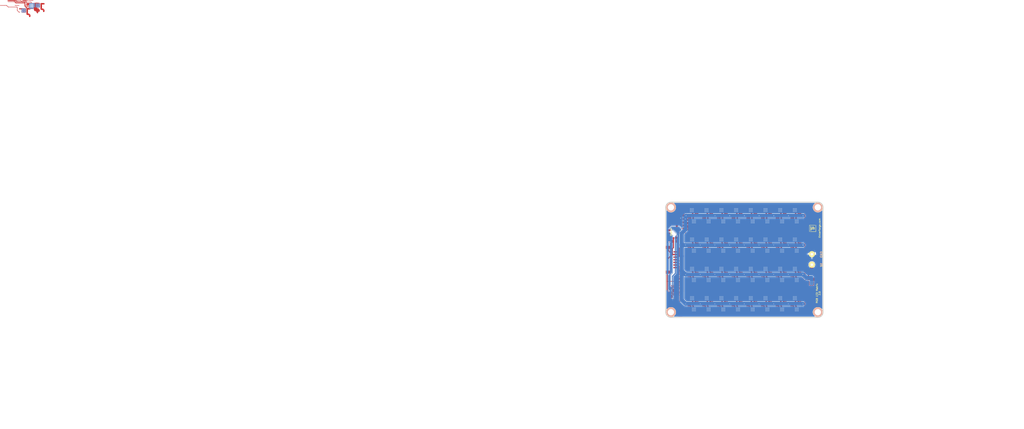
<source format=kicad_pcb>
(kicad_pcb (version 20171130) (host pcbnew 5.0.2-bee76a0~70~ubuntu18.04.1)
  (title_block (title "RGB LED Matrix 2.0 Bricklet") (date 2019-02-04) (rev 1.0) (company "Tinkerforge GmbH") (comment 1 "Licensed under CERN OHL v.1.1") (comment 2 "Copyright (©) 2019, T.Schneidermann <tim@tinkerforge.com>"))
  (layers (0 Vorderseite signal) (31 Rückseite signal) (34 B.Paste user) (35 F.Paste user) (36 B.SilkS user) (37 F.SilkS user) (38 B.Mask user) (39 F.Mask user) (44 Edge.Cuts user))
  (net 0 "")
  (net 1 GND)
  (net 2 VCC)
  (net 3 3V3)
  (net 4 "Net-(Q1-PadD)")
  (net 5 S-MISO)
  (net 6 S-MOSI)
  (net 7 S-CLK)
  (net 8 S-CS)
  (net 9 "Net-(Q1-PadG)")
  (net 10 "Net-(R1-Pad2)")
  (net 11 "Net-(D1-Pad2)")
  (net 12 "Net-(C5-Pad2)")
  (net 13 "Net-(P1-Pad2)")
  (net 14 "Net-(R3-Pad2)")
  (net 15 VIN)
  (net 16 "Net-(C70-Pad2)")
  (net 17 "Net-(P2-Pad4)")
  (net 18 "Net-(P2-Pad5)")
  (net 19 "Net-(P2-Pad6)")
  (net 20 "Net-(R4-Pad1)")
  (net 21 "Net-(U11-Pad4)")
  (net 22 "Net-(U61-Pad3)")
  (net 23 "Net-(U12-Pad6)")
  (net 24 "Net-(U12-Pad4)")
  (net 25 "Net-(U13-Pad4)")
  (net 26 "Net-(U13-Pad6)")
  (net 27 "Net-(U62-Pad3)")
  (net 28 "Net-(U14-Pad4)")
  (net 29 "Net-(U14-Pad6)")
  (net 30 "Net-(U63-Pad3)")
  (net 31 "Net-(U10-Pad3)")
  (net 32 "Net-(U10-Pad4)")
  (net 33 "Net-(U10-Pad6)")
  (net 34 "Net-(U11-Pad3)")
  (net 35 "Net-(U12-Pad3)")
  (net 36 "Net-(U13-Pad3)")
  (net 37 "Net-(U14-Pad3)")
  (net 38 "Net-(U15-Pad3)")
  (net 39 "Net-(U16-Pad3)")
  (net 40 "Net-(U17-Pad3)")
  (net 41 "Net-(U18-Pad3)")
  (net 42 "Net-(U19-Pad3)")
  (net 43 "Net-(U20-Pad3)")
  (net 44 "Net-(U21-Pad3)")
  (net 45 "Net-(U22-Pad3)")
  (net 46 "Net-(U23-Pad3)")
  (net 47 "Net-(U24-Pad3)")
  (net 48 "Net-(U25-Pad3)")
  (net 49 "Net-(U26-Pad3)")
  (net 50 "Net-(U27-Pad3)")
  (net 51 "Net-(U28-Pad3)")
  (net 52 "Net-(U29-Pad3)")
  (net 53 "Net-(U30-Pad3)")
  (net 54 "Net-(U31-Pad3)")
  (net 55 "Net-(U32-Pad3)")
  (net 56 "Net-(U33-Pad3)")
  (net 57 "Net-(U34-Pad3)")
  (net 58 "Net-(U35-Pad3)")
  (net 59 "Net-(U36-Pad3)")
  (net 60 "Net-(U37-Pad3)")
  (net 61 "Net-(U38-Pad3)")
  (net 62 "Net-(U39-Pad3)")
  (net 63 "Net-(U40-Pad3)")
  (net 64 "Net-(U41-Pad3)")
  (net 65 "Net-(U42-Pad3)")
  (net 66 "Net-(U43-Pad3)")
  (net 67 "Net-(U44-Pad3)")
  (net 68 "Net-(U45-Pad3)")
  (net 69 "Net-(U46-Pad3)")
  (net 70 "Net-(U47-Pad3)")
  (net 71 "Net-(U48-Pad3)")
  (net 72 "Net-(U49-Pad3)")
  (net 73 "Net-(U50-Pad3)")
  (net 74 "Net-(U51-Pad3)")
  (net 75 "Net-(U52-Pad3)")
  (net 76 "Net-(U53-Pad3)")
  (net 77 "Net-(U54-Pad3)")
  (net 78 "Net-(U55-Pad3)")
  (net 79 "Net-(U56-Pad3)")
  (net 80 "Net-(U57-Pad3)")
  (net 81 "Net-(U58-Pad3)")
  (net 82 "Net-(U59-Pad3)")
  (net 83 "Net-(U60-Pad3)")
  (module kicad-libraries:AKL_5_2 (layer Vorderseite) (at 181.95 81.65 270)
    (fp_text reference J1)
    (fp_text value AKL_5_2)
    (pad 1 thru_hole circle (at -2.49936 0 270) (size 2.99974 2.99974) (drill 1.30048) (layers *.Cu *.Mask F.SilkS) (net 1 GND))
    (pad 2 thru_hole circle (at 2.49936 0 270) (size 2.99974 2.99974) (drill 1.30048) (layers *.Cu *.Mask F.SilkS) (net 12 "Net-(C5-Pad2)"))
  )
  (module kicad-libraries:WS2813B (layer Vorderseite) (at 125.3 57.3)
    (fp_text reference U6)
    (fp_text value WS2813B)
    (pad 6 smd rect (at -2.45 1.6) (size 1.5 1) (layers Vorderseite F.Paste F.Mask) (net 1 GND))
    (pad 5 smd rect (at -2.45 0) (size 1.5 1) (layers Vorderseite F.Paste F.Mask) (net 1 GND))
    (pad 4 smd rect (at -2.45 -1.6) (size 1.5 1) (layers Vorderseite F.Paste F.Mask) (net 20 "Net-(R4-Pad1)"))
    (pad 3 smd rect (at 2.45 -1.6) (size 1.5 1) (layers Vorderseite F.Paste F.Mask) (net 21 "Net-(U11-Pad4)"))
    (pad 2 smd rect (at 2.45 0) (size 1.5 1) (layers Vorderseite F.Paste F.Mask) (net 2 VCC))
    (pad 1 smd rect (at 2.45 1.6) (size 1.5 1) (layers Vorderseite F.Paste F.Mask))
  )
  (module kicad-libraries:QFN24-4x4mm-0.5mm (layer Vorderseite) (at 117 96.4 315)
    (fp_text reference U1)
    (fp_text value XMC1100-16)
    (pad 1 smd oval (at -2.025 -1.25 315) (size 1 0.3) (layers Vorderseite F.Paste F.Mask) (net 5 S-MISO))
    (pad 2 smd oval (at -2.025 -0.75 315) (size 1 0.3) (layers Vorderseite F.Paste F.Mask))
    (pad 3 smd oval (at -2.025 -0.25 315) (size 1 0.3) (layers Vorderseite F.Paste F.Mask) (net 15 VIN))
    (pad 4 smd oval (at -2.025 0.25 315) (size 1 0.3) (layers Vorderseite F.Paste F.Mask))
    (pad 5 smd oval (at -2.025 0.75 315) (size 1 0.3) (layers Vorderseite F.Paste F.Mask))
    (pad 6 smd oval (at -2.025 1.25 315) (size 1 0.3) (layers Vorderseite F.Paste F.Mask))
    (pad 7 smd oval (at -1.25 2.025 45) (size 1 0.3) (layers Vorderseite F.Paste F.Mask) (net 10 "Net-(R1-Pad2)"))
    (pad 8 smd oval (at -0.75 2.025 45) (size 1 0.3) (layers Vorderseite F.Paste F.Mask))
    (pad 9 smd oval (at -0.25 2.025 45) (size 1 0.3) (layers Vorderseite F.Paste F.Mask) (net 1 GND))
    (pad 10 smd oval (at 0.25 2.025 45) (size 1 0.3) (layers Vorderseite F.Paste F.Mask) (net 3 3V3))
    (pad 11 smd oval (at 0.75 2.025 45) (size 1 0.3) (layers Vorderseite F.Paste F.Mask))
    (pad 12 smd oval (at 1.25 2.025 45) (size 1 0.3) (layers Vorderseite F.Paste F.Mask))
    (pad 13 smd oval (at 2.025 1.25 315) (size 1 0.3) (layers Vorderseite F.Paste F.Mask))
    (pad 14 smd oval (at 2.025 0.75 315) (size 1 0.3) (layers Vorderseite F.Paste F.Mask))
    (pad 15 smd oval (at 2.025 0.25 315) (size 1 0.3) (layers Vorderseite F.Paste F.Mask) (net 13 "Net-(P1-Pad2)"))
    (pad 16 smd oval (at 2.025 -0.25 315) (size 1 0.3) (layers Vorderseite F.Paste F.Mask))
    (pad 17 smd oval (at 2.025 -0.75 315) (size 1 0.3) (layers Vorderseite F.Paste F.Mask))
    (pad 18 smd oval (at 2.025 -1.25 315) (size 1 0.3) (layers Vorderseite F.Paste F.Mask) (net 14 "Net-(R3-Pad2)"))
    (pad 19 smd oval (at 1.25 -2.025 45) (size 1 0.3) (layers Vorderseite F.Paste F.Mask))
    (pad 20 smd oval (at 0.75 -2.025 45) (size 1 0.3) (layers Vorderseite F.Paste F.Mask))
    (pad 21 smd oval (at 0.25 -2.025 45) (size 1 0.3) (layers Vorderseite F.Paste F.Mask))
    (pad 22 smd oval (at -0.25 -2.025 45) (size 1 0.3) (layers Vorderseite F.Paste F.Mask) (net 8 S-CS))
    (pad 23 smd oval (at -0.75 -2.025 45) (size 1 0.3) (layers Vorderseite F.Paste F.Mask) (net 7 S-CLK))
    (pad 24 smd oval (at -1.25 -2.025 45) (size 1 0.3) (layers Vorderseite F.Paste F.Mask) (net 6 S-MOSI))
    (pad EXP smd rect (at 0.65 0.65 315) (size 1.3 1.3) (layers Vorderseite F.Paste F.Mask) (net 1 GND))
    (pad EXP smd rect (at 0.65 -0.65 315) (size 1.3 1.3) (layers Vorderseite F.Paste F.Mask) (net 1 GND))
    (pad EXP smd rect (at -0.65 0.65 315) (size 1.3 1.3) (layers Vorderseite F.Paste F.Mask) (net 1 GND))
    (pad EXP smd rect (at -0.65 -0.65 315) (size 1.3 1.3) (layers Vorderseite F.Paste F.Mask) (net 1 GND))
  )
  (module kicad-libraries:CON-SENSOR2 (layer Vorderseite) (at 112.3 81.8 270)
    (fp_text reference P2)
    (fp_text value CON-SENSOR)
    (pad 1 smd rect (at -3.75 -4.6 270) (size 0.6 1.8) (layers Vorderseite F.Paste F.Mask))
    (pad 2 smd rect (at -2.5 -4.6 270) (size 0.6 1.8) (layers Vorderseite F.Paste F.Mask) (net 1 GND))
    (pad EP smd rect (at -5.9 -1.2 270) (size 1.4 2.4) (layers Vorderseite F.Paste F.Mask) (net 1 GND))
    (pad EP smd rect (at 5.9 -1.2 270) (size 1.4 2.4) (layers Vorderseite F.Paste F.Mask) (net 1 GND))
    (pad 3 smd rect (at -1.25 -4.6 270) (size 0.6 1.8) (layers Vorderseite F.Paste F.Mask) (net 3 3V3))
    (pad 4 smd rect (at 0 -4.6 270) (size 0.6 1.8) (layers Vorderseite F.Paste F.Mask) (net 17 "Net-(P2-Pad4)"))
    (pad 5 smd rect (at 1.25 -4.6 270) (size 0.6 1.8) (layers Vorderseite F.Paste F.Mask) (net 18 "Net-(P2-Pad5)"))
    (pad 6 smd rect (at 2.5 -4.6 270) (size 0.6 1.8) (layers Vorderseite F.Paste F.Mask) (net 19 "Net-(P2-Pad6)"))
    (pad 7 smd rect (at 3.75 -4.6 270) (size 0.6 1.8) (layers Vorderseite F.Paste F.Mask) (net 16 "Net-(C70-Pad2)"))
  )
  (module kicad-libraries:SolderJumper (layer Vorderseite) (at 119.5 107.6 180)
    (fp_text reference P1)
    (fp_text value CONN_01X02)
    (pad 2 smd rect (at 0.55 0 180) (size 0.3 1.4) (layers Vorderseite F.Mask) (net 13 "Net-(P1-Pad2)"))
    (pad 2 smd rect (at 0.15 0 180) (size 0.6 0.5) (layers Vorderseite F.Mask) (net 13 "Net-(P1-Pad2)"))
    (pad 1 smd rect (at -0.5 0 180) (size 0.4 1.4) (layers Vorderseite F.Mask) (net 1 GND))
    (pad 1 smd rect (at -0.225 0.55 180) (size 0.95 0.3) (layers Vorderseite F.Mask) (net 1 GND))
    (pad 1 smd rect (at -0.225 -0.55 180) (size 0.95 0.3) (layers Vorderseite F.Mask) (net 1 GND))
  )
  (module kicad-libraries:SOT23GDS (layer Vorderseite) (at 118.5 61.7 180)
    (fp_text reference Q1)
    (fp_text value 2N7002P)
    (pad S smd rect (at -0.889 -1.016 180) (size 0.9144 0.9144) (layers Vorderseite F.Paste F.Mask) (net 1 GND))
    (pad G smd rect (at 0.889 -1.016 180) (size 0.9144 0.9144) (layers Vorderseite F.Paste F.Mask) (net 9 "Net-(Q1-PadG)"))
    (pad D smd rect (at 0 1.016 180) (size 0.9144 0.9144) (layers Vorderseite F.Paste F.Mask) (net 4 "Net-(Q1-PadD)"))
  )
  (module kicad-libraries:DRILL_NP (layer Vorderseite) (at 114.8 106.8)
    (fp_text reference U5 hide)
    (fp_text value DRILL hide)
    (pad "" np_thru_hole circle (at 0 0) (size 2.99974 2.99974) (drill 2.99974) (layers *.Cu *.Mask F.SilkS) (clearance 0.89916))
  )
  (module kicad-libraries:DRILL_NP (layer Vorderseite) (at 114.8 56.8 90)
    (fp_text reference U4 hide)
    (fp_text value DRILL hide)
    (pad "" np_thru_hole circle (at 0 0 90) (size 2.99974 2.99974) (drill 2.99974) (layers *.Cu *.Mask F.SilkS) (clearance 0.89916))
  )
  (module kicad-libraries:DRILL_NP (layer Vorderseite) (at 184.8 56.8 90)
    (fp_text reference U3 hide)
    (fp_text value DRILL hide)
    (pad "" np_thru_hole circle (at 0 0 90) (size 2.99974 2.99974) (drill 2.99974) (layers *.Cu *.Mask F.SilkS) (clearance 0.89916))
  )
  (module kicad-libraries:DRILL_NP (layer Vorderseite) (at 184.8 106.8 270)
    (fp_text reference U2 hide)
    (fp_text value DRILL hide)
    (pad "" np_thru_hole circle (at 0 0 270) (size 2.99974 2.99974) (drill 2.99974) (layers *.Cu *.Mask F.SilkS) (clearance 0.89916))
  )
  (module kicad-libraries:C0603F (layer Vorderseite) (at 114.5 98.9 315)
    (fp_text reference C1)
    (fp_text value 100nF)
    (pad 1 smd rect (at -0.75 0 315) (size 0.9 0.9) (layers Vorderseite F.Paste F.Mask) (net 1 GND))
    (pad 2 smd rect (at 0.75 0 315) (size 0.9 0.9) (layers Vorderseite F.Paste F.Mask) (net 3 3V3))
  )
  (module kicad-libraries:C0603F (layer Vorderseite) (at 116.7 71.5)
    (fp_text reference C2)
    (fp_text value 1uF)
    (pad 1 smd rect (at -0.75 0) (size 0.9 0.9) (layers Vorderseite F.Paste F.Mask) (net 1 GND))
    (pad 2 smd rect (at 0.75 0) (size 0.9 0.9) (layers Vorderseite F.Paste F.Mask) (net 3 3V3))
  )
  (module kicad-libraries:C0805 (layer Vorderseite) (at 116.7 73)
    (fp_text reference C3)
    (fp_text value 10uF)
    (pad 1 smd rect (at -1.00076 0) (size 1.00076 1.24968) (layers Vorderseite F.Paste F.Mask) (net 1 GND) (clearance 0.14986))
    (pad 2 smd rect (at 1.00076 0) (size 1.00076 1.24968) (layers Vorderseite F.Paste F.Mask) (net 3 3V3) (clearance 0.14986))
  )
  (module kicad-libraries:C0603F (layer Vorderseite) (at 181.05 91.05)
    (fp_text reference C4)
    (fp_text value 1uF)
    (pad 1 smd rect (at -0.75 0) (size 0.9 0.9) (layers Vorderseite F.Paste F.Mask) (net 1 GND))
    (pad 2 smd rect (at 0.75 0) (size 0.9 0.9) (layers Vorderseite F.Paste F.Mask) (net 2 VCC))
  )
  (module kicad-libraries:C0603F (layer Vorderseite) (at 181.05 88.15)
    (fp_text reference C5)
    (fp_text value 1uF)
    (pad 1 smd rect (at -0.75 0) (size 0.9 0.9) (layers Vorderseite F.Paste F.Mask) (net 1 GND))
    (pad 2 smd rect (at 0.75 0) (size 0.9 0.9) (layers Vorderseite F.Paste F.Mask) (net 12 "Net-(C5-Pad2)"))
  )
  (module kicad-libraries:C0603F (layer Vorderseite) (at 141.05 60.8)
    (fp_text reference C6)
    (fp_text value 100nF)
    (pad 1 smd rect (at -0.75 0) (size 0.9 0.9) (layers Vorderseite F.Paste F.Mask) (net 1 GND))
    (pad 2 smd rect (at 0.75 0) (size 0.9 0.9) (layers Vorderseite F.Paste F.Mask) (net 2 VCC))
  )
  (module kicad-libraries:C0603F (layer Vorderseite) (at 148.05 60.8)
    (fp_text reference C7)
    (fp_text value 100nF)
    (pad 1 smd rect (at -0.75 0) (size 0.9 0.9) (layers Vorderseite F.Paste F.Mask) (net 1 GND))
    (pad 2 smd rect (at 0.75 0) (size 0.9 0.9) (layers Vorderseite F.Paste F.Mask) (net 2 VCC))
  )
  (module kicad-libraries:C0603F (layer Vorderseite) (at 155.05 60.8)
    (fp_text reference C8)
    (fp_text value 100nF)
    (pad 1 smd rect (at -0.75 0) (size 0.9 0.9) (layers Vorderseite F.Paste F.Mask) (net 1 GND))
    (pad 2 smd rect (at 0.75 0) (size 0.9 0.9) (layers Vorderseite F.Paste F.Mask) (net 2 VCC))
  )
  (module kicad-libraries:C0603F (layer Vorderseite) (at 162.05 60.8)
    (fp_text reference C9)
    (fp_text value 100nF)
    (pad 1 smd rect (at -0.75 0) (size 0.9 0.9) (layers Vorderseite F.Paste F.Mask) (net 1 GND))
    (pad 2 smd rect (at 0.75 0) (size 0.9 0.9) (layers Vorderseite F.Paste F.Mask) (net 2 VCC))
  )
  (module kicad-libraries:C0603F (layer Vorderseite) (at 169.05 60.8)
    (fp_text reference C10)
    (fp_text value 100nF)
    (pad 1 smd rect (at -0.75 0) (size 0.9 0.9) (layers Vorderseite F.Paste F.Mask) (net 1 GND))
    (pad 2 smd rect (at 0.75 0) (size 0.9 0.9) (layers Vorderseite F.Paste F.Mask) (net 2 VCC))
  )
  (module kicad-libraries:C0603F (layer Vorderseite) (at 176.05 60.8)
    (fp_text reference C11)
    (fp_text value 100nF)
    (pad 1 smd rect (at -0.75 0) (size 0.9 0.9) (layers Vorderseite F.Paste F.Mask) (net 1 GND))
    (pad 2 smd rect (at 0.75 0) (size 0.9 0.9) (layers Vorderseite F.Paste F.Mask) (net 2 VCC))
  )
  (module kicad-libraries:C0603F (layer Vorderseite) (at 123.55 60.8 180)
    (fp_text reference C12)
    (fp_text value 100nF)
    (pad 1 smd rect (at -0.75 0 180) (size 0.9 0.9) (layers Vorderseite F.Paste F.Mask) (net 1 GND))
    (pad 2 smd rect (at 0.75 0 180) (size 0.9 0.9) (layers Vorderseite F.Paste F.Mask) (net 2 VCC))
  )
  (module kicad-libraries:C0603F (layer Vorderseite) (at 130.55 60.8 180)
    (fp_text reference C13)
    (fp_text value 100nF)
    (pad 1 smd rect (at -0.75 0 180) (size 0.9 0.9) (layers Vorderseite F.Paste F.Mask) (net 1 GND))
    (pad 2 smd rect (at 0.75 0 180) (size 0.9 0.9) (layers Vorderseite F.Paste F.Mask) (net 2 VCC))
  )
  (module kicad-libraries:C0603F (layer Vorderseite) (at 137.55 60.8 180)
    (fp_text reference C14)
    (fp_text value 100nF)
    (pad 1 smd rect (at -0.75 0 180) (size 0.9 0.9) (layers Vorderseite F.Paste F.Mask) (net 1 GND))
    (pad 2 smd rect (at 0.75 0 180) (size 0.9 0.9) (layers Vorderseite F.Paste F.Mask) (net 2 VCC))
  )
  (module kicad-libraries:C0603F (layer Vorderseite) (at 134 60.8)
    (fp_text reference C15)
    (fp_text value 100nF)
    (pad 1 smd rect (at -0.75 0) (size 0.9 0.9) (layers Vorderseite F.Paste F.Mask) (net 1 GND))
    (pad 2 smd rect (at 0.75 0) (size 0.9 0.9) (layers Vorderseite F.Paste F.Mask) (net 2 VCC))
  )
  (module kicad-libraries:C0603F (layer Vorderseite) (at 151.55 60.8 180)
    (fp_text reference C16)
    (fp_text value 100nF)
    (pad 1 smd rect (at -0.75 0 180) (size 0.9 0.9) (layers Vorderseite F.Paste F.Mask) (net 1 GND))
    (pad 2 smd rect (at 0.75 0 180) (size 0.9 0.9) (layers Vorderseite F.Paste F.Mask) (net 2 VCC))
  )
  (module kicad-libraries:C0603F (layer Vorderseite) (at 158.55 60.8 180)
    (fp_text reference C17)
    (fp_text value 100nF)
    (pad 1 smd rect (at -0.75 0 180) (size 0.9 0.9) (layers Vorderseite F.Paste F.Mask) (net 1 GND))
    (pad 2 smd rect (at 0.75 0 180) (size 0.9 0.9) (layers Vorderseite F.Paste F.Mask) (net 2 VCC))
  )
  (module kicad-libraries:C0603F (layer Vorderseite) (at 165.55 60.8 180)
    (fp_text reference C18)
    (fp_text value 100nF)
    (pad 1 smd rect (at -0.75 0 180) (size 0.9 0.9) (layers Vorderseite F.Paste F.Mask) (net 1 GND))
    (pad 2 smd rect (at 0.75 0 180) (size 0.9 0.9) (layers Vorderseite F.Paste F.Mask) (net 2 VCC))
  )
  (module kicad-libraries:C0603F (layer Vorderseite) (at 172.55 60.8 180)
    (fp_text reference C19)
    (fp_text value 100nF)
    (pad 1 smd rect (at -0.75 0 180) (size 0.9 0.9) (layers Vorderseite F.Paste F.Mask) (net 1 GND))
    (pad 2 smd rect (at 0.75 0 180) (size 0.9 0.9) (layers Vorderseite F.Paste F.Mask) (net 2 VCC))
  )
  (module kicad-libraries:C0603F (layer Vorderseite) (at 176 74.8)
    (fp_text reference C20)
    (fp_text value 100nF)
    (pad 1 smd rect (at -0.75 0) (size 0.9 0.9) (layers Vorderseite F.Paste F.Mask) (net 1 GND))
    (pad 2 smd rect (at 0.75 0) (size 0.9 0.9) (layers Vorderseite F.Paste F.Mask) (net 2 VCC))
  )
  (module kicad-libraries:C0603F (layer Vorderseite) (at 169 74.8)
    (fp_text reference C21)
    (fp_text value 100nF)
    (pad 1 smd rect (at -0.75 0) (size 0.9 0.9) (layers Vorderseite F.Paste F.Mask) (net 1 GND))
    (pad 2 smd rect (at 0.75 0) (size 0.9 0.9) (layers Vorderseite F.Paste F.Mask) (net 2 VCC))
  )
  (module kicad-libraries:C0603F (layer Vorderseite) (at 162 74.8)
    (fp_text reference C22)
    (fp_text value 100nF)
    (pad 1 smd rect (at -0.75 0) (size 0.9 0.9) (layers Vorderseite F.Paste F.Mask) (net 1 GND))
    (pad 2 smd rect (at 0.75 0) (size 0.9 0.9) (layers Vorderseite F.Paste F.Mask) (net 2 VCC))
  )
  (module kicad-libraries:C0603F (layer Vorderseite) (at 155 74.8)
    (fp_text reference C23)
    (fp_text value 100nF)
    (pad 1 smd rect (at -0.75 0) (size 0.9 0.9) (layers Vorderseite F.Paste F.Mask) (net 1 GND))
    (pad 2 smd rect (at 0.75 0) (size 0.9 0.9) (layers Vorderseite F.Paste F.Mask) (net 2 VCC))
  )
  (module kicad-libraries:C0603F (layer Vorderseite) (at 148 74.8)
    (fp_text reference C24)
    (fp_text value 100nF)
    (pad 1 smd rect (at -0.75 0) (size 0.9 0.9) (layers Vorderseite F.Paste F.Mask) (net 1 GND))
    (pad 2 smd rect (at 0.75 0) (size 0.9 0.9) (layers Vorderseite F.Paste F.Mask) (net 2 VCC))
  )
  (module kicad-libraries:C0603F (layer Vorderseite) (at 141 74.8)
    (fp_text reference C25)
    (fp_text value 100nF)
    (pad 1 smd rect (at -0.75 0) (size 0.9 0.9) (layers Vorderseite F.Paste F.Mask) (net 1 GND))
    (pad 2 smd rect (at 0.75 0) (size 0.9 0.9) (layers Vorderseite F.Paste F.Mask) (net 2 VCC))
  )
  (module kicad-libraries:C0603F (layer Vorderseite) (at 134 74.8)
    (fp_text reference C26)
    (fp_text value 100nF)
    (pad 1 smd rect (at -0.75 0) (size 0.9 0.9) (layers Vorderseite F.Paste F.Mask) (net 1 GND))
    (pad 2 smd rect (at 0.75 0) (size 0.9 0.9) (layers Vorderseite F.Paste F.Mask) (net 2 VCC))
  )
  (module kicad-libraries:C0603F (layer Vorderseite) (at 127 74.8)
    (fp_text reference C27)
    (fp_text value 100nF)
    (pad 1 smd rect (at -0.75 0) (size 0.9 0.9) (layers Vorderseite F.Paste F.Mask) (net 1 GND))
    (pad 2 smd rect (at 0.75 0) (size 0.9 0.9) (layers Vorderseite F.Paste F.Mask) (net 2 VCC))
  )
  (module kicad-libraries:C0603F (layer Vorderseite) (at 123.5 74.8 180)
    (fp_text reference C28)
    (fp_text value 100nF)
    (pad 1 smd rect (at -0.75 0 180) (size 0.9 0.9) (layers Vorderseite F.Paste F.Mask) (net 1 GND))
    (pad 2 smd rect (at 0.75 0 180) (size 0.9 0.9) (layers Vorderseite F.Paste F.Mask) (net 2 VCC))
  )
  (module kicad-libraries:C0603F (layer Vorderseite) (at 130.5 74.8 180)
    (fp_text reference C29)
    (fp_text value 100nF)
    (pad 1 smd rect (at -0.75 0 180) (size 0.9 0.9) (layers Vorderseite F.Paste F.Mask) (net 1 GND))
    (pad 2 smd rect (at 0.75 0 180) (size 0.9 0.9) (layers Vorderseite F.Paste F.Mask) (net 2 VCC))
  )
  (module kicad-libraries:C0603F (layer Vorderseite) (at 137.5 74.8 180)
    (fp_text reference C30)
    (fp_text value 100nF)
    (pad 1 smd rect (at -0.75 0 180) (size 0.9 0.9) (layers Vorderseite F.Paste F.Mask) (net 1 GND))
    (pad 2 smd rect (at 0.75 0 180) (size 0.9 0.9) (layers Vorderseite F.Paste F.Mask) (net 2 VCC))
  )
  (module kicad-libraries:C0603F (layer Vorderseite) (at 144.5 74.8 180)
    (fp_text reference C31)
    (fp_text value 100nF)
    (pad 1 smd rect (at -0.75 0 180) (size 0.9 0.9) (layers Vorderseite F.Paste F.Mask) (net 1 GND))
    (pad 2 smd rect (at 0.75 0 180) (size 0.9 0.9) (layers Vorderseite F.Paste F.Mask) (net 2 VCC))
  )
  (module kicad-libraries:C0603F (layer Vorderseite) (at 151.5 74.8 180)
    (fp_text reference C32)
    (fp_text value 100nF)
    (pad 1 smd rect (at -0.75 0 180) (size 0.9 0.9) (layers Vorderseite F.Paste F.Mask) (net 1 GND))
    (pad 2 smd rect (at 0.75 0 180) (size 0.9 0.9) (layers Vorderseite F.Paste F.Mask) (net 2 VCC))
  )
  (module kicad-libraries:C0603F (layer Vorderseite) (at 158.5 74.8 180)
    (fp_text reference C33)
    (fp_text value 100nF)
    (pad 1 smd rect (at -0.75 0 180) (size 0.9 0.9) (layers Vorderseite F.Paste F.Mask) (net 1 GND))
    (pad 2 smd rect (at 0.75 0 180) (size 0.9 0.9) (layers Vorderseite F.Paste F.Mask) (net 2 VCC))
  )
  (module kicad-libraries:C0603F (layer Vorderseite) (at 165.5 74.8 180)
    (fp_text reference C34)
    (fp_text value 100nF)
    (pad 1 smd rect (at -0.75 0 180) (size 0.9 0.9) (layers Vorderseite F.Paste F.Mask) (net 1 GND))
    (pad 2 smd rect (at 0.75 0 180) (size 0.9 0.9) (layers Vorderseite F.Paste F.Mask) (net 2 VCC))
  )
  (module kicad-libraries:C0603F (layer Vorderseite) (at 172.5 74.8 180)
    (fp_text reference C35)
    (fp_text value 100nF)
    (pad 1 smd rect (at -0.75 0 180) (size 0.9 0.9) (layers Vorderseite F.Paste F.Mask) (net 1 GND))
    (pad 2 smd rect (at 0.75 0 180) (size 0.9 0.9) (layers Vorderseite F.Paste F.Mask) (net 2 VCC))
  )
  (module kicad-libraries:C0603F (layer Vorderseite) (at 176 88.8)
    (fp_text reference C36)
    (fp_text value 100nF)
    (pad 1 smd rect (at -0.75 0) (size 0.9 0.9) (layers Vorderseite F.Paste F.Mask) (net 1 GND))
    (pad 2 smd rect (at 0.75 0) (size 0.9 0.9) (layers Vorderseite F.Paste F.Mask) (net 2 VCC))
  )
  (module kicad-libraries:C0603F (layer Vorderseite) (at 169 88.8)
    (fp_text reference C37)
    (fp_text value 100nF)
    (pad 1 smd rect (at -0.75 0) (size 0.9 0.9) (layers Vorderseite F.Paste F.Mask) (net 1 GND))
    (pad 2 smd rect (at 0.75 0) (size 0.9 0.9) (layers Vorderseite F.Paste F.Mask) (net 2 VCC))
  )
  (module kicad-libraries:C0603F (layer Vorderseite) (at 162 88.8)
    (fp_text reference C38)
    (fp_text value 100nF)
    (pad 1 smd rect (at -0.75 0) (size 0.9 0.9) (layers Vorderseite F.Paste F.Mask) (net 1 GND))
    (pad 2 smd rect (at 0.75 0) (size 0.9 0.9) (layers Vorderseite F.Paste F.Mask) (net 2 VCC))
  )
  (module kicad-libraries:C0603F (layer Vorderseite) (at 155 88.8)
    (fp_text reference C39)
    (fp_text value 100nF)
    (pad 1 smd rect (at -0.75 0) (size 0.9 0.9) (layers Vorderseite F.Paste F.Mask) (net 1 GND))
    (pad 2 smd rect (at 0.75 0) (size 0.9 0.9) (layers Vorderseite F.Paste F.Mask) (net 2 VCC))
  )
  (module kicad-libraries:C0603F (layer Vorderseite) (at 148 88.8)
    (fp_text reference C40)
    (fp_text value 100nF)
    (pad 1 smd rect (at -0.75 0) (size 0.9 0.9) (layers Vorderseite F.Paste F.Mask) (net 1 GND))
    (pad 2 smd rect (at 0.75 0) (size 0.9 0.9) (layers Vorderseite F.Paste F.Mask) (net 2 VCC))
  )
  (module kicad-libraries:C0603F (layer Vorderseite) (at 141 88.8)
    (fp_text reference C41)
    (fp_text value 100nF)
    (pad 1 smd rect (at -0.75 0) (size 0.9 0.9) (layers Vorderseite F.Paste F.Mask) (net 1 GND))
    (pad 2 smd rect (at 0.75 0) (size 0.9 0.9) (layers Vorderseite F.Paste F.Mask) (net 2 VCC))
  )
  (module kicad-libraries:C0603F (layer Vorderseite) (at 134 88.8)
    (fp_text reference C42)
    (fp_text value 100nF)
    (pad 1 smd rect (at -0.75 0) (size 0.9 0.9) (layers Vorderseite F.Paste F.Mask) (net 1 GND))
    (pad 2 smd rect (at 0.75 0) (size 0.9 0.9) (layers Vorderseite F.Paste F.Mask) (net 2 VCC))
  )
  (module kicad-libraries:C0603F (layer Vorderseite) (at 127 88.8)
    (fp_text reference C43)
    (fp_text value 100nF)
    (pad 1 smd rect (at -0.75 0) (size 0.9 0.9) (layers Vorderseite F.Paste F.Mask) (net 1 GND))
    (pad 2 smd rect (at 0.75 0) (size 0.9 0.9) (layers Vorderseite F.Paste F.Mask) (net 2 VCC))
  )
  (module kicad-libraries:C0603F (layer Vorderseite) (at 123.5 88.8 180)
    (fp_text reference C44)
    (fp_text value 100nF)
    (pad 1 smd rect (at -0.75 0 180) (size 0.9 0.9) (layers Vorderseite F.Paste F.Mask) (net 1 GND))
    (pad 2 smd rect (at 0.75 0 180) (size 0.9 0.9) (layers Vorderseite F.Paste F.Mask) (net 2 VCC))
  )
  (module kicad-libraries:C0603F (layer Vorderseite) (at 130.5 88.8 180)
    (fp_text reference C45)
    (fp_text value 100nF)
    (pad 1 smd rect (at -0.75 0 180) (size 0.9 0.9) (layers Vorderseite F.Paste F.Mask) (net 1 GND))
    (pad 2 smd rect (at 0.75 0 180) (size 0.9 0.9) (layers Vorderseite F.Paste F.Mask) (net 2 VCC))
  )
  (module kicad-libraries:C0603F (layer Vorderseite) (at 137.5 88.8 180)
    (fp_text reference C46)
    (fp_text value 100nF)
    (pad 1 smd rect (at -0.75 0 180) (size 0.9 0.9) (layers Vorderseite F.Paste F.Mask) (net 1 GND))
    (pad 2 smd rect (at 0.75 0 180) (size 0.9 0.9) (layers Vorderseite F.Paste F.Mask) (net 2 VCC))
  )
  (module kicad-libraries:C0603F (layer Vorderseite) (at 144.5 88.8 180)
    (fp_text reference C47)
    (fp_text value 100nF)
    (pad 1 smd rect (at -0.75 0 180) (size 0.9 0.9) (layers Vorderseite F.Paste F.Mask) (net 1 GND))
    (pad 2 smd rect (at 0.75 0 180) (size 0.9 0.9) (layers Vorderseite F.Paste F.Mask) (net 2 VCC))
  )
  (module kicad-libraries:C0603F (layer Vorderseite) (at 151.5 88.8 180)
    (fp_text reference C48)
    (fp_text value 100nF)
    (pad 1 smd rect (at -0.75 0 180) (size 0.9 0.9) (layers Vorderseite F.Paste F.Mask) (net 1 GND))
    (pad 2 smd rect (at 0.75 0 180) (size 0.9 0.9) (layers Vorderseite F.Paste F.Mask) (net 2 VCC))
  )
  (module kicad-libraries:C0603F (layer Vorderseite) (at 158.5 88.8 180)
    (fp_text reference C49)
    (fp_text value 100nF)
    (pad 1 smd rect (at -0.75 0 180) (size 0.9 0.9) (layers Vorderseite F.Paste F.Mask) (net 1 GND))
    (pad 2 smd rect (at 0.75 0 180) (size 0.9 0.9) (layers Vorderseite F.Paste F.Mask) (net 2 VCC))
  )
  (module kicad-libraries:C0603F (layer Vorderseite) (at 165.5 88.8 180)
    (fp_text reference C50)
    (fp_text value 100nF)
    (pad 1 smd rect (at -0.75 0 180) (size 0.9 0.9) (layers Vorderseite F.Paste F.Mask) (net 1 GND))
    (pad 2 smd rect (at 0.75 0 180) (size 0.9 0.9) (layers Vorderseite F.Paste F.Mask) (net 2 VCC))
  )
  (module kicad-libraries:C0603F (layer Vorderseite) (at 172.5 88.8 180)
    (fp_text reference C51)
    (fp_text value 100nF)
    (pad 1 smd rect (at -0.75 0 180) (size 0.9 0.9) (layers Vorderseite F.Paste F.Mask) (net 1 GND))
    (pad 2 smd rect (at 0.75 0 180) (size 0.9 0.9) (layers Vorderseite F.Paste F.Mask) (net 2 VCC))
  )
  (module kicad-libraries:C0603F (layer Vorderseite) (at 176 102.8)
    (fp_text reference C52)
    (fp_text value 100nF)
    (pad 1 smd rect (at -0.75 0) (size 0.9 0.9) (layers Vorderseite F.Paste F.Mask) (net 1 GND))
    (pad 2 smd rect (at 0.75 0) (size 0.9 0.9) (layers Vorderseite F.Paste F.Mask) (net 2 VCC))
  )
  (module kicad-libraries:C0603F (layer Vorderseite) (at 169 102.8)
    (fp_text reference C53)
    (fp_text value 100nF)
    (pad 1 smd rect (at -0.75 0) (size 0.9 0.9) (layers Vorderseite F.Paste F.Mask) (net 1 GND))
    (pad 2 smd rect (at 0.75 0) (size 0.9 0.9) (layers Vorderseite F.Paste F.Mask) (net 2 VCC))
  )
  (module kicad-libraries:C0603F (layer Vorderseite) (at 162 102.8)
    (fp_text reference C54)
    (fp_text value 100nF)
    (pad 1 smd rect (at -0.75 0) (size 0.9 0.9) (layers Vorderseite F.Paste F.Mask) (net 1 GND))
    (pad 2 smd rect (at 0.75 0) (size 0.9 0.9) (layers Vorderseite F.Paste F.Mask) (net 2 VCC))
  )
  (module kicad-libraries:C0603F (layer Vorderseite) (at 155 102.8)
    (fp_text reference C55)
    (fp_text value 100nF)
    (pad 1 smd rect (at -0.75 0) (size 0.9 0.9) (layers Vorderseite F.Paste F.Mask) (net 1 GND))
    (pad 2 smd rect (at 0.75 0) (size 0.9 0.9) (layers Vorderseite F.Paste F.Mask) (net 2 VCC))
  )
  (module kicad-libraries:C0603F (layer Vorderseite) (at 148 102.8)
    (fp_text reference C56)
    (fp_text value 100nF)
    (pad 1 smd rect (at -0.75 0) (size 0.9 0.9) (layers Vorderseite F.Paste F.Mask) (net 1 GND))
    (pad 2 smd rect (at 0.75 0) (size 0.9 0.9) (layers Vorderseite F.Paste F.Mask) (net 2 VCC))
  )
  (module kicad-libraries:C0603F (layer Vorderseite) (at 141 102.8)
    (fp_text reference C57)
    (fp_text value 100nF)
    (pad 1 smd rect (at -0.75 0) (size 0.9 0.9) (layers Vorderseite F.Paste F.Mask) (net 1 GND))
    (pad 2 smd rect (at 0.75 0) (size 0.9 0.9) (layers Vorderseite F.Paste F.Mask) (net 2 VCC))
  )
  (module kicad-libraries:C0603F (layer Vorderseite) (at 134 102.8)
    (fp_text reference C58)
    (fp_text value 100nF)
    (pad 1 smd rect (at -0.75 0) (size 0.9 0.9) (layers Vorderseite F.Paste F.Mask) (net 1 GND))
    (pad 2 smd rect (at 0.75 0) (size 0.9 0.9) (layers Vorderseite F.Paste F.Mask) (net 2 VCC))
  )
  (module kicad-libraries:C0603F (layer Vorderseite) (at 127 102.8)
    (fp_text reference C59)
    (fp_text value 100nF)
    (pad 1 smd rect (at -0.75 0) (size 0.9 0.9) (layers Vorderseite F.Paste F.Mask) (net 1 GND))
    (pad 2 smd rect (at 0.75 0) (size 0.9 0.9) (layers Vorderseite F.Paste F.Mask) (net 2 VCC))
  )
  (module kicad-libraries:C0603F (layer Vorderseite) (at 123.5 102.8 180)
    (fp_text reference C60)
    (fp_text value 100nF)
    (pad 1 smd rect (at -0.75 0 180) (size 0.9 0.9) (layers Vorderseite F.Paste F.Mask) (net 1 GND))
    (pad 2 smd rect (at 0.75 0 180) (size 0.9 0.9) (layers Vorderseite F.Paste F.Mask) (net 2 VCC))
  )
  (module kicad-libraries:C0603F (layer Vorderseite) (at 130.5 102.8 180)
    (fp_text reference C61)
    (fp_text value 100nF)
    (pad 1 smd rect (at -0.75 0 180) (size 0.9 0.9) (layers Vorderseite F.Paste F.Mask) (net 1 GND))
    (pad 2 smd rect (at 0.75 0 180) (size 0.9 0.9) (layers Vorderseite F.Paste F.Mask) (net 2 VCC))
  )
  (module kicad-libraries:C0603F (layer Vorderseite) (at 137.5 102.8 180)
    (fp_text reference C62)
    (fp_text value 100nF)
    (pad 1 smd rect (at -0.75 0 180) (size 0.9 0.9) (layers Vorderseite F.Paste F.Mask) (net 1 GND))
    (pad 2 smd rect (at 0.75 0 180) (size 0.9 0.9) (layers Vorderseite F.Paste F.Mask) (net 2 VCC))
  )
  (module kicad-libraries:C0603F (layer Vorderseite) (at 144.5 102.8 180)
    (fp_text reference C63)
    (fp_text value 100nF)
    (pad 1 smd rect (at -0.75 0 180) (size 0.9 0.9) (layers Vorderseite F.Paste F.Mask) (net 1 GND))
    (pad 2 smd rect (at 0.75 0 180) (size 0.9 0.9) (layers Vorderseite F.Paste F.Mask) (net 2 VCC))
  )
  (module kicad-libraries:C0603F (layer Vorderseite) (at 151.5 102.8 180)
    (fp_text reference C64)
    (fp_text value 100nF)
    (pad 1 smd rect (at -0.75 0 180) (size 0.9 0.9) (layers Vorderseite F.Paste F.Mask) (net 1 GND))
    (pad 2 smd rect (at 0.75 0 180) (size 0.9 0.9) (layers Vorderseite F.Paste F.Mask) (net 2 VCC))
  )
  (module kicad-libraries:C0603F (layer Vorderseite) (at 158.5 102.8 180)
    (fp_text reference C65)
    (fp_text value 100nF)
    (pad 1 smd rect (at -0.75 0 180) (size 0.9 0.9) (layers Vorderseite F.Paste F.Mask) (net 1 GND))
    (pad 2 smd rect (at 0.75 0 180) (size 0.9 0.9) (layers Vorderseite F.Paste F.Mask) (net 2 VCC))
  )
  (module kicad-libraries:C0603F (layer Vorderseite) (at 165.5 102.8 180)
    (fp_text reference C66)
    (fp_text value 100nF)
    (pad 1 smd rect (at -0.75 0 180) (size 0.9 0.9) (layers Vorderseite F.Paste F.Mask) (net 1 GND))
    (pad 2 smd rect (at 0.75 0 180) (size 0.9 0.9) (layers Vorderseite F.Paste F.Mask) (net 2 VCC))
  )
  (module kicad-libraries:C0603F (layer Vorderseite) (at 172.5 102.8 180)
    (fp_text reference C67)
    (fp_text value 100nF)
    (pad 1 smd rect (at -0.75 0 180) (size 0.9 0.9) (layers Vorderseite F.Paste F.Mask) (net 1 GND))
    (pad 2 smd rect (at 0.75 0 180) (size 0.9 0.9) (layers Vorderseite F.Paste F.Mask) (net 2 VCC))
  )
  (module kicad-libraries:C0603F (layer Vorderseite) (at 127 60.8)
    (fp_text reference C68)
    (fp_text value 100nF)
    (pad 1 smd rect (at -0.75 0) (size 0.9 0.9) (layers Vorderseite F.Paste F.Mask) (net 1 GND))
    (pad 2 smd rect (at 0.75 0) (size 0.9 0.9) (layers Vorderseite F.Paste F.Mask) (net 2 VCC))
  )
  (module kicad-libraries:C0603F (layer Vorderseite) (at 144.6 60.8 180)
    (fp_text reference C69)
    (fp_text value 100nF)
    (pad 1 smd rect (at -0.75 0 180) (size 0.9 0.9) (layers Vorderseite F.Paste F.Mask) (net 1 GND))
    (pad 2 smd rect (at 0.75 0 180) (size 0.9 0.9) (layers Vorderseite F.Paste F.Mask) (net 2 VCC))
  )
  (module kicad-libraries:R1206 (layer Vorderseite) (at 183.75 89.65 270)
    (fp_text reference FB2)
    (fp_text value "FB 6A")
    (pad 1 smd rect (at -1.50114 0 270) (size 1.00076 1.6002) (layers Vorderseite F.Paste F.Mask) (net 12 "Net-(C5-Pad2)"))
    (pad 2 smd rect (at 1.50114 0 270) (size 1.00076 1.6002) (layers Vorderseite F.Paste F.Mask) (net 2 VCC))
  )
  (module kicad-libraries:R0603F (layer Vorderseite) (at 114 71.6 270)
    (fp_text reference R1)
    (fp_text value 1k)
    (pad 1 smd rect (at -0.75 0 270) (size 0.9 0.9) (layers Vorderseite F.Paste F.Mask) (net 11 "Net-(D1-Pad2)"))
    (pad 2 smd rect (at 0.75 0 270) (size 0.9 0.9) (layers Vorderseite F.Paste F.Mask) (net 10 "Net-(R1-Pad2)"))
  )
  (module kicad-libraries:R0603F (layer Vorderseite) (at 120.9 61.6 270)
    (fp_text reference R2)
    (fp_text value 1k)
    (pad 1 smd rect (at -0.75 0 270) (size 0.9 0.9) (layers Vorderseite F.Paste F.Mask) (net 4 "Net-(Q1-PadD)"))
    (pad 2 smd rect (at 0.75 0 270) (size 0.9 0.9) (layers Vorderseite F.Paste F.Mask) (net 2 VCC))
  )
  (module kicad-libraries:R0603F (layer Vorderseite) (at 117.6 64.9 270)
    (fp_text reference R3)
    (fp_text value 100)
    (pad 1 smd rect (at -0.75 0 270) (size 0.9 0.9) (layers Vorderseite F.Paste F.Mask) (net 9 "Net-(Q1-PadG)"))
    (pad 2 smd rect (at 0.75 0 270) (size 0.9 0.9) (layers Vorderseite F.Paste F.Mask) (net 14 "Net-(R3-Pad2)"))
  )
  (module kicad-libraries:R0603F (layer Vorderseite) (at 120.9 58.8 270)
    (fp_text reference R4)
    (fp_text value 330)
    (pad 1 smd rect (at -0.75 0 270) (size 0.9 0.9) (layers Vorderseite F.Paste F.Mask) (net 20 "Net-(R4-Pad1)"))
    (pad 2 smd rect (at 0.75 0 270) (size 0.9 0.9) (layers Vorderseite F.Paste F.Mask) (net 4 "Net-(Q1-PadD)"))
  )
  (module kicad-libraries:R0603F (layer Vorderseite) (at 120.9 64.7 270)
    (fp_text reference R5)
    (fp_text value 1k)
    (pad 1 smd rect (at -0.75 0 270) (size 0.9 0.9) (layers Vorderseite F.Paste F.Mask) (net 2 VCC))
    (pad 2 smd rect (at 0.75 0 270) (size 0.9 0.9) (layers Vorderseite F.Paste F.Mask) (net 15 VIN))
  )
  (module kicad-libraries:R0603F (layer Vorderseite) (at 120.9 67.7 270)
    (fp_text reference R6)
    (fp_text value 1k)
    (pad 1 smd rect (at -0.75 0 270) (size 0.9 0.9) (layers Vorderseite F.Paste F.Mask) (net 15 VIN))
    (pad 2 smd rect (at 0.75 0 270) (size 0.9 0.9) (layers Vorderseite F.Paste F.Mask) (net 1 GND))
  )
  (module kicad-libraries:D0603F (layer Vorderseite) (at 114 68.5 270)
    (fp_text reference D1)
    (fp_text value "LED blue")
    (pad 1 smd rect (at -0.75 0 270) (size 0.9 0.9) (layers Vorderseite F.Paste F.Mask) (net 3 3V3))
    (pad 2 smd rect (at 0.75 0 270) (size 0.9 0.9) (layers Vorderseite F.Paste F.Mask) (net 11 "Net-(D1-Pad2)"))
  )
  (module kicad-libraries:4X0402 (layer Vorderseite) (at 118.1 91.6 180)
    (fp_text reference RP1)
    (fp_text value 82)
    (pad 1 smd rect (at -0.7493 0.575) (size 0.29972 0.65) (layers Vorderseite F.Paste F.Mask) (net 17 "Net-(P2-Pad4)"))
    (pad 2 smd rect (at -0.24892 0.575) (size 0.29972 0.65) (layers Vorderseite F.Paste F.Mask) (net 18 "Net-(P2-Pad5)"))
    (pad 3 smd rect (at 0.24892 0.575) (size 0.29972 0.65) (layers Vorderseite F.Paste F.Mask) (net 19 "Net-(P2-Pad6)"))
    (pad 4 smd rect (at 0.7493 0.575) (size 0.29972 0.65) (layers Vorderseite F.Paste F.Mask) (net 16 "Net-(C70-Pad2)"))
    (pad 5 smd rect (at 0.7493 -0.575 180) (size 0.29972 0.65) (layers Vorderseite F.Paste F.Mask) (net 5 S-MISO))
    (pad 6 smd rect (at 0.24892 -0.575 180) (size 0.29972 0.65) (layers Vorderseite F.Paste F.Mask) (net 6 S-MOSI))
    (pad 7 smd rect (at -0.24892 -0.575 180) (size 0.29972 0.65) (layers Vorderseite F.Paste F.Mask) (net 7 S-CLK))
    (pad 8 smd rect (at -0.7493 -0.575 180) (size 0.29972 0.65) (layers Vorderseite F.Paste F.Mask) (net 8 S-CS))
  )
  (module kicad-libraries:C0402F (layer Vorderseite) (at 116.4 91.6 90)
    (fp_text reference C70)
    (fp_text value 220pF)
    (pad 2 smd rect (at 0.5 0 90) (size 0.6 0.7) (layers Vorderseite F.Paste F.Mask) (net 16 "Net-(C70-Pad2)"))
    (pad 1 smd rect (at -0.5 0 90) (size 0.6 0.7) (layers Vorderseite F.Paste F.Mask) (net 1 GND))
  )
  (module kicad-libraries:WS2813B (layer Vorderseite) (at 139.3 64.3 180)
    (fp_text reference U7)
    (fp_text value WS2813B)
    (pad 6 smd rect (at -2.45 1.6 180) (size 1.5 1) (layers Vorderseite F.Paste F.Mask) (net 22 "Net-(U61-Pad3)"))
    (pad 5 smd rect (at -2.45 0 180) (size 1.5 1) (layers Vorderseite F.Paste F.Mask) (net 1 GND))
    (pad 4 smd rect (at -2.45 -1.6 180) (size 1.5 1) (layers Vorderseite F.Paste F.Mask) (net 23 "Net-(U12-Pad6)"))
    (pad 3 smd rect (at 2.45 -1.6 180) (size 1.5 1) (layers Vorderseite F.Paste F.Mask) (net 24 "Net-(U12-Pad4)"))
    (pad 2 smd rect (at 2.45 0 180) (size 1.5 1) (layers Vorderseite F.Paste F.Mask) (net 2 VCC))
    (pad 1 smd rect (at 2.45 1.6 180) (size 1.5 1) (layers Vorderseite F.Paste F.Mask))
  )
  (module kicad-libraries:WS2813B (layer Vorderseite) (at 160.3 78.3 180)
    (fp_text reference U8)
    (fp_text value WS2813B)
    (pad 1 smd rect (at 2.45 1.6 180) (size 1.5 1) (layers Vorderseite F.Paste F.Mask))
    (pad 2 smd rect (at 2.45 0 180) (size 1.5 1) (layers Vorderseite F.Paste F.Mask) (net 2 VCC))
    (pad 3 smd rect (at 2.45 -1.6 180) (size 1.5 1) (layers Vorderseite F.Paste F.Mask) (net 25 "Net-(U13-Pad4)"))
    (pad 4 smd rect (at -2.45 -1.6 180) (size 1.5 1) (layers Vorderseite F.Paste F.Mask) (net 26 "Net-(U13-Pad6)"))
    (pad 5 smd rect (at -2.45 0 180) (size 1.5 1) (layers Vorderseite F.Paste F.Mask) (net 1 GND))
    (pad 6 smd rect (at -2.45 1.6 180) (size 1.5 1) (layers Vorderseite F.Paste F.Mask) (net 27 "Net-(U62-Pad3)"))
  )
  (module kicad-libraries:WS2813B (layer Vorderseite) (at 174.3 85.3)
    (fp_text reference U9)
    (fp_text value WS2813B)
    (pad 1 smd rect (at 2.45 1.6) (size 1.5 1) (layers Vorderseite F.Paste F.Mask))
    (pad 2 smd rect (at 2.45 0) (size 1.5 1) (layers Vorderseite F.Paste F.Mask) (net 2 VCC))
    (pad 3 smd rect (at 2.45 -1.6) (size 1.5 1) (layers Vorderseite F.Paste F.Mask) (net 28 "Net-(U14-Pad4)"))
    (pad 4 smd rect (at -2.45 -1.6) (size 1.5 1) (layers Vorderseite F.Paste F.Mask) (net 29 "Net-(U14-Pad6)"))
    (pad 5 smd rect (at -2.45 0) (size 1.5 1) (layers Vorderseite F.Paste F.Mask) (net 1 GND))
    (pad 6 smd rect (at -2.45 1.6) (size 1.5 1) (layers Vorderseite F.Paste F.Mask) (net 30 "Net-(U63-Pad3)"))
  )
  (module kicad-libraries:WS2813B (layer Vorderseite) (at 153.3 99.3)
    (fp_text reference U10)
    (fp_text value WS2813B)
    (pad 1 smd rect (at 2.45 1.6) (size 1.5 1) (layers Vorderseite F.Paste F.Mask))
    (pad 2 smd rect (at 2.45 0) (size 1.5 1) (layers Vorderseite F.Paste F.Mask) (net 2 VCC))
    (pad 3 smd rect (at 2.45 -1.6) (size 1.5 1) (layers Vorderseite F.Paste F.Mask) (net 31 "Net-(U10-Pad3)"))
    (pad 4 smd rect (at -2.45 -1.6) (size 1.5 1) (layers Vorderseite F.Paste F.Mask) (net 32 "Net-(U10-Pad4)"))
    (pad 5 smd rect (at -2.45 0) (size 1.5 1) (layers Vorderseite F.Paste F.Mask) (net 1 GND))
    (pad 6 smd rect (at -2.45 1.6) (size 1.5 1) (layers Vorderseite F.Paste F.Mask) (net 33 "Net-(U10-Pad6)"))
  )
  (module kicad-libraries:WS2813B (layer Vorderseite) (at 132.3 57.3)
    (fp_text reference U11)
    (fp_text value WS2813B)
    (pad 1 smd rect (at 2.45 1.6) (size 1.5 1) (layers Vorderseite F.Paste F.Mask))
    (pad 2 smd rect (at 2.45 0) (size 1.5 1) (layers Vorderseite F.Paste F.Mask) (net 2 VCC))
    (pad 3 smd rect (at 2.45 -1.6) (size 1.5 1) (layers Vorderseite F.Paste F.Mask) (net 34 "Net-(U11-Pad3)"))
    (pad 4 smd rect (at -2.45 -1.6) (size 1.5 1) (layers Vorderseite F.Paste F.Mask) (net 21 "Net-(U11-Pad4)"))
    (pad 5 smd rect (at -2.45 0) (size 1.5 1) (layers Vorderseite F.Paste F.Mask) (net 1 GND))
    (pad 6 smd rect (at -2.45 1.6) (size 1.5 1) (layers Vorderseite F.Paste F.Mask) (net 20 "Net-(R4-Pad1)"))
  )
  (module kicad-libraries:WS2813B (layer Vorderseite) (at 132.3 64.3 180)
    (fp_text reference U12)
    (fp_text value WS2813B)
    (pad 6 smd rect (at -2.45 1.6 180) (size 1.5 1) (layers Vorderseite F.Paste F.Mask) (net 23 "Net-(U12-Pad6)"))
    (pad 5 smd rect (at -2.45 0 180) (size 1.5 1) (layers Vorderseite F.Paste F.Mask) (net 1 GND))
    (pad 4 smd rect (at -2.45 -1.6 180) (size 1.5 1) (layers Vorderseite F.Paste F.Mask) (net 24 "Net-(U12-Pad4)"))
    (pad 3 smd rect (at 2.45 -1.6 180) (size 1.5 1) (layers Vorderseite F.Paste F.Mask) (net 35 "Net-(U12-Pad3)"))
    (pad 2 smd rect (at 2.45 0 180) (size 1.5 1) (layers Vorderseite F.Paste F.Mask) (net 2 VCC))
    (pad 1 smd rect (at 2.45 1.6 180) (size 1.5 1) (layers Vorderseite F.Paste F.Mask))
  )
  (module kicad-libraries:WS2813B (layer Vorderseite) (at 153.3 78.3 180)
    (fp_text reference U13)
    (fp_text value WS2813B)
    (pad 1 smd rect (at 2.45 1.6 180) (size 1.5 1) (layers Vorderseite F.Paste F.Mask))
    (pad 2 smd rect (at 2.45 0 180) (size 1.5 1) (layers Vorderseite F.Paste F.Mask) (net 2 VCC))
    (pad 3 smd rect (at 2.45 -1.6 180) (size 1.5 1) (layers Vorderseite F.Paste F.Mask) (net 36 "Net-(U13-Pad3)"))
    (pad 4 smd rect (at -2.45 -1.6 180) (size 1.5 1) (layers Vorderseite F.Paste F.Mask) (net 25 "Net-(U13-Pad4)"))
    (pad 5 smd rect (at -2.45 0 180) (size 1.5 1) (layers Vorderseite F.Paste F.Mask) (net 1 GND))
    (pad 6 smd rect (at -2.45 1.6 180) (size 1.5 1) (layers Vorderseite F.Paste F.Mask) (net 26 "Net-(U13-Pad6)"))
  )
  (module kicad-libraries:WS2813B (layer Vorderseite) (at 174.3 92.3 180)
    (fp_text reference U14)
    (fp_text value WS2813B)
    (pad 1 smd rect (at 2.45 1.6 180) (size 1.5 1) (layers Vorderseite F.Paste F.Mask))
    (pad 2 smd rect (at 2.45 0 180) (size 1.5 1) (layers Vorderseite F.Paste F.Mask) (net 2 VCC))
    (pad 3 smd rect (at 2.45 -1.6 180) (size 1.5 1) (layers Vorderseite F.Paste F.Mask) (net 37 "Net-(U14-Pad3)"))
    (pad 4 smd rect (at -2.45 -1.6 180) (size 1.5 1) (layers Vorderseite F.Paste F.Mask) (net 28 "Net-(U14-Pad4)"))
    (pad 5 smd rect (at -2.45 0 180) (size 1.5 1) (layers Vorderseite F.Paste F.Mask) (net 1 GND))
    (pad 6 smd rect (at -2.45 1.6 180) (size 1.5 1) (layers Vorderseite F.Paste F.Mask) (net 29 "Net-(U14-Pad6)"))
  )
  (module kicad-libraries:WS2813B (layer Vorderseite) (at 160.3 99.3)
    (fp_text reference U15)
    (fp_text value WS2813B)
    (pad 1 smd rect (at 2.45 1.6) (size 1.5 1) (layers Vorderseite F.Paste F.Mask))
    (pad 2 smd rect (at 2.45 0) (size 1.5 1) (layers Vorderseite F.Paste F.Mask) (net 2 VCC))
    (pad 3 smd rect (at 2.45 -1.6) (size 1.5 1) (layers Vorderseite F.Paste F.Mask) (net 38 "Net-(U15-Pad3)"))
    (pad 4 smd rect (at -2.45 -1.6) (size 1.5 1) (layers Vorderseite F.Paste F.Mask) (net 31 "Net-(U10-Pad3)"))
    (pad 5 smd rect (at -2.45 0) (size 1.5 1) (layers Vorderseite F.Paste F.Mask) (net 1 GND))
    (pad 6 smd rect (at -2.45 1.6) (size 1.5 1) (layers Vorderseite F.Paste F.Mask) (net 32 "Net-(U10-Pad4)"))
  )
  (module kicad-libraries:WS2813B (layer Vorderseite) (at 139.3 57.3)
    (fp_text reference U16)
    (fp_text value WS2813B)
    (pad 6 smd rect (at -2.45 1.6) (size 1.5 1) (layers Vorderseite F.Paste F.Mask) (net 21 "Net-(U11-Pad4)"))
    (pad 5 smd rect (at -2.45 0) (size 1.5 1) (layers Vorderseite F.Paste F.Mask) (net 1 GND))
    (pad 4 smd rect (at -2.45 -1.6) (size 1.5 1) (layers Vorderseite F.Paste F.Mask) (net 34 "Net-(U11-Pad3)"))
    (pad 3 smd rect (at 2.45 -1.6) (size 1.5 1) (layers Vorderseite F.Paste F.Mask) (net 39 "Net-(U16-Pad3)"))
    (pad 2 smd rect (at 2.45 0) (size 1.5 1) (layers Vorderseite F.Paste F.Mask) (net 2 VCC))
    (pad 1 smd rect (at 2.45 1.6) (size 1.5 1) (layers Vorderseite F.Paste F.Mask))
  )
  (module kicad-libraries:WS2813B (layer Vorderseite) (at 125.3 64.3 180)
    (fp_text reference U17)
    (fp_text value WS2813B)
    (pad 1 smd rect (at 2.45 1.6 180) (size 1.5 1) (layers Vorderseite F.Paste F.Mask))
    (pad 2 smd rect (at 2.45 0 180) (size 1.5 1) (layers Vorderseite F.Paste F.Mask) (net 2 VCC))
    (pad 3 smd rect (at 2.45 -1.6 180) (size 1.5 1) (layers Vorderseite F.Paste F.Mask) (net 40 "Net-(U17-Pad3)"))
    (pad 4 smd rect (at -2.45 -1.6 180) (size 1.5 1) (layers Vorderseite F.Paste F.Mask) (net 35 "Net-(U12-Pad3)"))
    (pad 5 smd rect (at -2.45 0 180) (size 1.5 1) (layers Vorderseite F.Paste F.Mask) (net 1 GND))
    (pad 6 smd rect (at -2.45 1.6 180) (size 1.5 1) (layers Vorderseite F.Paste F.Mask) (net 24 "Net-(U12-Pad4)"))
  )
  (module kicad-libraries:WS2813B (layer Vorderseite) (at 146.3 78.3 180)
    (fp_text reference U18)
    (fp_text value WS2813B)
    (pad 1 smd rect (at 2.45 1.6 180) (size 1.5 1) (layers Vorderseite F.Paste F.Mask))
    (pad 2 smd rect (at 2.45 0 180) (size 1.5 1) (layers Vorderseite F.Paste F.Mask) (net 2 VCC))
    (pad 3 smd rect (at 2.45 -1.6 180) (size 1.5 1) (layers Vorderseite F.Paste F.Mask) (net 41 "Net-(U18-Pad3)"))
    (pad 4 smd rect (at -2.45 -1.6 180) (size 1.5 1) (layers Vorderseite F.Paste F.Mask) (net 36 "Net-(U13-Pad3)"))
    (pad 5 smd rect (at -2.45 0 180) (size 1.5 1) (layers Vorderseite F.Paste F.Mask) (net 1 GND))
    (pad 6 smd rect (at -2.45 1.6 180) (size 1.5 1) (layers Vorderseite F.Paste F.Mask) (net 25 "Net-(U13-Pad4)"))
  )
  (module kicad-libraries:WS2813B (layer Vorderseite) (at 167.3 92.3 180)
    (fp_text reference U19)
    (fp_text value WS2813B)
    (pad 1 smd rect (at 2.45 1.6 180) (size 1.5 1) (layers Vorderseite F.Paste F.Mask))
    (pad 2 smd rect (at 2.45 0 180) (size 1.5 1) (layers Vorderseite F.Paste F.Mask) (net 2 VCC))
    (pad 3 smd rect (at 2.45 -1.6 180) (size 1.5 1) (layers Vorderseite F.Paste F.Mask) (net 42 "Net-(U19-Pad3)"))
    (pad 4 smd rect (at -2.45 -1.6 180) (size 1.5 1) (layers Vorderseite F.Paste F.Mask) (net 37 "Net-(U14-Pad3)"))
    (pad 5 smd rect (at -2.45 0 180) (size 1.5 1) (layers Vorderseite F.Paste F.Mask) (net 1 GND))
    (pad 6 smd rect (at -2.45 1.6 180) (size 1.5 1) (layers Vorderseite F.Paste F.Mask) (net 28 "Net-(U14-Pad4)"))
  )
  (module kicad-libraries:WS2813B (layer Vorderseite) (at 167.3 99.3)
    (fp_text reference U20)
    (fp_text value WS2813B)
    (pad 6 smd rect (at -2.45 1.6) (size 1.5 1) (layers Vorderseite F.Paste F.Mask) (net 31 "Net-(U10-Pad3)"))
    (pad 5 smd rect (at -2.45 0) (size 1.5 1) (layers Vorderseite F.Paste F.Mask) (net 1 GND))
    (pad 4 smd rect (at -2.45 -1.6) (size 1.5 1) (layers Vorderseite F.Paste F.Mask) (net 38 "Net-(U15-Pad3)"))
    (pad 3 smd rect (at 2.45 -1.6) (size 1.5 1) (layers Vorderseite F.Paste F.Mask) (net 43 "Net-(U20-Pad3)"))
    (pad 2 smd rect (at 2.45 0) (size 1.5 1) (layers Vorderseite F.Paste F.Mask) (net 2 VCC))
    (pad 1 smd rect (at 2.45 1.6) (size 1.5 1) (layers Vorderseite F.Paste F.Mask))
  )
  (module kicad-libraries:WS2813B (layer Vorderseite) (at 146.3 57.3)
    (fp_text reference U21)
    (fp_text value WS2813B)
    (pad 6 smd rect (at -2.45 1.6) (size 1.5 1) (layers Vorderseite F.Paste F.Mask) (net 34 "Net-(U11-Pad3)"))
    (pad 5 smd rect (at -2.45 0) (size 1.5 1) (layers Vorderseite F.Paste F.Mask) (net 1 GND))
    (pad 4 smd rect (at -2.45 -1.6) (size 1.5 1) (layers Vorderseite F.Paste F.Mask) (net 39 "Net-(U16-Pad3)"))
    (pad 3 smd rect (at 2.45 -1.6) (size 1.5 1) (layers Vorderseite F.Paste F.Mask) (net 44 "Net-(U21-Pad3)"))
    (pad 2 smd rect (at 2.45 0) (size 1.5 1) (layers Vorderseite F.Paste F.Mask) (net 2 VCC))
    (pad 1 smd rect (at 2.45 1.6) (size 1.5 1) (layers Vorderseite F.Paste F.Mask))
  )
  (module kicad-libraries:WS2813B (layer Vorderseite) (at 125.3 71.3)
    (fp_text reference U22)
    (fp_text value WS2813B)
    (pad 6 smd rect (at -2.45 1.6) (size 1.5 1) (layers Vorderseite F.Paste F.Mask) (net 35 "Net-(U12-Pad3)"))
    (pad 5 smd rect (at -2.45 0) (size 1.5 1) (layers Vorderseite F.Paste F.Mask) (net 1 GND))
    (pad 4 smd rect (at -2.45 -1.6) (size 1.5 1) (layers Vorderseite F.Paste F.Mask) (net 40 "Net-(U17-Pad3)"))
    (pad 3 smd rect (at 2.45 -1.6) (size 1.5 1) (layers Vorderseite F.Paste F.Mask) (net 45 "Net-(U22-Pad3)"))
    (pad 2 smd rect (at 2.45 0) (size 1.5 1) (layers Vorderseite F.Paste F.Mask) (net 2 VCC))
    (pad 1 smd rect (at 2.45 1.6) (size 1.5 1) (layers Vorderseite F.Paste F.Mask))
  )
  (module kicad-libraries:WS2813B (layer Vorderseite) (at 139.3 78.3 180)
    (fp_text reference U23)
    (fp_text value WS2813B)
    (pad 1 smd rect (at 2.45 1.6 180) (size 1.5 1) (layers Vorderseite F.Paste F.Mask))
    (pad 2 smd rect (at 2.45 0 180) (size 1.5 1) (layers Vorderseite F.Paste F.Mask) (net 2 VCC))
    (pad 3 smd rect (at 2.45 -1.6 180) (size 1.5 1) (layers Vorderseite F.Paste F.Mask) (net 46 "Net-(U23-Pad3)"))
    (pad 4 smd rect (at -2.45 -1.6 180) (size 1.5 1) (layers Vorderseite F.Paste F.Mask) (net 41 "Net-(U18-Pad3)"))
    (pad 5 smd rect (at -2.45 0 180) (size 1.5 1) (layers Vorderseite F.Paste F.Mask) (net 1 GND))
    (pad 6 smd rect (at -2.45 1.6 180) (size 1.5 1) (layers Vorderseite F.Paste F.Mask) (net 36 "Net-(U13-Pad3)"))
  )
  (module kicad-libraries:WS2813B (layer Vorderseite) (at 160.3 92.3 180)
    (fp_text reference U24)
    (fp_text value WS2813B)
    (pad 1 smd rect (at 2.45 1.6 180) (size 1.5 1) (layers Vorderseite F.Paste F.Mask))
    (pad 2 smd rect (at 2.45 0 180) (size 1.5 1) (layers Vorderseite F.Paste F.Mask) (net 2 VCC))
    (pad 3 smd rect (at 2.45 -1.6 180) (size 1.5 1) (layers Vorderseite F.Paste F.Mask) (net 47 "Net-(U24-Pad3)"))
    (pad 4 smd rect (at -2.45 -1.6 180) (size 1.5 1) (layers Vorderseite F.Paste F.Mask) (net 42 "Net-(U19-Pad3)"))
    (pad 5 smd rect (at -2.45 0 180) (size 1.5 1) (layers Vorderseite F.Paste F.Mask) (net 1 GND))
    (pad 6 smd rect (at -2.45 1.6 180) (size 1.5 1) (layers Vorderseite F.Paste F.Mask) (net 37 "Net-(U14-Pad3)"))
  )
  (module kicad-libraries:WS2813B (layer Vorderseite) (at 174.3 99.3)
    (fp_text reference U25)
    (fp_text value WS2813B)
    (pad 6 smd rect (at -2.45 1.6) (size 1.5 1) (layers Vorderseite F.Paste F.Mask) (net 38 "Net-(U15-Pad3)"))
    (pad 5 smd rect (at -2.45 0) (size 1.5 1) (layers Vorderseite F.Paste F.Mask) (net 1 GND))
    (pad 4 smd rect (at -2.45 -1.6) (size 1.5 1) (layers Vorderseite F.Paste F.Mask) (net 43 "Net-(U20-Pad3)"))
    (pad 3 smd rect (at 2.45 -1.6) (size 1.5 1) (layers Vorderseite F.Paste F.Mask) (net 48 "Net-(U25-Pad3)"))
    (pad 2 smd rect (at 2.45 0) (size 1.5 1) (layers Vorderseite F.Paste F.Mask) (net 2 VCC))
    (pad 1 smd rect (at 2.45 1.6) (size 1.5 1) (layers Vorderseite F.Paste F.Mask))
  )
  (module kicad-libraries:WS2813B (layer Vorderseite) (at 153.3 57.3)
    (fp_text reference U26)
    (fp_text value WS2813B)
    (pad 6 smd rect (at -2.45 1.6) (size 1.5 1) (layers Vorderseite F.Paste F.Mask) (net 39 "Net-(U16-Pad3)"))
    (pad 5 smd rect (at -2.45 0) (size 1.5 1) (layers Vorderseite F.Paste F.Mask) (net 1 GND))
    (pad 4 smd rect (at -2.45 -1.6) (size 1.5 1) (layers Vorderseite F.Paste F.Mask) (net 44 "Net-(U21-Pad3)"))
    (pad 3 smd rect (at 2.45 -1.6) (size 1.5 1) (layers Vorderseite F.Paste F.Mask) (net 49 "Net-(U26-Pad3)"))
    (pad 2 smd rect (at 2.45 0) (size 1.5 1) (layers Vorderseite F.Paste F.Mask) (net 2 VCC))
    (pad 1 smd rect (at 2.45 1.6) (size 1.5 1) (layers Vorderseite F.Paste F.Mask))
  )
  (module kicad-libraries:WS2813B (layer Vorderseite) (at 132.3 71.3)
    (fp_text reference U27)
    (fp_text value WS2813B)
    (pad 6 smd rect (at -2.45 1.6) (size 1.5 1) (layers Vorderseite F.Paste F.Mask) (net 40 "Net-(U17-Pad3)"))
    (pad 5 smd rect (at -2.45 0) (size 1.5 1) (layers Vorderseite F.Paste F.Mask) (net 1 GND))
    (pad 4 smd rect (at -2.45 -1.6) (size 1.5 1) (layers Vorderseite F.Paste F.Mask) (net 45 "Net-(U22-Pad3)"))
    (pad 3 smd rect (at 2.45 -1.6) (size 1.5 1) (layers Vorderseite F.Paste F.Mask) (net 50 "Net-(U27-Pad3)"))
    (pad 2 smd rect (at 2.45 0) (size 1.5 1) (layers Vorderseite F.Paste F.Mask) (net 2 VCC))
    (pad 1 smd rect (at 2.45 1.6) (size 1.5 1) (layers Vorderseite F.Paste F.Mask))
  )
  (module kicad-libraries:WS2813B (layer Vorderseite) (at 132.3 78.3 180)
    (fp_text reference U28)
    (fp_text value WS2813B)
    (pad 1 smd rect (at 2.45 1.6 180) (size 1.5 1) (layers Vorderseite F.Paste F.Mask))
    (pad 2 smd rect (at 2.45 0 180) (size 1.5 1) (layers Vorderseite F.Paste F.Mask) (net 2 VCC))
    (pad 3 smd rect (at 2.45 -1.6 180) (size 1.5 1) (layers Vorderseite F.Paste F.Mask) (net 51 "Net-(U28-Pad3)"))
    (pad 4 smd rect (at -2.45 -1.6 180) (size 1.5 1) (layers Vorderseite F.Paste F.Mask) (net 46 "Net-(U23-Pad3)"))
    (pad 5 smd rect (at -2.45 0 180) (size 1.5 1) (layers Vorderseite F.Paste F.Mask) (net 1 GND))
    (pad 6 smd rect (at -2.45 1.6 180) (size 1.5 1) (layers Vorderseite F.Paste F.Mask) (net 41 "Net-(U18-Pad3)"))
  )
  (module kicad-libraries:WS2813B (layer Vorderseite) (at 153.3 92.3 180)
    (fp_text reference U29)
    (fp_text value WS2813B)
    (pad 1 smd rect (at 2.45 1.6 180) (size 1.5 1) (layers Vorderseite F.Paste F.Mask))
    (pad 2 smd rect (at 2.45 0 180) (size 1.5 1) (layers Vorderseite F.Paste F.Mask) (net 2 VCC))
    (pad 3 smd rect (at 2.45 -1.6 180) (size 1.5 1) (layers Vorderseite F.Paste F.Mask) (net 52 "Net-(U29-Pad3)"))
    (pad 4 smd rect (at -2.45 -1.6 180) (size 1.5 1) (layers Vorderseite F.Paste F.Mask) (net 47 "Net-(U24-Pad3)"))
    (pad 5 smd rect (at -2.45 0 180) (size 1.5 1) (layers Vorderseite F.Paste F.Mask) (net 1 GND))
    (pad 6 smd rect (at -2.45 1.6 180) (size 1.5 1) (layers Vorderseite F.Paste F.Mask) (net 42 "Net-(U19-Pad3)"))
  )
  (module kicad-libraries:WS2813B (layer Vorderseite) (at 174.3 106.3 180)
    (fp_text reference U30)
    (fp_text value WS2813B)
    (pad 1 smd rect (at 2.45 1.6 180) (size 1.5 1) (layers Vorderseite F.Paste F.Mask))
    (pad 2 smd rect (at 2.45 0 180) (size 1.5 1) (layers Vorderseite F.Paste F.Mask) (net 2 VCC))
    (pad 3 smd rect (at 2.45 -1.6 180) (size 1.5 1) (layers Vorderseite F.Paste F.Mask) (net 53 "Net-(U30-Pad3)"))
    (pad 4 smd rect (at -2.45 -1.6 180) (size 1.5 1) (layers Vorderseite F.Paste F.Mask) (net 48 "Net-(U25-Pad3)"))
    (pad 5 smd rect (at -2.45 0 180) (size 1.5 1) (layers Vorderseite F.Paste F.Mask) (net 1 GND))
    (pad 6 smd rect (at -2.45 1.6 180) (size 1.5 1) (layers Vorderseite F.Paste F.Mask) (net 43 "Net-(U20-Pad3)"))
  )
  (module kicad-libraries:WS2813B (layer Vorderseite) (at 160.3 57.3)
    (fp_text reference U31)
    (fp_text value WS2813B)
    (pad 1 smd rect (at 2.45 1.6) (size 1.5 1) (layers Vorderseite F.Paste F.Mask))
    (pad 2 smd rect (at 2.45 0) (size 1.5 1) (layers Vorderseite F.Paste F.Mask) (net 2 VCC))
    (pad 3 smd rect (at 2.45 -1.6) (size 1.5 1) (layers Vorderseite F.Paste F.Mask) (net 54 "Net-(U31-Pad3)"))
    (pad 4 smd rect (at -2.45 -1.6) (size 1.5 1) (layers Vorderseite F.Paste F.Mask) (net 49 "Net-(U26-Pad3)"))
    (pad 5 smd rect (at -2.45 0) (size 1.5 1) (layers Vorderseite F.Paste F.Mask) (net 1 GND))
    (pad 6 smd rect (at -2.45 1.6) (size 1.5 1) (layers Vorderseite F.Paste F.Mask) (net 44 "Net-(U21-Pad3)"))
  )
  (module kicad-libraries:WS2813B (layer Vorderseite) (at 139.3 71.3)
    (fp_text reference U32)
    (fp_text value WS2813B)
    (pad 6 smd rect (at -2.45 1.6) (size 1.5 1) (layers Vorderseite F.Paste F.Mask) (net 45 "Net-(U22-Pad3)"))
    (pad 5 smd rect (at -2.45 0) (size 1.5 1) (layers Vorderseite F.Paste F.Mask) (net 1 GND))
    (pad 4 smd rect (at -2.45 -1.6) (size 1.5 1) (layers Vorderseite F.Paste F.Mask) (net 50 "Net-(U27-Pad3)"))
    (pad 3 smd rect (at 2.45 -1.6) (size 1.5 1) (layers Vorderseite F.Paste F.Mask) (net 55 "Net-(U32-Pad3)"))
    (pad 2 smd rect (at 2.45 0) (size 1.5 1) (layers Vorderseite F.Paste F.Mask) (net 2 VCC))
    (pad 1 smd rect (at 2.45 1.6) (size 1.5 1) (layers Vorderseite F.Paste F.Mask))
  )
  (module kicad-libraries:WS2813B (layer Vorderseite) (at 125.3 78.3 180)
    (fp_text reference U33)
    (fp_text value WS2813B)
    (pad 1 smd rect (at 2.45 1.6 180) (size 1.5 1) (layers Vorderseite F.Paste F.Mask))
    (pad 2 smd rect (at 2.45 0 180) (size 1.5 1) (layers Vorderseite F.Paste F.Mask) (net 2 VCC))
    (pad 3 smd rect (at 2.45 -1.6 180) (size 1.5 1) (layers Vorderseite F.Paste F.Mask) (net 56 "Net-(U33-Pad3)"))
    (pad 4 smd rect (at -2.45 -1.6 180) (size 1.5 1) (layers Vorderseite F.Paste F.Mask) (net 51 "Net-(U28-Pad3)"))
    (pad 5 smd rect (at -2.45 0 180) (size 1.5 1) (layers Vorderseite F.Paste F.Mask) (net 1 GND))
    (pad 6 smd rect (at -2.45 1.6 180) (size 1.5 1) (layers Vorderseite F.Paste F.Mask) (net 46 "Net-(U23-Pad3)"))
  )
  (module kicad-libraries:WS2813B (layer Vorderseite) (at 146.3 92.3 180)
    (fp_text reference U34)
    (fp_text value WS2813B)
    (pad 1 smd rect (at 2.45 1.6 180) (size 1.5 1) (layers Vorderseite F.Paste F.Mask))
    (pad 2 smd rect (at 2.45 0 180) (size 1.5 1) (layers Vorderseite F.Paste F.Mask) (net 2 VCC))
    (pad 3 smd rect (at 2.45 -1.6 180) (size 1.5 1) (layers Vorderseite F.Paste F.Mask) (net 57 "Net-(U34-Pad3)"))
    (pad 4 smd rect (at -2.45 -1.6 180) (size 1.5 1) (layers Vorderseite F.Paste F.Mask) (net 52 "Net-(U29-Pad3)"))
    (pad 5 smd rect (at -2.45 0 180) (size 1.5 1) (layers Vorderseite F.Paste F.Mask) (net 1 GND))
    (pad 6 smd rect (at -2.45 1.6 180) (size 1.5 1) (layers Vorderseite F.Paste F.Mask) (net 47 "Net-(U24-Pad3)"))
  )
  (module kicad-libraries:WS2813B (layer Vorderseite) (at 167.3 106.3 180)
    (fp_text reference U35)
    (fp_text value WS2813B)
    (pad 6 smd rect (at -2.45 1.6 180) (size 1.5 1) (layers Vorderseite F.Paste F.Mask) (net 48 "Net-(U25-Pad3)"))
    (pad 5 smd rect (at -2.45 0 180) (size 1.5 1) (layers Vorderseite F.Paste F.Mask) (net 1 GND))
    (pad 4 smd rect (at -2.45 -1.6 180) (size 1.5 1) (layers Vorderseite F.Paste F.Mask) (net 53 "Net-(U30-Pad3)"))
    (pad 3 smd rect (at 2.45 -1.6 180) (size 1.5 1) (layers Vorderseite F.Paste F.Mask) (net 58 "Net-(U35-Pad3)"))
    (pad 2 smd rect (at 2.45 0 180) (size 1.5 1) (layers Vorderseite F.Paste F.Mask) (net 2 VCC))
    (pad 1 smd rect (at 2.45 1.6 180) (size 1.5 1) (layers Vorderseite F.Paste F.Mask))
  )
  (module kicad-libraries:WS2813B (layer Vorderseite) (at 167.3 57.3)
    (fp_text reference U36)
    (fp_text value WS2813B)
    (pad 6 smd rect (at -2.45 1.6) (size 1.5 1) (layers Vorderseite F.Paste F.Mask) (net 49 "Net-(U26-Pad3)"))
    (pad 5 smd rect (at -2.45 0) (size 1.5 1) (layers Vorderseite F.Paste F.Mask) (net 1 GND))
    (pad 4 smd rect (at -2.45 -1.6) (size 1.5 1) (layers Vorderseite F.Paste F.Mask) (net 54 "Net-(U31-Pad3)"))
    (pad 3 smd rect (at 2.45 -1.6) (size 1.5 1) (layers Vorderseite F.Paste F.Mask) (net 59 "Net-(U36-Pad3)"))
    (pad 2 smd rect (at 2.45 0) (size 1.5 1) (layers Vorderseite F.Paste F.Mask) (net 2 VCC))
    (pad 1 smd rect (at 2.45 1.6) (size 1.5 1) (layers Vorderseite F.Paste F.Mask))
  )
  (module kicad-libraries:WS2813B (layer Vorderseite) (at 146.3 71.3)
    (fp_text reference U37)
    (fp_text value WS2813B)
    (pad 6 smd rect (at -2.45 1.6) (size 1.5 1) (layers Vorderseite F.Paste F.Mask) (net 50 "Net-(U27-Pad3)"))
    (pad 5 smd rect (at -2.45 0) (size 1.5 1) (layers Vorderseite F.Paste F.Mask) (net 1 GND))
    (pad 4 smd rect (at -2.45 -1.6) (size 1.5 1) (layers Vorderseite F.Paste F.Mask) (net 55 "Net-(U32-Pad3)"))
    (pad 3 smd rect (at 2.45 -1.6) (size 1.5 1) (layers Vorderseite F.Paste F.Mask) (net 60 "Net-(U37-Pad3)"))
    (pad 2 smd rect (at 2.45 0) (size 1.5 1) (layers Vorderseite F.Paste F.Mask) (net 2 VCC))
    (pad 1 smd rect (at 2.45 1.6) (size 1.5 1) (layers Vorderseite F.Paste F.Mask))
  )
  (module kicad-libraries:WS2813B (layer Vorderseite) (at 125.3 85.3)
    (fp_text reference U38)
    (fp_text value WS2813B)
    (pad 1 smd rect (at 2.45 1.6) (size 1.5 1) (layers Vorderseite F.Paste F.Mask))
    (pad 2 smd rect (at 2.45 0) (size 1.5 1) (layers Vorderseite F.Paste F.Mask) (net 2 VCC))
    (pad 3 smd rect (at 2.45 -1.6) (size 1.5 1) (layers Vorderseite F.Paste F.Mask) (net 61 "Net-(U38-Pad3)"))
    (pad 4 smd rect (at -2.45 -1.6) (size 1.5 1) (layers Vorderseite F.Paste F.Mask) (net 56 "Net-(U33-Pad3)"))
    (pad 5 smd rect (at -2.45 0) (size 1.5 1) (layers Vorderseite F.Paste F.Mask) (net 1 GND))
    (pad 6 smd rect (at -2.45 1.6) (size 1.5 1) (layers Vorderseite F.Paste F.Mask) (net 51 "Net-(U28-Pad3)"))
  )
  (module kicad-libraries:WS2813B (layer Vorderseite) (at 139.3 92.3 180)
    (fp_text reference U39)
    (fp_text value WS2813B)
    (pad 6 smd rect (at -2.45 1.6 180) (size 1.5 1) (layers Vorderseite F.Paste F.Mask) (net 52 "Net-(U29-Pad3)"))
    (pad 5 smd rect (at -2.45 0 180) (size 1.5 1) (layers Vorderseite F.Paste F.Mask) (net 1 GND))
    (pad 4 smd rect (at -2.45 -1.6 180) (size 1.5 1) (layers Vorderseite F.Paste F.Mask) (net 57 "Net-(U34-Pad3)"))
    (pad 3 smd rect (at 2.45 -1.6 180) (size 1.5 1) (layers Vorderseite F.Paste F.Mask) (net 62 "Net-(U39-Pad3)"))
    (pad 2 smd rect (at 2.45 0 180) (size 1.5 1) (layers Vorderseite F.Paste F.Mask) (net 2 VCC))
    (pad 1 smd rect (at 2.45 1.6 180) (size 1.5 1) (layers Vorderseite F.Paste F.Mask))
  )
  (module kicad-libraries:WS2813B (layer Vorderseite) (at 160.3 106.3 180)
    (fp_text reference U40)
    (fp_text value WS2813B)
    (pad 1 smd rect (at 2.45 1.6 180) (size 1.5 1) (layers Vorderseite F.Paste F.Mask))
    (pad 2 smd rect (at 2.45 0 180) (size 1.5 1) (layers Vorderseite F.Paste F.Mask) (net 2 VCC))
    (pad 3 smd rect (at 2.45 -1.6 180) (size 1.5 1) (layers Vorderseite F.Paste F.Mask) (net 63 "Net-(U40-Pad3)"))
    (pad 4 smd rect (at -2.45 -1.6 180) (size 1.5 1) (layers Vorderseite F.Paste F.Mask) (net 58 "Net-(U35-Pad3)"))
    (pad 5 smd rect (at -2.45 0 180) (size 1.5 1) (layers Vorderseite F.Paste F.Mask) (net 1 GND))
    (pad 6 smd rect (at -2.45 1.6 180) (size 1.5 1) (layers Vorderseite F.Paste F.Mask) (net 53 "Net-(U30-Pad3)"))
  )
  (module kicad-libraries:WS2813B (layer Vorderseite) (at 174.3 57.3)
    (fp_text reference U41)
    (fp_text value WS2813B)
    (pad 6 smd rect (at -2.45 1.6) (size 1.5 1) (layers Vorderseite F.Paste F.Mask) (net 54 "Net-(U31-Pad3)"))
    (pad 5 smd rect (at -2.45 0) (size 1.5 1) (layers Vorderseite F.Paste F.Mask) (net 1 GND))
    (pad 4 smd rect (at -2.45 -1.6) (size 1.5 1) (layers Vorderseite F.Paste F.Mask) (net 59 "Net-(U36-Pad3)"))
    (pad 3 smd rect (at 2.45 -1.6) (size 1.5 1) (layers Vorderseite F.Paste F.Mask) (net 64 "Net-(U41-Pad3)"))
    (pad 2 smd rect (at 2.45 0) (size 1.5 1) (layers Vorderseite F.Paste F.Mask) (net 2 VCC))
    (pad 1 smd rect (at 2.45 1.6) (size 1.5 1) (layers Vorderseite F.Paste F.Mask))
  )
  (module kicad-libraries:WS2813B (layer Vorderseite) (at 153.3 71.3)
    (fp_text reference U42)
    (fp_text value WS2813B)
    (pad 6 smd rect (at -2.45 1.6) (size 1.5 1) (layers Vorderseite F.Paste F.Mask) (net 55 "Net-(U32-Pad3)"))
    (pad 5 smd rect (at -2.45 0) (size 1.5 1) (layers Vorderseite F.Paste F.Mask) (net 1 GND))
    (pad 4 smd rect (at -2.45 -1.6) (size 1.5 1) (layers Vorderseite F.Paste F.Mask) (net 60 "Net-(U37-Pad3)"))
    (pad 3 smd rect (at 2.45 -1.6) (size 1.5 1) (layers Vorderseite F.Paste F.Mask) (net 65 "Net-(U42-Pad3)"))
    (pad 2 smd rect (at 2.45 0) (size 1.5 1) (layers Vorderseite F.Paste F.Mask) (net 2 VCC))
    (pad 1 smd rect (at 2.45 1.6) (size 1.5 1) (layers Vorderseite F.Paste F.Mask))
  )
  (module kicad-libraries:WS2813B (layer Vorderseite) (at 132.3 85.3)
    (fp_text reference U43)
    (fp_text value WS2813B)
    (pad 1 smd rect (at 2.45 1.6) (size 1.5 1) (layers Vorderseite F.Paste F.Mask))
    (pad 2 smd rect (at 2.45 0) (size 1.5 1) (layers Vorderseite F.Paste F.Mask) (net 2 VCC))
    (pad 3 smd rect (at 2.45 -1.6) (size 1.5 1) (layers Vorderseite F.Paste F.Mask) (net 66 "Net-(U43-Pad3)"))
    (pad 4 smd rect (at -2.45 -1.6) (size 1.5 1) (layers Vorderseite F.Paste F.Mask) (net 61 "Net-(U38-Pad3)"))
    (pad 5 smd rect (at -2.45 0) (size 1.5 1) (layers Vorderseite F.Paste F.Mask) (net 1 GND))
    (pad 6 smd rect (at -2.45 1.6) (size 1.5 1) (layers Vorderseite F.Paste F.Mask) (net 56 "Net-(U33-Pad3)"))
  )
  (module kicad-libraries:WS2813B (layer Vorderseite) (at 132.3 92.3 180)
    (fp_text reference U44)
    (fp_text value WS2813B)
    (pad 6 smd rect (at -2.45 1.6 180) (size 1.5 1) (layers Vorderseite F.Paste F.Mask) (net 57 "Net-(U34-Pad3)"))
    (pad 5 smd rect (at -2.45 0 180) (size 1.5 1) (layers Vorderseite F.Paste F.Mask) (net 1 GND))
    (pad 4 smd rect (at -2.45 -1.6 180) (size 1.5 1) (layers Vorderseite F.Paste F.Mask) (net 62 "Net-(U39-Pad3)"))
    (pad 3 smd rect (at 2.45 -1.6 180) (size 1.5 1) (layers Vorderseite F.Paste F.Mask) (net 67 "Net-(U44-Pad3)"))
    (pad 2 smd rect (at 2.45 0 180) (size 1.5 1) (layers Vorderseite F.Paste F.Mask) (net 2 VCC))
    (pad 1 smd rect (at 2.45 1.6 180) (size 1.5 1) (layers Vorderseite F.Paste F.Mask))
  )
  (module kicad-libraries:WS2813B (layer Vorderseite) (at 153.3 106.3 180)
    (fp_text reference U45)
    (fp_text value WS2813B)
    (pad 6 smd rect (at -2.45 1.6 180) (size 1.5 1) (layers Vorderseite F.Paste F.Mask) (net 58 "Net-(U35-Pad3)"))
    (pad 5 smd rect (at -2.45 0 180) (size 1.5 1) (layers Vorderseite F.Paste F.Mask) (net 1 GND))
    (pad 4 smd rect (at -2.45 -1.6 180) (size 1.5 1) (layers Vorderseite F.Paste F.Mask) (net 63 "Net-(U40-Pad3)"))
    (pad 3 smd rect (at 2.45 -1.6 180) (size 1.5 1) (layers Vorderseite F.Paste F.Mask) (net 68 "Net-(U45-Pad3)"))
    (pad 2 smd rect (at 2.45 0 180) (size 1.5 1) (layers Vorderseite F.Paste F.Mask) (net 2 VCC))
    (pad 1 smd rect (at 2.45 1.6 180) (size 1.5 1) (layers Vorderseite F.Paste F.Mask))
  )
  (module kicad-libraries:WS2813B (layer Vorderseite) (at 174.3 64.3 180)
    (fp_text reference U46)
    (fp_text value WS2813B)
    (pad 6 smd rect (at -2.45 1.6 180) (size 1.5 1) (layers Vorderseite F.Paste F.Mask) (net 59 "Net-(U36-Pad3)"))
    (pad 5 smd rect (at -2.45 0 180) (size 1.5 1) (layers Vorderseite F.Paste F.Mask) (net 1 GND))
    (pad 4 smd rect (at -2.45 -1.6 180) (size 1.5 1) (layers Vorderseite F.Paste F.Mask) (net 64 "Net-(U41-Pad3)"))
    (pad 3 smd rect (at 2.45 -1.6 180) (size 1.5 1) (layers Vorderseite F.Paste F.Mask) (net 69 "Net-(U46-Pad3)"))
    (pad 2 smd rect (at 2.45 0 180) (size 1.5 1) (layers Vorderseite F.Paste F.Mask) (net 2 VCC))
    (pad 1 smd rect (at 2.45 1.6 180) (size 1.5 1) (layers Vorderseite F.Paste F.Mask))
  )
  (module kicad-libraries:WS2813B (layer Vorderseite) (at 160.3 71.3)
    (fp_text reference U47)
    (fp_text value WS2813B)
    (pad 6 smd rect (at -2.45 1.6) (size 1.5 1) (layers Vorderseite F.Paste F.Mask) (net 60 "Net-(U37-Pad3)"))
    (pad 5 smd rect (at -2.45 0) (size 1.5 1) (layers Vorderseite F.Paste F.Mask) (net 1 GND))
    (pad 4 smd rect (at -2.45 -1.6) (size 1.5 1) (layers Vorderseite F.Paste F.Mask) (net 65 "Net-(U42-Pad3)"))
    (pad 3 smd rect (at 2.45 -1.6) (size 1.5 1) (layers Vorderseite F.Paste F.Mask) (net 70 "Net-(U47-Pad3)"))
    (pad 2 smd rect (at 2.45 0) (size 1.5 1) (layers Vorderseite F.Paste F.Mask) (net 2 VCC))
    (pad 1 smd rect (at 2.45 1.6) (size 1.5 1) (layers Vorderseite F.Paste F.Mask))
  )
  (module kicad-libraries:WS2813B (layer Vorderseite) (at 139.3 85.3)
    (fp_text reference U48)
    (fp_text value WS2813B)
    (pad 1 smd rect (at 2.45 1.6) (size 1.5 1) (layers Vorderseite F.Paste F.Mask))
    (pad 2 smd rect (at 2.45 0) (size 1.5 1) (layers Vorderseite F.Paste F.Mask) (net 2 VCC))
    (pad 3 smd rect (at 2.45 -1.6) (size 1.5 1) (layers Vorderseite F.Paste F.Mask) (net 71 "Net-(U48-Pad3)"))
    (pad 4 smd rect (at -2.45 -1.6) (size 1.5 1) (layers Vorderseite F.Paste F.Mask) (net 66 "Net-(U43-Pad3)"))
    (pad 5 smd rect (at -2.45 0) (size 1.5 1) (layers Vorderseite F.Paste F.Mask) (net 1 GND))
    (pad 6 smd rect (at -2.45 1.6) (size 1.5 1) (layers Vorderseite F.Paste F.Mask) (net 61 "Net-(U38-Pad3)"))
  )
  (module kicad-libraries:WS2813B (layer Vorderseite) (at 125.3 92.3 180)
    (fp_text reference U49)
    (fp_text value WS2813B)
    (pad 1 smd rect (at 2.45 1.6 180) (size 1.5 1) (layers Vorderseite F.Paste F.Mask))
    (pad 2 smd rect (at 2.45 0 180) (size 1.5 1) (layers Vorderseite F.Paste F.Mask) (net 2 VCC))
    (pad 3 smd rect (at 2.45 -1.6 180) (size 1.5 1) (layers Vorderseite F.Paste F.Mask) (net 72 "Net-(U49-Pad3)"))
    (pad 4 smd rect (at -2.45 -1.6 180) (size 1.5 1) (layers Vorderseite F.Paste F.Mask) (net 67 "Net-(U44-Pad3)"))
    (pad 5 smd rect (at -2.45 0 180) (size 1.5 1) (layers Vorderseite F.Paste F.Mask) (net 1 GND))
    (pad 6 smd rect (at -2.45 1.6 180) (size 1.5 1) (layers Vorderseite F.Paste F.Mask) (net 62 "Net-(U39-Pad3)"))
  )
  (module kicad-libraries:WS2813B (layer Vorderseite) (at 146.3 106.3 180)
    (fp_text reference U50)
    (fp_text value WS2813B)
    (pad 1 smd rect (at 2.45 1.6 180) (size 1.5 1) (layers Vorderseite F.Paste F.Mask))
    (pad 2 smd rect (at 2.45 0 180) (size 1.5 1) (layers Vorderseite F.Paste F.Mask) (net 2 VCC))
    (pad 3 smd rect (at 2.45 -1.6 180) (size 1.5 1) (layers Vorderseite F.Paste F.Mask) (net 73 "Net-(U50-Pad3)"))
    (pad 4 smd rect (at -2.45 -1.6 180) (size 1.5 1) (layers Vorderseite F.Paste F.Mask) (net 68 "Net-(U45-Pad3)"))
    (pad 5 smd rect (at -2.45 0 180) (size 1.5 1) (layers Vorderseite F.Paste F.Mask) (net 1 GND))
    (pad 6 smd rect (at -2.45 1.6 180) (size 1.5 1) (layers Vorderseite F.Paste F.Mask) (net 63 "Net-(U40-Pad3)"))
  )
  (module kicad-libraries:WS2813B (layer Vorderseite) (at 167.3 64.3 180)
    (fp_text reference U51)
    (fp_text value WS2813B)
    (pad 6 smd rect (at -2.45 1.6 180) (size 1.5 1) (layers Vorderseite F.Paste F.Mask) (net 64 "Net-(U41-Pad3)"))
    (pad 5 smd rect (at -2.45 0 180) (size 1.5 1) (layers Vorderseite F.Paste F.Mask) (net 1 GND))
    (pad 4 smd rect (at -2.45 -1.6 180) (size 1.5 1) (layers Vorderseite F.Paste F.Mask) (net 69 "Net-(U46-Pad3)"))
    (pad 3 smd rect (at 2.45 -1.6 180) (size 1.5 1) (layers Vorderseite F.Paste F.Mask) (net 74 "Net-(U51-Pad3)"))
    (pad 2 smd rect (at 2.45 0 180) (size 1.5 1) (layers Vorderseite F.Paste F.Mask) (net 2 VCC))
    (pad 1 smd rect (at 2.45 1.6 180) (size 1.5 1) (layers Vorderseite F.Paste F.Mask))
  )
  (module kicad-libraries:WS2813B (layer Vorderseite) (at 167.3 71.3)
    (fp_text reference U52)
    (fp_text value WS2813B)
    (pad 6 smd rect (at -2.45 1.6) (size 1.5 1) (layers Vorderseite F.Paste F.Mask) (net 65 "Net-(U42-Pad3)"))
    (pad 5 smd rect (at -2.45 0) (size 1.5 1) (layers Vorderseite F.Paste F.Mask) (net 1 GND))
    (pad 4 smd rect (at -2.45 -1.6) (size 1.5 1) (layers Vorderseite F.Paste F.Mask) (net 70 "Net-(U47-Pad3)"))
    (pad 3 smd rect (at 2.45 -1.6) (size 1.5 1) (layers Vorderseite F.Paste F.Mask) (net 75 "Net-(U52-Pad3)"))
    (pad 2 smd rect (at 2.45 0) (size 1.5 1) (layers Vorderseite F.Paste F.Mask) (net 2 VCC))
    (pad 1 smd rect (at 2.45 1.6) (size 1.5 1) (layers Vorderseite F.Paste F.Mask))
  )
  (module kicad-libraries:WS2813B (layer Vorderseite) (at 146.3 85.3)
    (fp_text reference U53)
    (fp_text value WS2813B)
    (pad 6 smd rect (at -2.45 1.6) (size 1.5 1) (layers Vorderseite F.Paste F.Mask) (net 66 "Net-(U43-Pad3)"))
    (pad 5 smd rect (at -2.45 0) (size 1.5 1) (layers Vorderseite F.Paste F.Mask) (net 1 GND))
    (pad 4 smd rect (at -2.45 -1.6) (size 1.5 1) (layers Vorderseite F.Paste F.Mask) (net 71 "Net-(U48-Pad3)"))
    (pad 3 smd rect (at 2.45 -1.6) (size 1.5 1) (layers Vorderseite F.Paste F.Mask) (net 76 "Net-(U53-Pad3)"))
    (pad 2 smd rect (at 2.45 0) (size 1.5 1) (layers Vorderseite F.Paste F.Mask) (net 2 VCC))
    (pad 1 smd rect (at 2.45 1.6) (size 1.5 1) (layers Vorderseite F.Paste F.Mask))
  )
  (module kicad-libraries:WS2813B (layer Vorderseite) (at 125.3 99.3)
    (fp_text reference U54)
    (fp_text value WS2813B)
    (pad 6 smd rect (at -2.45 1.6) (size 1.5 1) (layers Vorderseite F.Paste F.Mask) (net 67 "Net-(U44-Pad3)"))
    (pad 5 smd rect (at -2.45 0) (size 1.5 1) (layers Vorderseite F.Paste F.Mask) (net 1 GND))
    (pad 4 smd rect (at -2.45 -1.6) (size 1.5 1) (layers Vorderseite F.Paste F.Mask) (net 72 "Net-(U49-Pad3)"))
    (pad 3 smd rect (at 2.45 -1.6) (size 1.5 1) (layers Vorderseite F.Paste F.Mask) (net 77 "Net-(U54-Pad3)"))
    (pad 2 smd rect (at 2.45 0) (size 1.5 1) (layers Vorderseite F.Paste F.Mask) (net 2 VCC))
    (pad 1 smd rect (at 2.45 1.6) (size 1.5 1) (layers Vorderseite F.Paste F.Mask))
  )
  (module kicad-libraries:WS2813B (layer Vorderseite) (at 139.3 106.3 180)
    (fp_text reference U55)
    (fp_text value WS2813B)
    (pad 6 smd rect (at -2.45 1.6 180) (size 1.5 1) (layers Vorderseite F.Paste F.Mask) (net 68 "Net-(U45-Pad3)"))
    (pad 5 smd rect (at -2.45 0 180) (size 1.5 1) (layers Vorderseite F.Paste F.Mask) (net 1 GND))
    (pad 4 smd rect (at -2.45 -1.6 180) (size 1.5 1) (layers Vorderseite F.Paste F.Mask) (net 73 "Net-(U50-Pad3)"))
    (pad 3 smd rect (at 2.45 -1.6 180) (size 1.5 1) (layers Vorderseite F.Paste F.Mask) (net 78 "Net-(U55-Pad3)"))
    (pad 2 smd rect (at 2.45 0 180) (size 1.5 1) (layers Vorderseite F.Paste F.Mask) (net 2 VCC))
    (pad 1 smd rect (at 2.45 1.6 180) (size 1.5 1) (layers Vorderseite F.Paste F.Mask))
  )
  (module kicad-libraries:WS2813B (layer Vorderseite) (at 160.3 64.3 180)
    (fp_text reference U56)
    (fp_text value WS2813B)
    (pad 6 smd rect (at -2.45 1.6 180) (size 1.5 1) (layers Vorderseite F.Paste F.Mask) (net 69 "Net-(U46-Pad3)"))
    (pad 5 smd rect (at -2.45 0 180) (size 1.5 1) (layers Vorderseite F.Paste F.Mask) (net 1 GND))
    (pad 4 smd rect (at -2.45 -1.6 180) (size 1.5 1) (layers Vorderseite F.Paste F.Mask) (net 74 "Net-(U51-Pad3)"))
    (pad 3 smd rect (at 2.45 -1.6 180) (size 1.5 1) (layers Vorderseite F.Paste F.Mask) (net 79 "Net-(U56-Pad3)"))
    (pad 2 smd rect (at 2.45 0 180) (size 1.5 1) (layers Vorderseite F.Paste F.Mask) (net 2 VCC))
    (pad 1 smd rect (at 2.45 1.6 180) (size 1.5 1) (layers Vorderseite F.Paste F.Mask))
  )
  (module kicad-libraries:WS2813B (layer Vorderseite) (at 174.3 71.3)
    (fp_text reference U57)
    (fp_text value WS2813B)
    (pad 6 smd rect (at -2.45 1.6) (size 1.5 1) (layers Vorderseite F.Paste F.Mask) (net 70 "Net-(U47-Pad3)"))
    (pad 5 smd rect (at -2.45 0) (size 1.5 1) (layers Vorderseite F.Paste F.Mask) (net 1 GND))
    (pad 4 smd rect (at -2.45 -1.6) (size 1.5 1) (layers Vorderseite F.Paste F.Mask) (net 75 "Net-(U52-Pad3)"))
    (pad 3 smd rect (at 2.45 -1.6) (size 1.5 1) (layers Vorderseite F.Paste F.Mask) (net 80 "Net-(U57-Pad3)"))
    (pad 2 smd rect (at 2.45 0) (size 1.5 1) (layers Vorderseite F.Paste F.Mask) (net 2 VCC))
    (pad 1 smd rect (at 2.45 1.6) (size 1.5 1) (layers Vorderseite F.Paste F.Mask))
  )
  (module kicad-libraries:WS2813B (layer Vorderseite) (at 153.3 85.3)
    (fp_text reference U58)
    (fp_text value WS2813B)
    (pad 1 smd rect (at 2.45 1.6) (size 1.5 1) (layers Vorderseite F.Paste F.Mask))
    (pad 2 smd rect (at 2.45 0) (size 1.5 1) (layers Vorderseite F.Paste F.Mask) (net 2 VCC))
    (pad 3 smd rect (at 2.45 -1.6) (size 1.5 1) (layers Vorderseite F.Paste F.Mask) (net 81 "Net-(U58-Pad3)"))
    (pad 4 smd rect (at -2.45 -1.6) (size 1.5 1) (layers Vorderseite F.Paste F.Mask) (net 76 "Net-(U53-Pad3)"))
    (pad 5 smd rect (at -2.45 0) (size 1.5 1) (layers Vorderseite F.Paste F.Mask) (net 1 GND))
    (pad 6 smd rect (at -2.45 1.6) (size 1.5 1) (layers Vorderseite F.Paste F.Mask) (net 71 "Net-(U48-Pad3)"))
  )
  (module kicad-libraries:WS2813B (layer Vorderseite) (at 132.3 99.3)
    (fp_text reference U59)
    (fp_text value WS2813B)
    (pad 1 smd rect (at 2.45 1.6) (size 1.5 1) (layers Vorderseite F.Paste F.Mask))
    (pad 2 smd rect (at 2.45 0) (size 1.5 1) (layers Vorderseite F.Paste F.Mask) (net 2 VCC))
    (pad 3 smd rect (at 2.45 -1.6) (size 1.5 1) (layers Vorderseite F.Paste F.Mask) (net 82 "Net-(U59-Pad3)"))
    (pad 4 smd rect (at -2.45 -1.6) (size 1.5 1) (layers Vorderseite F.Paste F.Mask) (net 77 "Net-(U54-Pad3)"))
    (pad 5 smd rect (at -2.45 0) (size 1.5 1) (layers Vorderseite F.Paste F.Mask) (net 1 GND))
    (pad 6 smd rect (at -2.45 1.6) (size 1.5 1) (layers Vorderseite F.Paste F.Mask) (net 72 "Net-(U49-Pad3)"))
  )
  (module kicad-libraries:WS2813B (layer Vorderseite) (at 132.3 106.3 180)
    (fp_text reference U60)
    (fp_text value WS2813B)
    (pad 1 smd rect (at 2.45 1.6 180) (size 1.5 1) (layers Vorderseite F.Paste F.Mask))
    (pad 2 smd rect (at 2.45 0 180) (size 1.5 1) (layers Vorderseite F.Paste F.Mask) (net 2 VCC))
    (pad 3 smd rect (at 2.45 -1.6 180) (size 1.5 1) (layers Vorderseite F.Paste F.Mask) (net 83 "Net-(U60-Pad3)"))
    (pad 4 smd rect (at -2.45 -1.6 180) (size 1.5 1) (layers Vorderseite F.Paste F.Mask) (net 78 "Net-(U55-Pad3)"))
    (pad 5 smd rect (at -2.45 0 180) (size 1.5 1) (layers Vorderseite F.Paste F.Mask) (net 1 GND))
    (pad 6 smd rect (at -2.45 1.6 180) (size 1.5 1) (layers Vorderseite F.Paste F.Mask) (net 73 "Net-(U50-Pad3)"))
  )
  (module kicad-libraries:WS2813B (layer Vorderseite) (at 153.3 64.3 180)
    (fp_text reference U61)
    (fp_text value WS2813B)
    (pad 6 smd rect (at -2.45 1.6 180) (size 1.5 1) (layers Vorderseite F.Paste F.Mask) (net 74 "Net-(U51-Pad3)"))
    (pad 5 smd rect (at -2.45 0 180) (size 1.5 1) (layers Vorderseite F.Paste F.Mask) (net 1 GND))
    (pad 4 smd rect (at -2.45 -1.6 180) (size 1.5 1) (layers Vorderseite F.Paste F.Mask) (net 79 "Net-(U56-Pad3)"))
    (pad 3 smd rect (at 2.45 -1.6 180) (size 1.5 1) (layers Vorderseite F.Paste F.Mask) (net 22 "Net-(U61-Pad3)"))
    (pad 2 smd rect (at 2.45 0 180) (size 1.5 1) (layers Vorderseite F.Paste F.Mask) (net 2 VCC))
    (pad 1 smd rect (at 2.45 1.6 180) (size 1.5 1) (layers Vorderseite F.Paste F.Mask))
  )
  (module kicad-libraries:WS2813B (layer Vorderseite) (at 174.3 78.3 180)
    (fp_text reference U62)
    (fp_text value WS2813B)
    (pad 1 smd rect (at 2.45 1.6 180) (size 1.5 1) (layers Vorderseite F.Paste F.Mask))
    (pad 2 smd rect (at 2.45 0 180) (size 1.5 1) (layers Vorderseite F.Paste F.Mask) (net 2 VCC))
    (pad 3 smd rect (at 2.45 -1.6 180) (size 1.5 1) (layers Vorderseite F.Paste F.Mask) (net 27 "Net-(U62-Pad3)"))
    (pad 4 smd rect (at -2.45 -1.6 180) (size 1.5 1) (layers Vorderseite F.Paste F.Mask) (net 80 "Net-(U57-Pad3)"))
    (pad 5 smd rect (at -2.45 0 180) (size 1.5 1) (layers Vorderseite F.Paste F.Mask) (net 1 GND))
    (pad 6 smd rect (at -2.45 1.6 180) (size 1.5 1) (layers Vorderseite F.Paste F.Mask) (net 75 "Net-(U52-Pad3)"))
  )
  (module kicad-libraries:WS2813B (layer Vorderseite) (at 160.3 85.3)
    (fp_text reference U63)
    (fp_text value WS2813B)
    (pad 1 smd rect (at 2.45 1.6) (size 1.5 1) (layers Vorderseite F.Paste F.Mask))
    (pad 2 smd rect (at 2.45 0) (size 1.5 1) (layers Vorderseite F.Paste F.Mask) (net 2 VCC))
    (pad 3 smd rect (at 2.45 -1.6) (size 1.5 1) (layers Vorderseite F.Paste F.Mask) (net 30 "Net-(U63-Pad3)"))
    (pad 4 smd rect (at -2.45 -1.6) (size 1.5 1) (layers Vorderseite F.Paste F.Mask) (net 81 "Net-(U58-Pad3)"))
    (pad 5 smd rect (at -2.45 0) (size 1.5 1) (layers Vorderseite F.Paste F.Mask) (net 1 GND))
    (pad 6 smd rect (at -2.45 1.6) (size 1.5 1) (layers Vorderseite F.Paste F.Mask) (net 76 "Net-(U53-Pad3)"))
  )
  (module kicad-libraries:WS2813B (layer Vorderseite) (at 139.3 99.3)
    (fp_text reference U64)
    (fp_text value WS2813B)
    (pad 1 smd rect (at 2.45 1.6) (size 1.5 1) (layers Vorderseite F.Paste F.Mask))
    (pad 2 smd rect (at 2.45 0) (size 1.5 1) (layers Vorderseite F.Paste F.Mask) (net 2 VCC))
    (pad 3 smd rect (at 2.45 -1.6) (size 1.5 1) (layers Vorderseite F.Paste F.Mask) (net 33 "Net-(U10-Pad6)"))
    (pad 4 smd rect (at -2.45 -1.6) (size 1.5 1) (layers Vorderseite F.Paste F.Mask) (net 82 "Net-(U59-Pad3)"))
    (pad 5 smd rect (at -2.45 0) (size 1.5 1) (layers Vorderseite F.Paste F.Mask) (net 1 GND))
    (pad 6 smd rect (at -2.45 1.6) (size 1.5 1) (layers Vorderseite F.Paste F.Mask) (net 77 "Net-(U54-Pad3)"))
  )
  (module kicad-libraries:WS2813B (layer Vorderseite) (at 125.3 106.3 180)
    (fp_text reference U65)
    (fp_text value WS2813B)
    (pad 6 smd rect (at -2.45 1.6 180) (size 1.5 1) (layers Vorderseite F.Paste F.Mask) (net 78 "Net-(U55-Pad3)"))
    (pad 5 smd rect (at -2.45 0 180) (size 1.5 1) (layers Vorderseite F.Paste F.Mask) (net 1 GND))
    (pad 4 smd rect (at -2.45 -1.6 180) (size 1.5 1) (layers Vorderseite F.Paste F.Mask) (net 83 "Net-(U60-Pad3)"))
    (pad 3 smd rect (at 2.45 -1.6 180) (size 1.5 1) (layers Vorderseite F.Paste F.Mask))
    (pad 2 smd rect (at 2.45 0 180) (size 1.5 1) (layers Vorderseite F.Paste F.Mask) (net 2 VCC))
    (pad 1 smd rect (at 2.45 1.6 180) (size 1.5 1) (layers Vorderseite F.Paste F.Mask))
  )
  (module kicad-libraries:WS2813B (layer Vorderseite) (at 146.3 64.3 180)
    (fp_text reference U66)
    (fp_text value WS2813B)
    (pad 6 smd rect (at -2.45 1.6 180) (size 1.5 1) (layers Vorderseite F.Paste F.Mask) (net 79 "Net-(U56-Pad3)"))
    (pad 5 smd rect (at -2.45 0 180) (size 1.5 1) (layers Vorderseite F.Paste F.Mask) (net 1 GND))
    (pad 4 smd rect (at -2.45 -1.6 180) (size 1.5 1) (layers Vorderseite F.Paste F.Mask) (net 22 "Net-(U61-Pad3)"))
    (pad 3 smd rect (at 2.45 -1.6 180) (size 1.5 1) (layers Vorderseite F.Paste F.Mask) (net 23 "Net-(U12-Pad6)"))
    (pad 2 smd rect (at 2.45 0 180) (size 1.5 1) (layers Vorderseite F.Paste F.Mask) (net 2 VCC))
    (pad 1 smd rect (at 2.45 1.6 180) (size 1.5 1) (layers Vorderseite F.Paste F.Mask))
  )
  (module kicad-libraries:WS2813B (layer Vorderseite) (at 167.3 78.3 180)
    (fp_text reference U67)
    (fp_text value WS2813B)
    (pad 1 smd rect (at 2.45 1.6 180) (size 1.5 1) (layers Vorderseite F.Paste F.Mask))
    (pad 2 smd rect (at 2.45 0 180) (size 1.5 1) (layers Vorderseite F.Paste F.Mask) (net 2 VCC))
    (pad 3 smd rect (at 2.45 -1.6 180) (size 1.5 1) (layers Vorderseite F.Paste F.Mask) (net 26 "Net-(U13-Pad6)"))
    (pad 4 smd rect (at -2.45 -1.6 180) (size 1.5 1) (layers Vorderseite F.Paste F.Mask) (net 27 "Net-(U62-Pad3)"))
    (pad 5 smd rect (at -2.45 0 180) (size 1.5 1) (layers Vorderseite F.Paste F.Mask) (net 1 GND))
    (pad 6 smd rect (at -2.45 1.6 180) (size 1.5 1) (layers Vorderseite F.Paste F.Mask) (net 80 "Net-(U57-Pad3)"))
  )
  (module kicad-libraries:WS2813B (layer Vorderseite) (at 167.3 85.3)
    (fp_text reference U68)
    (fp_text value WS2813B)
    (pad 1 smd rect (at 2.45 1.6) (size 1.5 1) (layers Vorderseite F.Paste F.Mask))
    (pad 2 smd rect (at 2.45 0) (size 1.5 1) (layers Vorderseite F.Paste F.Mask) (net 2 VCC))
    (pad 3 smd rect (at 2.45 -1.6) (size 1.5 1) (layers Vorderseite F.Paste F.Mask) (net 29 "Net-(U14-Pad6)"))
    (pad 4 smd rect (at -2.45 -1.6) (size 1.5 1) (layers Vorderseite F.Paste F.Mask) (net 30 "Net-(U63-Pad3)"))
    (pad 5 smd rect (at -2.45 0) (size 1.5 1) (layers Vorderseite F.Paste F.Mask) (net 1 GND))
    (pad 6 smd rect (at -2.45 1.6) (size 1.5 1) (layers Vorderseite F.Paste F.Mask) (net 81 "Net-(U58-Pad3)"))
  )
  (module kicad-libraries:WS2813B (layer Vorderseite) (at 146.3 99.3)
    (fp_text reference U69)
    (fp_text value WS2813B)
    (pad 6 smd rect (at -2.45 1.6) (size 1.5 1) (layers Vorderseite F.Paste F.Mask) (net 82 "Net-(U59-Pad3)"))
    (pad 5 smd rect (at -2.45 0) (size 1.5 1) (layers Vorderseite F.Paste F.Mask) (net 1 GND))
    (pad 4 smd rect (at -2.45 -1.6) (size 1.5 1) (layers Vorderseite F.Paste F.Mask) (net 33 "Net-(U10-Pad6)"))
    (pad 3 smd rect (at 2.45 -1.6) (size 1.5 1) (layers Vorderseite F.Paste F.Mask) (net 32 "Net-(U10-Pad4)"))
    (pad 2 smd rect (at 2.45 0) (size 1.5 1) (layers Vorderseite F.Paste F.Mask) (net 2 VCC))
    (pad 1 smd rect (at 2.45 1.6) (size 1.5 1) (layers Vorderseite F.Paste F.Mask))
  )
  (module kicad-libraries:Logo_31x31 (layer Vorderseite) (at 182.35 66.85 90)
    (fp_text reference G*** hide)
    (fp_text value LOGO hide)
  )
  (gr_text Status (at 114.85 68.6 90) (layer F.SilkS) (effects (font (size 0.8001 0.8001) (thickness 0.14986))))
  (gr_text 5V (at 186.5 84.3 90) (layer B.SilkS) (effects (font (size 1 1)) (justify mirror)))
  (gr_text GND (at 186.4 79.3 90) (layer B.SilkS) (effects (font (size 1 1)) (justify mirror)))
  (gr_text GND (at 186.5 79.3 90) (layer F.SilkS) (effects (font (size 1 1))))
  (gr_text 5V (at 186.5 84.3 90) (layer F.SilkS) (effects (font (size 1 1))))
  (gr_line (start 114.8 109.3) (end 184.8 109.3) (angle 90) (layer Edge.Cuts) (width 0.381))
  (gr_line (start 184.8 54.3) (end 114.8 54.3) (angle 90) (layer Edge.Cuts) (width 0.381))
  (gr_line (start 112.3 56.8) (end 112.3 106.8) (angle 90) (layer Edge.Cuts) (width 0.381))
  (gr_line (start 187.3 106.8) (end 187.3 56.8) (angle 90) (layer Edge.Cuts) (width 0.381))
  (gr_arc (start 184.8 106.8) (end 187.3 106.8) (angle 90) (layer Edge.Cuts) (width 0.381))
  (gr_arc (start 184.8 56.8) (end 184.8 54.3) (angle 90) (layer Edge.Cuts) (width 0.381))
  (gr_arc (start 114.8 56.8) (end 112.3 56.8) (angle 90) (layer Edge.Cuts) (width 0.381))
  (gr_arc (start 114.8 106.8) (end 114.8 109.3) (angle 90) (layer Edge.Cuts) (width 0.381))
  (gr_text tinkerforge.com (at 185.65 66.7 90) (layer F.SilkS) (effects (font (size 0.8001 0.8001) (thickness 0.14986))))
  (gr_text "RGB LED Matrix\n2.0" (at 185 97.8 90) (layer F.SilkS) (effects (font (size 0.8001 0.8001) (thickness 0.14986))))
  (segment (start -191.85 -38.1) (end -192.1 -38.1) (width 0.2) (layer Vorderseite) (net 0))
  (via (at -189.1 -39.65) (size 0.55) (drill 0.25) (layers Vorderseite Rückseite) (net 0))
  (via (at -189.6 -39.65) (size 0.55) (drill 0.25) (layers Vorderseite Rückseite) (net 0))
  (segment (start -189.1 -38.15) (end -190.6 -38.15) (width 0.5) (layer Vorderseite) (net 0))
  (segment (start -186.95 -39.7) (end -188.200001 -39.700001) (width 0.7) (layer Vorderseite) (net 0))
  (segment (start -192.9 -40.350002) (end -193.099997 -40.549999) (width 0.2) (layer Vorderseite) (net 0))
  (via (at -189.1 -38.15) (size 0.55) (drill 0.25) (layers Vorderseite Rückseite) (net 0))
  (via (at -190.1 -39.65) (size 0.55) (drill 0.25) (layers Vorderseite Rückseite) (net 0))
  (segment (start -192.1 -38.1) (end -192.9 -38.9) (width 0.2) (layer Vorderseite) (net 0))
  (via (at -190.6 -39.65) (size 0.55) (drill 0.25) (layers Vorderseite Rückseite) (net 0))
  (segment (start -191.85 -39.7) (end -190.65 -39.7) (width 0.5) (layer Vorderseite) (net 0))
  (via (at -189.6 -38.65) (size 0.55) (drill 0.25) (layers Vorderseite Rückseite) (net 0))
  (segment (start -187.15 -39.7) (end -187.4 -39.7) (width 0.5) (layer Vorderseite) (net 0))
  (segment (start -193.099997 -40.549999) (end -197.249999 -40.549999) (width 0.2) (layer Vorderseite) (net 0))
  (via (at -190.6 -38.15) (size 0.55) (drill 0.25) (layers Vorderseite Rückseite) (net 0))
  (segment (start -191.8 -38.1) (end -192.05 -38.1) (width 0.2) (layer Vorderseite) (net 0))
  (segment (start -187.499999 -37.099999) (end -187 -36.6) (width 0.7) (layer Vorderseite) (net 0))
  (segment (start -197.249999 -40.549999) (end -198 -41.3) (width 0.2) (layer Vorderseite) (net 0))
  (segment (start -194.05 -41.3) (end -192.05 -41.3) (width 0.2) (layer Vorderseite) (net 0))
  (segment (start -190.65 -39.7) (end -190.6 -39.65) (width 0.5) (layer Vorderseite) (net 0))
  (via (at -190.1 -38.65) (size 0.55) (drill 0.25) (layers Vorderseite Rückseite) (net 0))
  (via (at -189.1 -39.15) (size 0.55) (drill 0.25) (layers Vorderseite Rückseite) (net 0))
  (segment (start -188.200001 -39.700001) (end -188.200001 -37.199999) (width 0.7) (layer Vorderseite) (net 0))
  (segment (start -201.05 -41.3) (end -199.05 -41.3) (width 0.2) (layer Vorderseite) (net 0))
  (segment (start -192.9 -38.9) (end -192.9 -40.350002) (width 0.2) (layer Vorderseite) (net 0))
  (via (at -189.6 -39.15) (size 0.55) (drill 0.25) (layers Vorderseite Rückseite) (net 0))
  (via (at -190.1 -39.15) (size 0.55) (drill 0.25) (layers Vorderseite Rückseite) (net 0))
  (segment (start -198 -41.3) (end -198.95 -41.3) (width 0.2) (layer Vorderseite) (net 0))
  (via (at -190.6 -38.65) (size 0.55) (drill 0.25) (layers Vorderseite Rückseite) (net 0))
  (via (at -189.1 -38.65) (size 0.55) (drill 0.25) (layers Vorderseite Rückseite) (net 0))
  (via (at -190.1 -38.15) (size 0.55) (drill 0.25) (layers Vorderseite Rückseite) (net 0))
  (via (at -189.6 -38.15) (size 0.55) (drill 0.25) (layers Vorderseite Rückseite) (net 0))
  (segment (start -189.6 -39.65) (end -189.6 -38.15) (width 0.5) (layer Vorderseite) (net 0))
  (segment (start -190.6 -38.15) (end -190.6 -39.65) (width 0.5) (layer Vorderseite) (net 0))
  (segment (start -190.6 -39.65) (end -189.1 -39.65) (width 0.5) (layer Vorderseite) (net 0))
  (segment (start -188.100001 -37.099999) (end -187.499999 -37.099999) (width 0.7) (layer Vorderseite) (net 0))
  (segment (start -189.1 -39.65) (end -189.1 -38.15) (width 0.5) (layer Vorderseite) (net 0))
  (segment (start -187 -36.6) (end -187 -36.1) (width 0.7) (layer Vorderseite) (net 0))
  (segment (start -190.1 -39.65) (end -190.1 -38.15) (width 0.5) (layer Vorderseite) (net 0))
  (via (at -190.6 -39.15) (size 0.55) (drill 0.25) (layers Vorderseite Rückseite) (net 0))
  (segment (start -188.85 -38.7) (end -189.1 -38.7) (width 0.2) (layer Vorderseite) (net 0))
  (via (at -186.1 -40.25) (size 0.55) (drill 0.25) (layers Vorderseite Rückseite) (net 0))
  (via (at -186.6 -40.25) (size 0.55) (drill 0.25) (layers Vorderseite Rückseite) (net 0))
  (segment (start -186.1 -38.75) (end -187.6 -38.75) (width 0.5) (layer Vorderseite) (net 0))
  (segment (start -183.95 -40.3) (end -185.200001 -40.300001) (width 0.7) (layer Vorderseite) (net 0))
  (segment (start -189.9 -40.950002) (end -190.099997 -41.149999) (width 0.2) (layer Vorderseite) (net 0))
  (via (at -186.1 -38.75) (size 0.55) (drill 0.25) (layers Vorderseite Rückseite) (net 0))
  (via (at -187.1 -40.25) (size 0.55) (drill 0.25) (layers Vorderseite Rückseite) (net 0))
  (segment (start -189.1 -38.7) (end -189.9 -39.5) (width 0.2) (layer Vorderseite) (net 0))
  (via (at -187.6 -40.25) (size 0.55) (drill 0.25) (layers Vorderseite Rückseite) (net 0))
  (segment (start -188.85 -40.3) (end -187.65 -40.3) (width 0.5) (layer Vorderseite) (net 0))
  (via (at -186.6 -39.25) (size 0.55) (drill 0.25) (layers Vorderseite Rückseite) (net 0))
  (segment (start -184.15 -40.3) (end -184.4 -40.3) (width 0.5) (layer Vorderseite) (net 0))
  (segment (start -190.099997 -41.149999) (end -194.249999 -41.149999) (width 0.2) (layer Vorderseite) (net 0))
  (via (at -187.6 -38.75) (size 0.55) (drill 0.25) (layers Vorderseite Rückseite) (net 0))
  (segment (start -188.8 -38.7) (end -189.05 -38.7) (width 0.2) (layer Vorderseite) (net 0))
  (segment (start -184.499999 -37.699999) (end -184 -37.2) (width 0.7) (layer Vorderseite) (net 0))
  (segment (start -194.249999 -41.149999) (end -195 -41.9) (width 0.2) (layer Vorderseite) (net 0))
  (segment (start -191.05 -41.9) (end -189.05 -41.9) (width 0.2) (layer Vorderseite) (net 0))
  (segment (start -187.65 -40.3) (end -187.6 -40.25) (width 0.5) (layer Vorderseite) (net 0))
  (via (at -187.1 -39.25) (size 0.55) (drill 0.25) (layers Vorderseite Rückseite) (net 0))
  (via (at -186.1 -39.75) (size 0.55) (drill 0.25) (layers Vorderseite Rückseite) (net 0))
  (segment (start -185.200001 -40.300001) (end -185.200001 -37.799999) (width 0.7) (layer Vorderseite) (net 0))
  (segment (start -198.05 -41.9) (end -196.05 -41.9) (width 0.2) (layer Vorderseite) (net 0))
  (segment (start -189.9 -39.5) (end -189.9 -40.950002) (width 0.2) (layer Vorderseite) (net 0))
  (via (at -186.6 -39.75) (size 0.55) (drill 0.25) (layers Vorderseite Rückseite) (net 0))
  (via (at -187.1 -39.75) (size 0.55) (drill 0.25) (layers Vorderseite Rückseite) (net 0))
  (segment (start -195 -41.9) (end -195.95 -41.9) (width 0.2) (layer Vorderseite) (net 0))
  (via (at -187.6 -39.25) (size 0.55) (drill 0.25) (layers Vorderseite Rückseite) (net 0))
  (via (at -186.1 -39.25) (size 0.55) (drill 0.25) (layers Vorderseite Rückseite) (net 0))
  (via (at -187.1 -38.75) (size 0.55) (drill 0.25) (layers Vorderseite Rückseite) (net 0))
  (via (at -186.6 -38.75) (size 0.55) (drill 0.25) (layers Vorderseite Rückseite) (net 0))
  (segment (start -186.6 -40.25) (end -186.6 -38.75) (width 0.5) (layer Vorderseite) (net 0))
  (segment (start -187.6 -38.75) (end -187.6 -40.25) (width 0.5) (layer Vorderseite) (net 0))
  (segment (start -187.6 -40.25) (end -186.1 -40.25) (width 0.5) (layer Vorderseite) (net 0))
  (segment (start -185.100001 -37.699999) (end -184.499999 -37.699999) (width 0.7) (layer Vorderseite) (net 0))
  (segment (start -186.1 -40.25) (end -186.1 -38.75) (width 0.5) (layer Vorderseite) (net 0))
  (segment (start -184 -37.2) (end -184 -36.7) (width 0.7) (layer Vorderseite) (net 0))
  (segment (start -187.1 -40.25) (end -187.1 -38.75) (width 0.5) (layer Vorderseite) (net 0))
  (via (at -187.6 -39.75) (size 0.55) (drill 0.25) (layers Vorderseite Rückseite) (net 0))
  (segment (start -191.15 -38.8) (end -191.4 -38.8) (width 0.2) (layer Vorderseite) (net 0))
  (via (at -188.4 -40.35) (size 0.55) (drill 0.25) (layers Vorderseite Rückseite) (net 0))
  (via (at -188.9 -40.35) (size 0.55) (drill 0.25) (layers Vorderseite Rückseite) (net 0))
  (segment (start -188.4 -38.85) (end -189.9 -38.85) (width 0.5) (layer Vorderseite) (net 0))
  (segment (start -186.25 -40.4) (end -187.500001 -40.400001) (width 0.7) (layer Vorderseite) (net 0))
  (segment (start -192.2 -41.050002) (end -192.399997 -41.249999) (width 0.2) (layer Vorderseite) (net 0))
  (via (at -188.4 -38.85) (size 0.55) (drill 0.25) (layers Vorderseite Rückseite) (net 0))
  (via (at -189.4 -40.35) (size 0.55) (drill 0.25) (layers Vorderseite Rückseite) (net 0))
  (segment (start -191.4 -38.8) (end -192.2 -39.6) (width 0.2) (layer Vorderseite) (net 0))
  (via (at -189.9 -40.35) (size 0.55) (drill 0.25) (layers Vorderseite Rückseite) (net 0))
  (segment (start -191.15 -40.4) (end -189.95 -40.4) (width 0.5) (layer Vorderseite) (net 0))
  (via (at -188.9 -39.35) (size 0.55) (drill 0.25) (layers Vorderseite Rückseite) (net 0))
  (segment (start -186.45 -40.4) (end -186.7 -40.4) (width 0.5) (layer Vorderseite) (net 0))
  (segment (start -192.399997 -41.249999) (end -196.549999 -41.249999) (width 0.2) (layer Vorderseite) (net 0))
  (via (at -189.9 -38.85) (size 0.55) (drill 0.25) (layers Vorderseite Rückseite) (net 0))
  (segment (start -191.1 -38.8) (end -191.35 -38.8) (width 0.2) (layer Vorderseite) (net 0))
  (segment (start -186.799999 -37.799999) (end -186.3 -37.3) (width 0.7) (layer Vorderseite) (net 0))
  (segment (start -196.549999 -41.249999) (end -197.3 -42) (width 0.2) (layer Vorderseite) (net 0))
  (segment (start -193.35 -42) (end -191.35 -42) (width 0.2) (layer Vorderseite) (net 0))
  (segment (start -189.95 -40.4) (end -189.9 -40.35) (width 0.5) (layer Vorderseite) (net 0))
  (via (at -189.4 -39.35) (size 0.55) (drill 0.25) (layers Vorderseite Rückseite) (net 0))
  (via (at -188.4 -39.85) (size 0.55) (drill 0.25) (layers Vorderseite Rückseite) (net 0))
  (segment (start -187.500001 -40.400001) (end -187.500001 -37.899999) (width 0.7) (layer Vorderseite) (net 0))
  (segment (start -200.35 -42) (end -198.35 -42) (width 0.2) (layer Vorderseite) (net 0))
  (segment (start -192.2 -39.6) (end -192.2 -41.050002) (width 0.2) (layer Vorderseite) (net 0))
  (via (at -188.9 -39.85) (size 0.55) (drill 0.25) (layers Vorderseite Rückseite) (net 0))
  (via (at -189.4 -39.85) (size 0.55) (drill 0.25) (layers Vorderseite Rückseite) (net 0))
  (segment (start -197.3 -42) (end -198.25 -42) (width 0.2) (layer Vorderseite) (net 0))
  (via (at -189.9 -39.35) (size 0.55) (drill 0.25) (layers Vorderseite Rückseite) (net 0))
  (via (at -188.4 -39.35) (size 0.55) (drill 0.25) (layers Vorderseite Rückseite) (net 0))
  (via (at -189.4 -38.85) (size 0.55) (drill 0.25) (layers Vorderseite Rückseite) (net 0))
  (via (at -188.9 -38.85) (size 0.55) (drill 0.25) (layers Vorderseite Rückseite) (net 0))
  (segment (start -188.9 -40.35) (end -188.9 -38.85) (width 0.5) (layer Vorderseite) (net 0))
  (segment (start -189.9 -38.85) (end -189.9 -40.35) (width 0.5) (layer Vorderseite) (net 0))
  (segment (start -189.9 -40.35) (end -188.4 -40.35) (width 0.5) (layer Vorderseite) (net 0))
  (segment (start -187.400001 -37.799999) (end -186.799999 -37.799999) (width 0.7) (layer Vorderseite) (net 0))
  (segment (start -188.4 -40.35) (end -188.4 -38.85) (width 0.5) (layer Vorderseite) (net 0))
  (segment (start -186.3 -37.3) (end -186.3 -36.8) (width 0.7) (layer Vorderseite) (net 0))
  (segment (start -189.4 -40.35) (end -189.4 -38.85) (width 0.5) (layer Vorderseite) (net 0))
  (via (at -189.9 -39.85) (size 0.55) (drill 0.25) (layers Vorderseite Rückseite) (net 0))
  (segment (start -191.85 -38.8) (end -192.1 -38.8) (width 0.2) (layer Vorderseite) (net 0))
  (via (at -189.1 -40.35) (size 0.55) (drill 0.25) (layers Vorderseite Rückseite) (net 0))
  (via (at -189.6 -40.35) (size 0.55) (drill 0.25) (layers Vorderseite Rückseite) (net 0))
  (segment (start -189.1 -38.85) (end -190.6 -38.85) (width 0.5) (layer Vorderseite) (net 0))
  (segment (start -186.95 -40.4) (end -188.200001 -40.400001) (width 0.7) (layer Vorderseite) (net 0))
  (segment (start -192.9 -41.050002) (end -193.099997 -41.249999) (width 0.2) (layer Vorderseite) (net 0))
  (via (at -189.1 -38.85) (size 0.55) (drill 0.25) (layers Vorderseite Rückseite) (net 0))
  (via (at -190.1 -40.35) (size 0.55) (drill 0.25) (layers Vorderseite Rückseite) (net 0))
  (segment (start -192.1 -38.8) (end -192.9 -39.6) (width 0.2) (layer Vorderseite) (net 0))
  (via (at -190.6 -40.35) (size 0.55) (drill 0.25) (layers Vorderseite Rückseite) (net 0))
  (segment (start -191.85 -40.4) (end -190.65 -40.4) (width 0.5) (layer Vorderseite) (net 0))
  (via (at -189.6 -39.35) (size 0.55) (drill 0.25) (layers Vorderseite Rückseite) (net 0))
  (segment (start -187.15 -40.4) (end -187.4 -40.4) (width 0.5) (layer Vorderseite) (net 0))
  (segment (start -193.099997 -41.249999) (end -197.249999 -41.249999) (width 0.2) (layer Vorderseite) (net 0))
  (via (at -190.6 -38.85) (size 0.55) (drill 0.25) (layers Vorderseite Rückseite) (net 0))
  (segment (start -191.8 -38.8) (end -192.05 -38.8) (width 0.2) (layer Vorderseite) (net 0))
  (segment (start -187.499999 -37.799999) (end -187 -37.3) (width 0.7) (layer Vorderseite) (net 0))
  (segment (start -197.249999 -41.249999) (end -198 -42) (width 0.2) (layer Vorderseite) (net 0))
  (segment (start -194.05 -42) (end -192.05 -42) (width 0.2) (layer Vorderseite) (net 0))
  (segment (start -190.65 -40.4) (end -190.6 -40.35) (width 0.5) (layer Vorderseite) (net 0))
  (via (at -190.1 -39.35) (size 0.55) (drill 0.25) (layers Vorderseite Rückseite) (net 0))
  (via (at -189.1 -39.85) (size 0.55) (drill 0.25) (layers Vorderseite Rückseite) (net 0))
  (segment (start -188.200001 -40.400001) (end -188.200001 -37.899999) (width 0.7) (layer Vorderseite) (net 0))
  (segment (start -201.05 -42) (end -199.05 -42) (width 0.2) (layer Vorderseite) (net 0))
  (segment (start -192.9 -39.6) (end -192.9 -41.050002) (width 0.2) (layer Vorderseite) (net 0))
  (via (at -189.6 -39.85) (size 0.55) (drill 0.25) (layers Vorderseite Rückseite) (net 0))
  (via (at -190.1 -39.85) (size 0.55) (drill 0.25) (layers Vorderseite Rückseite) (net 0))
  (segment (start -198 -42) (end -198.95 -42) (width 0.2) (layer Vorderseite) (net 0))
  (via (at -190.6 -39.35) (size 0.55) (drill 0.25) (layers Vorderseite Rückseite) (net 0))
  (via (at -189.1 -39.35) (size 0.55) (drill 0.25) (layers Vorderseite Rückseite) (net 0))
  (via (at -190.1 -38.85) (size 0.55) (drill 0.25) (layers Vorderseite Rückseite) (net 0))
  (via (at -189.6 -38.85) (size 0.55) (drill 0.25) (layers Vorderseite Rückseite) (net 0))
  (segment (start -189.6 -40.35) (end -189.6 -38.85) (width 0.5) (layer Vorderseite) (net 0))
  (segment (start -190.6 -38.85) (end -190.6 -40.35) (width 0.5) (layer Vorderseite) (net 0))
  (segment (start -190.6 -40.35) (end -189.1 -40.35) (width 0.5) (layer Vorderseite) (net 0))
  (segment (start -188.100001 -37.799999) (end -187.499999 -37.799999) (width 0.7) (layer Vorderseite) (net 0))
  (segment (start -189.1 -40.35) (end -189.1 -38.85) (width 0.5) (layer Vorderseite) (net 0))
  (segment (start -187 -37.3) (end -187 -36.8) (width 0.7) (layer Vorderseite) (net 0))
  (segment (start -190.1 -40.35) (end -190.1 -38.85) (width 0.5) (layer Vorderseite) (net 0))
  (via (at -190.6 -39.85) (size 0.55) (drill 0.25) (layers Vorderseite Rückseite) (net 0))
  (segment (start -192.05 -38.5) (end -192.3 -38.5) (width 0.2) (layer Vorderseite) (net 0))
  (via (at -189.3 -40.05) (size 0.55) (drill 0.25) (layers Vorderseite Rückseite) (net 0))
  (via (at -189.8 -40.05) (size 0.55) (drill 0.25) (layers Vorderseite Rückseite) (net 0))
  (segment (start -189.3 -38.55) (end -190.8 -38.55) (width 0.5) (layer Vorderseite) (net 0))
  (segment (start -187.15 -40.1) (end -188.400001 -40.100001) (width 0.7) (layer Vorderseite) (net 0))
  (segment (start -193.1 -40.750002) (end -193.299997 -40.949999) (width 0.2) (layer Vorderseite) (net 0))
  (via (at -189.3 -38.55) (size 0.55) (drill 0.25) (layers Vorderseite Rückseite) (net 0))
  (via (at -190.3 -40.05) (size 0.55) (drill 0.25) (layers Vorderseite Rückseite) (net 0))
  (segment (start -192.3 -38.5) (end -193.1 -39.3) (width 0.2) (layer Vorderseite) (net 0))
  (via (at -190.8 -40.05) (size 0.55) (drill 0.25) (layers Vorderseite Rückseite) (net 0))
  (segment (start -192.05 -40.1) (end -190.85 -40.1) (width 0.5) (layer Vorderseite) (net 0))
  (via (at -189.8 -39.05) (size 0.55) (drill 0.25) (layers Vorderseite Rückseite) (net 0))
  (segment (start -187.35 -40.1) (end -187.6 -40.1) (width 0.5) (layer Vorderseite) (net 0))
  (segment (start -193.299997 -40.949999) (end -197.449999 -40.949999) (width 0.2) (layer Vorderseite) (net 0))
  (via (at -190.8 -38.55) (size 0.55) (drill 0.25) (layers Vorderseite Rückseite) (net 0))
  (segment (start -192 -38.5) (end -192.25 -38.5) (width 0.2) (layer Vorderseite) (net 0))
  (segment (start -187.699999 -37.499999) (end -187.2 -37) (width 0.7) (layer Vorderseite) (net 0))
  (segment (start -197.449999 -40.949999) (end -198.2 -41.7) (width 0.2) (layer Vorderseite) (net 0))
  (segment (start -194.25 -41.7) (end -192.25 -41.7) (width 0.2) (layer Vorderseite) (net 0))
  (segment (start -190.85 -40.1) (end -190.8 -40.05) (width 0.5) (layer Vorderseite) (net 0))
  (via (at -190.3 -39.05) (size 0.55) (drill 0.25) (layers Vorderseite Rückseite) (net 0))
  (via (at -189.3 -39.55) (size 0.55) (drill 0.25) (layers Vorderseite Rückseite) (net 0))
  (segment (start -188.400001 -40.100001) (end -188.400001 -37.599999) (width 0.7) (layer Vorderseite) (net 0))
  (segment (start -201.25 -41.7) (end -199.25 -41.7) (width 0.2) (layer Vorderseite) (net 0))
  (segment (start -193.1 -39.3) (end -193.1 -40.750002) (width 0.2) (layer Vorderseite) (net 0))
  (via (at -189.8 -39.55) (size 0.55) (drill 0.25) (layers Vorderseite Rückseite) (net 0))
  (via (at -190.3 -39.55) (size 0.55) (drill 0.25) (layers Vorderseite Rückseite) (net 0))
  (segment (start -198.2 -41.7) (end -199.15 -41.7) (width 0.2) (layer Vorderseite) (net 0))
  (via (at -190.8 -39.05) (size 0.55) (drill 0.25) (layers Vorderseite Rückseite) (net 0))
  (via (at -189.3 -39.05) (size 0.55) (drill 0.25) (layers Vorderseite Rückseite) (net 0))
  (via (at -190.3 -38.55) (size 0.55) (drill 0.25) (layers Vorderseite Rückseite) (net 0))
  (via (at -189.8 -38.55) (size 0.55) (drill 0.25) (layers Vorderseite Rückseite) (net 0))
  (segment (start -189.8 -40.05) (end -189.8 -38.55) (width 0.5) (layer Vorderseite) (net 0))
  (segment (start -190.8 -38.55) (end -190.8 -40.05) (width 0.5) (layer Vorderseite) (net 0))
  (segment (start -190.8 -40.05) (end -189.3 -40.05) (width 0.5) (layer Vorderseite) (net 0))
  (segment (start -188.300001 -37.499999) (end -187.699999 -37.499999) (width 0.7) (layer Vorderseite) (net 0))
  (segment (start -189.3 -40.05) (end -189.3 -38.55) (width 0.5) (layer Vorderseite) (net 0))
  (segment (start -187.2 -37) (end -187.2 -36.5) (width 0.7) (layer Vorderseite) (net 0))
  (segment (start -190.3 -40.05) (end -190.3 -38.55) (width 0.5) (layer Vorderseite) (net 0))
  (via (at -190.8 -39.55) (size 0.55) (drill 0.25) (layers Vorderseite Rückseite) (net 0))
  (segment (start -195.55 -36.3) (end -195.8 -36.3) (width 0.2) (layer Vorderseite) (net 0))
  (via (at -192.8 -37.85) (size 0.55) (drill 0.25) (layers Vorderseite Rückseite) (net 0))
  (via (at -193.3 -37.85) (size 0.55) (drill 0.25) (layers Vorderseite Rückseite) (net 0))
  (segment (start -192.8 -36.35) (end -194.3 -36.35) (width 0.5) (layer Vorderseite) (net 0))
  (segment (start -190.65 -37.9) (end -191.900001 -37.900001) (width 0.7) (layer Vorderseite) (net 0))
  (segment (start -196.6 -38.550002) (end -196.799997 -38.749999) (width 0.2) (layer Vorderseite) (net 0))
  (via (at -192.8 -36.35) (size 0.55) (drill 0.25) (layers Vorderseite Rückseite) (net 0))
  (via (at -193.8 -37.85) (size 0.55) (drill 0.25) (layers Vorderseite Rückseite) (net 0))
  (segment (start -195.8 -36.3) (end -196.6 -37.1) (width 0.2) (layer Vorderseite) (net 0))
  (via (at -194.3 -37.85) (size 0.55) (drill 0.25) (layers Vorderseite Rückseite) (net 0))
  (segment (start -195.55 -37.9) (end -194.35 -37.9) (width 0.5) (layer Vorderseite) (net 0))
  (via (at -193.3 -36.85) (size 0.55) (drill 0.25) (layers Vorderseite Rückseite) (net 0))
  (segment (start -190.85 -37.9) (end -191.1 -37.9) (width 0.5) (layer Vorderseite) (net 0))
  (segment (start -196.799997 -38.749999) (end -200.949999 -38.749999) (width 0.2) (layer Vorderseite) (net 0))
  (via (at -194.3 -36.35) (size 0.55) (drill 0.25) (layers Vorderseite Rückseite) (net 0))
  (segment (start -195.5 -36.3) (end -195.75 -36.3) (width 0.2) (layer Vorderseite) (net 0))
  (segment (start -191.199999 -35.299999) (end -190.7 -34.8) (width 0.7) (layer Vorderseite) (net 0))
  (segment (start -200.949999 -38.749999) (end -201.7 -39.5) (width 0.2) (layer Vorderseite) (net 0))
  (segment (start -197.75 -39.5) (end -195.75 -39.5) (width 0.2) (layer Vorderseite) (net 0))
  (segment (start -194.35 -37.9) (end -194.3 -37.85) (width 0.5) (layer Vorderseite) (net 0))
  (via (at -193.8 -36.85) (size 0.55) (drill 0.25) (layers Vorderseite Rückseite) (net 0))
  (via (at -192.8 -37.35) (size 0.55) (drill 0.25) (layers Vorderseite Rückseite) (net 0))
  (segment (start -191.900001 -37.900001) (end -191.900001 -35.399999) (width 0.7) (layer Vorderseite) (net 0))
  (segment (start -204.75 -39.5) (end -202.75 -39.5) (width 0.2) (layer Vorderseite) (net 0))
  (segment (start -196.6 -37.1) (end -196.6 -38.550002) (width 0.2) (layer Vorderseite) (net 0))
  (via (at -193.3 -37.35) (size 0.55) (drill 0.25) (layers Vorderseite Rückseite) (net 0))
  (via (at -193.8 -37.35) (size 0.55) (drill 0.25) (layers Vorderseite Rückseite) (net 0))
  (segment (start -201.7 -39.5) (end -202.65 -39.5) (width 0.2) (layer Vorderseite) (net 0))
  (via (at -194.3 -36.85) (size 0.55) (drill 0.25) (layers Vorderseite Rückseite) (net 0))
  (via (at -192.8 -36.85) (size 0.55) (drill 0.25) (layers Vorderseite Rückseite) (net 0))
  (via (at -193.8 -36.35) (size 0.55) (drill 0.25) (layers Vorderseite Rückseite) (net 0))
  (via (at -193.3 -36.35) (size 0.55) (drill 0.25) (layers Vorderseite Rückseite) (net 0))
  (segment (start -193.3 -37.85) (end -193.3 -36.35) (width 0.5) (layer Vorderseite) (net 0))
  (segment (start -194.3 -36.35) (end -194.3 -37.85) (width 0.5) (layer Vorderseite) (net 0))
  (segment (start -194.3 -37.85) (end -192.8 -37.85) (width 0.5) (layer Vorderseite) (net 0))
  (segment (start -191.800001 -35.299999) (end -191.199999 -35.299999) (width 0.7) (layer Vorderseite) (net 0))
  (segment (start -192.8 -37.85) (end -192.8 -36.35) (width 0.5) (layer Vorderseite) (net 0))
  (segment (start -190.7 -34.8) (end -190.7 -34.3) (width 0.7) (layer Vorderseite) (net 0))
  (segment (start -193.8 -37.85) (end -193.8 -36.35) (width 0.5) (layer Vorderseite) (net 0))
  (via (at -194.3 -37.35) (size 0.55) (drill 0.25) (layers Vorderseite Rückseite) (net 0))
  (via (at 175 77.25) (size 0.55) (drill 0.25) (layers Vorderseite Rückseite) (net 1))
  (via (at 175 76.75) (size 0.55) (drill 0.25) (layers Vorderseite Rückseite) (net 1))
  (via (at 174 77.25) (size 0.55) (drill 0.25) (layers Vorderseite Rückseite) (net 1))
  (via (at 175 77.75) (size 0.55) (drill 0.25) (layers Vorderseite Rückseite) (net 1))
  (via (at 174.5 77.75) (size 0.55) (drill 0.25) (layers Vorderseite Rückseite) (net 1))
  (via (at 174.5 77.25) (size 0.55) (drill 0.25) (layers Vorderseite Rückseite) (net 1))
  (via (at 175 78.25) (size 0.55) (drill 0.25) (layers Vorderseite Rückseite) (net 1))
  (via (at 124.6 86.85) (size 0.55) (drill 0.25) (layers Vorderseite Rückseite) (net 1))
  (via (at 124.1 85.85) (size 0.55) (drill 0.25) (layers Vorderseite Rückseite) (net 1))
  (via (at 125.6 85.85) (size 0.55) (drill 0.25) (layers Vorderseite Rückseite) (net 1))
  (via (at 124.6 85.35) (size 0.55) (drill 0.25) (layers Vorderseite Rückseite) (net 1))
  (segment (start 125.6 85.35) (end 125.6 86.85) (width 0.5) (layer Vorderseite) (net 1))
  (via (at 125.6 86.35) (size 0.55) (drill 0.25) (layers Vorderseite Rückseite) (net 1))
  (segment (start 124.1 86.85) (end 124.1 85.35) (width 0.5) (layer Vorderseite) (net 1))
  (segment (start 122.85 85.3) (end 124.05 85.3) (width 0.5) (layer Vorderseite) (net 1))
  (via (at 125.1 86.35) (size 0.55) (drill 0.25) (layers Vorderseite Rückseite) (net 1))
  (segment (start 124.1 85.35) (end 125.6 85.35) (width 0.5) (layer Vorderseite) (net 1))
  (via (at 125.1 86.85) (size 0.55) (drill 0.25) (layers Vorderseite Rückseite) (net 1))
  (via (at 125.6 85.35) (size 0.55) (drill 0.25) (layers Vorderseite Rückseite) (net 1))
  (via (at 124.1 85.35) (size 0.55) (drill 0.25) (layers Vorderseite Rückseite) (net 1))
  (segment (start 125.1 85.35) (end 125.1 86.85) (width 0.5) (layer Vorderseite) (net 1))
  (via (at 124.1 86.85) (size 0.55) (drill 0.25) (layers Vorderseite Rückseite) (net 1))
  (via (at 125.6 86.85) (size 0.55) (drill 0.25) (layers Vorderseite Rückseite) (net 1))
  (via (at 125.1 85.35) (size 0.55) (drill 0.25) (layers Vorderseite Rückseite) (net 1))
  (via (at 124.6 86.35) (size 0.55) (drill 0.25) (layers Vorderseite Rückseite) (net 1))
  (segment (start 124.05 85.3) (end 124.1 85.35) (width 0.5) (layer Vorderseite) (net 1))
  (via (at 125.1 85.85) (size 0.55) (drill 0.25) (layers Vorderseite Rückseite) (net 1))
  (segment (start 124.6 85.35) (end 124.6 86.85) (width 0.5) (layer Vorderseite) (net 1))
  (via (at 124.1 86.35) (size 0.55) (drill 0.25) (layers Vorderseite Rückseite) (net 1))
  (segment (start 125.6 86.85) (end 124.1 86.85) (width 0.5) (layer Vorderseite) (net 1))
  (via (at 124.6 85.85) (size 0.55) (drill 0.25) (layers Vorderseite Rückseite) (net 1))
  (via (at 175.5 91.25) (size 0.55) (drill 0.25) (layers Vorderseite Rückseite) (net 1))
  (via (at 175.5 91.75) (size 0.55) (drill 0.25) (layers Vorderseite Rückseite) (net 1))
  (segment (start 175.5 92.25) (end 176.7 92.25) (width 0.5) (layer Vorderseite) (net 1))
  (via (at 175 92.25) (size 0.55) (drill 0.25) (layers Vorderseite Rückseite) (net 1))
  (via (at 175 91.25) (size 0.55) (drill 0.25) (layers Vorderseite Rückseite) (net 1))
  (segment (start 174.5 90.75) (end 174.5 92.25) (width 0.5) (layer Vorderseite) (net 1))
  (via (at 175.5 90.75) (size 0.55) (drill 0.25) (layers Vorderseite Rückseite) (net 1))
  (segment (start 174 90.75) (end 174 92.25) (width 0.5) (layer Vorderseite) (net 1))
  (segment (start 175 92.25) (end 175 90.75) (width 0.5) (layer Vorderseite) (net 1))
  (via (at 175 90.75) (size 0.55) (drill 0.25) (layers Vorderseite Rückseite) (net 1))
  (via (at 174.5 90.75) (size 0.55) (drill 0.25) (layers Vorderseite Rückseite) (net 1))
  (via (at 174 92.25) (size 0.55) (drill 0.25) (layers Vorderseite Rückseite) (net 1))
  (via (at 174 91.25) (size 0.55) (drill 0.25) (layers Vorderseite Rückseite) (net 1))
  (segment (start 174 92.25) (end 175.5 92.25) (width 0.5) (layer Vorderseite) (net 1))
  (via (at 175.5 92.25) (size 0.55) (drill 0.25) (layers Vorderseite Rückseite) (net 1))
  (via (at 174.5 92.25) (size 0.55) (drill 0.25) (layers Vorderseite Rückseite) (net 1))
  (via (at 174.5 91.75) (size 0.55) (drill 0.25) (layers Vorderseite Rückseite) (net 1))
  (via (at 174 91.75) (size 0.55) (drill 0.25) (layers Vorderseite Rückseite) (net 1))
  (segment (start 175.5 90.75) (end 174 90.75) (width 0.5) (layer Vorderseite) (net 1))
  (segment (start 175.5 92.25) (end 175.5 90.75) (width 0.5) (layer Vorderseite) (net 1))
  (segment (start 167.5 90.75) (end 167.5 92.25) (width 0.5) (layer Vorderseite) (net 1))
  (segment (start 160.5 90.75) (end 160.5 92.25) (width 0.5) (layer Vorderseite) (net 1))
  (segment (start 153.5 90.75) (end 153.5 92.25) (width 0.5) (layer Vorderseite) (net 1))
  (segment (start 146.5 90.75) (end 146.5 92.25) (width 0.5) (layer Vorderseite) (net 1))
  (segment (start 139.5 90.75) (end 139.5 92.25) (width 0.5) (layer Vorderseite) (net 1))
  (segment (start 132.5 90.75) (end 132.5 92.25) (width 0.5) (layer Vorderseite) (net 1))
  (segment (start 125.5 90.75) (end 125.5 92.25) (width 0.5) (layer Vorderseite) (net 1))
  (segment (start 168.5 92.25) (end 169.7 92.25) (width 0.5) (layer Vorderseite) (net 1))
  (segment (start 161.5 92.25) (end 162.7 92.25) (width 0.5) (layer Vorderseite) (net 1))
  (segment (start 154.5 92.25) (end 155.7 92.25) (width 0.5) (layer Vorderseite) (net 1))
  (segment (start 147.5 92.25) (end 148.7 92.25) (width 0.5) (layer Vorderseite) (net 1))
  (segment (start 140.5 92.25) (end 141.7 92.25) (width 0.5) (layer Vorderseite) (net 1))
  (segment (start 133.5 92.25) (end 134.7 92.25) (width 0.5) (layer Vorderseite) (net 1))
  (segment (start 126.5 92.25) (end 127.7 92.25) (width 0.5) (layer Vorderseite) (net 1))
  (segment (start 168.5 90.75) (end 167 90.75) (width 0.5) (layer Vorderseite) (net 1))
  (segment (start 161.5 90.75) (end 160 90.75) (width 0.5) (layer Vorderseite) (net 1))
  (segment (start 154.5 90.75) (end 153 90.75) (width 0.5) (layer Vorderseite) (net 1))
  (segment (start 147.5 90.75) (end 146 90.75) (width 0.5) (layer Vorderseite) (net 1))
  (segment (start 140.5 90.75) (end 139 90.75) (width 0.5) (layer Vorderseite) (net 1))
  (segment (start 133.5 90.75) (end 132 90.75) (width 0.5) (layer Vorderseite) (net 1))
  (segment (start 126.5 90.75) (end 125 90.75) (width 0.5) (layer Vorderseite) (net 1))
  (segment (start 167 90.75) (end 167 92.25) (width 0.5) (layer Vorderseite) (net 1))
  (segment (start 160 90.75) (end 160 92.25) (width 0.5) (layer Vorderseite) (net 1))
  (segment (start 153 90.75) (end 153 92.25) (width 0.5) (layer Vorderseite) (net 1))
  (segment (start 146 90.75) (end 146 92.25) (width 0.5) (layer Vorderseite) (net 1))
  (segment (start 139 90.75) (end 139 92.25) (width 0.5) (layer Vorderseite) (net 1))
  (segment (start 132 90.75) (end 132 92.25) (width 0.5) (layer Vorderseite) (net 1))
  (segment (start 125 90.75) (end 125 92.25) (width 0.5) (layer Vorderseite) (net 1))
  (segment (start 168.5 92.25) (end 168.5 90.75) (width 0.5) (layer Vorderseite) (net 1))
  (segment (start 161.5 92.25) (end 161.5 90.75) (width 0.5) (layer Vorderseite) (net 1))
  (segment (start 154.5 92.25) (end 154.5 90.75) (width 0.5) (layer Vorderseite) (net 1))
  (segment (start 147.5 92.25) (end 147.5 90.75) (width 0.5) (layer Vorderseite) (net 1))
  (segment (start 140.5 92.25) (end 140.5 90.75) (width 0.5) (layer Vorderseite) (net 1))
  (segment (start 133.5 92.25) (end 133.5 90.75) (width 0.5) (layer Vorderseite) (net 1))
  (segment (start 126.5 92.25) (end 126.5 90.75) (width 0.5) (layer Vorderseite) (net 1))
  (segment (start 167 92.25) (end 168.5 92.25) (width 0.5) (layer Vorderseite) (net 1))
  (segment (start 160 92.25) (end 161.5 92.25) (width 0.5) (layer Vorderseite) (net 1))
  (segment (start 153 92.25) (end 154.5 92.25) (width 0.5) (layer Vorderseite) (net 1))
  (segment (start 146 92.25) (end 147.5 92.25) (width 0.5) (layer Vorderseite) (net 1))
  (segment (start 139 92.25) (end 140.5 92.25) (width 0.5) (layer Vorderseite) (net 1))
  (segment (start 132 92.25) (end 133.5 92.25) (width 0.5) (layer Vorderseite) (net 1))
  (segment (start 125 92.25) (end 126.5 92.25) (width 0.5) (layer Vorderseite) (net 1))
  (segment (start 168 92.25) (end 168 90.75) (width 0.5) (layer Vorderseite) (net 1))
  (segment (start 161 92.25) (end 161 90.75) (width 0.5) (layer Vorderseite) (net 1))
  (segment (start 154 92.25) (end 154 90.75) (width 0.5) (layer Vorderseite) (net 1))
  (segment (start 147 92.25) (end 147 90.75) (width 0.5) (layer Vorderseite) (net 1))
  (segment (start 140 92.25) (end 140 90.75) (width 0.5) (layer Vorderseite) (net 1))
  (segment (start 133 92.25) (end 133 90.75) (width 0.5) (layer Vorderseite) (net 1))
  (segment (start 126 92.25) (end 126 90.75) (width 0.5) (layer Vorderseite) (net 1))
  (via (at 125.1 100.85) (size 0.55) (drill 0.25) (layers Vorderseite Rückseite) (net 1))
  (via (at 125.1 99.85) (size 0.55) (drill 0.25) (layers Vorderseite Rückseite) (net 1))
  (via (at 125.1 100.35) (size 0.55) (drill 0.25) (layers Vorderseite Rückseite) (net 1))
  (via (at 124.1 99.85) (size 0.55) (drill 0.25) (layers Vorderseite Rückseite) (net 1))
  (via (at 124.6 99.85) (size 0.55) (drill 0.25) (layers Vorderseite Rückseite) (net 1))
  (via (at 124.1 100.35) (size 0.55) (drill 0.25) (layers Vorderseite Rückseite) (net 1))
  (via (at 125.6 99.35) (size 0.55) (drill 0.25) (layers Vorderseite Rückseite) (net 1))
  (via (at 125.6 99.85) (size 0.55) (drill 0.25) (layers Vorderseite Rückseite) (net 1))
  (via (at 125.1 99.35) (size 0.55) (drill 0.25) (layers Vorderseite Rückseite) (net 1))
  (via (at 124.6 100.85) (size 0.55) (drill 0.25) (layers Vorderseite Rückseite) (net 1))
  (via (at 125.6 100.35) (size 0.55) (drill 0.25) (layers Vorderseite Rückseite) (net 1))
  (via (at 125.6 100.85) (size 0.55) (drill 0.25) (layers Vorderseite Rückseite) (net 1))
  (via (at 124.1 99.35) (size 0.55) (drill 0.25) (layers Vorderseite Rückseite) (net 1))
  (via (at 124.6 100.35) (size 0.55) (drill 0.25) (layers Vorderseite Rückseite) (net 1))
  (via (at 124.1 100.85) (size 0.55) (drill 0.25) (layers Vorderseite Rückseite) (net 1))
  (via (at 124.6 99.35) (size 0.55) (drill 0.25) (layers Vorderseite Rückseite) (net 1))
  (segment (start 175.5 106.25) (end 176.7 106.25) (width 0.5) (layer Vorderseite) (net 1))
  (via (at 174 105.25) (size 0.55) (drill 0.25) (layers Vorderseite Rückseite) (net 1))
  (via (at 174.5 106.25) (size 0.55) (drill 0.25) (layers Vorderseite Rückseite) (net 1))
  (via (at 174.5 105.25) (size 0.55) (drill 0.25) (layers Vorderseite Rückseite) (net 1))
  (via (at 175 106.25) (size 0.55) (drill 0.25) (layers Vorderseite Rückseite) (net 1))
  (via (at 174.5 105.75) (size 0.55) (drill 0.25) (layers Vorderseite Rückseite) (net 1))
  (via (at 175.5 106.25) (size 0.55) (drill 0.25) (layers Vorderseite Rückseite) (net 1))
  (via (at 175 105.75) (size 0.55) (drill 0.25) (layers Vorderseite Rückseite) (net 1))
  (via (at 174 105.75) (size 0.55) (drill 0.25) (layers Vorderseite Rückseite) (net 1))
  (via (at 175 105.25) (size 0.55) (drill 0.25) (layers Vorderseite Rückseite) (net 1))
  (via (at 174 106.25) (size 0.55) (drill 0.25) (layers Vorderseite Rückseite) (net 1))
  (via (at 175.5 105.25) (size 0.55) (drill 0.25) (layers Vorderseite Rückseite) (net 1))
  (via (at 175.5 105.75) (size 0.55) (drill 0.25) (layers Vorderseite Rückseite) (net 1))
  (via (at 174.5 91.25) (size 0.55) (drill 0.25) (layers Vorderseite Rückseite) (net 1))
  (via (at 175 91.75) (size 0.55) (drill 0.25) (layers Vorderseite Rückseite) (net 1))
  (via (at 174 90.75) (size 0.55) (drill 0.25) (layers Vorderseite Rückseite) (net 1))
  (via (at 175.5 77.75) (size 0.55) (drill 0.25) (layers Vorderseite Rückseite) (net 1))
  (via (at 175.5 77.25) (size 0.55) (drill 0.25) (layers Vorderseite Rückseite) (net 1))
  (via (at 174 77.75) (size 0.55) (drill 0.25) (layers Vorderseite Rückseite) (net 1))
  (segment (start 129.9 71.35) (end 131.1 71.35) (width 0.5) (layer Vorderseite) (net 1))
  (segment (start 132.65 72.9) (end 131.15 72.9) (width 0.5) (layer Vorderseite) (net 1))
  (segment (start 132.15 71.4) (end 132.15 72.9) (width 0.5) (layer Vorderseite) (net 1))
  (segment (start 131.15 72.9) (end 131.15 71.4) (width 0.5) (layer Vorderseite) (net 1))
  (segment (start 131.15 71.4) (end 132.65 71.4) (width 0.5) (layer Vorderseite) (net 1))
  (segment (start 132.65 71.4) (end 132.65 72.9) (width 0.5) (layer Vorderseite) (net 1))
  (segment (start 131.65 71.4) (end 131.65 72.9) (width 0.5) (layer Vorderseite) (net 1))
  (segment (start 131.1 71.35) (end 131.15 71.4) (width 0.5) (layer Vorderseite) (net 1))
  (segment (start 122.85 71.3) (end 124.05 71.3) (width 0.5) (layer Vorderseite) (net 1))
  (via (at 124.1 71.35) (size 0.55) (drill 0.25) (layers Vorderseite Rückseite) (net 1))
  (via (at 125.6 71.35) (size 0.55) (drill 0.25) (layers Vorderseite Rückseite) (net 1))
  (segment (start 125.6 72.85) (end 124.1 72.85) (width 0.5) (layer Vorderseite) (net 1))
  (via (at 125.6 72.85) (size 0.55) (drill 0.25) (layers Vorderseite Rückseite) (net 1))
  (via (at 124.6 71.35) (size 0.55) (drill 0.25) (layers Vorderseite Rückseite) (net 1))
  (via (at 124.6 71.85) (size 0.55) (drill 0.25) (layers Vorderseite Rückseite) (net 1))
  (via (at 124.1 72.35) (size 0.55) (drill 0.25) (layers Vorderseite Rückseite) (net 1))
  (via (at 125.6 72.35) (size 0.55) (drill 0.25) (layers Vorderseite Rückseite) (net 1))
  (via (at 124.6 72.85) (size 0.55) (drill 0.25) (layers Vorderseite Rückseite) (net 1))
  (via (at 125.1 72.85) (size 0.55) (drill 0.25) (layers Vorderseite Rückseite) (net 1))
  (segment (start 125.1 71.35) (end 125.1 72.85) (width 0.5) (layer Vorderseite) (net 1))
  (segment (start 124.1 72.85) (end 124.1 71.35) (width 0.5) (layer Vorderseite) (net 1))
  (via (at 124.6 72.35) (size 0.55) (drill 0.25) (layers Vorderseite Rückseite) (net 1))
  (segment (start 124.1 71.35) (end 125.6 71.35) (width 0.5) (layer Vorderseite) (net 1))
  (via (at 125.1 71.85) (size 0.55) (drill 0.25) (layers Vorderseite Rückseite) (net 1))
  (via (at 125.1 71.35) (size 0.55) (drill 0.25) (layers Vorderseite Rückseite) (net 1))
  (segment (start 125.6 71.35) (end 125.6 72.85) (width 0.5) (layer Vorderseite) (net 1))
  (via (at 125.1 72.35) (size 0.55) (drill 0.25) (layers Vorderseite Rückseite) (net 1))
  (segment (start 124.6 71.35) (end 124.6 72.85) (width 0.5) (layer Vorderseite) (net 1))
  (segment (start 124.05 71.3) (end 124.1 71.35) (width 0.5) (layer Vorderseite) (net 1))
  (via (at 124.1 71.85) (size 0.55) (drill 0.25) (layers Vorderseite Rückseite) (net 1))
  (via (at 124.1 72.85) (size 0.55) (drill 0.25) (layers Vorderseite Rückseite) (net 1))
  (via (at 125.6 71.85) (size 0.55) (drill 0.25) (layers Vorderseite Rückseite) (net 1))
  (segment (start 176.75 64.3) (end 175.55 64.3) (width 0.5) (layer Vorderseite) (net 1))
  (via (at 175.5 64.25) (size 0.55) (drill 0.25) (layers Vorderseite Rückseite) (net 1))
  (via (at 174 64.25) (size 0.55) (drill 0.25) (layers Vorderseite Rückseite) (net 1))
  (segment (start 174 62.75) (end 175.5 62.75) (width 0.5) (layer Vorderseite) (net 1))
  (via (at 174 62.75) (size 0.55) (drill 0.25) (layers Vorderseite Rückseite) (net 1))
  (via (at 175 64.25) (size 0.55) (drill 0.25) (layers Vorderseite Rückseite) (net 1))
  (via (at 175 63.75) (size 0.55) (drill 0.25) (layers Vorderseite Rückseite) (net 1))
  (via (at 175.5 63.25) (size 0.55) (drill 0.25) (layers Vorderseite Rückseite) (net 1))
  (via (at 174 63.25) (size 0.55) (drill 0.25) (layers Vorderseite Rückseite) (net 1))
  (via (at 175 62.75) (size 0.55) (drill 0.25) (layers Vorderseite Rückseite) (net 1))
  (via (at 174.5 62.75) (size 0.55) (drill 0.25) (layers Vorderseite Rückseite) (net 1))
  (segment (start 174.5 64.25) (end 174.5 62.75) (width 0.5) (layer Vorderseite) (net 1))
  (segment (start 175.5 62.75) (end 175.5 64.25) (width 0.5) (layer Vorderseite) (net 1))
  (via (at 175 63.25) (size 0.55) (drill 0.25) (layers Vorderseite Rückseite) (net 1))
  (segment (start 175.5 64.25) (end 174 64.25) (width 0.5) (layer Vorderseite) (net 1))
  (via (at 174.5 63.75) (size 0.55) (drill 0.25) (layers Vorderseite Rückseite) (net 1))
  (via (at 174.5 64.25) (size 0.55) (drill 0.25) (layers Vorderseite Rückseite) (net 1))
  (segment (start 174 64.25) (end 174 62.75) (width 0.5) (layer Vorderseite) (net 1))
  (via (at 174.5 63.25) (size 0.55) (drill 0.25) (layers Vorderseite Rückseite) (net 1))
  (segment (start 175 64.25) (end 175 62.75) (width 0.5) (layer Vorderseite) (net 1))
  (segment (start 175.55 64.3) (end 175.5 64.25) (width 0.5) (layer Vorderseite) (net 1))
  (via (at 175.5 63.75) (size 0.55) (drill 0.25) (layers Vorderseite Rückseite) (net 1))
  (via (at 175.5 62.75) (size 0.55) (drill 0.25) (layers Vorderseite Rückseite) (net 1))
  (via (at 174 63.75) (size 0.55) (drill 0.25) (layers Vorderseite Rückseite) (net 1))
  (segment (start 120 107.6) (end 120.4 107.6) (width 0.2) (layer Vorderseite) (net 1))
  (segment (start 119.725 107.05) (end 120.25 107.05) (width 0.2) (layer Vorderseite) (net 1))
  (segment (start 120.25 108.15) (end 119.725 108.15) (width 0.2) (layer Vorderseite) (net 1))
  (segment (start 120.4 108) (end 120.25 108.15) (width 0.2) (layer Vorderseite) (net 1))
  (segment (start 120.4 107.2) (end 120.4 107.6) (width 0.2) (layer Vorderseite) (net 1))
  (segment (start 120.4 107.6) (end 120.4 108) (width 0.2) (layer Vorderseite) (net 1))
  (segment (start 120.25 107.05) (end 120.4 107.2) (width 0.2) (layer Vorderseite) (net 1))
  (segment (start 115.95 73) (end 115.95 71.4) (width 0.5) (layer Vorderseite) (net 1))
  (segment (start 116.9 79.3) (end 115.6 79.3) (width 0.5) (layer Vorderseite) (net 1))
  (segment (start 115.95 76.05) (end 115.95 73) (width 0.5) (layer Vorderseite) (net 1))
  (segment (start 115.4 76.6) (end 115.95 76.05) (width 0.5) (layer Vorderseite) (net 1))
  (segment (start 115.4 79.1) (end 115.4 76.6) (width 0.5) (layer Vorderseite) (net 1))
  (segment (start 115.6 79.3) (end 115.4 79.1) (width 0.5) (layer Vorderseite) (net 1))
  (segment (start 115.391332 97.655115) (end 116.080761 96.965686) (width 0.2) (layer Vorderseite) (net 1))
  (segment (start 116.080761 96.965686) (end 116.080761 96.4) (width 0.2) (layer Vorderseite) (net 1))
  (segment (start 115.391332 97.655115) (end 114.846447 98.2) (width 0.2) (layer Vorderseite) (net 1))
  (segment (start 114.846447 98.2) (end 114.13934 98.2) (width 0.2) (layer Vorderseite) (net 1))
  (segment (start 114.13934 98.2) (end 113.96967 98.36967) (width 0.2) (layer Vorderseite) (net 1))
  (via (at 138.1 57.35) (size 0.55) (drill 0.25) (layers Vorderseite Rückseite) (net 1))
  (via (at 131 57.4) (size 0.55) (drill 0.25) (layers Vorderseite Rückseite) (net 1))
  (via (at 124 57.4) (size 0.55) (drill 0.25) (layers Vorderseite Rückseite) (net 1))
  (via (at 124.5 57.4) (size 0.55) (drill 0.25) (layers Vorderseite Rückseite) (net 1))
  (via (at 125 57.4) (size 0.55) (drill 0.25) (layers Vorderseite Rückseite) (net 1))
  (via (at 125.5 57.4) (size 0.55) (drill 0.25) (layers Vorderseite Rückseite) (net 1))
  (via (at 124 57.9) (size 0.55) (drill 0.25) (layers Vorderseite Rückseite) (net 1))
  (via (at 124.5 57.9) (size 0.55) (drill 0.25) (layers Vorderseite Rückseite) (net 1))
  (via (at 125 57.9) (size 0.55) (drill 0.25) (layers Vorderseite Rückseite) (net 1))
  (via (at 125.5 57.9) (size 0.55) (drill 0.25) (layers Vorderseite Rückseite) (net 1))
  (via (at 124 58.4) (size 0.55) (drill 0.25) (layers Vorderseite Rückseite) (net 1))
  (via (at 124.5 58.4) (size 0.55) (drill 0.25) (layers Vorderseite Rückseite) (net 1))
  (via (at 125 58.4) (size 0.55) (drill 0.25) (layers Vorderseite Rückseite) (net 1))
  (via (at 125.5 58.4) (size 0.55) (drill 0.25) (layers Vorderseite Rückseite) (net 1))
  (via (at 124 58.9) (size 0.55) (drill 0.25) (layers Vorderseite Rückseite) (net 1))
  (via (at 124.5 58.9) (size 0.55) (drill 0.25) (layers Vorderseite Rückseite) (net 1))
  (via (at 125 58.9) (size 0.55) (drill 0.25) (layers Vorderseite Rückseite) (net 1))
  (via (at 125.5 58.9) (size 0.55) (drill 0.25) (layers Vorderseite Rückseite) (net 1))
  (segment (start 123.9 57.3) (end 124 57.4) (width 0.5) (layer Vorderseite) (net 1))
  (segment (start 122.85 57.3) (end 123.9 57.3) (width 0.5) (layer Vorderseite) (net 1))
  (segment (start 124 57.4) (end 125.5 57.4) (width 0.5) (layer Vorderseite) (net 1))
  (segment (start 125.5 57.4) (end 125.5 58.9) (width 0.5) (layer Vorderseite) (net 1))
  (segment (start 124 58.9) (end 125.5 58.9) (width 0.5) (layer Vorderseite) (net 1))
  (segment (start 124 58.9) (end 124 57.4) (width 0.5) (layer Vorderseite) (net 1))
  (segment (start 124 57.4) (end 125.5 58.9) (width 0.5) (layer Vorderseite) (net 1))
  (segment (start 125.5 57.4) (end 124 58.9) (width 0.5) (layer Vorderseite) (net 1))
  (segment (start 125 57.4) (end 125 58.9) (width 0.5) (layer Vorderseite) (net 1))
  (segment (start 124.5 57.4) (end 124.5 58.9) (width 0.5) (layer Vorderseite) (net 1))
  (via (at 131.5 57.4) (size 0.55) (drill 0.25) (layers Vorderseite Rückseite) (net 1))
  (via (at 132 57.4) (size 0.55) (drill 0.25) (layers Vorderseite Rückseite) (net 1))
  (via (at 132.5 57.4) (size 0.55) (drill 0.25) (layers Vorderseite Rückseite) (net 1))
  (via (at 131 57.9) (size 0.55) (drill 0.25) (layers Vorderseite Rückseite) (net 1))
  (via (at 131.5 57.9) (size 0.55) (drill 0.25) (layers Vorderseite Rückseite) (net 1))
  (via (at 132 57.9) (size 0.55) (drill 0.25) (layers Vorderseite Rückseite) (net 1))
  (via (at 132.5 57.9) (size 0.55) (drill 0.25) (layers Vorderseite Rückseite) (net 1))
  (via (at 131 58.4) (size 0.55) (drill 0.25) (layers Vorderseite Rückseite) (net 1))
  (via (at 131.5 58.4) (size 0.55) (drill 0.25) (layers Vorderseite Rückseite) (net 1))
  (via (at 132 58.4) (size 0.55) (drill 0.25) (layers Vorderseite Rückseite) (net 1))
  (via (at 132.5 58.4) (size 0.55) (drill 0.25) (layers Vorderseite Rückseite) (net 1))
  (via (at 131 58.9) (size 0.55) (drill 0.25) (layers Vorderseite Rückseite) (net 1))
  (via (at 131.5 58.9) (size 0.55) (drill 0.25) (layers Vorderseite Rückseite) (net 1))
  (via (at 132 58.9) (size 0.55) (drill 0.25) (layers Vorderseite Rückseite) (net 1))
  (via (at 132.5 58.9) (size 0.55) (drill 0.25) (layers Vorderseite Rückseite) (net 1))
  (segment (start 130.9 57.3) (end 131 57.4) (width 0.5) (layer Vorderseite) (net 1))
  (segment (start 129.85 57.3) (end 130.9 57.3) (width 0.5) (layer Vorderseite) (net 1))
  (segment (start 131 57.4) (end 132.5 57.4) (width 0.5) (layer Vorderseite) (net 1))
  (segment (start 132.5 57.4) (end 132.5 58.9) (width 0.5) (layer Vorderseite) (net 1))
  (segment (start 132.5 58.9) (end 131 58.9) (width 0.5) (layer Vorderseite) (net 1))
  (segment (start 131 58.9) (end 131 57.4) (width 0.5) (layer Vorderseite) (net 1))
  (segment (start 131.5 57.4) (end 131.5 58.9) (width 0.5) (layer Vorderseite) (net 1))
  (segment (start 132 57.4) (end 132 58.9) (width 0.5) (layer Vorderseite) (net 1))
  (via (at 138.6 57.35) (size 0.55) (drill 0.25) (layers Vorderseite Rückseite) (net 1))
  (via (at 139.1 57.35) (size 0.55) (drill 0.25) (layers Vorderseite Rückseite) (net 1))
  (via (at 139.6 57.35) (size 0.55) (drill 0.25) (layers Vorderseite Rückseite) (net 1))
  (via (at 138.1 57.85) (size 0.55) (drill 0.25) (layers Vorderseite Rückseite) (net 1))
  (via (at 138.6 57.85) (size 0.55) (drill 0.25) (layers Vorderseite Rückseite) (net 1))
  (via (at 139.1 57.85) (size 0.55) (drill 0.25) (layers Vorderseite Rückseite) (net 1))
  (via (at 139.6 57.85) (size 0.55) (drill 0.25) (layers Vorderseite Rückseite) (net 1))
  (via (at 138.1 58.35) (size 0.55) (drill 0.25) (layers Vorderseite Rückseite) (net 1))
  (via (at 138.6 58.35) (size 0.55) (drill 0.25) (layers Vorderseite Rückseite) (net 1))
  (via (at 139.1 58.35) (size 0.55) (drill 0.25) (layers Vorderseite Rückseite) (net 1))
  (via (at 139.6 58.35) (size 0.55) (drill 0.25) (layers Vorderseite Rückseite) (net 1))
  (via (at 138.1 58.85) (size 0.55) (drill 0.25) (layers Vorderseite Rückseite) (net 1))
  (via (at 138.6 58.85) (size 0.55) (drill 0.25) (layers Vorderseite Rückseite) (net 1))
  (via (at 139.1 58.85) (size 0.55) (drill 0.25) (layers Vorderseite Rückseite) (net 1))
  (via (at 139.6 58.85) (size 0.55) (drill 0.25) (layers Vorderseite Rückseite) (net 1))
  (segment (start 138.05 57.3) (end 138.1 57.35) (width 0.5) (layer Vorderseite) (net 1))
  (segment (start 136.85 57.3) (end 138.05 57.3) (width 0.5) (layer Vorderseite) (net 1))
  (segment (start 138.1 57.35) (end 139.6 57.35) (width 0.5) (layer Vorderseite) (net 1))
  (segment (start 139.6 57.35) (end 139.6 58.85) (width 0.5) (layer Vorderseite) (net 1))
  (segment (start 139.6 58.85) (end 138.1 58.85) (width 0.5) (layer Vorderseite) (net 1))
  (segment (start 138.1 58.85) (end 138.1 57.35) (width 0.5) (layer Vorderseite) (net 1))
  (segment (start 138.6 57.35) (end 138.6 58.85) (width 0.5) (layer Vorderseite) (net 1))
  (segment (start 139.1 57.35) (end 139.1 58.85) (width 0.5) (layer Vorderseite) (net 1))
  (segment (start 143.85 57.3) (end 145.05 57.3) (width 0.5) (layer Vorderseite) (net 1))
  (segment (start 150.85 57.3) (end 152.05 57.3) (width 0.5) (layer Vorderseite) (net 1))
  (segment (start 157.85 57.3) (end 159.05 57.3) (width 0.5) (layer Vorderseite) (net 1))
  (segment (start 164.85 57.3) (end 166.05 57.3) (width 0.5) (layer Vorderseite) (net 1))
  (segment (start 171.85 57.3) (end 173.05 57.3) (width 0.5) (layer Vorderseite) (net 1))
  (via (at 145.6 58.35) (size 0.55) (drill 0.25) (layers Vorderseite Rückseite) (net 1))
  (via (at 152.6 58.35) (size 0.55) (drill 0.25) (layers Vorderseite Rückseite) (net 1))
  (via (at 159.6 58.35) (size 0.55) (drill 0.25) (layers Vorderseite Rückseite) (net 1))
  (via (at 166.6 58.35) (size 0.55) (drill 0.25) (layers Vorderseite Rückseite) (net 1))
  (via (at 173.6 58.35) (size 0.55) (drill 0.25) (layers Vorderseite Rückseite) (net 1))
  (segment (start 146.6 58.85) (end 145.1 58.85) (width 0.5) (layer Vorderseite) (net 1))
  (segment (start 153.6 58.85) (end 152.1 58.85) (width 0.5) (layer Vorderseite) (net 1))
  (segment (start 160.6 58.85) (end 159.1 58.85) (width 0.5) (layer Vorderseite) (net 1))
  (segment (start 167.6 58.85) (end 166.1 58.85) (width 0.5) (layer Vorderseite) (net 1))
  (segment (start 174.6 58.85) (end 173.1 58.85) (width 0.5) (layer Vorderseite) (net 1))
  (via (at 146.6 58.35) (size 0.55) (drill 0.25) (layers Vorderseite Rückseite) (net 1))
  (via (at 153.6 58.35) (size 0.55) (drill 0.25) (layers Vorderseite Rückseite) (net 1))
  (via (at 160.6 58.35) (size 0.55) (drill 0.25) (layers Vorderseite Rückseite) (net 1))
  (via (at 167.6 58.35) (size 0.55) (drill 0.25) (layers Vorderseite Rückseite) (net 1))
  (via (at 174.6 58.35) (size 0.55) (drill 0.25) (layers Vorderseite Rückseite) (net 1))
  (via (at 145.1 57.85) (size 0.55) (drill 0.25) (layers Vorderseite Rückseite) (net 1))
  (via (at 152.1 57.85) (size 0.55) (drill 0.25) (layers Vorderseite Rückseite) (net 1))
  (via (at 159.1 57.85) (size 0.55) (drill 0.25) (layers Vorderseite Rückseite) (net 1))
  (via (at 166.1 57.85) (size 0.55) (drill 0.25) (layers Vorderseite Rückseite) (net 1))
  (via (at 173.1 57.85) (size 0.55) (drill 0.25) (layers Vorderseite Rückseite) (net 1))
  (segment (start 145.05 57.3) (end 145.1 57.35) (width 0.5) (layer Vorderseite) (net 1))
  (segment (start 152.05 57.3) (end 152.1 57.35) (width 0.5) (layer Vorderseite) (net 1))
  (segment (start 159.05 57.3) (end 159.1 57.35) (width 0.5) (layer Vorderseite) (net 1))
  (segment (start 166.05 57.3) (end 166.1 57.35) (width 0.5) (layer Vorderseite) (net 1))
  (segment (start 173.05 57.3) (end 173.1 57.35) (width 0.5) (layer Vorderseite) (net 1))
  (via (at 145.6 57.35) (size 0.55) (drill 0.25) (layers Vorderseite Rückseite) (net 1))
  (via (at 152.6 57.35) (size 0.55) (drill 0.25) (layers Vorderseite Rückseite) (net 1))
  (via (at 159.6 57.35) (size 0.55) (drill 0.25) (layers Vorderseite Rückseite) (net 1))
  (via (at 166.6 57.35) (size 0.55) (drill 0.25) (layers Vorderseite Rückseite) (net 1))
  (via (at 173.6 57.35) (size 0.55) (drill 0.25) (layers Vorderseite Rückseite) (net 1))
  (via (at 145.1 58.35) (size 0.55) (drill 0.25) (layers Vorderseite Rückseite) (net 1))
  (via (at 152.1 58.35) (size 0.55) (drill 0.25) (layers Vorderseite Rückseite) (net 1))
  (via (at 159.1 58.35) (size 0.55) (drill 0.25) (layers Vorderseite Rückseite) (net 1))
  (via (at 166.1 58.35) (size 0.55) (drill 0.25) (layers Vorderseite Rückseite) (net 1))
  (via (at 173.1 58.35) (size 0.55) (drill 0.25) (layers Vorderseite Rückseite) (net 1))
  (via (at 145.1 58.85) (size 0.55) (drill 0.25) (layers Vorderseite Rückseite) (net 1))
  (via (at 152.1 58.85) (size 0.55) (drill 0.25) (layers Vorderseite Rückseite) (net 1))
  (via (at 159.1 58.85) (size 0.55) (drill 0.25) (layers Vorderseite Rückseite) (net 1))
  (via (at 166.1 58.85) (size 0.55) (drill 0.25) (layers Vorderseite Rückseite) (net 1))
  (via (at 173.1 58.85) (size 0.55) (drill 0.25) (layers Vorderseite Rückseite) (net 1))
  (segment (start 145.1 58.85) (end 145.1 57.35) (width 0.5) (layer Vorderseite) (net 1))
  (segment (start 152.1 58.85) (end 152.1 57.35) (width 0.5) (layer Vorderseite) (net 1))
  (segment (start 159.1 58.85) (end 159.1 57.35) (width 0.5) (layer Vorderseite) (net 1))
  (segment (start 166.1 58.85) (end 166.1 57.35) (width 0.5) (layer Vorderseite) (net 1))
  (segment (start 173.1 58.85) (end 173.1 57.35) (width 0.5) (layer Vorderseite) (net 1))
  (segment (start 145.6 57.35) (end 145.6 58.85) (width 0.5) (layer Vorderseite) (net 1))
  (segment (start 152.6 57.35) (end 152.6 58.85) (width 0.5) (layer Vorderseite) (net 1))
  (segment (start 159.6 57.35) (end 159.6 58.85) (width 0.5) (layer Vorderseite) (net 1))
  (segment (start 166.6 57.35) (end 166.6 58.85) (width 0.5) (layer Vorderseite) (net 1))
  (segment (start 173.6 57.35) (end 173.6 58.85) (width 0.5) (layer Vorderseite) (net 1))
  (segment (start 146.6 57.35) (end 146.6 58.85) (width 0.5) (layer Vorderseite) (net 1))
  (segment (start 153.6 57.35) (end 153.6 58.85) (width 0.5) (layer Vorderseite) (net 1))
  (segment (start 160.6 57.35) (end 160.6 58.85) (width 0.5) (layer Vorderseite) (net 1))
  (segment (start 167.6 57.35) (end 167.6 58.85) (width 0.5) (layer Vorderseite) (net 1))
  (segment (start 174.6 57.35) (end 174.6 58.85) (width 0.5) (layer Vorderseite) (net 1))
  (via (at 146.1 58.35) (size 0.55) (drill 0.25) (layers Vorderseite Rückseite) (net 1))
  (via (at 153.1 58.35) (size 0.55) (drill 0.25) (layers Vorderseite Rückseite) (net 1))
  (via (at 160.1 58.35) (size 0.55) (drill 0.25) (layers Vorderseite Rückseite) (net 1))
  (via (at 167.1 58.35) (size 0.55) (drill 0.25) (layers Vorderseite Rückseite) (net 1))
  (via (at 174.1 58.35) (size 0.55) (drill 0.25) (layers Vorderseite Rückseite) (net 1))
  (via (at 145.1 57.35) (size 0.55) (drill 0.25) (layers Vorderseite Rückseite) (net 1))
  (via (at 152.1 57.35) (size 0.55) (drill 0.25) (layers Vorderseite Rückseite) (net 1))
  (via (at 159.1 57.35) (size 0.55) (drill 0.25) (layers Vorderseite Rückseite) (net 1))
  (via (at 166.1 57.35) (size 0.55) (drill 0.25) (layers Vorderseite Rückseite) (net 1))
  (via (at 173.1 57.35) (size 0.55) (drill 0.25) (layers Vorderseite Rückseite) (net 1))
  (via (at 146.6 57.35) (size 0.55) (drill 0.25) (layers Vorderseite Rückseite) (net 1))
  (via (at 153.6 57.35) (size 0.55) (drill 0.25) (layers Vorderseite Rückseite) (net 1))
  (via (at 160.6 57.35) (size 0.55) (drill 0.25) (layers Vorderseite Rückseite) (net 1))
  (via (at 167.6 57.35) (size 0.55) (drill 0.25) (layers Vorderseite Rückseite) (net 1))
  (via (at 174.6 57.35) (size 0.55) (drill 0.25) (layers Vorderseite Rückseite) (net 1))
  (segment (start 145.1 57.35) (end 146.6 57.35) (width 0.5) (layer Vorderseite) (net 1))
  (segment (start 152.1 57.35) (end 153.6 57.35) (width 0.5) (layer Vorderseite) (net 1))
  (segment (start 159.1 57.35) (end 160.6 57.35) (width 0.5) (layer Vorderseite) (net 1))
  (segment (start 166.1 57.35) (end 167.6 57.35) (width 0.5) (layer Vorderseite) (net 1))
  (segment (start 173.1 57.35) (end 174.6 57.35) (width 0.5) (layer Vorderseite) (net 1))
  (via (at 146.6 57.85) (size 0.55) (drill 0.25) (layers Vorderseite Rückseite) (net 1))
  (via (at 153.6 57.85) (size 0.55) (drill 0.25) (layers Vorderseite Rückseite) (net 1))
  (via (at 160.6 57.85) (size 0.55) (drill 0.25) (layers Vorderseite Rückseite) (net 1))
  (via (at 167.6 57.85) (size 0.55) (drill 0.25) (layers Vorderseite Rückseite) (net 1))
  (via (at 174.6 57.85) (size 0.55) (drill 0.25) (layers Vorderseite Rückseite) (net 1))
  (via (at 146.1 57.85) (size 0.55) (drill 0.25) (layers Vorderseite Rückseite) (net 1))
  (via (at 153.1 57.85) (size 0.55) (drill 0.25) (layers Vorderseite Rückseite) (net 1))
  (via (at 160.1 57.85) (size 0.55) (drill 0.25) (layers Vorderseite Rückseite) (net 1))
  (via (at 167.1 57.85) (size 0.55) (drill 0.25) (layers Vorderseite Rückseite) (net 1))
  (via (at 174.1 57.85) (size 0.55) (drill 0.25) (layers Vorderseite Rückseite) (net 1))
  (via (at 146.6 58.85) (size 0.55) (drill 0.25) (layers Vorderseite Rückseite) (net 1))
  (via (at 153.6 58.85) (size 0.55) (drill 0.25) (layers Vorderseite Rückseite) (net 1))
  (via (at 160.6 58.85) (size 0.55) (drill 0.25) (layers Vorderseite Rückseite) (net 1))
  (via (at 167.6 58.85) (size 0.55) (drill 0.25) (layers Vorderseite Rückseite) (net 1))
  (via (at 174.6 58.85) (size 0.55) (drill 0.25) (layers Vorderseite Rückseite) (net 1))
  (via (at 146.1 57.35) (size 0.55) (drill 0.25) (layers Vorderseite Rückseite) (net 1))
  (via (at 153.1 57.35) (size 0.55) (drill 0.25) (layers Vorderseite Rückseite) (net 1))
  (via (at 160.1 57.35) (size 0.55) (drill 0.25) (layers Vorderseite Rückseite) (net 1))
  (via (at 167.1 57.35) (size 0.55) (drill 0.25) (layers Vorderseite Rückseite) (net 1))
  (via (at 174.1 57.35) (size 0.55) (drill 0.25) (layers Vorderseite Rückseite) (net 1))
  (via (at 145.6 58.85) (size 0.55) (drill 0.25) (layers Vorderseite Rückseite) (net 1))
  (via (at 152.6 58.85) (size 0.55) (drill 0.25) (layers Vorderseite Rückseite) (net 1))
  (via (at 159.6 58.85) (size 0.55) (drill 0.25) (layers Vorderseite Rückseite) (net 1))
  (via (at 166.6 58.85) (size 0.55) (drill 0.25) (layers Vorderseite Rückseite) (net 1))
  (via (at 173.6 58.85) (size 0.55) (drill 0.25) (layers Vorderseite Rückseite) (net 1))
  (via (at 146.1 58.85) (size 0.55) (drill 0.25) (layers Vorderseite Rückseite) (net 1))
  (via (at 153.1 58.85) (size 0.55) (drill 0.25) (layers Vorderseite Rückseite) (net 1))
  (via (at 160.1 58.85) (size 0.55) (drill 0.25) (layers Vorderseite Rückseite) (net 1))
  (via (at 167.1 58.85) (size 0.55) (drill 0.25) (layers Vorderseite Rückseite) (net 1))
  (via (at 174.1 58.85) (size 0.55) (drill 0.25) (layers Vorderseite Rückseite) (net 1))
  (via (at 145.6 57.85) (size 0.55) (drill 0.25) (layers Vorderseite Rückseite) (net 1))
  (via (at 152.6 57.85) (size 0.55) (drill 0.25) (layers Vorderseite Rückseite) (net 1))
  (via (at 159.6 57.85) (size 0.55) (drill 0.25) (layers Vorderseite Rückseite) (net 1))
  (via (at 166.6 57.85) (size 0.55) (drill 0.25) (layers Vorderseite Rückseite) (net 1))
  (via (at 173.6 57.85) (size 0.55) (drill 0.25) (layers Vorderseite Rückseite) (net 1))
  (segment (start 146.1 57.35) (end 146.1 58.85) (width 0.5) (layer Vorderseite) (net 1))
  (segment (start 153.1 57.35) (end 153.1 58.85) (width 0.5) (layer Vorderseite) (net 1))
  (segment (start 160.1 57.35) (end 160.1 58.85) (width 0.5) (layer Vorderseite) (net 1))
  (segment (start 167.1 57.35) (end 167.1 58.85) (width 0.5) (layer Vorderseite) (net 1))
  (segment (start 174.1 57.35) (end 174.1 58.85) (width 0.5) (layer Vorderseite) (net 1))
  (via (at 131.6 72.85) (size 0.55) (drill 0.25) (layers Vorderseite Rückseite) (net 1))
  (via (at 138.6 72.85) (size 0.55) (drill 0.25) (layers Vorderseite Rückseite) (net 1))
  (via (at 145.6 72.85) (size 0.55) (drill 0.25) (layers Vorderseite Rückseite) (net 1))
  (via (at 152.6 72.85) (size 0.55) (drill 0.25) (layers Vorderseite Rückseite) (net 1))
  (via (at 159.6 72.85) (size 0.55) (drill 0.25) (layers Vorderseite Rückseite) (net 1))
  (via (at 166.6 72.85) (size 0.55) (drill 0.25) (layers Vorderseite Rückseite) (net 1))
  (via (at 173.6 72.85) (size 0.55) (drill 0.25) (layers Vorderseite Rückseite) (net 1))
  (via (at 131.1 71.85) (size 0.55) (drill 0.25) (layers Vorderseite Rückseite) (net 1))
  (via (at 138.1 71.85) (size 0.55) (drill 0.25) (layers Vorderseite Rückseite) (net 1))
  (via (at 145.1 71.85) (size 0.55) (drill 0.25) (layers Vorderseite Rückseite) (net 1))
  (via (at 152.1 71.85) (size 0.55) (drill 0.25) (layers Vorderseite Rückseite) (net 1))
  (via (at 159.1 71.85) (size 0.55) (drill 0.25) (layers Vorderseite Rückseite) (net 1))
  (via (at 166.1 71.85) (size 0.55) (drill 0.25) (layers Vorderseite Rückseite) (net 1))
  (via (at 173.1 71.85) (size 0.55) (drill 0.25) (layers Vorderseite Rückseite) (net 1))
  (via (at 132.6 71.85) (size 0.55) (drill 0.25) (layers Vorderseite Rückseite) (net 1))
  (via (at 139.6 71.85) (size 0.55) (drill 0.25) (layers Vorderseite Rückseite) (net 1))
  (via (at 146.6 71.85) (size 0.55) (drill 0.25) (layers Vorderseite Rückseite) (net 1))
  (via (at 153.6 71.85) (size 0.55) (drill 0.25) (layers Vorderseite Rückseite) (net 1))
  (via (at 160.6 71.85) (size 0.55) (drill 0.25) (layers Vorderseite Rückseite) (net 1))
  (via (at 167.6 71.85) (size 0.55) (drill 0.25) (layers Vorderseite Rückseite) (net 1))
  (via (at 174.6 71.85) (size 0.55) (drill 0.25) (layers Vorderseite Rückseite) (net 1))
  (via (at 131.6 71.35) (size 0.55) (drill 0.25) (layers Vorderseite Rückseite) (net 1))
  (via (at 138.6 71.35) (size 0.55) (drill 0.25) (layers Vorderseite Rückseite) (net 1))
  (via (at 145.6 71.35) (size 0.55) (drill 0.25) (layers Vorderseite Rückseite) (net 1))
  (via (at 152.6 71.35) (size 0.55) (drill 0.25) (layers Vorderseite Rückseite) (net 1))
  (via (at 159.6 71.35) (size 0.55) (drill 0.25) (layers Vorderseite Rückseite) (net 1))
  (via (at 166.6 71.35) (size 0.55) (drill 0.25) (layers Vorderseite Rückseite) (net 1))
  (via (at 173.6 71.35) (size 0.55) (drill 0.25) (layers Vorderseite Rückseite) (net 1))
  (segment (start 132.6 71.35) (end 132.6 72.85) (width 0.5) (layer Vorderseite) (net 1))
  (segment (start 139.6 71.35) (end 139.6 72.85) (width 0.5) (layer Vorderseite) (net 1))
  (segment (start 146.6 71.35) (end 146.6 72.85) (width 0.5) (layer Vorderseite) (net 1))
  (segment (start 153.6 71.35) (end 153.6 72.85) (width 0.5) (layer Vorderseite) (net 1))
  (segment (start 160.6 71.35) (end 160.6 72.85) (width 0.5) (layer Vorderseite) (net 1))
  (segment (start 167.6 71.35) (end 167.6 72.85) (width 0.5) (layer Vorderseite) (net 1))
  (segment (start 174.6 71.35) (end 174.6 72.85) (width 0.5) (layer Vorderseite) (net 1))
  (via (at 132.6 72.35) (size 0.55) (drill 0.25) (layers Vorderseite Rückseite) (net 1))
  (via (at 139.6 72.35) (size 0.55) (drill 0.25) (layers Vorderseite Rückseite) (net 1))
  (via (at 146.6 72.35) (size 0.55) (drill 0.25) (layers Vorderseite Rückseite) (net 1))
  (via (at 153.6 72.35) (size 0.55) (drill 0.25) (layers Vorderseite Rückseite) (net 1))
  (via (at 160.6 72.35) (size 0.55) (drill 0.25) (layers Vorderseite Rückseite) (net 1))
  (via (at 167.6 72.35) (size 0.55) (drill 0.25) (layers Vorderseite Rückseite) (net 1))
  (via (at 174.6 72.35) (size 0.55) (drill 0.25) (layers Vorderseite Rückseite) (net 1))
  (segment (start 131.1 72.85) (end 131.1 71.35) (width 0.5) (layer Vorderseite) (net 1))
  (segment (start 138.1 72.85) (end 138.1 71.35) (width 0.5) (layer Vorderseite) (net 1))
  (segment (start 145.1 72.85) (end 145.1 71.35) (width 0.5) (layer Vorderseite) (net 1))
  (segment (start 152.1 72.85) (end 152.1 71.35) (width 0.5) (layer Vorderseite) (net 1))
  (segment (start 159.1 72.85) (end 159.1 71.35) (width 0.5) (layer Vorderseite) (net 1))
  (segment (start 166.1 72.85) (end 166.1 71.35) (width 0.5) (layer Vorderseite) (net 1))
  (segment (start 173.1 72.85) (end 173.1 71.35) (width 0.5) (layer Vorderseite) (net 1))
  (segment (start 129.85 71.3) (end 131.05 71.3) (width 0.5) (layer Vorderseite) (net 1))
  (segment (start 136.85 71.3) (end 138.05 71.3) (width 0.5) (layer Vorderseite) (net 1))
  (segment (start 143.85 71.3) (end 145.05 71.3) (width 0.5) (layer Vorderseite) (net 1))
  (segment (start 150.85 71.3) (end 152.05 71.3) (width 0.5) (layer Vorderseite) (net 1))
  (segment (start 157.85 71.3) (end 159.05 71.3) (width 0.5) (layer Vorderseite) (net 1))
  (segment (start 164.85 71.3) (end 166.05 71.3) (width 0.5) (layer Vorderseite) (net 1))
  (segment (start 171.85 71.3) (end 173.05 71.3) (width 0.5) (layer Vorderseite) (net 1))
  (via (at 132.1 72.35) (size 0.55) (drill 0.25) (layers Vorderseite Rückseite) (net 1))
  (via (at 139.1 72.35) (size 0.55) (drill 0.25) (layers Vorderseite Rückseite) (net 1))
  (via (at 146.1 72.35) (size 0.55) (drill 0.25) (layers Vorderseite Rückseite) (net 1))
  (via (at 153.1 72.35) (size 0.55) (drill 0.25) (layers Vorderseite Rückseite) (net 1))
  (via (at 160.1 72.35) (size 0.55) (drill 0.25) (layers Vorderseite Rückseite) (net 1))
  (via (at 167.1 72.35) (size 0.55) (drill 0.25) (layers Vorderseite Rückseite) (net 1))
  (via (at 174.1 72.35) (size 0.55) (drill 0.25) (layers Vorderseite Rückseite) (net 1))
  (segment (start 131.1 71.35) (end 132.6 71.35) (width 0.5) (layer Vorderseite) (net 1))
  (segment (start 138.1 71.35) (end 139.6 71.35) (width 0.5) (layer Vorderseite) (net 1))
  (segment (start 145.1 71.35) (end 146.6 71.35) (width 0.5) (layer Vorderseite) (net 1))
  (segment (start 152.1 71.35) (end 153.6 71.35) (width 0.5) (layer Vorderseite) (net 1))
  (segment (start 159.1 71.35) (end 160.6 71.35) (width 0.5) (layer Vorderseite) (net 1))
  (segment (start 166.1 71.35) (end 167.6 71.35) (width 0.5) (layer Vorderseite) (net 1))
  (segment (start 173.1 71.35) (end 174.6 71.35) (width 0.5) (layer Vorderseite) (net 1))
  (via (at 132.1 72.85) (size 0.55) (drill 0.25) (layers Vorderseite Rückseite) (net 1))
  (via (at 139.1 72.85) (size 0.55) (drill 0.25) (layers Vorderseite Rückseite) (net 1))
  (via (at 146.1 72.85) (size 0.55) (drill 0.25) (layers Vorderseite Rückseite) (net 1))
  (via (at 153.1 72.85) (size 0.55) (drill 0.25) (layers Vorderseite Rückseite) (net 1))
  (via (at 160.1 72.85) (size 0.55) (drill 0.25) (layers Vorderseite Rückseite) (net 1))
  (via (at 167.1 72.85) (size 0.55) (drill 0.25) (layers Vorderseite Rückseite) (net 1))
  (via (at 174.1 72.85) (size 0.55) (drill 0.25) (layers Vorderseite Rückseite) (net 1))
  (via (at 132.6 71.35) (size 0.55) (drill 0.25) (layers Vorderseite Rückseite) (net 1))
  (via (at 139.6 71.35) (size 0.55) (drill 0.25) (layers Vorderseite Rückseite) (net 1))
  (via (at 146.6 71.35) (size 0.55) (drill 0.25) (layers Vorderseite Rückseite) (net 1))
  (via (at 153.6 71.35) (size 0.55) (drill 0.25) (layers Vorderseite Rückseite) (net 1))
  (via (at 160.6 71.35) (size 0.55) (drill 0.25) (layers Vorderseite Rückseite) (net 1))
  (via (at 167.6 71.35) (size 0.55) (drill 0.25) (layers Vorderseite Rückseite) (net 1))
  (via (at 174.6 71.35) (size 0.55) (drill 0.25) (layers Vorderseite Rückseite) (net 1))
  (via (at 131.1 71.35) (size 0.55) (drill 0.25) (layers Vorderseite Rückseite) (net 1))
  (via (at 138.1 71.35) (size 0.55) (drill 0.25) (layers Vorderseite Rückseite) (net 1))
  (via (at 145.1 71.35) (size 0.55) (drill 0.25) (layers Vorderseite Rückseite) (net 1))
  (via (at 152.1 71.35) (size 0.55) (drill 0.25) (layers Vorderseite Rückseite) (net 1))
  (via (at 159.1 71.35) (size 0.55) (drill 0.25) (layers Vorderseite Rückseite) (net 1))
  (via (at 166.1 71.35) (size 0.55) (drill 0.25) (layers Vorderseite Rückseite) (net 1))
  (via (at 173.1 71.35) (size 0.55) (drill 0.25) (layers Vorderseite Rückseite) (net 1))
  (segment (start 132.1 71.35) (end 132.1 72.85) (width 0.5) (layer Vorderseite) (net 1))
  (segment (start 139.1 71.35) (end 139.1 72.85) (width 0.5) (layer Vorderseite) (net 1))
  (segment (start 146.1 71.35) (end 146.1 72.85) (width 0.5) (layer Vorderseite) (net 1))
  (segment (start 153.1 71.35) (end 153.1 72.85) (width 0.5) (layer Vorderseite) (net 1))
  (segment (start 160.1 71.35) (end 160.1 72.85) (width 0.5) (layer Vorderseite) (net 1))
  (segment (start 167.1 71.35) (end 167.1 72.85) (width 0.5) (layer Vorderseite) (net 1))
  (segment (start 174.1 71.35) (end 174.1 72.85) (width 0.5) (layer Vorderseite) (net 1))
  (via (at 131.1 72.85) (size 0.55) (drill 0.25) (layers Vorderseite Rückseite) (net 1))
  (via (at 138.1 72.85) (size 0.55) (drill 0.25) (layers Vorderseite Rückseite) (net 1))
  (via (at 145.1 72.85) (size 0.55) (drill 0.25) (layers Vorderseite Rückseite) (net 1))
  (via (at 152.1 72.85) (size 0.55) (drill 0.25) (layers Vorderseite Rückseite) (net 1))
  (via (at 159.1 72.85) (size 0.55) (drill 0.25) (layers Vorderseite Rückseite) (net 1))
  (via (at 166.1 72.85) (size 0.55) (drill 0.25) (layers Vorderseite Rückseite) (net 1))
  (via (at 173.1 72.85) (size 0.55) (drill 0.25) (layers Vorderseite Rückseite) (net 1))
  (via (at 132.6 72.85) (size 0.55) (drill 0.25) (layers Vorderseite Rückseite) (net 1))
  (via (at 139.6 72.85) (size 0.55) (drill 0.25) (layers Vorderseite Rückseite) (net 1))
  (via (at 146.6 72.85) (size 0.55) (drill 0.25) (layers Vorderseite Rückseite) (net 1))
  (via (at 153.6 72.85) (size 0.55) (drill 0.25) (layers Vorderseite Rückseite) (net 1))
  (via (at 160.6 72.85) (size 0.55) (drill 0.25) (layers Vorderseite Rückseite) (net 1))
  (via (at 167.6 72.85) (size 0.55) (drill 0.25) (layers Vorderseite Rückseite) (net 1))
  (via (at 174.6 72.85) (size 0.55) (drill 0.25) (layers Vorderseite Rückseite) (net 1))
  (via (at 132.1 71.35) (size 0.55) (drill 0.25) (layers Vorderseite Rückseite) (net 1))
  (via (at 139.1 71.35) (size 0.55) (drill 0.25) (layers Vorderseite Rückseite) (net 1))
  (via (at 146.1 71.35) (size 0.55) (drill 0.25) (layers Vorderseite Rückseite) (net 1))
  (via (at 153.1 71.35) (size 0.55) (drill 0.25) (layers Vorderseite Rückseite) (net 1))
  (via (at 160.1 71.35) (size 0.55) (drill 0.25) (layers Vorderseite Rückseite) (net 1))
  (via (at 167.1 71.35) (size 0.55) (drill 0.25) (layers Vorderseite Rückseite) (net 1))
  (via (at 174.1 71.35) (size 0.55) (drill 0.25) (layers Vorderseite Rückseite) (net 1))
  (via (at 131.6 72.35) (size 0.55) (drill 0.25) (layers Vorderseite Rückseite) (net 1))
  (via (at 138.6 72.35) (size 0.55) (drill 0.25) (layers Vorderseite Rückseite) (net 1))
  (via (at 145.6 72.35) (size 0.55) (drill 0.25) (layers Vorderseite Rückseite) (net 1))
  (via (at 152.6 72.35) (size 0.55) (drill 0.25) (layers Vorderseite Rückseite) (net 1))
  (via (at 159.6 72.35) (size 0.55) (drill 0.25) (layers Vorderseite Rückseite) (net 1))
  (via (at 166.6 72.35) (size 0.55) (drill 0.25) (layers Vorderseite Rückseite) (net 1))
  (via (at 173.6 72.35) (size 0.55) (drill 0.25) (layers Vorderseite Rückseite) (net 1))
  (segment (start 131.05 71.3) (end 131.1 71.35) (width 0.5) (layer Vorderseite) (net 1))
  (segment (start 138.05 71.3) (end 138.1 71.35) (width 0.5) (layer Vorderseite) (net 1))
  (segment (start 145.05 71.3) (end 145.1 71.35) (width 0.5) (layer Vorderseite) (net 1))
  (segment (start 152.05 71.3) (end 152.1 71.35) (width 0.5) (layer Vorderseite) (net 1))
  (segment (start 159.05 71.3) (end 159.1 71.35) (width 0.5) (layer Vorderseite) (net 1))
  (segment (start 166.05 71.3) (end 166.1 71.35) (width 0.5) (layer Vorderseite) (net 1))
  (segment (start 173.05 71.3) (end 173.1 71.35) (width 0.5) (layer Vorderseite) (net 1))
  (via (at 132.1 71.85) (size 0.55) (drill 0.25) (layers Vorderseite Rückseite) (net 1))
  (via (at 139.1 71.85) (size 0.55) (drill 0.25) (layers Vorderseite Rückseite) (net 1))
  (via (at 146.1 71.85) (size 0.55) (drill 0.25) (layers Vorderseite Rückseite) (net 1))
  (via (at 153.1 71.85) (size 0.55) (drill 0.25) (layers Vorderseite Rückseite) (net 1))
  (via (at 160.1 71.85) (size 0.55) (drill 0.25) (layers Vorderseite Rückseite) (net 1))
  (via (at 167.1 71.85) (size 0.55) (drill 0.25) (layers Vorderseite Rückseite) (net 1))
  (via (at 174.1 71.85) (size 0.55) (drill 0.25) (layers Vorderseite Rückseite) (net 1))
  (segment (start 131.6 71.35) (end 131.6 72.85) (width 0.5) (layer Vorderseite) (net 1))
  (segment (start 138.6 71.35) (end 138.6 72.85) (width 0.5) (layer Vorderseite) (net 1))
  (segment (start 145.6 71.35) (end 145.6 72.85) (width 0.5) (layer Vorderseite) (net 1))
  (segment (start 152.6 71.35) (end 152.6 72.85) (width 0.5) (layer Vorderseite) (net 1))
  (segment (start 159.6 71.35) (end 159.6 72.85) (width 0.5) (layer Vorderseite) (net 1))
  (segment (start 166.6 71.35) (end 166.6 72.85) (width 0.5) (layer Vorderseite) (net 1))
  (segment (start 173.6 71.35) (end 173.6 72.85) (width 0.5) (layer Vorderseite) (net 1))
  (via (at 131.1 72.35) (size 0.55) (drill 0.25) (layers Vorderseite Rückseite) (net 1))
  (via (at 138.1 72.35) (size 0.55) (drill 0.25) (layers Vorderseite Rückseite) (net 1))
  (via (at 145.1 72.35) (size 0.55) (drill 0.25) (layers Vorderseite Rückseite) (net 1))
  (via (at 152.1 72.35) (size 0.55) (drill 0.25) (layers Vorderseite Rückseite) (net 1))
  (via (at 159.1 72.35) (size 0.55) (drill 0.25) (layers Vorderseite Rückseite) (net 1))
  (via (at 166.1 72.35) (size 0.55) (drill 0.25) (layers Vorderseite Rückseite) (net 1))
  (via (at 173.1 72.35) (size 0.55) (drill 0.25) (layers Vorderseite Rückseite) (net 1))
  (segment (start 132.6 72.85) (end 131.1 72.85) (width 0.5) (layer Vorderseite) (net 1))
  (segment (start 139.6 72.85) (end 138.1 72.85) (width 0.5) (layer Vorderseite) (net 1))
  (segment (start 146.6 72.85) (end 145.1 72.85) (width 0.5) (layer Vorderseite) (net 1))
  (segment (start 153.6 72.85) (end 152.1 72.85) (width 0.5) (layer Vorderseite) (net 1))
  (segment (start 160.6 72.85) (end 159.1 72.85) (width 0.5) (layer Vorderseite) (net 1))
  (segment (start 167.6 72.85) (end 166.1 72.85) (width 0.5) (layer Vorderseite) (net 1))
  (segment (start 174.6 72.85) (end 173.1 72.85) (width 0.5) (layer Vorderseite) (net 1))
  (via (at 131.6 71.85) (size 0.55) (drill 0.25) (layers Vorderseite Rückseite) (net 1))
  (via (at 138.6 71.85) (size 0.55) (drill 0.25) (layers Vorderseite Rückseite) (net 1))
  (via (at 145.6 71.85) (size 0.55) (drill 0.25) (layers Vorderseite Rückseite) (net 1))
  (via (at 152.6 71.85) (size 0.55) (drill 0.25) (layers Vorderseite Rückseite) (net 1))
  (via (at 159.6 71.85) (size 0.55) (drill 0.25) (layers Vorderseite Rückseite) (net 1))
  (via (at 166.6 71.85) (size 0.55) (drill 0.25) (layers Vorderseite Rückseite) (net 1))
  (via (at 173.6 71.85) (size 0.55) (drill 0.25) (layers Vorderseite Rückseite) (net 1))
  (segment (start 176.469252 78.3) (end 176.419252 78.25) (width 0.5) (layer Vorderseite) (net 1))
  (segment (start 176.75 78.3) (end 176.469252 78.3) (width 0.5) (layer Vorderseite) (net 1))
  (via (at 174 78.25) (size 0.55) (drill 0.25) (layers Vorderseite Rückseite) (net 1))
  (via (at 175.5 76.75) (size 0.55) (drill 0.25) (layers Vorderseite Rückseite) (net 1))
  (via (at 174 76.75) (size 0.55) (drill 0.25) (layers Vorderseite Rückseite) (net 1))
  (via (at 175.5 78.25) (size 0.55) (drill 0.25) (layers Vorderseite Rückseite) (net 1))
  (segment (start 176.7 78.25) (end 176.75 78.3) (width 0.5) (layer Vorderseite) (net 1))
  (segment (start 175.5 78.25) (end 176.7 78.25) (width 0.5) (layer Vorderseite) (net 1))
  (via (at 174.5 78.25) (size 0.55) (drill 0.25) (layers Vorderseite Rückseite) (net 1))
  (via (at 174.5 76.75) (size 0.55) (drill 0.25) (layers Vorderseite Rückseite) (net 1))
  (segment (start 175.5 78.25) (end 175.5 76.75) (width 0.5) (layer Vorderseite) (net 1))
  (segment (start 175.5 76.75) (end 174 76.75) (width 0.5) (layer Vorderseite) (net 1))
  (segment (start 174 76.75) (end 174 78.25) (width 0.5) (layer Vorderseite) (net 1))
  (segment (start 174 78.25) (end 175.5 78.25) (width 0.5) (layer Vorderseite) (net 1))
  (segment (start 175 78.25) (end 175 76.75) (width 0.5) (layer Vorderseite) (net 1))
  (segment (start 174.5 76.75) (end 174.5 78.25) (width 0.5) (layer Vorderseite) (net 1))
  (via (at 168.5 77.25) (size 0.55) (drill 0.25) (layers Vorderseite Rückseite) (net 1))
  (via (at 161.5 77.25) (size 0.55) (drill 0.25) (layers Vorderseite Rückseite) (net 1))
  (via (at 154.5 77.25) (size 0.55) (drill 0.25) (layers Vorderseite Rückseite) (net 1))
  (via (at 147.5 77.25) (size 0.55) (drill 0.25) (layers Vorderseite Rückseite) (net 1))
  (via (at 140.5 77.25) (size 0.55) (drill 0.25) (layers Vorderseite Rückseite) (net 1))
  (via (at 133.5 77.25) (size 0.55) (drill 0.25) (layers Vorderseite Rückseite) (net 1))
  (via (at 126.5 77.25) (size 0.55) (drill 0.25) (layers Vorderseite Rückseite) (net 1))
  (via (at 168.5 77.75) (size 0.55) (drill 0.25) (layers Vorderseite Rückseite) (net 1))
  (via (at 161.5 77.75) (size 0.55) (drill 0.25) (layers Vorderseite Rückseite) (net 1))
  (via (at 154.5 77.75) (size 0.55) (drill 0.25) (layers Vorderseite Rückseite) (net 1))
  (via (at 147.5 77.75) (size 0.55) (drill 0.25) (layers Vorderseite Rückseite) (net 1))
  (via (at 140.5 77.75) (size 0.55) (drill 0.25) (layers Vorderseite Rückseite) (net 1))
  (via (at 133.5 77.75) (size 0.55) (drill 0.25) (layers Vorderseite Rückseite) (net 1))
  (via (at 126.5 77.75) (size 0.55) (drill 0.25) (layers Vorderseite Rückseite) (net 1))
  (segment (start 168.5 78.25) (end 169.7 78.25) (width 0.5) (layer Vorderseite) (net 1))
  (segment (start 161.5 78.25) (end 162.7 78.25) (width 0.5) (layer Vorderseite) (net 1))
  (segment (start 154.5 78.25) (end 155.7 78.25) (width 0.5) (layer Vorderseite) (net 1))
  (segment (start 147.5 78.25) (end 148.7 78.25) (width 0.5) (layer Vorderseite) (net 1))
  (segment (start 140.5 78.25) (end 141.7 78.25) (width 0.5) (layer Vorderseite) (net 1))
  (segment (start 133.5 78.25) (end 134.7 78.25) (width 0.5) (layer Vorderseite) (net 1))
  (segment (start 126.5 78.25) (end 127.7 78.25) (width 0.5) (layer Vorderseite) (net 1))
  (via (at 168 78.25) (size 0.55) (drill 0.25) (layers Vorderseite Rückseite) (net 1))
  (via (at 161 78.25) (size 0.55) (drill 0.25) (layers Vorderseite Rückseite) (net 1))
  (via (at 154 78.25) (size 0.55) (drill 0.25) (layers Vorderseite Rückseite) (net 1))
  (via (at 147 78.25) (size 0.55) (drill 0.25) (layers Vorderseite Rückseite) (net 1))
  (via (at 140 78.25) (size 0.55) (drill 0.25) (layers Vorderseite Rückseite) (net 1))
  (via (at 133 78.25) (size 0.55) (drill 0.25) (layers Vorderseite Rückseite) (net 1))
  (via (at 126 78.25) (size 0.55) (drill 0.25) (layers Vorderseite Rückseite) (net 1))
  (via (at 168 77.25) (size 0.55) (drill 0.25) (layers Vorderseite Rückseite) (net 1))
  (via (at 161 77.25) (size 0.55) (drill 0.25) (layers Vorderseite Rückseite) (net 1))
  (via (at 154 77.25) (size 0.55) (drill 0.25) (layers Vorderseite Rückseite) (net 1))
  (via (at 147 77.25) (size 0.55) (drill 0.25) (layers Vorderseite Rückseite) (net 1))
  (via (at 140 77.25) (size 0.55) (drill 0.25) (layers Vorderseite Rückseite) (net 1))
  (via (at 133 77.25) (size 0.55) (drill 0.25) (layers Vorderseite Rückseite) (net 1))
  (via (at 126 77.25) (size 0.55) (drill 0.25) (layers Vorderseite Rückseite) (net 1))
  (segment (start 167.5 76.75) (end 167.5 78.25) (width 0.5) (layer Vorderseite) (net 1))
  (segment (start 160.5 76.75) (end 160.5 78.25) (width 0.5) (layer Vorderseite) (net 1))
  (segment (start 153.5 76.75) (end 153.5 78.25) (width 0.5) (layer Vorderseite) (net 1))
  (segment (start 146.5 76.75) (end 146.5 78.25) (width 0.5) (layer Vorderseite) (net 1))
  (segment (start 139.5 76.75) (end 139.5 78.25) (width 0.5) (layer Vorderseite) (net 1))
  (segment (start 132.5 76.75) (end 132.5 78.25) (width 0.5) (layer Vorderseite) (net 1))
  (segment (start 125.5 76.75) (end 125.5 78.25) (width 0.5) (layer Vorderseite) (net 1))
  (via (at 168.5 76.75) (size 0.55) (drill 0.25) (layers Vorderseite Rückseite) (net 1))
  (via (at 161.5 76.75) (size 0.55) (drill 0.25) (layers Vorderseite Rückseite) (net 1))
  (via (at 154.5 76.75) (size 0.55) (drill 0.25) (layers Vorderseite Rückseite) (net 1))
  (via (at 147.5 76.75) (size 0.55) (drill 0.25) (layers Vorderseite Rückseite) (net 1))
  (via (at 140.5 76.75) (size 0.55) (drill 0.25) (layers Vorderseite Rückseite) (net 1))
  (via (at 133.5 76.75) (size 0.55) (drill 0.25) (layers Vorderseite Rückseite) (net 1))
  (via (at 126.5 76.75) (size 0.55) (drill 0.25) (layers Vorderseite Rückseite) (net 1))
  (segment (start 167 76.75) (end 167 78.25) (width 0.5) (layer Vorderseite) (net 1))
  (segment (start 160 76.75) (end 160 78.25) (width 0.5) (layer Vorderseite) (net 1))
  (segment (start 153 76.75) (end 153 78.25) (width 0.5) (layer Vorderseite) (net 1))
  (segment (start 146 76.75) (end 146 78.25) (width 0.5) (layer Vorderseite) (net 1))
  (segment (start 139 76.75) (end 139 78.25) (width 0.5) (layer Vorderseite) (net 1))
  (segment (start 132 76.75) (end 132 78.25) (width 0.5) (layer Vorderseite) (net 1))
  (segment (start 125 76.75) (end 125 78.25) (width 0.5) (layer Vorderseite) (net 1))
  (segment (start 168 78.25) (end 168 76.75) (width 0.5) (layer Vorderseite) (net 1))
  (segment (start 161 78.25) (end 161 76.75) (width 0.5) (layer Vorderseite) (net 1))
  (segment (start 154 78.25) (end 154 76.75) (width 0.5) (layer Vorderseite) (net 1))
  (segment (start 147 78.25) (end 147 76.75) (width 0.5) (layer Vorderseite) (net 1))
  (segment (start 140 78.25) (end 140 76.75) (width 0.5) (layer Vorderseite) (net 1))
  (segment (start 133 78.25) (end 133 76.75) (width 0.5) (layer Vorderseite) (net 1))
  (segment (start 126 78.25) (end 126 76.75) (width 0.5) (layer Vorderseite) (net 1))
  (via (at 168 76.75) (size 0.55) (drill 0.25) (layers Vorderseite Rückseite) (net 1))
  (via (at 161 76.75) (size 0.55) (drill 0.25) (layers Vorderseite Rückseite) (net 1))
  (via (at 154 76.75) (size 0.55) (drill 0.25) (layers Vorderseite Rückseite) (net 1))
  (via (at 147 76.75) (size 0.55) (drill 0.25) (layers Vorderseite Rückseite) (net 1))
  (via (at 140 76.75) (size 0.55) (drill 0.25) (layers Vorderseite Rückseite) (net 1))
  (via (at 133 76.75) (size 0.55) (drill 0.25) (layers Vorderseite Rückseite) (net 1))
  (via (at 126 76.75) (size 0.55) (drill 0.25) (layers Vorderseite Rückseite) (net 1))
  (via (at 167.5 76.75) (size 0.55) (drill 0.25) (layers Vorderseite Rückseite) (net 1))
  (via (at 160.5 76.75) (size 0.55) (drill 0.25) (layers Vorderseite Rückseite) (net 1))
  (via (at 153.5 76.75) (size 0.55) (drill 0.25) (layers Vorderseite Rückseite) (net 1))
  (via (at 146.5 76.75) (size 0.55) (drill 0.25) (layers Vorderseite Rückseite) (net 1))
  (via (at 139.5 76.75) (size 0.55) (drill 0.25) (layers Vorderseite Rückseite) (net 1))
  (via (at 132.5 76.75) (size 0.55) (drill 0.25) (layers Vorderseite Rückseite) (net 1))
  (via (at 125.5 76.75) (size 0.55) (drill 0.25) (layers Vorderseite Rückseite) (net 1))
  (via (at 167 78.25) (size 0.55) (drill 0.25) (layers Vorderseite Rückseite) (net 1))
  (via (at 160 78.25) (size 0.55) (drill 0.25) (layers Vorderseite Rückseite) (net 1))
  (via (at 153 78.25) (size 0.55) (drill 0.25) (layers Vorderseite Rückseite) (net 1))
  (via (at 146 78.25) (size 0.55) (drill 0.25) (layers Vorderseite Rückseite) (net 1))
  (via (at 139 78.25) (size 0.55) (drill 0.25) (layers Vorderseite Rückseite) (net 1))
  (via (at 132 78.25) (size 0.55) (drill 0.25) (layers Vorderseite Rückseite) (net 1))
  (via (at 125 78.25) (size 0.55) (drill 0.25) (layers Vorderseite Rückseite) (net 1))
  (via (at 167 77.25) (size 0.55) (drill 0.25) (layers Vorderseite Rückseite) (net 1))
  (via (at 160 77.25) (size 0.55) (drill 0.25) (layers Vorderseite Rückseite) (net 1))
  (via (at 153 77.25) (size 0.55) (drill 0.25) (layers Vorderseite Rückseite) (net 1))
  (via (at 146 77.25) (size 0.55) (drill 0.25) (layers Vorderseite Rückseite) (net 1))
  (via (at 139 77.25) (size 0.55) (drill 0.25) (layers Vorderseite Rückseite) (net 1))
  (via (at 132 77.25) (size 0.55) (drill 0.25) (layers Vorderseite Rückseite) (net 1))
  (via (at 125 77.25) (size 0.55) (drill 0.25) (layers Vorderseite Rückseite) (net 1))
  (segment (start 167 78.25) (end 168.5 78.25) (width 0.5) (layer Vorderseite) (net 1))
  (segment (start 160 78.25) (end 161.5 78.25) (width 0.5) (layer Vorderseite) (net 1))
  (segment (start 153 78.25) (end 154.5 78.25) (width 0.5) (layer Vorderseite) (net 1))
  (segment (start 146 78.25) (end 147.5 78.25) (width 0.5) (layer Vorderseite) (net 1))
  (segment (start 139 78.25) (end 140.5 78.25) (width 0.5) (layer Vorderseite) (net 1))
  (segment (start 132 78.25) (end 133.5 78.25) (width 0.5) (layer Vorderseite) (net 1))
  (segment (start 125 78.25) (end 126.5 78.25) (width 0.5) (layer Vorderseite) (net 1))
  (via (at 168.5 78.25) (size 0.55) (drill 0.25) (layers Vorderseite Rückseite) (net 1))
  (via (at 161.5 78.25) (size 0.55) (drill 0.25) (layers Vorderseite Rückseite) (net 1))
  (via (at 154.5 78.25) (size 0.55) (drill 0.25) (layers Vorderseite Rückseite) (net 1))
  (via (at 147.5 78.25) (size 0.55) (drill 0.25) (layers Vorderseite Rückseite) (net 1))
  (via (at 140.5 78.25) (size 0.55) (drill 0.25) (layers Vorderseite Rückseite) (net 1))
  (via (at 133.5 78.25) (size 0.55) (drill 0.25) (layers Vorderseite Rückseite) (net 1))
  (via (at 126.5 78.25) (size 0.55) (drill 0.25) (layers Vorderseite Rückseite) (net 1))
  (via (at 167.5 78.25) (size 0.55) (drill 0.25) (layers Vorderseite Rückseite) (net 1))
  (via (at 160.5 78.25) (size 0.55) (drill 0.25) (layers Vorderseite Rückseite) (net 1))
  (via (at 153.5 78.25) (size 0.55) (drill 0.25) (layers Vorderseite Rückseite) (net 1))
  (via (at 146.5 78.25) (size 0.55) (drill 0.25) (layers Vorderseite Rückseite) (net 1))
  (via (at 139.5 78.25) (size 0.55) (drill 0.25) (layers Vorderseite Rückseite) (net 1))
  (via (at 132.5 78.25) (size 0.55) (drill 0.25) (layers Vorderseite Rückseite) (net 1))
  (via (at 125.5 78.25) (size 0.55) (drill 0.25) (layers Vorderseite Rückseite) (net 1))
  (via (at 167.5 77.75) (size 0.55) (drill 0.25) (layers Vorderseite Rückseite) (net 1))
  (via (at 160.5 77.75) (size 0.55) (drill 0.25) (layers Vorderseite Rückseite) (net 1))
  (via (at 153.5 77.75) (size 0.55) (drill 0.25) (layers Vorderseite Rückseite) (net 1))
  (via (at 146.5 77.75) (size 0.55) (drill 0.25) (layers Vorderseite Rückseite) (net 1))
  (via (at 139.5 77.75) (size 0.55) (drill 0.25) (layers Vorderseite Rückseite) (net 1))
  (via (at 132.5 77.75) (size 0.55) (drill 0.25) (layers Vorderseite Rückseite) (net 1))
  (via (at 125.5 77.75) (size 0.55) (drill 0.25) (layers Vorderseite Rückseite) (net 1))
  (via (at 167 77.75) (size 0.55) (drill 0.25) (layers Vorderseite Rückseite) (net 1))
  (via (at 160 77.75) (size 0.55) (drill 0.25) (layers Vorderseite Rückseite) (net 1))
  (via (at 153 77.75) (size 0.55) (drill 0.25) (layers Vorderseite Rückseite) (net 1))
  (via (at 146 77.75) (size 0.55) (drill 0.25) (layers Vorderseite Rückseite) (net 1))
  (via (at 139 77.75) (size 0.55) (drill 0.25) (layers Vorderseite Rückseite) (net 1))
  (via (at 132 77.75) (size 0.55) (drill 0.25) (layers Vorderseite Rückseite) (net 1))
  (via (at 125 77.75) (size 0.55) (drill 0.25) (layers Vorderseite Rückseite) (net 1))
  (segment (start 168.5 76.75) (end 167 76.75) (width 0.5) (layer Vorderseite) (net 1))
  (segment (start 161.5 76.75) (end 160 76.75) (width 0.5) (layer Vorderseite) (net 1))
  (segment (start 154.5 76.75) (end 153 76.75) (width 0.5) (layer Vorderseite) (net 1))
  (segment (start 147.5 76.75) (end 146 76.75) (width 0.5) (layer Vorderseite) (net 1))
  (segment (start 140.5 76.75) (end 139 76.75) (width 0.5) (layer Vorderseite) (net 1))
  (segment (start 133.5 76.75) (end 132 76.75) (width 0.5) (layer Vorderseite) (net 1))
  (segment (start 126.5 76.75) (end 125 76.75) (width 0.5) (layer Vorderseite) (net 1))
  (segment (start 168.5 78.25) (end 168.5 76.75) (width 0.5) (layer Vorderseite) (net 1))
  (segment (start 161.5 78.25) (end 161.5 76.75) (width 0.5) (layer Vorderseite) (net 1))
  (segment (start 154.5 78.25) (end 154.5 76.75) (width 0.5) (layer Vorderseite) (net 1))
  (segment (start 147.5 78.25) (end 147.5 76.75) (width 0.5) (layer Vorderseite) (net 1))
  (segment (start 140.5 78.25) (end 140.5 76.75) (width 0.5) (layer Vorderseite) (net 1))
  (segment (start 133.5 78.25) (end 133.5 76.75) (width 0.5) (layer Vorderseite) (net 1))
  (segment (start 126.5 78.25) (end 126.5 76.75) (width 0.5) (layer Vorderseite) (net 1))
  (via (at 167.5 77.25) (size 0.55) (drill 0.25) (layers Vorderseite Rückseite) (net 1))
  (via (at 160.5 77.25) (size 0.55) (drill 0.25) (layers Vorderseite Rückseite) (net 1))
  (via (at 153.5 77.25) (size 0.55) (drill 0.25) (layers Vorderseite Rückseite) (net 1))
  (via (at 146.5 77.25) (size 0.55) (drill 0.25) (layers Vorderseite Rückseite) (net 1))
  (via (at 139.5 77.25) (size 0.55) (drill 0.25) (layers Vorderseite Rückseite) (net 1))
  (via (at 132.5 77.25) (size 0.55) (drill 0.25) (layers Vorderseite Rückseite) (net 1))
  (via (at 125.5 77.25) (size 0.55) (drill 0.25) (layers Vorderseite Rückseite) (net 1))
  (via (at 168 77.75) (size 0.55) (drill 0.25) (layers Vorderseite Rückseite) (net 1))
  (via (at 161 77.75) (size 0.55) (drill 0.25) (layers Vorderseite Rückseite) (net 1))
  (via (at 154 77.75) (size 0.55) (drill 0.25) (layers Vorderseite Rückseite) (net 1))
  (via (at 147 77.75) (size 0.55) (drill 0.25) (layers Vorderseite Rückseite) (net 1))
  (via (at 140 77.75) (size 0.55) (drill 0.25) (layers Vorderseite Rückseite) (net 1))
  (via (at 133 77.75) (size 0.55) (drill 0.25) (layers Vorderseite Rückseite) (net 1))
  (via (at 126 77.75) (size 0.55) (drill 0.25) (layers Vorderseite Rückseite) (net 1))
  (via (at 167 76.75) (size 0.55) (drill 0.25) (layers Vorderseite Rückseite) (net 1))
  (via (at 160 76.75) (size 0.55) (drill 0.25) (layers Vorderseite Rückseite) (net 1))
  (via (at 153 76.75) (size 0.55) (drill 0.25) (layers Vorderseite Rückseite) (net 1))
  (via (at 146 76.75) (size 0.55) (drill 0.25) (layers Vorderseite Rückseite) (net 1))
  (via (at 139 76.75) (size 0.55) (drill 0.25) (layers Vorderseite Rückseite) (net 1))
  (via (at 132 76.75) (size 0.55) (drill 0.25) (layers Vorderseite Rückseite) (net 1))
  (via (at 125 76.75) (size 0.55) (drill 0.25) (layers Vorderseite Rückseite) (net 1))
  (via (at 131.1 86.85) (size 0.55) (drill 0.25) (layers Vorderseite Rückseite) (net 1))
  (via (at 138.1 86.85) (size 0.55) (drill 0.25) (layers Vorderseite Rückseite) (net 1))
  (via (at 145.1 86.85) (size 0.55) (drill 0.25) (layers Vorderseite Rückseite) (net 1))
  (via (at 152.1 86.85) (size 0.55) (drill 0.25) (layers Vorderseite Rückseite) (net 1))
  (via (at 159.1 86.85) (size 0.55) (drill 0.25) (layers Vorderseite Rückseite) (net 1))
  (via (at 166.1 86.85) (size 0.55) (drill 0.25) (layers Vorderseite Rückseite) (net 1))
  (via (at 173.1 86.85) (size 0.55) (drill 0.25) (layers Vorderseite Rückseite) (net 1))
  (segment (start 131.05 85.3) (end 131.1 85.35) (width 0.5) (layer Vorderseite) (net 1))
  (segment (start 138.05 85.3) (end 138.1 85.35) (width 0.5) (layer Vorderseite) (net 1))
  (segment (start 145.05 85.3) (end 145.1 85.35) (width 0.5) (layer Vorderseite) (net 1))
  (segment (start 152.05 85.3) (end 152.1 85.35) (width 0.5) (layer Vorderseite) (net 1))
  (segment (start 159.05 85.3) (end 159.1 85.35) (width 0.5) (layer Vorderseite) (net 1))
  (segment (start 166.05 85.3) (end 166.1 85.35) (width 0.5) (layer Vorderseite) (net 1))
  (segment (start 173.05 85.3) (end 173.1 85.35) (width 0.5) (layer Vorderseite) (net 1))
  (via (at 131.6 85.35) (size 0.55) (drill 0.25) (layers Vorderseite Rückseite) (net 1))
  (via (at 138.6 85.35) (size 0.55) (drill 0.25) (layers Vorderseite Rückseite) (net 1))
  (via (at 145.6 85.35) (size 0.55) (drill 0.25) (layers Vorderseite Rückseite) (net 1))
  (via (at 152.6 85.35) (size 0.55) (drill 0.25) (layers Vorderseite Rückseite) (net 1))
  (via (at 159.6 85.35) (size 0.55) (drill 0.25) (layers Vorderseite Rückseite) (net 1))
  (via (at 166.6 85.35) (size 0.55) (drill 0.25) (layers Vorderseite Rückseite) (net 1))
  (via (at 173.6 85.35) (size 0.55) (drill 0.25) (layers Vorderseite Rückseite) (net 1))
  (segment (start 131.1 86.85) (end 131.1 85.35) (width 0.5) (layer Vorderseite) (net 1))
  (segment (start 138.1 86.85) (end 138.1 85.35) (width 0.5) (layer Vorderseite) (net 1))
  (segment (start 145.1 86.85) (end 145.1 85.35) (width 0.5) (layer Vorderseite) (net 1))
  (segment (start 152.1 86.85) (end 152.1 85.35) (width 0.5) (layer Vorderseite) (net 1))
  (segment (start 159.1 86.85) (end 159.1 85.35) (width 0.5) (layer Vorderseite) (net 1))
  (segment (start 166.1 86.85) (end 166.1 85.35) (width 0.5) (layer Vorderseite) (net 1))
  (segment (start 173.1 86.85) (end 173.1 85.35) (width 0.5) (layer Vorderseite) (net 1))
  (via (at 132.1 86.35) (size 0.55) (drill 0.25) (layers Vorderseite Rückseite) (net 1))
  (via (at 139.1 86.35) (size 0.55) (drill 0.25) (layers Vorderseite Rückseite) (net 1))
  (via (at 146.1 86.35) (size 0.55) (drill 0.25) (layers Vorderseite Rückseite) (net 1))
  (via (at 153.1 86.35) (size 0.55) (drill 0.25) (layers Vorderseite Rückseite) (net 1))
  (via (at 160.1 86.35) (size 0.55) (drill 0.25) (layers Vorderseite Rückseite) (net 1))
  (via (at 167.1 86.35) (size 0.55) (drill 0.25) (layers Vorderseite Rückseite) (net 1))
  (via (at 174.1 86.35) (size 0.55) (drill 0.25) (layers Vorderseite Rückseite) (net 1))
  (via (at 132.6 86.35) (size 0.55) (drill 0.25) (layers Vorderseite Rückseite) (net 1))
  (via (at 139.6 86.35) (size 0.55) (drill 0.25) (layers Vorderseite Rückseite) (net 1))
  (via (at 146.6 86.35) (size 0.55) (drill 0.25) (layers Vorderseite Rückseite) (net 1))
  (via (at 153.6 86.35) (size 0.55) (drill 0.25) (layers Vorderseite Rückseite) (net 1))
  (via (at 160.6 86.35) (size 0.55) (drill 0.25) (layers Vorderseite Rückseite) (net 1))
  (via (at 167.6 86.35) (size 0.55) (drill 0.25) (layers Vorderseite Rückseite) (net 1))
  (via (at 174.6 86.35) (size 0.55) (drill 0.25) (layers Vorderseite Rückseite) (net 1))
  (via (at 132.6 86.85) (size 0.55) (drill 0.25) (layers Vorderseite Rückseite) (net 1))
  (via (at 139.6 86.85) (size 0.55) (drill 0.25) (layers Vorderseite Rückseite) (net 1))
  (via (at 146.6 86.85) (size 0.55) (drill 0.25) (layers Vorderseite Rückseite) (net 1))
  (via (at 153.6 86.85) (size 0.55) (drill 0.25) (layers Vorderseite Rückseite) (net 1))
  (via (at 160.6 86.85) (size 0.55) (drill 0.25) (layers Vorderseite Rückseite) (net 1))
  (via (at 167.6 86.85) (size 0.55) (drill 0.25) (layers Vorderseite Rückseite) (net 1))
  (via (at 174.6 86.85) (size 0.55) (drill 0.25) (layers Vorderseite Rückseite) (net 1))
  (via (at 131.1 85.35) (size 0.55) (drill 0.25) (layers Vorderseite Rückseite) (net 1))
  (via (at 138.1 85.35) (size 0.55) (drill 0.25) (layers Vorderseite Rückseite) (net 1))
  (via (at 145.1 85.35) (size 0.55) (drill 0.25) (layers Vorderseite Rückseite) (net 1))
  (via (at 152.1 85.35) (size 0.55) (drill 0.25) (layers Vorderseite Rückseite) (net 1))
  (via (at 159.1 85.35) (size 0.55) (drill 0.25) (layers Vorderseite Rückseite) (net 1))
  (via (at 166.1 85.35) (size 0.55) (drill 0.25) (layers Vorderseite Rückseite) (net 1))
  (via (at 173.1 85.35) (size 0.55) (drill 0.25) (layers Vorderseite Rückseite) (net 1))
  (segment (start 132.1 85.35) (end 132.1 86.85) (width 0.5) (layer Vorderseite) (net 1))
  (segment (start 139.1 85.35) (end 139.1 86.85) (width 0.5) (layer Vorderseite) (net 1))
  (segment (start 146.1 85.35) (end 146.1 86.85) (width 0.5) (layer Vorderseite) (net 1))
  (segment (start 153.1 85.35) (end 153.1 86.85) (width 0.5) (layer Vorderseite) (net 1))
  (segment (start 160.1 85.35) (end 160.1 86.85) (width 0.5) (layer Vorderseite) (net 1))
  (segment (start 167.1 85.35) (end 167.1 86.85) (width 0.5) (layer Vorderseite) (net 1))
  (segment (start 174.1 85.35) (end 174.1 86.85) (width 0.5) (layer Vorderseite) (net 1))
  (segment (start 129.85 85.3) (end 131.05 85.3) (width 0.5) (layer Vorderseite) (net 1))
  (segment (start 136.85 85.3) (end 138.05 85.3) (width 0.5) (layer Vorderseite) (net 1))
  (segment (start 143.85 85.3) (end 145.05 85.3) (width 0.5) (layer Vorderseite) (net 1))
  (segment (start 150.85 85.3) (end 152.05 85.3) (width 0.5) (layer Vorderseite) (net 1))
  (segment (start 157.85 85.3) (end 159.05 85.3) (width 0.5) (layer Vorderseite) (net 1))
  (segment (start 164.85 85.3) (end 166.05 85.3) (width 0.5) (layer Vorderseite) (net 1))
  (segment (start 171.85 85.3) (end 173.05 85.3) (width 0.5) (layer Vorderseite) (net 1))
  (via (at 131.6 86.35) (size 0.55) (drill 0.25) (layers Vorderseite Rückseite) (net 1))
  (via (at 138.6 86.35) (size 0.55) (drill 0.25) (layers Vorderseite Rückseite) (net 1))
  (via (at 145.6 86.35) (size 0.55) (drill 0.25) (layers Vorderseite Rückseite) (net 1))
  (via (at 152.6 86.35) (size 0.55) (drill 0.25) (layers Vorderseite Rückseite) (net 1))
  (via (at 159.6 86.35) (size 0.55) (drill 0.25) (layers Vorderseite Rückseite) (net 1))
  (via (at 166.6 86.35) (size 0.55) (drill 0.25) (layers Vorderseite Rückseite) (net 1))
  (via (at 173.6 86.35) (size 0.55) (drill 0.25) (layers Vorderseite Rückseite) (net 1))
  (via (at 132.6 85.35) (size 0.55) (drill 0.25) (layers Vorderseite Rückseite) (net 1))
  (via (at 139.6 85.35) (size 0.55) (drill 0.25) (layers Vorderseite Rückseite) (net 1))
  (via (at 146.6 85.35) (size 0.55) (drill 0.25) (layers Vorderseite Rückseite) (net 1))
  (via (at 153.6 85.35) (size 0.55) (drill 0.25) (layers Vorderseite Rückseite) (net 1))
  (via (at 160.6 85.35) (size 0.55) (drill 0.25) (layers Vorderseite Rückseite) (net 1))
  (via (at 167.6 85.35) (size 0.55) (drill 0.25) (layers Vorderseite Rückseite) (net 1))
  (via (at 174.6 85.35) (size 0.55) (drill 0.25) (layers Vorderseite Rückseite) (net 1))
  (via (at 132.6 85.85) (size 0.55) (drill 0.25) (layers Vorderseite Rückseite) (net 1))
  (via (at 139.6 85.85) (size 0.55) (drill 0.25) (layers Vorderseite Rückseite) (net 1))
  (via (at 146.6 85.85) (size 0.55) (drill 0.25) (layers Vorderseite Rückseite) (net 1))
  (via (at 153.6 85.85) (size 0.55) (drill 0.25) (layers Vorderseite Rückseite) (net 1))
  (via (at 160.6 85.85) (size 0.55) (drill 0.25) (layers Vorderseite Rückseite) (net 1))
  (via (at 167.6 85.85) (size 0.55) (drill 0.25) (layers Vorderseite Rückseite) (net 1))
  (via (at 174.6 85.85) (size 0.55) (drill 0.25) (layers Vorderseite Rückseite) (net 1))
  (via (at 132.1 85.35) (size 0.55) (drill 0.25) (layers Vorderseite Rückseite) (net 1))
  (via (at 139.1 85.35) (size 0.55) (drill 0.25) (layers Vorderseite Rückseite) (net 1))
  (via (at 146.1 85.35) (size 0.55) (drill 0.25) (layers Vorderseite Rückseite) (net 1))
  (via (at 153.1 85.35) (size 0.55) (drill 0.25) (layers Vorderseite Rückseite) (net 1))
  (via (at 160.1 85.35) (size 0.55) (drill 0.25) (layers Vorderseite Rückseite) (net 1))
  (via (at 167.1 85.35) (size 0.55) (drill 0.25) (layers Vorderseite Rückseite) (net 1))
  (via (at 174.1 85.35) (size 0.55) (drill 0.25) (layers Vorderseite Rückseite) (net 1))
  (via (at 131.6 86.85) (size 0.55) (drill 0.25) (layers Vorderseite Rückseite) (net 1))
  (via (at 138.6 86.85) (size 0.55) (drill 0.25) (layers Vorderseite Rückseite) (net 1))
  (via (at 145.6 86.85) (size 0.55) (drill 0.25) (layers Vorderseite Rückseite) (net 1))
  (via (at 152.6 86.85) (size 0.55) (drill 0.25) (layers Vorderseite Rückseite) (net 1))
  (via (at 159.6 86.85) (size 0.55) (drill 0.25) (layers Vorderseite Rückseite) (net 1))
  (via (at 166.6 86.85) (size 0.55) (drill 0.25) (layers Vorderseite Rückseite) (net 1))
  (via (at 173.6 86.85) (size 0.55) (drill 0.25) (layers Vorderseite Rückseite) (net 1))
  (via (at 132.1 86.85) (size 0.55) (drill 0.25) (layers Vorderseite Rückseite) (net 1))
  (via (at 139.1 86.85) (size 0.55) (drill 0.25) (layers Vorderseite Rückseite) (net 1))
  (via (at 146.1 86.85) (size 0.55) (drill 0.25) (layers Vorderseite Rückseite) (net 1))
  (via (at 153.1 86.85) (size 0.55) (drill 0.25) (layers Vorderseite Rückseite) (net 1))
  (via (at 160.1 86.85) (size 0.55) (drill 0.25) (layers Vorderseite Rückseite) (net 1))
  (via (at 167.1 86.85) (size 0.55) (drill 0.25) (layers Vorderseite Rückseite) (net 1))
  (via (at 174.1 86.85) (size 0.55) (drill 0.25) (layers Vorderseite Rückseite) (net 1))
  (via (at 132.1 85.85) (size 0.55) (drill 0.25) (layers Vorderseite Rückseite) (net 1))
  (via (at 139.1 85.85) (size 0.55) (drill 0.25) (layers Vorderseite Rückseite) (net 1))
  (via (at 146.1 85.85) (size 0.55) (drill 0.25) (layers Vorderseite Rückseite) (net 1))
  (via (at 153.1 85.85) (size 0.55) (drill 0.25) (layers Vorderseite Rückseite) (net 1))
  (via (at 160.1 85.85) (size 0.55) (drill 0.25) (layers Vorderseite Rückseite) (net 1))
  (via (at 167.1 85.85) (size 0.55) (drill 0.25) (layers Vorderseite Rückseite) (net 1))
  (via (at 174.1 85.85) (size 0.55) (drill 0.25) (layers Vorderseite Rückseite) (net 1))
  (segment (start 131.6 85.35) (end 131.6 86.85) (width 0.5) (layer Vorderseite) (net 1))
  (segment (start 138.6 85.35) (end 138.6 86.85) (width 0.5) (layer Vorderseite) (net 1))
  (segment (start 145.6 85.35) (end 145.6 86.85) (width 0.5) (layer Vorderseite) (net 1))
  (segment (start 152.6 85.35) (end 152.6 86.85) (width 0.5) (layer Vorderseite) (net 1))
  (segment (start 159.6 85.35) (end 159.6 86.85) (width 0.5) (layer Vorderseite) (net 1))
  (segment (start 166.6 85.35) (end 166.6 86.85) (width 0.5) (layer Vorderseite) (net 1))
  (segment (start 173.6 85.35) (end 173.6 86.85) (width 0.5) (layer Vorderseite) (net 1))
  (via (at 131.1 85.85) (size 0.55) (drill 0.25) (layers Vorderseite Rückseite) (net 1))
  (via (at 138.1 85.85) (size 0.55) (drill 0.25) (layers Vorderseite Rückseite) (net 1))
  (via (at 145.1 85.85) (size 0.55) (drill 0.25) (layers Vorderseite Rückseite) (net 1))
  (via (at 152.1 85.85) (size 0.55) (drill 0.25) (layers Vorderseite Rückseite) (net 1))
  (via (at 159.1 85.85) (size 0.55) (drill 0.25) (layers Vorderseite Rückseite) (net 1))
  (via (at 166.1 85.85) (size 0.55) (drill 0.25) (layers Vorderseite Rückseite) (net 1))
  (via (at 173.1 85.85) (size 0.55) (drill 0.25) (layers Vorderseite Rückseite) (net 1))
  (via (at 131.6 85.85) (size 0.55) (drill 0.25) (layers Vorderseite Rückseite) (net 1))
  (via (at 138.6 85.85) (size 0.55) (drill 0.25) (layers Vorderseite Rückseite) (net 1))
  (via (at 145.6 85.85) (size 0.55) (drill 0.25) (layers Vorderseite Rückseite) (net 1))
  (via (at 152.6 85.85) (size 0.55) (drill 0.25) (layers Vorderseite Rückseite) (net 1))
  (via (at 159.6 85.85) (size 0.55) (drill 0.25) (layers Vorderseite Rückseite) (net 1))
  (via (at 166.6 85.85) (size 0.55) (drill 0.25) (layers Vorderseite Rückseite) (net 1))
  (via (at 173.6 85.85) (size 0.55) (drill 0.25) (layers Vorderseite Rückseite) (net 1))
  (via (at 131.1 86.35) (size 0.55) (drill 0.25) (layers Vorderseite Rückseite) (net 1))
  (via (at 138.1 86.35) (size 0.55) (drill 0.25) (layers Vorderseite Rückseite) (net 1))
  (via (at 145.1 86.35) (size 0.55) (drill 0.25) (layers Vorderseite Rückseite) (net 1))
  (via (at 152.1 86.35) (size 0.55) (drill 0.25) (layers Vorderseite Rückseite) (net 1))
  (via (at 159.1 86.35) (size 0.55) (drill 0.25) (layers Vorderseite Rückseite) (net 1))
  (via (at 166.1 86.35) (size 0.55) (drill 0.25) (layers Vorderseite Rückseite) (net 1))
  (via (at 173.1 86.35) (size 0.55) (drill 0.25) (layers Vorderseite Rückseite) (net 1))
  (segment (start 131.1 85.35) (end 132.6 85.35) (width 0.5) (layer Vorderseite) (net 1))
  (segment (start 138.1 85.35) (end 139.6 85.35) (width 0.5) (layer Vorderseite) (net 1))
  (segment (start 145.1 85.35) (end 146.6 85.35) (width 0.5) (layer Vorderseite) (net 1))
  (segment (start 152.1 85.35) (end 153.6 85.35) (width 0.5) (layer Vorderseite) (net 1))
  (segment (start 159.1 85.35) (end 160.6 85.35) (width 0.5) (layer Vorderseite) (net 1))
  (segment (start 166.1 85.35) (end 167.6 85.35) (width 0.5) (layer Vorderseite) (net 1))
  (segment (start 173.1 85.35) (end 174.6 85.35) (width 0.5) (layer Vorderseite) (net 1))
  (segment (start 132.6 85.35) (end 132.6 86.85) (width 0.5) (layer Vorderseite) (net 1))
  (segment (start 139.6 85.35) (end 139.6 86.85) (width 0.5) (layer Vorderseite) (net 1))
  (segment (start 146.6 85.35) (end 146.6 86.85) (width 0.5) (layer Vorderseite) (net 1))
  (segment (start 153.6 85.35) (end 153.6 86.85) (width 0.5) (layer Vorderseite) (net 1))
  (segment (start 160.6 85.35) (end 160.6 86.85) (width 0.5) (layer Vorderseite) (net 1))
  (segment (start 167.6 85.35) (end 167.6 86.85) (width 0.5) (layer Vorderseite) (net 1))
  (segment (start 174.6 85.35) (end 174.6 86.85) (width 0.5) (layer Vorderseite) (net 1))
  (segment (start 132.6 86.85) (end 131.1 86.85) (width 0.5) (layer Vorderseite) (net 1))
  (segment (start 139.6 86.85) (end 138.1 86.85) (width 0.5) (layer Vorderseite) (net 1))
  (segment (start 146.6 86.85) (end 145.1 86.85) (width 0.5) (layer Vorderseite) (net 1))
  (segment (start 153.6 86.85) (end 152.1 86.85) (width 0.5) (layer Vorderseite) (net 1))
  (segment (start 160.6 86.85) (end 159.1 86.85) (width 0.5) (layer Vorderseite) (net 1))
  (segment (start 167.6 86.85) (end 166.1 86.85) (width 0.5) (layer Vorderseite) (net 1))
  (segment (start 174.6 86.85) (end 173.1 86.85) (width 0.5) (layer Vorderseite) (net 1))
  (via (at 167 90.75) (size 0.55) (drill 0.25) (layers Vorderseite Rückseite) (net 1))
  (via (at 160 90.75) (size 0.55) (drill 0.25) (layers Vorderseite Rückseite) (net 1))
  (via (at 153 90.75) (size 0.55) (drill 0.25) (layers Vorderseite Rückseite) (net 1))
  (via (at 146 90.75) (size 0.55) (drill 0.25) (layers Vorderseite Rückseite) (net 1))
  (via (at 139 90.75) (size 0.55) (drill 0.25) (layers Vorderseite Rückseite) (net 1))
  (via (at 132 90.75) (size 0.55) (drill 0.25) (layers Vorderseite Rückseite) (net 1))
  (via (at 125 90.75) (size 0.55) (drill 0.25) (layers Vorderseite Rückseite) (net 1))
  (via (at 167 91.25) (size 0.55) (drill 0.25) (layers Vorderseite Rückseite) (net 1))
  (via (at 160 91.25) (size 0.55) (drill 0.25) (layers Vorderseite Rückseite) (net 1))
  (via (at 153 91.25) (size 0.55) (drill 0.25) (layers Vorderseite Rückseite) (net 1))
  (via (at 146 91.25) (size 0.55) (drill 0.25) (layers Vorderseite Rückseite) (net 1))
  (via (at 139 91.25) (size 0.55) (drill 0.25) (layers Vorderseite Rückseite) (net 1))
  (via (at 132 91.25) (size 0.55) (drill 0.25) (layers Vorderseite Rückseite) (net 1))
  (via (at 125 91.25) (size 0.55) (drill 0.25) (layers Vorderseite Rückseite) (net 1))
  (via (at 167.5 92.25) (size 0.55) (drill 0.25) (layers Vorderseite Rückseite) (net 1))
  (via (at 160.5 92.25) (size 0.55) (drill 0.25) (layers Vorderseite Rückseite) (net 1))
  (via (at 153.5 92.25) (size 0.55) (drill 0.25) (layers Vorderseite Rückseite) (net 1))
  (via (at 146.5 92.25) (size 0.55) (drill 0.25) (layers Vorderseite Rückseite) (net 1))
  (via (at 139.5 92.25) (size 0.55) (drill 0.25) (layers Vorderseite Rückseite) (net 1))
  (via (at 132.5 92.25) (size 0.55) (drill 0.25) (layers Vorderseite Rückseite) (net 1))
  (via (at 125.5 92.25) (size 0.55) (drill 0.25) (layers Vorderseite Rückseite) (net 1))
  (via (at 167.5 91.25) (size 0.55) (drill 0.25) (layers Vorderseite Rückseite) (net 1))
  (via (at 160.5 91.25) (size 0.55) (drill 0.25) (layers Vorderseite Rückseite) (net 1))
  (via (at 153.5 91.25) (size 0.55) (drill 0.25) (layers Vorderseite Rückseite) (net 1))
  (via (at 146.5 91.25) (size 0.55) (drill 0.25) (layers Vorderseite Rückseite) (net 1))
  (via (at 139.5 91.25) (size 0.55) (drill 0.25) (layers Vorderseite Rückseite) (net 1))
  (via (at 132.5 91.25) (size 0.55) (drill 0.25) (layers Vorderseite Rückseite) (net 1))
  (via (at 125.5 91.25) (size 0.55) (drill 0.25) (layers Vorderseite Rückseite) (net 1))
  (via (at 168.5 90.75) (size 0.55) (drill 0.25) (layers Vorderseite Rückseite) (net 1))
  (via (at 161.5 90.75) (size 0.55) (drill 0.25) (layers Vorderseite Rückseite) (net 1))
  (via (at 154.5 90.75) (size 0.55) (drill 0.25) (layers Vorderseite Rückseite) (net 1))
  (via (at 147.5 90.75) (size 0.55) (drill 0.25) (layers Vorderseite Rückseite) (net 1))
  (via (at 140.5 90.75) (size 0.55) (drill 0.25) (layers Vorderseite Rückseite) (net 1))
  (via (at 133.5 90.75) (size 0.55) (drill 0.25) (layers Vorderseite Rückseite) (net 1))
  (via (at 126.5 90.75) (size 0.55) (drill 0.25) (layers Vorderseite Rückseite) (net 1))
  (via (at 168 92.25) (size 0.55) (drill 0.25) (layers Vorderseite Rückseite) (net 1))
  (via (at 161 92.25) (size 0.55) (drill 0.25) (layers Vorderseite Rückseite) (net 1))
  (via (at 154 92.25) (size 0.55) (drill 0.25) (layers Vorderseite Rückseite) (net 1))
  (via (at 147 92.25) (size 0.55) (drill 0.25) (layers Vorderseite Rückseite) (net 1))
  (via (at 140 92.25) (size 0.55) (drill 0.25) (layers Vorderseite Rückseite) (net 1))
  (via (at 133 92.25) (size 0.55) (drill 0.25) (layers Vorderseite Rückseite) (net 1))
  (via (at 126 92.25) (size 0.55) (drill 0.25) (layers Vorderseite Rückseite) (net 1))
  (via (at 167.5 91.75) (size 0.55) (drill 0.25) (layers Vorderseite Rückseite) (net 1))
  (via (at 160.5 91.75) (size 0.55) (drill 0.25) (layers Vorderseite Rückseite) (net 1))
  (via (at 153.5 91.75) (size 0.55) (drill 0.25) (layers Vorderseite Rückseite) (net 1))
  (via (at 146.5 91.75) (size 0.55) (drill 0.25) (layers Vorderseite Rückseite) (net 1))
  (via (at 139.5 91.75) (size 0.55) (drill 0.25) (layers Vorderseite Rückseite) (net 1))
  (via (at 132.5 91.75) (size 0.55) (drill 0.25) (layers Vorderseite Rückseite) (net 1))
  (via (at 125.5 91.75) (size 0.55) (drill 0.25) (layers Vorderseite Rückseite) (net 1))
  (via (at 167.5 90.75) (size 0.55) (drill 0.25) (layers Vorderseite Rückseite) (net 1))
  (via (at 160.5 90.75) (size 0.55) (drill 0.25) (layers Vorderseite Rückseite) (net 1))
  (via (at 153.5 90.75) (size 0.55) (drill 0.25) (layers Vorderseite Rückseite) (net 1))
  (via (at 146.5 90.75) (size 0.55) (drill 0.25) (layers Vorderseite Rückseite) (net 1))
  (via (at 139.5 90.75) (size 0.55) (drill 0.25) (layers Vorderseite Rückseite) (net 1))
  (via (at 132.5 90.75) (size 0.55) (drill 0.25) (layers Vorderseite Rückseite) (net 1))
  (via (at 125.5 90.75) (size 0.55) (drill 0.25) (layers Vorderseite Rückseite) (net 1))
  (via (at 168.5 92.25) (size 0.55) (drill 0.25) (layers Vorderseite Rückseite) (net 1))
  (via (at 161.5 92.25) (size 0.55) (drill 0.25) (layers Vorderseite Rückseite) (net 1))
  (via (at 154.5 92.25) (size 0.55) (drill 0.25) (layers Vorderseite Rückseite) (net 1))
  (via (at 147.5 92.25) (size 0.55) (drill 0.25) (layers Vorderseite Rückseite) (net 1))
  (via (at 140.5 92.25) (size 0.55) (drill 0.25) (layers Vorderseite Rückseite) (net 1))
  (via (at 133.5 92.25) (size 0.55) (drill 0.25) (layers Vorderseite Rückseite) (net 1))
  (via (at 126.5 92.25) (size 0.55) (drill 0.25) (layers Vorderseite Rückseite) (net 1))
  (via (at 168 91.75) (size 0.55) (drill 0.25) (layers Vorderseite Rückseite) (net 1))
  (via (at 161 91.75) (size 0.55) (drill 0.25) (layers Vorderseite Rückseite) (net 1))
  (via (at 154 91.75) (size 0.55) (drill 0.25) (layers Vorderseite Rückseite) (net 1))
  (via (at 147 91.75) (size 0.55) (drill 0.25) (layers Vorderseite Rückseite) (net 1))
  (via (at 140 91.75) (size 0.55) (drill 0.25) (layers Vorderseite Rückseite) (net 1))
  (via (at 133 91.75) (size 0.55) (drill 0.25) (layers Vorderseite Rückseite) (net 1))
  (via (at 126 91.75) (size 0.55) (drill 0.25) (layers Vorderseite Rückseite) (net 1))
  (via (at 167 91.75) (size 0.55) (drill 0.25) (layers Vorderseite Rückseite) (net 1))
  (via (at 160 91.75) (size 0.55) (drill 0.25) (layers Vorderseite Rückseite) (net 1))
  (via (at 153 91.75) (size 0.55) (drill 0.25) (layers Vorderseite Rückseite) (net 1))
  (via (at 146 91.75) (size 0.55) (drill 0.25) (layers Vorderseite Rückseite) (net 1))
  (via (at 139 91.75) (size 0.55) (drill 0.25) (layers Vorderseite Rückseite) (net 1))
  (via (at 132 91.75) (size 0.55) (drill 0.25) (layers Vorderseite Rückseite) (net 1))
  (via (at 125 91.75) (size 0.55) (drill 0.25) (layers Vorderseite Rückseite) (net 1))
  (via (at 168 91.25) (size 0.55) (drill 0.25) (layers Vorderseite Rückseite) (net 1))
  (via (at 161 91.25) (size 0.55) (drill 0.25) (layers Vorderseite Rückseite) (net 1))
  (via (at 154 91.25) (size 0.55) (drill 0.25) (layers Vorderseite Rückseite) (net 1))
  (via (at 147 91.25) (size 0.55) (drill 0.25) (layers Vorderseite Rückseite) (net 1))
  (via (at 140 91.25) (size 0.55) (drill 0.25) (layers Vorderseite Rückseite) (net 1))
  (via (at 133 91.25) (size 0.55) (drill 0.25) (layers Vorderseite Rückseite) (net 1))
  (via (at 126 91.25) (size 0.55) (drill 0.25) (layers Vorderseite Rückseite) (net 1))
  (via (at 167 92.25) (size 0.55) (drill 0.25) (layers Vorderseite Rückseite) (net 1))
  (via (at 160 92.25) (size 0.55) (drill 0.25) (layers Vorderseite Rückseite) (net 1))
  (via (at 153 92.25) (size 0.55) (drill 0.25) (layers Vorderseite Rückseite) (net 1))
  (via (at 146 92.25) (size 0.55) (drill 0.25) (layers Vorderseite Rückseite) (net 1))
  (via (at 139 92.25) (size 0.55) (drill 0.25) (layers Vorderseite Rückseite) (net 1))
  (via (at 132 92.25) (size 0.55) (drill 0.25) (layers Vorderseite Rückseite) (net 1))
  (via (at 125 92.25) (size 0.55) (drill 0.25) (layers Vorderseite Rückseite) (net 1))
  (via (at 168.5 91.25) (size 0.55) (drill 0.25) (layers Vorderseite Rückseite) (net 1))
  (via (at 161.5 91.25) (size 0.55) (drill 0.25) (layers Vorderseite Rückseite) (net 1))
  (via (at 154.5 91.25) (size 0.55) (drill 0.25) (layers Vorderseite Rückseite) (net 1))
  (via (at 147.5 91.25) (size 0.55) (drill 0.25) (layers Vorderseite Rückseite) (net 1))
  (via (at 140.5 91.25) (size 0.55) (drill 0.25) (layers Vorderseite Rückseite) (net 1))
  (via (at 133.5 91.25) (size 0.55) (drill 0.25) (layers Vorderseite Rückseite) (net 1))
  (via (at 126.5 91.25) (size 0.55) (drill 0.25) (layers Vorderseite Rückseite) (net 1))
  (via (at 168 90.75) (size 0.55) (drill 0.25) (layers Vorderseite Rückseite) (net 1))
  (via (at 161 90.75) (size 0.55) (drill 0.25) (layers Vorderseite Rückseite) (net 1))
  (via (at 154 90.75) (size 0.55) (drill 0.25) (layers Vorderseite Rückseite) (net 1))
  (via (at 147 90.75) (size 0.55) (drill 0.25) (layers Vorderseite Rückseite) (net 1))
  (via (at 140 90.75) (size 0.55) (drill 0.25) (layers Vorderseite Rückseite) (net 1))
  (via (at 133 90.75) (size 0.55) (drill 0.25) (layers Vorderseite Rückseite) (net 1))
  (via (at 126 90.75) (size 0.55) (drill 0.25) (layers Vorderseite Rückseite) (net 1))
  (via (at 168.5 91.75) (size 0.55) (drill 0.25) (layers Vorderseite Rückseite) (net 1))
  (via (at 161.5 91.75) (size 0.55) (drill 0.25) (layers Vorderseite Rückseite) (net 1))
  (via (at 154.5 91.75) (size 0.55) (drill 0.25) (layers Vorderseite Rückseite) (net 1))
  (via (at 147.5 91.75) (size 0.55) (drill 0.25) (layers Vorderseite Rückseite) (net 1))
  (via (at 140.5 91.75) (size 0.55) (drill 0.25) (layers Vorderseite Rückseite) (net 1))
  (via (at 133.5 91.75) (size 0.55) (drill 0.25) (layers Vorderseite Rückseite) (net 1))
  (via (at 126.5 91.75) (size 0.55) (drill 0.25) (layers Vorderseite Rückseite) (net 1))
  (segment (start 122.9 99.35) (end 122.85 99.3) (width 0.5) (layer Vorderseite) (net 1))
  (segment (start 124.1 99.35) (end 122.9 99.35) (width 0.5) (layer Vorderseite) (net 1))
  (via (at 132.6 99.85) (size 0.55) (drill 0.25) (layers Vorderseite Rückseite) (net 1))
  (via (at 139.6 99.85) (size 0.55) (drill 0.25) (layers Vorderseite Rückseite) (net 1))
  (via (at 146.6 99.85) (size 0.55) (drill 0.25) (layers Vorderseite Rückseite) (net 1))
  (via (at 153.6 99.85) (size 0.55) (drill 0.25) (layers Vorderseite Rückseite) (net 1))
  (via (at 160.6 99.85) (size 0.55) (drill 0.25) (layers Vorderseite Rückseite) (net 1))
  (via (at 167.6 99.85) (size 0.55) (drill 0.25) (layers Vorderseite Rückseite) (net 1))
  (via (at 174.6 99.85) (size 0.55) (drill 0.25) (layers Vorderseite Rückseite) (net 1))
  (via (at 131.6 100.35) (size 0.55) (drill 0.25) (layers Vorderseite Rückseite) (net 1))
  (via (at 138.6 100.35) (size 0.55) (drill 0.25) (layers Vorderseite Rückseite) (net 1))
  (via (at 145.6 100.35) (size 0.55) (drill 0.25) (layers Vorderseite Rückseite) (net 1))
  (via (at 152.6 100.35) (size 0.55) (drill 0.25) (layers Vorderseite Rückseite) (net 1))
  (via (at 159.6 100.35) (size 0.55) (drill 0.25) (layers Vorderseite Rückseite) (net 1))
  (via (at 166.6 100.35) (size 0.55) (drill 0.25) (layers Vorderseite Rückseite) (net 1))
  (via (at 173.6 100.35) (size 0.55) (drill 0.25) (layers Vorderseite Rückseite) (net 1))
  (via (at 132.1 100.85) (size 0.55) (drill 0.25) (layers Vorderseite Rückseite) (net 1))
  (via (at 139.1 100.85) (size 0.55) (drill 0.25) (layers Vorderseite Rückseite) (net 1))
  (via (at 146.1 100.85) (size 0.55) (drill 0.25) (layers Vorderseite Rückseite) (net 1))
  (via (at 153.1 100.85) (size 0.55) (drill 0.25) (layers Vorderseite Rückseite) (net 1))
  (via (at 160.1 100.85) (size 0.55) (drill 0.25) (layers Vorderseite Rückseite) (net 1))
  (via (at 167.1 100.85) (size 0.55) (drill 0.25) (layers Vorderseite Rückseite) (net 1))
  (via (at 174.1 100.85) (size 0.55) (drill 0.25) (layers Vorderseite Rückseite) (net 1))
  (segment (start 131.1 99.35) (end 129.9 99.35) (width 0.5) (layer Vorderseite) (net 1))
  (segment (start 138.1 99.35) (end 136.9 99.35) (width 0.5) (layer Vorderseite) (net 1))
  (segment (start 145.1 99.35) (end 143.9 99.35) (width 0.5) (layer Vorderseite) (net 1))
  (segment (start 152.1 99.35) (end 150.9 99.35) (width 0.5) (layer Vorderseite) (net 1))
  (segment (start 159.1 99.35) (end 157.9 99.35) (width 0.5) (layer Vorderseite) (net 1))
  (segment (start 166.1 99.35) (end 164.9 99.35) (width 0.5) (layer Vorderseite) (net 1))
  (segment (start 173.1 99.35) (end 171.9 99.35) (width 0.5) (layer Vorderseite) (net 1))
  (via (at 132.6 100.85) (size 0.55) (drill 0.25) (layers Vorderseite Rückseite) (net 1))
  (via (at 139.6 100.85) (size 0.55) (drill 0.25) (layers Vorderseite Rückseite) (net 1))
  (via (at 146.6 100.85) (size 0.55) (drill 0.25) (layers Vorderseite Rückseite) (net 1))
  (via (at 153.6 100.85) (size 0.55) (drill 0.25) (layers Vorderseite Rückseite) (net 1))
  (via (at 160.6 100.85) (size 0.55) (drill 0.25) (layers Vorderseite Rückseite) (net 1))
  (via (at 167.6 100.85) (size 0.55) (drill 0.25) (layers Vorderseite Rückseite) (net 1))
  (via (at 174.6 100.85) (size 0.55) (drill 0.25) (layers Vorderseite Rückseite) (net 1))
  (via (at 131.6 99.85) (size 0.55) (drill 0.25) (layers Vorderseite Rückseite) (net 1))
  (via (at 138.6 99.85) (size 0.55) (drill 0.25) (layers Vorderseite Rückseite) (net 1))
  (via (at 145.6 99.85) (size 0.55) (drill 0.25) (layers Vorderseite Rückseite) (net 1))
  (via (at 152.6 99.85) (size 0.55) (drill 0.25) (layers Vorderseite Rückseite) (net 1))
  (via (at 159.6 99.85) (size 0.55) (drill 0.25) (layers Vorderseite Rückseite) (net 1))
  (via (at 166.6 99.85) (size 0.55) (drill 0.25) (layers Vorderseite Rückseite) (net 1))
  (via (at 173.6 99.85) (size 0.55) (drill 0.25) (layers Vorderseite Rückseite) (net 1))
  (via (at 131.6 100.85) (size 0.55) (drill 0.25) (layers Vorderseite Rückseite) (net 1))
  (via (at 138.6 100.85) (size 0.55) (drill 0.25) (layers Vorderseite Rückseite) (net 1))
  (via (at 145.6 100.85) (size 0.55) (drill 0.25) (layers Vorderseite Rückseite) (net 1))
  (via (at 152.6 100.85) (size 0.55) (drill 0.25) (layers Vorderseite Rückseite) (net 1))
  (via (at 159.6 100.85) (size 0.55) (drill 0.25) (layers Vorderseite Rückseite) (net 1))
  (via (at 166.6 100.85) (size 0.55) (drill 0.25) (layers Vorderseite Rückseite) (net 1))
  (via (at 173.6 100.85) (size 0.55) (drill 0.25) (layers Vorderseite Rückseite) (net 1))
  (via (at 131.1 99.35) (size 0.55) (drill 0.25) (layers Vorderseite Rückseite) (net 1))
  (via (at 138.1 99.35) (size 0.55) (drill 0.25) (layers Vorderseite Rückseite) (net 1))
  (via (at 145.1 99.35) (size 0.55) (drill 0.25) (layers Vorderseite Rückseite) (net 1))
  (via (at 152.1 99.35) (size 0.55) (drill 0.25) (layers Vorderseite Rückseite) (net 1))
  (via (at 159.1 99.35) (size 0.55) (drill 0.25) (layers Vorderseite Rückseite) (net 1))
  (via (at 166.1 99.35) (size 0.55) (drill 0.25) (layers Vorderseite Rückseite) (net 1))
  (via (at 173.1 99.35) (size 0.55) (drill 0.25) (layers Vorderseite Rückseite) (net 1))
  (via (at 132.1 99.85) (size 0.55) (drill 0.25) (layers Vorderseite Rückseite) (net 1))
  (via (at 139.1 99.85) (size 0.55) (drill 0.25) (layers Vorderseite Rückseite) (net 1))
  (via (at 146.1 99.85) (size 0.55) (drill 0.25) (layers Vorderseite Rückseite) (net 1))
  (via (at 153.1 99.85) (size 0.55) (drill 0.25) (layers Vorderseite Rückseite) (net 1))
  (via (at 160.1 99.85) (size 0.55) (drill 0.25) (layers Vorderseite Rückseite) (net 1))
  (via (at 167.1 99.85) (size 0.55) (drill 0.25) (layers Vorderseite Rückseite) (net 1))
  (via (at 174.1 99.85) (size 0.55) (drill 0.25) (layers Vorderseite Rückseite) (net 1))
  (via (at 132.6 100.35) (size 0.55) (drill 0.25) (layers Vorderseite Rückseite) (net 1))
  (via (at 139.6 100.35) (size 0.55) (drill 0.25) (layers Vorderseite Rückseite) (net 1))
  (via (at 146.6 100.35) (size 0.55) (drill 0.25) (layers Vorderseite Rückseite) (net 1))
  (via (at 153.6 100.35) (size 0.55) (drill 0.25) (layers Vorderseite Rückseite) (net 1))
  (via (at 160.6 100.35) (size 0.55) (drill 0.25) (layers Vorderseite Rückseite) (net 1))
  (via (at 167.6 100.35) (size 0.55) (drill 0.25) (layers Vorderseite Rückseite) (net 1))
  (via (at 174.6 100.35) (size 0.55) (drill 0.25) (layers Vorderseite Rückseite) (net 1))
  (via (at 131.1 100.85) (size 0.55) (drill 0.25) (layers Vorderseite Rückseite) (net 1))
  (via (at 138.1 100.85) (size 0.55) (drill 0.25) (layers Vorderseite Rückseite) (net 1))
  (via (at 145.1 100.85) (size 0.55) (drill 0.25) (layers Vorderseite Rückseite) (net 1))
  (via (at 152.1 100.85) (size 0.55) (drill 0.25) (layers Vorderseite Rückseite) (net 1))
  (via (at 159.1 100.85) (size 0.55) (drill 0.25) (layers Vorderseite Rückseite) (net 1))
  (via (at 166.1 100.85) (size 0.55) (drill 0.25) (layers Vorderseite Rückseite) (net 1))
  (via (at 173.1 100.85) (size 0.55) (drill 0.25) (layers Vorderseite Rückseite) (net 1))
  (via (at 131.1 99.85) (size 0.55) (drill 0.25) (layers Vorderseite Rückseite) (net 1))
  (via (at 138.1 99.85) (size 0.55) (drill 0.25) (layers Vorderseite Rückseite) (net 1))
  (via (at 145.1 99.85) (size 0.55) (drill 0.25) (layers Vorderseite Rückseite) (net 1))
  (via (at 152.1 99.85) (size 0.55) (drill 0.25) (layers Vorderseite Rückseite) (net 1))
  (via (at 159.1 99.85) (size 0.55) (drill 0.25) (layers Vorderseite Rückseite) (net 1))
  (via (at 166.1 99.85) (size 0.55) (drill 0.25) (layers Vorderseite Rückseite) (net 1))
  (via (at 173.1 99.85) (size 0.55) (drill 0.25) (layers Vorderseite Rückseite) (net 1))
  (via (at 131.6 99.35) (size 0.55) (drill 0.25) (layers Vorderseite Rückseite) (net 1))
  (via (at 138.6 99.35) (size 0.55) (drill 0.25) (layers Vorderseite Rückseite) (net 1))
  (via (at 145.6 99.35) (size 0.55) (drill 0.25) (layers Vorderseite Rückseite) (net 1))
  (via (at 152.6 99.35) (size 0.55) (drill 0.25) (layers Vorderseite Rückseite) (net 1))
  (via (at 159.6 99.35) (size 0.55) (drill 0.25) (layers Vorderseite Rückseite) (net 1))
  (via (at 166.6 99.35) (size 0.55) (drill 0.25) (layers Vorderseite Rückseite) (net 1))
  (via (at 173.6 99.35) (size 0.55) (drill 0.25) (layers Vorderseite Rückseite) (net 1))
  (via (at 132.1 100.35) (size 0.55) (drill 0.25) (layers Vorderseite Rückseite) (net 1))
  (via (at 139.1 100.35) (size 0.55) (drill 0.25) (layers Vorderseite Rückseite) (net 1))
  (via (at 146.1 100.35) (size 0.55) (drill 0.25) (layers Vorderseite Rückseite) (net 1))
  (via (at 153.1 100.35) (size 0.55) (drill 0.25) (layers Vorderseite Rückseite) (net 1))
  (via (at 160.1 100.35) (size 0.55) (drill 0.25) (layers Vorderseite Rückseite) (net 1))
  (via (at 167.1 100.35) (size 0.55) (drill 0.25) (layers Vorderseite Rückseite) (net 1))
  (via (at 174.1 100.35) (size 0.55) (drill 0.25) (layers Vorderseite Rückseite) (net 1))
  (via (at 132.1 99.35) (size 0.55) (drill 0.25) (layers Vorderseite Rückseite) (net 1))
  (via (at 139.1 99.35) (size 0.55) (drill 0.25) (layers Vorderseite Rückseite) (net 1))
  (via (at 146.1 99.35) (size 0.55) (drill 0.25) (layers Vorderseite Rückseite) (net 1))
  (via (at 153.1 99.35) (size 0.55) (drill 0.25) (layers Vorderseite Rückseite) (net 1))
  (via (at 160.1 99.35) (size 0.55) (drill 0.25) (layers Vorderseite Rückseite) (net 1))
  (via (at 167.1 99.35) (size 0.55) (drill 0.25) (layers Vorderseite Rückseite) (net 1))
  (via (at 174.1 99.35) (size 0.55) (drill 0.25) (layers Vorderseite Rückseite) (net 1))
  (via (at 131.1 100.35) (size 0.55) (drill 0.25) (layers Vorderseite Rückseite) (net 1))
  (via (at 138.1 100.35) (size 0.55) (drill 0.25) (layers Vorderseite Rückseite) (net 1))
  (via (at 145.1 100.35) (size 0.55) (drill 0.25) (layers Vorderseite Rückseite) (net 1))
  (via (at 152.1 100.35) (size 0.55) (drill 0.25) (layers Vorderseite Rückseite) (net 1))
  (via (at 159.1 100.35) (size 0.55) (drill 0.25) (layers Vorderseite Rückseite) (net 1))
  (via (at 166.1 100.35) (size 0.55) (drill 0.25) (layers Vorderseite Rückseite) (net 1))
  (via (at 173.1 100.35) (size 0.55) (drill 0.25) (layers Vorderseite Rückseite) (net 1))
  (via (at 132.6 99.35) (size 0.55) (drill 0.25) (layers Vorderseite Rückseite) (net 1))
  (via (at 139.6 99.35) (size 0.55) (drill 0.25) (layers Vorderseite Rückseite) (net 1))
  (via (at 146.6 99.35) (size 0.55) (drill 0.25) (layers Vorderseite Rückseite) (net 1))
  (via (at 153.6 99.35) (size 0.55) (drill 0.25) (layers Vorderseite Rückseite) (net 1))
  (via (at 160.6 99.35) (size 0.55) (drill 0.25) (layers Vorderseite Rückseite) (net 1))
  (via (at 167.6 99.35) (size 0.55) (drill 0.25) (layers Vorderseite Rückseite) (net 1))
  (via (at 174.6 99.35) (size 0.55) (drill 0.25) (layers Vorderseite Rückseite) (net 1))
  (via (at 168 105.25) (size 0.55) (drill 0.25) (layers Vorderseite Rückseite) (net 1))
  (via (at 161 105.25) (size 0.55) (drill 0.25) (layers Vorderseite Rückseite) (net 1))
  (via (at 154 105.25) (size 0.55) (drill 0.25) (layers Vorderseite Rückseite) (net 1))
  (via (at 147 105.25) (size 0.55) (drill 0.25) (layers Vorderseite Rückseite) (net 1))
  (via (at 140 105.25) (size 0.55) (drill 0.25) (layers Vorderseite Rückseite) (net 1))
  (via (at 133 105.25) (size 0.55) (drill 0.25) (layers Vorderseite Rückseite) (net 1))
  (via (at 126 105.25) (size 0.55) (drill 0.25) (layers Vorderseite Rückseite) (net 1))
  (via (at 167 105.25) (size 0.55) (drill 0.25) (layers Vorderseite Rückseite) (net 1))
  (via (at 160 105.25) (size 0.55) (drill 0.25) (layers Vorderseite Rückseite) (net 1))
  (via (at 153 105.25) (size 0.55) (drill 0.25) (layers Vorderseite Rückseite) (net 1))
  (via (at 146 105.25) (size 0.55) (drill 0.25) (layers Vorderseite Rückseite) (net 1))
  (via (at 139 105.25) (size 0.55) (drill 0.25) (layers Vorderseite Rückseite) (net 1))
  (via (at 132 105.25) (size 0.55) (drill 0.25) (layers Vorderseite Rückseite) (net 1))
  (via (at 125 105.25) (size 0.55) (drill 0.25) (layers Vorderseite Rückseite) (net 1))
  (via (at 168.5 105.75) (size 0.55) (drill 0.25) (layers Vorderseite Rückseite) (net 1))
  (via (at 161.5 105.75) (size 0.55) (drill 0.25) (layers Vorderseite Rückseite) (net 1))
  (via (at 154.5 105.75) (size 0.55) (drill 0.25) (layers Vorderseite Rückseite) (net 1))
  (via (at 147.5 105.75) (size 0.55) (drill 0.25) (layers Vorderseite Rückseite) (net 1))
  (via (at 140.5 105.75) (size 0.55) (drill 0.25) (layers Vorderseite Rückseite) (net 1))
  (via (at 133.5 105.75) (size 0.55) (drill 0.25) (layers Vorderseite Rückseite) (net 1))
  (via (at 126.5 105.75) (size 0.55) (drill 0.25) (layers Vorderseite Rückseite) (net 1))
  (via (at 167.5 105.75) (size 0.55) (drill 0.25) (layers Vorderseite Rückseite) (net 1))
  (via (at 160.5 105.75) (size 0.55) (drill 0.25) (layers Vorderseite Rückseite) (net 1))
  (via (at 153.5 105.75) (size 0.55) (drill 0.25) (layers Vorderseite Rückseite) (net 1))
  (via (at 146.5 105.75) (size 0.55) (drill 0.25) (layers Vorderseite Rückseite) (net 1))
  (via (at 139.5 105.75) (size 0.55) (drill 0.25) (layers Vorderseite Rückseite) (net 1))
  (via (at 132.5 105.75) (size 0.55) (drill 0.25) (layers Vorderseite Rückseite) (net 1))
  (via (at 125.5 105.75) (size 0.55) (drill 0.25) (layers Vorderseite Rückseite) (net 1))
  (via (at 167.5 106.25) (size 0.55) (drill 0.25) (layers Vorderseite Rückseite) (net 1))
  (via (at 160.5 106.25) (size 0.55) (drill 0.25) (layers Vorderseite Rückseite) (net 1))
  (via (at 153.5 106.25) (size 0.55) (drill 0.25) (layers Vorderseite Rückseite) (net 1))
  (via (at 146.5 106.25) (size 0.55) (drill 0.25) (layers Vorderseite Rückseite) (net 1))
  (via (at 139.5 106.25) (size 0.55) (drill 0.25) (layers Vorderseite Rückseite) (net 1))
  (via (at 132.5 106.25) (size 0.55) (drill 0.25) (layers Vorderseite Rückseite) (net 1))
  (via (at 125.5 106.25) (size 0.55) (drill 0.25) (layers Vorderseite Rückseite) (net 1))
  (via (at 168 105.75) (size 0.55) (drill 0.25) (layers Vorderseite Rückseite) (net 1))
  (via (at 161 105.75) (size 0.55) (drill 0.25) (layers Vorderseite Rückseite) (net 1))
  (via (at 154 105.75) (size 0.55) (drill 0.25) (layers Vorderseite Rückseite) (net 1))
  (via (at 147 105.75) (size 0.55) (drill 0.25) (layers Vorderseite Rückseite) (net 1))
  (via (at 140 105.75) (size 0.55) (drill 0.25) (layers Vorderseite Rückseite) (net 1))
  (via (at 133 105.75) (size 0.55) (drill 0.25) (layers Vorderseite Rückseite) (net 1))
  (via (at 126 105.75) (size 0.55) (drill 0.25) (layers Vorderseite Rückseite) (net 1))
  (via (at 168 106.25) (size 0.55) (drill 0.25) (layers Vorderseite Rückseite) (net 1))
  (via (at 161 106.25) (size 0.55) (drill 0.25) (layers Vorderseite Rückseite) (net 1))
  (via (at 154 106.25) (size 0.55) (drill 0.25) (layers Vorderseite Rückseite) (net 1))
  (via (at 147 106.25) (size 0.55) (drill 0.25) (layers Vorderseite Rückseite) (net 1))
  (via (at 140 106.25) (size 0.55) (drill 0.25) (layers Vorderseite Rückseite) (net 1))
  (via (at 133 106.25) (size 0.55) (drill 0.25) (layers Vorderseite Rückseite) (net 1))
  (via (at 126 106.25) (size 0.55) (drill 0.25) (layers Vorderseite Rückseite) (net 1))
  (via (at 167 106.25) (size 0.55) (drill 0.25) (layers Vorderseite Rückseite) (net 1))
  (via (at 160 106.25) (size 0.55) (drill 0.25) (layers Vorderseite Rückseite) (net 1))
  (via (at 153 106.25) (size 0.55) (drill 0.25) (layers Vorderseite Rückseite) (net 1))
  (via (at 146 106.25) (size 0.55) (drill 0.25) (layers Vorderseite Rückseite) (net 1))
  (via (at 139 106.25) (size 0.55) (drill 0.25) (layers Vorderseite Rückseite) (net 1))
  (via (at 132 106.25) (size 0.55) (drill 0.25) (layers Vorderseite Rückseite) (net 1))
  (via (at 125 106.25) (size 0.55) (drill 0.25) (layers Vorderseite Rückseite) (net 1))
  (via (at 167 105.75) (size 0.55) (drill 0.25) (layers Vorderseite Rückseite) (net 1))
  (via (at 160 105.75) (size 0.55) (drill 0.25) (layers Vorderseite Rückseite) (net 1))
  (via (at 153 105.75) (size 0.55) (drill 0.25) (layers Vorderseite Rückseite) (net 1))
  (via (at 146 105.75) (size 0.55) (drill 0.25) (layers Vorderseite Rückseite) (net 1))
  (via (at 139 105.75) (size 0.55) (drill 0.25) (layers Vorderseite Rückseite) (net 1))
  (via (at 132 105.75) (size 0.55) (drill 0.25) (layers Vorderseite Rückseite) (net 1))
  (via (at 125 105.75) (size 0.55) (drill 0.25) (layers Vorderseite Rückseite) (net 1))
  (via (at 168.5 105.25) (size 0.55) (drill 0.25) (layers Vorderseite Rückseite) (net 1))
  (via (at 161.5 105.25) (size 0.55) (drill 0.25) (layers Vorderseite Rückseite) (net 1))
  (via (at 154.5 105.25) (size 0.55) (drill 0.25) (layers Vorderseite Rückseite) (net 1))
  (via (at 147.5 105.25) (size 0.55) (drill 0.25) (layers Vorderseite Rückseite) (net 1))
  (via (at 140.5 105.25) (size 0.55) (drill 0.25) (layers Vorderseite Rückseite) (net 1))
  (via (at 133.5 105.25) (size 0.55) (drill 0.25) (layers Vorderseite Rückseite) (net 1))
  (via (at 126.5 105.25) (size 0.55) (drill 0.25) (layers Vorderseite Rückseite) (net 1))
  (via (at 167.5 105.25) (size 0.55) (drill 0.25) (layers Vorderseite Rückseite) (net 1))
  (via (at 160.5 105.25) (size 0.55) (drill 0.25) (layers Vorderseite Rückseite) (net 1))
  (via (at 153.5 105.25) (size 0.55) (drill 0.25) (layers Vorderseite Rückseite) (net 1))
  (via (at 146.5 105.25) (size 0.55) (drill 0.25) (layers Vorderseite Rückseite) (net 1))
  (via (at 139.5 105.25) (size 0.55) (drill 0.25) (layers Vorderseite Rückseite) (net 1))
  (via (at 132.5 105.25) (size 0.55) (drill 0.25) (layers Vorderseite Rückseite) (net 1))
  (via (at 125.5 105.25) (size 0.55) (drill 0.25) (layers Vorderseite Rückseite) (net 1))
  (via (at 168.5 106.25) (size 0.55) (drill 0.25) (layers Vorderseite Rückseite) (net 1))
  (via (at 161.5 106.25) (size 0.55) (drill 0.25) (layers Vorderseite Rückseite) (net 1))
  (via (at 154.5 106.25) (size 0.55) (drill 0.25) (layers Vorderseite Rückseite) (net 1))
  (via (at 147.5 106.25) (size 0.55) (drill 0.25) (layers Vorderseite Rückseite) (net 1))
  (via (at 140.5 106.25) (size 0.55) (drill 0.25) (layers Vorderseite Rückseite) (net 1))
  (via (at 133.5 106.25) (size 0.55) (drill 0.25) (layers Vorderseite Rückseite) (net 1))
  (via (at 126.5 106.25) (size 0.55) (drill 0.25) (layers Vorderseite Rückseite) (net 1))
  (segment (start 168.5 106.25) (end 169.7 106.25) (width 0.5) (layer Vorderseite) (net 1))
  (segment (start 161.5 106.25) (end 162.7 106.25) (width 0.5) (layer Vorderseite) (net 1))
  (segment (start 154.5 106.25) (end 155.7 106.25) (width 0.5) (layer Vorderseite) (net 1))
  (segment (start 147.5 106.25) (end 148.7 106.25) (width 0.5) (layer Vorderseite) (net 1))
  (segment (start 140.5 106.25) (end 141.7 106.25) (width 0.5) (layer Vorderseite) (net 1))
  (segment (start 133.5 106.25) (end 134.7 106.25) (width 0.5) (layer Vorderseite) (net 1))
  (segment (start 126.5 106.25) (end 127.7 106.25) (width 0.5) (layer Vorderseite) (net 1))
  (via (at 168 63.25) (size 0.55) (drill 0.25) (layers Vorderseite Rückseite) (net 1))
  (via (at 161 63.25) (size 0.55) (drill 0.25) (layers Vorderseite Rückseite) (net 1))
  (via (at 154 63.25) (size 0.55) (drill 0.25) (layers Vorderseite Rückseite) (net 1))
  (via (at 147 63.25) (size 0.55) (drill 0.25) (layers Vorderseite Rückseite) (net 1))
  (via (at 140 63.25) (size 0.55) (drill 0.25) (layers Vorderseite Rückseite) (net 1))
  (via (at 133 63.25) (size 0.55) (drill 0.25) (layers Vorderseite Rückseite) (net 1))
  (via (at 126 63.25) (size 0.55) (drill 0.25) (layers Vorderseite Rückseite) (net 1))
  (segment (start 168 64.25) (end 168 62.75) (width 0.5) (layer Vorderseite) (net 1))
  (segment (start 161 64.25) (end 161 62.75) (width 0.5) (layer Vorderseite) (net 1))
  (segment (start 154 64.25) (end 154 62.75) (width 0.5) (layer Vorderseite) (net 1))
  (segment (start 147 64.25) (end 147 62.75) (width 0.5) (layer Vorderseite) (net 1))
  (segment (start 140 64.25) (end 140 62.75) (width 0.5) (layer Vorderseite) (net 1))
  (segment (start 133 64.25) (end 133 62.75) (width 0.5) (layer Vorderseite) (net 1))
  (segment (start 126 64.25) (end 126 62.75) (width 0.5) (layer Vorderseite) (net 1))
  (segment (start 167 64.25) (end 167 62.75) (width 0.5) (layer Vorderseite) (net 1))
  (segment (start 160 64.25) (end 160 62.75) (width 0.5) (layer Vorderseite) (net 1))
  (segment (start 153 64.25) (end 153 62.75) (width 0.5) (layer Vorderseite) (net 1))
  (segment (start 146 64.25) (end 146 62.75) (width 0.5) (layer Vorderseite) (net 1))
  (segment (start 139 64.25) (end 139 62.75) (width 0.5) (layer Vorderseite) (net 1))
  (segment (start 132 64.25) (end 132 62.75) (width 0.5) (layer Vorderseite) (net 1))
  (segment (start 125 64.25) (end 125 62.75) (width 0.5) (layer Vorderseite) (net 1))
  (segment (start 168.55 64.3) (end 168.5 64.25) (width 0.5) (layer Vorderseite) (net 1))
  (segment (start 161.55 64.3) (end 161.5 64.25) (width 0.5) (layer Vorderseite) (net 1))
  (segment (start 154.55 64.3) (end 154.5 64.25) (width 0.5) (layer Vorderseite) (net 1))
  (segment (start 147.55 64.3) (end 147.5 64.25) (width 0.5) (layer Vorderseite) (net 1))
  (segment (start 140.55 64.3) (end 140.5 64.25) (width 0.5) (layer Vorderseite) (net 1))
  (segment (start 133.55 64.3) (end 133.5 64.25) (width 0.5) (layer Vorderseite) (net 1))
  (segment (start 126.55 64.3) (end 126.5 64.25) (width 0.5) (layer Vorderseite) (net 1))
  (segment (start 168.5 64.25) (end 167 64.25) (width 0.5) (layer Vorderseite) (net 1))
  (segment (start 161.5 64.25) (end 160 64.25) (width 0.5) (layer Vorderseite) (net 1))
  (segment (start 154.5 64.25) (end 153 64.25) (width 0.5) (layer Vorderseite) (net 1))
  (segment (start 147.5 64.25) (end 146 64.25) (width 0.5) (layer Vorderseite) (net 1))
  (segment (start 140.5 64.25) (end 139 64.25) (width 0.5) (layer Vorderseite) (net 1))
  (segment (start 133.5 64.25) (end 132 64.25) (width 0.5) (layer Vorderseite) (net 1))
  (segment (start 126.5 64.25) (end 125 64.25) (width 0.5) (layer Vorderseite) (net 1))
  (via (at 167 64.25) (size 0.55) (drill 0.25) (layers Vorderseite Rückseite) (net 1))
  (via (at 160 64.25) (size 0.55) (drill 0.25) (layers Vorderseite Rückseite) (net 1))
  (via (at 153 64.25) (size 0.55) (drill 0.25) (layers Vorderseite Rückseite) (net 1))
  (via (at 146 64.25) (size 0.55) (drill 0.25) (layers Vorderseite Rückseite) (net 1))
  (via (at 139 64.25) (size 0.55) (drill 0.25) (layers Vorderseite Rückseite) (net 1))
  (via (at 132 64.25) (size 0.55) (drill 0.25) (layers Vorderseite Rückseite) (net 1))
  (via (at 125 64.25) (size 0.55) (drill 0.25) (layers Vorderseite Rückseite) (net 1))
  (segment (start 169.75 64.3) (end 168.55 64.3) (width 0.5) (layer Vorderseite) (net 1))
  (segment (start 162.75 64.3) (end 161.55 64.3) (width 0.5) (layer Vorderseite) (net 1))
  (segment (start 155.75 64.3) (end 154.55 64.3) (width 0.5) (layer Vorderseite) (net 1))
  (segment (start 148.75 64.3) (end 147.55 64.3) (width 0.5) (layer Vorderseite) (net 1))
  (segment (start 141.75 64.3) (end 140.55 64.3) (width 0.5) (layer Vorderseite) (net 1))
  (segment (start 134.75 64.3) (end 133.55 64.3) (width 0.5) (layer Vorderseite) (net 1))
  (segment (start 127.75 64.3) (end 126.55 64.3) (width 0.5) (layer Vorderseite) (net 1))
  (via (at 168.5 62.75) (size 0.55) (drill 0.25) (layers Vorderseite Rückseite) (net 1))
  (via (at 161.5 62.75) (size 0.55) (drill 0.25) (layers Vorderseite Rückseite) (net 1))
  (via (at 154.5 62.75) (size 0.55) (drill 0.25) (layers Vorderseite Rückseite) (net 1))
  (via (at 147.5 62.75) (size 0.55) (drill 0.25) (layers Vorderseite Rückseite) (net 1))
  (via (at 140.5 62.75) (size 0.55) (drill 0.25) (layers Vorderseite Rückseite) (net 1))
  (via (at 133.5 62.75) (size 0.55) (drill 0.25) (layers Vorderseite Rückseite) (net 1))
  (via (at 126.5 62.75) (size 0.55) (drill 0.25) (layers Vorderseite Rückseite) (net 1))
  (via (at 167.5 62.75) (size 0.55) (drill 0.25) (layers Vorderseite Rückseite) (net 1))
  (via (at 160.5 62.75) (size 0.55) (drill 0.25) (layers Vorderseite Rückseite) (net 1))
  (via (at 153.5 62.75) (size 0.55) (drill 0.25) (layers Vorderseite Rückseite) (net 1))
  (via (at 146.5 62.75) (size 0.55) (drill 0.25) (layers Vorderseite Rückseite) (net 1))
  (via (at 139.5 62.75) (size 0.55) (drill 0.25) (layers Vorderseite Rückseite) (net 1))
  (via (at 132.5 62.75) (size 0.55) (drill 0.25) (layers Vorderseite Rückseite) (net 1))
  (via (at 125.5 62.75) (size 0.55) (drill 0.25) (layers Vorderseite Rückseite) (net 1))
  (via (at 168 62.75) (size 0.55) (drill 0.25) (layers Vorderseite Rückseite) (net 1))
  (via (at 161 62.75) (size 0.55) (drill 0.25) (layers Vorderseite Rückseite) (net 1))
  (via (at 154 62.75) (size 0.55) (drill 0.25) (layers Vorderseite Rückseite) (net 1))
  (via (at 147 62.75) (size 0.55) (drill 0.25) (layers Vorderseite Rückseite) (net 1))
  (via (at 140 62.75) (size 0.55) (drill 0.25) (layers Vorderseite Rückseite) (net 1))
  (via (at 133 62.75) (size 0.55) (drill 0.25) (layers Vorderseite Rückseite) (net 1))
  (via (at 126 62.75) (size 0.55) (drill 0.25) (layers Vorderseite Rückseite) (net 1))
  (via (at 167 63.25) (size 0.55) (drill 0.25) (layers Vorderseite Rückseite) (net 1))
  (via (at 160 63.25) (size 0.55) (drill 0.25) (layers Vorderseite Rückseite) (net 1))
  (via (at 153 63.25) (size 0.55) (drill 0.25) (layers Vorderseite Rückseite) (net 1))
  (via (at 146 63.25) (size 0.55) (drill 0.25) (layers Vorderseite Rückseite) (net 1))
  (via (at 139 63.25) (size 0.55) (drill 0.25) (layers Vorderseite Rückseite) (net 1))
  (via (at 132 63.25) (size 0.55) (drill 0.25) (layers Vorderseite Rückseite) (net 1))
  (via (at 125 63.25) (size 0.55) (drill 0.25) (layers Vorderseite Rückseite) (net 1))
  (via (at 168 63.75) (size 0.55) (drill 0.25) (layers Vorderseite Rückseite) (net 1))
  (via (at 161 63.75) (size 0.55) (drill 0.25) (layers Vorderseite Rückseite) (net 1))
  (via (at 154 63.75) (size 0.55) (drill 0.25) (layers Vorderseite Rückseite) (net 1))
  (via (at 147 63.75) (size 0.55) (drill 0.25) (layers Vorderseite Rückseite) (net 1))
  (via (at 140 63.75) (size 0.55) (drill 0.25) (layers Vorderseite Rückseite) (net 1))
  (via (at 133 63.75) (size 0.55) (drill 0.25) (layers Vorderseite Rückseite) (net 1))
  (via (at 126 63.75) (size 0.55) (drill 0.25) (layers Vorderseite Rückseite) (net 1))
  (via (at 167.5 63.75) (size 0.55) (drill 0.25) (layers Vorderseite Rückseite) (net 1))
  (via (at 160.5 63.75) (size 0.55) (drill 0.25) (layers Vorderseite Rückseite) (net 1))
  (via (at 153.5 63.75) (size 0.55) (drill 0.25) (layers Vorderseite Rückseite) (net 1))
  (via (at 146.5 63.75) (size 0.55) (drill 0.25) (layers Vorderseite Rückseite) (net 1))
  (via (at 139.5 63.75) (size 0.55) (drill 0.25) (layers Vorderseite Rückseite) (net 1))
  (via (at 132.5 63.75) (size 0.55) (drill 0.25) (layers Vorderseite Rückseite) (net 1))
  (via (at 125.5 63.75) (size 0.55) (drill 0.25) (layers Vorderseite Rückseite) (net 1))
  (via (at 167.5 63.25) (size 0.55) (drill 0.25) (layers Vorderseite Rückseite) (net 1))
  (via (at 160.5 63.25) (size 0.55) (drill 0.25) (layers Vorderseite Rückseite) (net 1))
  (via (at 153.5 63.25) (size 0.55) (drill 0.25) (layers Vorderseite Rückseite) (net 1))
  (via (at 146.5 63.25) (size 0.55) (drill 0.25) (layers Vorderseite Rückseite) (net 1))
  (via (at 139.5 63.25) (size 0.55) (drill 0.25) (layers Vorderseite Rückseite) (net 1))
  (via (at 132.5 63.25) (size 0.55) (drill 0.25) (layers Vorderseite Rückseite) (net 1))
  (via (at 125.5 63.25) (size 0.55) (drill 0.25) (layers Vorderseite Rückseite) (net 1))
  (via (at 168 64.25) (size 0.55) (drill 0.25) (layers Vorderseite Rückseite) (net 1))
  (via (at 161 64.25) (size 0.55) (drill 0.25) (layers Vorderseite Rückseite) (net 1))
  (via (at 154 64.25) (size 0.55) (drill 0.25) (layers Vorderseite Rückseite) (net 1))
  (via (at 147 64.25) (size 0.55) (drill 0.25) (layers Vorderseite Rückseite) (net 1))
  (via (at 140 64.25) (size 0.55) (drill 0.25) (layers Vorderseite Rückseite) (net 1))
  (via (at 133 64.25) (size 0.55) (drill 0.25) (layers Vorderseite Rückseite) (net 1))
  (via (at 126 64.25) (size 0.55) (drill 0.25) (layers Vorderseite Rückseite) (net 1))
  (segment (start 168.5 62.75) (end 168.5 64.25) (width 0.5) (layer Vorderseite) (net 1))
  (segment (start 161.5 62.75) (end 161.5 64.25) (width 0.5) (layer Vorderseite) (net 1))
  (segment (start 154.5 62.75) (end 154.5 64.25) (width 0.5) (layer Vorderseite) (net 1))
  (segment (start 147.5 62.75) (end 147.5 64.25) (width 0.5) (layer Vorderseite) (net 1))
  (segment (start 140.5 62.75) (end 140.5 64.25) (width 0.5) (layer Vorderseite) (net 1))
  (segment (start 133.5 62.75) (end 133.5 64.25) (width 0.5) (layer Vorderseite) (net 1))
  (segment (start 126.5 62.75) (end 126.5 64.25) (width 0.5) (layer Vorderseite) (net 1))
  (via (at 167 62.75) (size 0.55) (drill 0.25) (layers Vorderseite Rückseite) (net 1))
  (via (at 160 62.75) (size 0.55) (drill 0.25) (layers Vorderseite Rückseite) (net 1))
  (via (at 153 62.75) (size 0.55) (drill 0.25) (layers Vorderseite Rückseite) (net 1))
  (via (at 146 62.75) (size 0.55) (drill 0.25) (layers Vorderseite Rückseite) (net 1))
  (via (at 139 62.75) (size 0.55) (drill 0.25) (layers Vorderseite Rückseite) (net 1))
  (via (at 132 62.75) (size 0.55) (drill 0.25) (layers Vorderseite Rückseite) (net 1))
  (via (at 125 62.75) (size 0.55) (drill 0.25) (layers Vorderseite Rückseite) (net 1))
  (via (at 168.5 64.25) (size 0.55) (drill 0.25) (layers Vorderseite Rückseite) (net 1))
  (via (at 161.5 64.25) (size 0.55) (drill 0.25) (layers Vorderseite Rückseite) (net 1))
  (via (at 154.5 64.25) (size 0.55) (drill 0.25) (layers Vorderseite Rückseite) (net 1))
  (via (at 147.5 64.25) (size 0.55) (drill 0.25) (layers Vorderseite Rückseite) (net 1))
  (via (at 140.5 64.25) (size 0.55) (drill 0.25) (layers Vorderseite Rückseite) (net 1))
  (via (at 133.5 64.25) (size 0.55) (drill 0.25) (layers Vorderseite Rückseite) (net 1))
  (via (at 126.5 64.25) (size 0.55) (drill 0.25) (layers Vorderseite Rückseite) (net 1))
  (via (at 168.5 63.75) (size 0.55) (drill 0.25) (layers Vorderseite Rückseite) (net 1))
  (via (at 161.5 63.75) (size 0.55) (drill 0.25) (layers Vorderseite Rückseite) (net 1))
  (via (at 154.5 63.75) (size 0.55) (drill 0.25) (layers Vorderseite Rückseite) (net 1))
  (via (at 147.5 63.75) (size 0.55) (drill 0.25) (layers Vorderseite Rückseite) (net 1))
  (via (at 140.5 63.75) (size 0.55) (drill 0.25) (layers Vorderseite Rückseite) (net 1))
  (via (at 133.5 63.75) (size 0.55) (drill 0.25) (layers Vorderseite Rückseite) (net 1))
  (via (at 126.5 63.75) (size 0.55) (drill 0.25) (layers Vorderseite Rückseite) (net 1))
  (via (at 167.5 64.25) (size 0.55) (drill 0.25) (layers Vorderseite Rückseite) (net 1))
  (via (at 160.5 64.25) (size 0.55) (drill 0.25) (layers Vorderseite Rückseite) (net 1))
  (via (at 153.5 64.25) (size 0.55) (drill 0.25) (layers Vorderseite Rückseite) (net 1))
  (via (at 146.5 64.25) (size 0.55) (drill 0.25) (layers Vorderseite Rückseite) (net 1))
  (via (at 139.5 64.25) (size 0.55) (drill 0.25) (layers Vorderseite Rückseite) (net 1))
  (via (at 132.5 64.25) (size 0.55) (drill 0.25) (layers Vorderseite Rückseite) (net 1))
  (via (at 125.5 64.25) (size 0.55) (drill 0.25) (layers Vorderseite Rückseite) (net 1))
  (segment (start 167 62.75) (end 168.5 62.75) (width 0.5) (layer Vorderseite) (net 1))
  (segment (start 160 62.75) (end 161.5 62.75) (width 0.5) (layer Vorderseite) (net 1))
  (segment (start 153 62.75) (end 154.5 62.75) (width 0.5) (layer Vorderseite) (net 1))
  (segment (start 146 62.75) (end 147.5 62.75) (width 0.5) (layer Vorderseite) (net 1))
  (segment (start 139 62.75) (end 140.5 62.75) (width 0.5) (layer Vorderseite) (net 1))
  (segment (start 132 62.75) (end 133.5 62.75) (width 0.5) (layer Vorderseite) (net 1))
  (segment (start 125 62.75) (end 126.5 62.75) (width 0.5) (layer Vorderseite) (net 1))
  (via (at 168.5 63.25) (size 0.55) (drill 0.25) (layers Vorderseite Rückseite) (net 1))
  (via (at 161.5 63.25) (size 0.55) (drill 0.25) (layers Vorderseite Rückseite) (net 1))
  (via (at 154.5 63.25) (size 0.55) (drill 0.25) (layers Vorderseite Rückseite) (net 1))
  (via (at 147.5 63.25) (size 0.55) (drill 0.25) (layers Vorderseite Rückseite) (net 1))
  (via (at 140.5 63.25) (size 0.55) (drill 0.25) (layers Vorderseite Rückseite) (net 1))
  (via (at 133.5 63.25) (size 0.55) (drill 0.25) (layers Vorderseite Rückseite) (net 1))
  (via (at 126.5 63.25) (size 0.55) (drill 0.25) (layers Vorderseite Rückseite) (net 1))
  (segment (start 167.5 64.25) (end 167.5 62.75) (width 0.5) (layer Vorderseite) (net 1))
  (segment (start 160.5 64.25) (end 160.5 62.75) (width 0.5) (layer Vorderseite) (net 1))
  (segment (start 153.5 64.25) (end 153.5 62.75) (width 0.5) (layer Vorderseite) (net 1))
  (segment (start 146.5 64.25) (end 146.5 62.75) (width 0.5) (layer Vorderseite) (net 1))
  (segment (start 139.5 64.25) (end 139.5 62.75) (width 0.5) (layer Vorderseite) (net 1))
  (segment (start 132.5 64.25) (end 132.5 62.75) (width 0.5) (layer Vorderseite) (net 1))
  (segment (start 125.5 64.25) (end 125.5 62.75) (width 0.5) (layer Vorderseite) (net 1))
  (via (at 167 63.75) (size 0.55) (drill 0.25) (layers Vorderseite Rückseite) (net 1))
  (via (at 160 63.75) (size 0.55) (drill 0.25) (layers Vorderseite Rückseite) (net 1))
  (via (at 153 63.75) (size 0.55) (drill 0.25) (layers Vorderseite Rückseite) (net 1))
  (via (at 146 63.75) (size 0.55) (drill 0.25) (layers Vorderseite Rückseite) (net 1))
  (via (at 139 63.75) (size 0.55) (drill 0.25) (layers Vorderseite Rückseite) (net 1))
  (via (at 132 63.75) (size 0.55) (drill 0.25) (layers Vorderseite Rückseite) (net 1))
  (via (at 125 63.75) (size 0.55) (drill 0.25) (layers Vorderseite Rückseite) (net 1))
  (via (at 177.725588 74.8005) (size 0.7) (drill 0.3) (layers Vorderseite Rückseite) (net 2))
  (segment (start 172.9 75.7) (end 173.3 76.1) (width 0.5) (layer Vorderseite) (net 2))
  (segment (start 173.3 78) (end 173 78.3) (width 0.5) (layer Vorderseite) (net 2))
  (segment (start 173.3 76.1) (end 173.3 78) (width 0.5) (layer Vorderseite) (net 2))
  (segment (start 173 78.3) (end 171.85 78.3) (width 0.5) (layer Vorderseite) (net 2))
  (segment (start 171.9 75.6) (end 172 75.7) (width 0.5) (layer Vorderseite) (net 2))
  (segment (start 171.9 74.95) (end 171.9 75.6) (width 0.5) (layer Vorderseite) (net 2))
  (segment (start 172 75.7) (end 172.9 75.7) (width 0.5) (layer Vorderseite) (net 2))
  (segment (start 164.9 74.95) (end 164.9 75.6) (width 0.5) (layer Vorderseite) (net 2))
  (segment (start 157.9 74.95) (end 157.9 75.6) (width 0.5) (layer Vorderseite) (net 2))
  (segment (start 150.9 74.95) (end 150.9 75.6) (width 0.5) (layer Vorderseite) (net 2))
  (segment (start 143.9 74.95) (end 143.9 75.6) (width 0.5) (layer Vorderseite) (net 2))
  (segment (start 136.9 74.95) (end 136.9 75.6) (width 0.5) (layer Vorderseite) (net 2))
  (segment (start 129.9 74.95) (end 129.9 75.6) (width 0.5) (layer Vorderseite) (net 2))
  (segment (start 122.9 74.95) (end 122.9 75.6) (width 0.5) (layer Vorderseite) (net 2))
  (segment (start 166.3 78) (end 166 78.3) (width 0.5) (layer Vorderseite) (net 2))
  (segment (start 159.3 78) (end 159 78.3) (width 0.5) (layer Vorderseite) (net 2))
  (segment (start 152.3 78) (end 152 78.3) (width 0.5) (layer Vorderseite) (net 2))
  (segment (start 145.3 78) (end 145 78.3) (width 0.5) (layer Vorderseite) (net 2))
  (segment (start 138.3 78) (end 138 78.3) (width 0.5) (layer Vorderseite) (net 2))
  (segment (start 131.3 78) (end 131 78.3) (width 0.5) (layer Vorderseite) (net 2))
  (segment (start 124.3 78) (end 124 78.3) (width 0.5) (layer Vorderseite) (net 2))
  (segment (start 166 78.3) (end 164.85 78.3) (width 0.5) (layer Vorderseite) (net 2))
  (segment (start 159 78.3) (end 157.85 78.3) (width 0.5) (layer Vorderseite) (net 2))
  (segment (start 152 78.3) (end 150.85 78.3) (width 0.5) (layer Vorderseite) (net 2))
  (segment (start 145 78.3) (end 143.85 78.3) (width 0.5) (layer Vorderseite) (net 2))
  (segment (start 138 78.3) (end 136.85 78.3) (width 0.5) (layer Vorderseite) (net 2))
  (segment (start 131 78.3) (end 129.85 78.3) (width 0.5) (layer Vorderseite) (net 2))
  (segment (start 124 78.3) (end 122.85 78.3) (width 0.5) (layer Vorderseite) (net 2))
  (segment (start 164.9 75.6) (end 165 75.7) (width 0.5) (layer Vorderseite) (net 2))
  (segment (start 157.9 75.6) (end 158 75.7) (width 0.5) (layer Vorderseite) (net 2))
  (segment (start 150.9 75.6) (end 151 75.7) (width 0.5) (layer Vorderseite) (net 2))
  (segment (start 143.9 75.6) (end 144 75.7) (width 0.5) (layer Vorderseite) (net 2))
  (segment (start 136.9 75.6) (end 137 75.7) (width 0.5) (layer Vorderseite) (net 2))
  (segment (start 129.9 75.6) (end 130 75.7) (width 0.5) (layer Vorderseite) (net 2))
  (segment (start 122.9 75.6) (end 123 75.7) (width 0.5) (layer Vorderseite) (net 2))
  (segment (start 166.3 76.1) (end 166.3 78) (width 0.5) (layer Vorderseite) (net 2))
  (segment (start 159.3 76.1) (end 159.3 78) (width 0.5) (layer Vorderseite) (net 2))
  (segment (start 152.3 76.1) (end 152.3 78) (width 0.5) (layer Vorderseite) (net 2))
  (segment (start 145.3 76.1) (end 145.3 78) (width 0.5) (layer Vorderseite) (net 2))
  (segment (start 138.3 76.1) (end 138.3 78) (width 0.5) (layer Vorderseite) (net 2))
  (segment (start 131.3 76.1) (end 131.3 78) (width 0.5) (layer Vorderseite) (net 2))
  (segment (start 124.3 76.1) (end 124.3 78) (width 0.5) (layer Vorderseite) (net 2))
  (segment (start 165 75.7) (end 165.9 75.7) (width 0.5) (layer Vorderseite) (net 2))
  (segment (start 158 75.7) (end 158.9 75.7) (width 0.5) (layer Vorderseite) (net 2))
  (segment (start 151 75.7) (end 151.9 75.7) (width 0.5) (layer Vorderseite) (net 2))
  (segment (start 144 75.7) (end 144.9 75.7) (width 0.5) (layer Vorderseite) (net 2))
  (segment (start 137 75.7) (end 137.9 75.7) (width 0.5) (layer Vorderseite) (net 2))
  (segment (start 130 75.7) (end 130.9 75.7) (width 0.5) (layer Vorderseite) (net 2))
  (segment (start 123 75.7) (end 123.9 75.7) (width 0.5) (layer Vorderseite) (net 2))
  (segment (start 165.9 75.7) (end 166.3 76.1) (width 0.5) (layer Vorderseite) (net 2))
  (segment (start 158.9 75.7) (end 159.3 76.1) (width 0.5) (layer Vorderseite) (net 2))
  (segment (start 151.9 75.7) (end 152.3 76.1) (width 0.5) (layer Vorderseite) (net 2))
  (segment (start 144.9 75.7) (end 145.3 76.1) (width 0.5) (layer Vorderseite) (net 2))
  (segment (start 137.9 75.7) (end 138.3 76.1) (width 0.5) (layer Vorderseite) (net 2))
  (segment (start 130.9 75.7) (end 131.3 76.1) (width 0.5) (layer Vorderseite) (net 2))
  (segment (start 123.9 75.7) (end 124.3 76.1) (width 0.5) (layer Vorderseite) (net 2))
  (segment (start 127.75 88) (end 127.65 87.9) (width 0.5) (layer Vorderseite) (net 2))
  (segment (start 126.75 87.9) (end 126.35 87.5) (width 0.5) (layer Vorderseite) (net 2))
  (segment (start 127.65 87.9) (end 126.75 87.9) (width 0.5) (layer Vorderseite) (net 2))
  (segment (start 126.35 87.5) (end 126.35 85.6) (width 0.5) (layer Vorderseite) (net 2))
  (segment (start 126.65 85.3) (end 127.8 85.3) (width 0.5) (layer Vorderseite) (net 2))
  (segment (start 127.75 88.65) (end 127.75 88) (width 0.5) (layer Vorderseite) (net 2))
  (segment (start 126.35 85.6) (end 126.65 85.3) (width 0.5) (layer Vorderseite) (net 2))
  (segment (start 134.65 87.9) (end 133.75 87.9) (width 0.5) (layer Vorderseite) (net 2))
  (segment (start 141.65 87.9) (end 140.75 87.9) (width 0.5) (layer Vorderseite) (net 2))
  (segment (start 148.65 87.9) (end 147.75 87.9) (width 0.5) (layer Vorderseite) (net 2))
  (segment (start 155.65 87.9) (end 154.75 87.9) (width 0.5) (layer Vorderseite) (net 2))
  (segment (start 162.65 87.9) (end 161.75 87.9) (width 0.5) (layer Vorderseite) (net 2))
  (segment (start 169.65 87.9) (end 168.75 87.9) (width 0.5) (layer Vorderseite) (net 2))
  (segment (start 176.65 87.9) (end 175.75 87.9) (width 0.5) (layer Vorderseite) (net 2))
  (segment (start 133.35 87.5) (end 133.35 85.6) (width 0.5) (layer Vorderseite) (net 2))
  (segment (start 140.35 87.5) (end 140.35 85.6) (width 0.5) (layer Vorderseite) (net 2))
  (segment (start 147.35 87.5) (end 147.35 85.6) (width 0.5) (layer Vorderseite) (net 2))
  (segment (start 154.35 87.5) (end 154.35 85.6) (width 0.5) (layer Vorderseite) (net 2))
  (segment (start 161.35 87.5) (end 161.35 85.6) (width 0.5) (layer Vorderseite) (net 2))
  (segment (start 168.35 87.5) (end 168.35 85.6) (width 0.5) (layer Vorderseite) (net 2))
  (segment (start 175.35 87.5) (end 175.35 85.6) (width 0.5) (layer Vorderseite) (net 2))
  (segment (start 134.75 88.65) (end 134.75 88) (width 0.5) (layer Vorderseite) (net 2))
  (segment (start 141.75 88.65) (end 141.75 88) (width 0.5) (layer Vorderseite) (net 2))
  (segment (start 148.75 88.65) (end 148.75 88) (width 0.5) (layer Vorderseite) (net 2))
  (segment (start 155.75 88.65) (end 155.75 88) (width 0.5) (layer Vorderseite) (net 2))
  (segment (start 162.75 88.65) (end 162.75 88) (width 0.5) (layer Vorderseite) (net 2))
  (segment (start 169.75 88.65) (end 169.75 88) (width 0.5) (layer Vorderseite) (net 2))
  (segment (start 176.75 88.65) (end 176.75 88) (width 0.5) (layer Vorderseite) (net 2))
  (segment (start 133.75 87.9) (end 133.35 87.5) (width 0.5) (layer Vorderseite) (net 2))
  (segment (start 140.75 87.9) (end 140.35 87.5) (width 0.5) (layer Vorderseite) (net 2))
  (segment (start 147.75 87.9) (end 147.35 87.5) (width 0.5) (layer Vorderseite) (net 2))
  (segment (start 154.75 87.9) (end 154.35 87.5) (width 0.5) (layer Vorderseite) (net 2))
  (segment (start 161.75 87.9) (end 161.35 87.5) (width 0.5) (layer Vorderseite) (net 2))
  (segment (start 168.75 87.9) (end 168.35 87.5) (width 0.5) (layer Vorderseite) (net 2))
  (segment (start 175.75 87.9) (end 175.35 87.5) (width 0.5) (layer Vorderseite) (net 2))
  (segment (start 133.35 85.6) (end 133.65 85.3) (width 0.5) (layer Vorderseite) (net 2))
  (segment (start 140.35 85.6) (end 140.65 85.3) (width 0.5) (layer Vorderseite) (net 2))
  (segment (start 147.35 85.6) (end 147.65 85.3) (width 0.5) (layer Vorderseite) (net 2))
  (segment (start 154.35 85.6) (end 154.65 85.3) (width 0.5) (layer Vorderseite) (net 2))
  (segment (start 161.35 85.6) (end 161.65 85.3) (width 0.5) (layer Vorderseite) (net 2))
  (segment (start 168.35 85.6) (end 168.65 85.3) (width 0.5) (layer Vorderseite) (net 2))
  (segment (start 175.35 85.6) (end 175.65 85.3) (width 0.5) (layer Vorderseite) (net 2))
  (segment (start 133.65 85.3) (end 134.8 85.3) (width 0.5) (layer Vorderseite) (net 2))
  (segment (start 140.65 85.3) (end 141.8 85.3) (width 0.5) (layer Vorderseite) (net 2))
  (segment (start 147.65 85.3) (end 148.8 85.3) (width 0.5) (layer Vorderseite) (net 2))
  (segment (start 154.65 85.3) (end 155.8 85.3) (width 0.5) (layer Vorderseite) (net 2))
  (segment (start 161.65 85.3) (end 162.8 85.3) (width 0.5) (layer Vorderseite) (net 2))
  (segment (start 168.65 85.3) (end 169.8 85.3) (width 0.5) (layer Vorderseite) (net 2))
  (segment (start 175.65 85.3) (end 176.8 85.3) (width 0.5) (layer Vorderseite) (net 2))
  (segment (start 134.75 88) (end 134.65 87.9) (width 0.5) (layer Vorderseite) (net 2))
  (segment (start 141.75 88) (end 141.65 87.9) (width 0.5) (layer Vorderseite) (net 2))
  (segment (start 148.75 88) (end 148.65 87.9) (width 0.5) (layer Vorderseite) (net 2))
  (segment (start 155.75 88) (end 155.65 87.9) (width 0.5) (layer Vorderseite) (net 2))
  (segment (start 162.75 88) (end 162.65 87.9) (width 0.5) (layer Vorderseite) (net 2))
  (segment (start 169.75 88) (end 169.65 87.9) (width 0.5) (layer Vorderseite) (net 2))
  (segment (start 176.75 88) (end 176.65 87.9) (width 0.5) (layer Vorderseite) (net 2))
  (segment (start 171.9 88.95) (end 171.9 89.6) (width 0.5) (layer Vorderseite) (net 2))
  (segment (start 173.3 92) (end 173 92.3) (width 0.5) (layer Vorderseite) (net 2))
  (segment (start 173 92.3) (end 171.85 92.3) (width 0.5) (layer Vorderseite) (net 2))
  (segment (start 173.3 90.1) (end 173.3 92) (width 0.5) (layer Vorderseite) (net 2))
  (segment (start 172 89.7) (end 172.9 89.7) (width 0.5) (layer Vorderseite) (net 2))
  (segment (start 172.9 89.7) (end 173.3 90.1) (width 0.5) (layer Vorderseite) (net 2))
  (segment (start 165.9 89.7) (end 166.3 90.1) (width 0.5) (layer Vorderseite) (net 2))
  (segment (start 158.9 89.7) (end 159.3 90.1) (width 0.5) (layer Vorderseite) (net 2))
  (segment (start 151.9 89.7) (end 152.3 90.1) (width 0.5) (layer Vorderseite) (net 2))
  (segment (start 144.9 89.7) (end 145.3 90.1) (width 0.5) (layer Vorderseite) (net 2))
  (segment (start 137.9 89.7) (end 138.3 90.1) (width 0.5) (layer Vorderseite) (net 2))
  (segment (start 130.9 89.7) (end 131.3 90.1) (width 0.5) (layer Vorderseite) (net 2))
  (segment (start 123.9 89.7) (end 124.3 90.1) (width 0.5) (layer Vorderseite) (net 2))
  (segment (start 166.3 92) (end 166 92.3) (width 0.5) (layer Vorderseite) (net 2))
  (segment (start 159.3 92) (end 159 92.3) (width 0.5) (layer Vorderseite) (net 2))
  (segment (start 152.3 92) (end 152 92.3) (width 0.5) (layer Vorderseite) (net 2))
  (segment (start 145.3 92) (end 145 92.3) (width 0.5) (layer Vorderseite) (net 2))
  (segment (start 138.3 92) (end 138 92.3) (width 0.5) (layer Vorderseite) (net 2))
  (segment (start 131.3 92) (end 131 92.3) (width 0.5) (layer Vorderseite) (net 2))
  (segment (start 124.3 92) (end 124 92.3) (width 0.5) (layer Vorderseite) (net 2))
  (segment (start 164.9 88.95) (end 164.9 89.6) (width 0.5) (layer Vorderseite) (net 2))
  (segment (start 157.9 88.95) (end 157.9 89.6) (width 0.5) (layer Vorderseite) (net 2))
  (segment (start 150.9 88.95) (end 150.9 89.6) (width 0.5) (layer Vorderseite) (net 2))
  (segment (start 143.9 88.95) (end 143.9 89.6) (width 0.5) (layer Vorderseite) (net 2))
  (segment (start 136.9 88.95) (end 136.9 89.6) (width 0.5) (layer Vorderseite) (net 2))
  (segment (start 129.9 88.95) (end 129.9 89.6) (width 0.5) (layer Vorderseite) (net 2))
  (segment (start 122.9 88.95) (end 122.9 89.6) (width 0.5) (layer Vorderseite) (net 2))
  (segment (start 166.3 90.1) (end 166.3 92) (width 0.5) (layer Vorderseite) (net 2))
  (segment (start 159.3 90.1) (end 159.3 92) (width 0.5) (layer Vorderseite) (net 2))
  (segment (start 152.3 90.1) (end 152.3 92) (width 0.5) (layer Vorderseite) (net 2))
  (segment (start 145.3 90.1) (end 145.3 92) (width 0.5) (layer Vorderseite) (net 2))
  (segment (start 138.3 90.1) (end 138.3 92) (width 0.5) (layer Vorderseite) (net 2))
  (segment (start 131.3 90.1) (end 131.3 92) (width 0.5) (layer Vorderseite) (net 2))
  (segment (start 124.3 90.1) (end 124.3 92) (width 0.5) (layer Vorderseite) (net 2))
  (segment (start 165 89.7) (end 165.9 89.7) (width 0.5) (layer Vorderseite) (net 2))
  (segment (start 158 89.7) (end 158.9 89.7) (width 0.5) (layer Vorderseite) (net 2))
  (segment (start 151 89.7) (end 151.9 89.7) (width 0.5) (layer Vorderseite) (net 2))
  (segment (start 144 89.7) (end 144.9 89.7) (width 0.5) (layer Vorderseite) (net 2))
  (segment (start 137 89.7) (end 137.9 89.7) (width 0.5) (layer Vorderseite) (net 2))
  (segment (start 130 89.7) (end 130.9 89.7) (width 0.5) (layer Vorderseite) (net 2))
  (segment (start 123 89.7) (end 123.9 89.7) (width 0.5) (layer Vorderseite) (net 2))
  (segment (start 166 92.3) (end 164.85 92.3) (width 0.5) (layer Vorderseite) (net 2))
  (segment (start 159 92.3) (end 157.85 92.3) (width 0.5) (layer Vorderseite) (net 2))
  (segment (start 152 92.3) (end 150.85 92.3) (width 0.5) (layer Vorderseite) (net 2))
  (segment (start 145 92.3) (end 143.85 92.3) (width 0.5) (layer Vorderseite) (net 2))
  (segment (start 138 92.3) (end 136.85 92.3) (width 0.5) (layer Vorderseite) (net 2))
  (segment (start 131 92.3) (end 129.85 92.3) (width 0.5) (layer Vorderseite) (net 2))
  (segment (start 124 92.3) (end 122.85 92.3) (width 0.5) (layer Vorderseite) (net 2))
  (segment (start 126.65 99.3) (end 127.8 99.3) (width 0.5) (layer Vorderseite) (net 2))
  (segment (start 127.75 102) (end 127.65 101.9) (width 0.5) (layer Vorderseite) (net 2))
  (segment (start 126.35 101.5) (end 126.35 99.6) (width 0.5) (layer Vorderseite) (net 2))
  (segment (start 127.75 102.65) (end 127.75 102) (width 0.5) (layer Vorderseite) (net 2))
  (segment (start 126.75 101.9) (end 126.35 101.5) (width 0.5) (layer Vorderseite) (net 2))
  (segment (start 126.35 99.6) (end 126.65 99.3) (width 0.5) (layer Vorderseite) (net 2))
  (segment (start 127.65 101.9) (end 126.75 101.9) (width 0.5) (layer Vorderseite) (net 2))
  (segment (start 133.35 101.5) (end 133.35 99.6) (width 0.5) (layer Vorderseite) (net 2))
  (segment (start 140.35 101.5) (end 140.35 99.6) (width 0.5) (layer Vorderseite) (net 2))
  (segment (start 147.35 101.5) (end 147.35 99.6) (width 0.5) (layer Vorderseite) (net 2))
  (segment (start 154.35 101.5) (end 154.35 99.6) (width 0.5) (layer Vorderseite) (net 2))
  (segment (start 161.35 101.5) (end 161.35 99.6) (width 0.5) (layer Vorderseite) (net 2))
  (segment (start 168.35 101.5) (end 168.35 99.6) (width 0.5) (layer Vorderseite) (net 2))
  (segment (start 175.35 101.5) (end 175.35 99.6) (width 0.5) (layer Vorderseite) (net 2))
  (segment (start 134.75 102.65) (end 134.75 102) (width 0.5) (layer Vorderseite) (net 2))
  (segment (start 141.75 102.65) (end 141.75 102) (width 0.5) (layer Vorderseite) (net 2))
  (segment (start 148.75 102.65) (end 148.75 102) (width 0.5) (layer Vorderseite) (net 2))
  (segment (start 155.75 102.65) (end 155.75 102) (width 0.5) (layer Vorderseite) (net 2))
  (segment (start 162.75 102.65) (end 162.75 102) (width 0.5) (layer Vorderseite) (net 2))
  (segment (start 169.75 102.65) (end 169.75 102) (width 0.5) (layer Vorderseite) (net 2))
  (segment (start 176.75 102.65) (end 176.75 102) (width 0.5) (layer Vorderseite) (net 2))
  (segment (start 133.65 99.3) (end 134.8 99.3) (width 0.5) (layer Vorderseite) (net 2))
  (segment (start 140.65 99.3) (end 141.8 99.3) (width 0.5) (layer Vorderseite) (net 2))
  (segment (start 147.65 99.3) (end 148.8 99.3) (width 0.5) (layer Vorderseite) (net 2))
  (segment (start 154.65 99.3) (end 155.8 99.3) (width 0.5) (layer Vorderseite) (net 2))
  (segment (start 161.65 99.3) (end 162.8 99.3) (width 0.5) (layer Vorderseite) (net 2))
  (segment (start 168.65 99.3) (end 169.8 99.3) (width 0.5) (layer Vorderseite) (net 2))
  (segment (start 175.65 99.3) (end 176.8 99.3) (width 0.5) (layer Vorderseite) (net 2))
  (segment (start 134.65 101.9) (end 133.75 101.9) (width 0.5) (layer Vorderseite) (net 2))
  (segment (start 141.65 101.9) (end 140.75 101.9) (width 0.5) (layer Vorderseite) (net 2))
  (segment (start 148.65 101.9) (end 147.75 101.9) (width 0.5) (layer Vorderseite) (net 2))
  (segment (start 155.65 101.9) (end 154.75 101.9) (width 0.5) (layer Vorderseite) (net 2))
  (segment (start 162.65 101.9) (end 161.75 101.9) (width 0.5) (layer Vorderseite) (net 2))
  (segment (start 169.65 101.9) (end 168.75 101.9) (width 0.5) (layer Vorderseite) (net 2))
  (segment (start 176.65 101.9) (end 175.75 101.9) (width 0.5) (layer Vorderseite) (net 2))
  (segment (start 133.75 101.9) (end 133.35 101.5) (width 0.5) (layer Vorderseite) (net 2))
  (segment (start 140.75 101.9) (end 140.35 101.5) (width 0.5) (layer Vorderseite) (net 2))
  (segment (start 147.75 101.9) (end 147.35 101.5) (width 0.5) (layer Vorderseite) (net 2))
  (segment (start 154.75 101.9) (end 154.35 101.5) (width 0.5) (layer Vorderseite) (net 2))
  (segment (start 161.75 101.9) (end 161.35 101.5) (width 0.5) (layer Vorderseite) (net 2))
  (segment (start 168.75 101.9) (end 168.35 101.5) (width 0.5) (layer Vorderseite) (net 2))
  (segment (start 175.75 101.9) (end 175.35 101.5) (width 0.5) (layer Vorderseite) (net 2))
  (segment (start 134.75 102) (end 134.65 101.9) (width 0.5) (layer Vorderseite) (net 2))
  (segment (start 141.75 102) (end 141.65 101.9) (width 0.5) (layer Vorderseite) (net 2))
  (segment (start 148.75 102) (end 148.65 101.9) (width 0.5) (layer Vorderseite) (net 2))
  (segment (start 155.75 102) (end 155.65 101.9) (width 0.5) (layer Vorderseite) (net 2))
  (segment (start 162.75 102) (end 162.65 101.9) (width 0.5) (layer Vorderseite) (net 2))
  (segment (start 169.75 102) (end 169.65 101.9) (width 0.5) (layer Vorderseite) (net 2))
  (segment (start 176.75 102) (end 176.65 101.9) (width 0.5) (layer Vorderseite) (net 2))
  (segment (start 133.35 99.6) (end 133.65 99.3) (width 0.5) (layer Vorderseite) (net 2))
  (segment (start 140.35 99.6) (end 140.65 99.3) (width 0.5) (layer Vorderseite) (net 2))
  (segment (start 147.35 99.6) (end 147.65 99.3) (width 0.5) (layer Vorderseite) (net 2))
  (segment (start 154.35 99.6) (end 154.65 99.3) (width 0.5) (layer Vorderseite) (net 2))
  (segment (start 161.35 99.6) (end 161.65 99.3) (width 0.5) (layer Vorderseite) (net 2))
  (segment (start 168.35 99.6) (end 168.65 99.3) (width 0.5) (layer Vorderseite) (net 2))
  (segment (start 175.35 99.6) (end 175.65 99.3) (width 0.5) (layer Vorderseite) (net 2))
  (segment (start 172.9 103.7) (end 173.3 104.1) (width 0.5) (layer Vorderseite) (net 2))
  (segment (start 173.3 106) (end 173 106.3) (width 0.5) (layer Vorderseite) (net 2))
  (segment (start 171.9 102.95) (end 171.9 103.6) (width 0.5) (layer Vorderseite) (net 2))
  (segment (start 173.3 104.1) (end 173.3 106) (width 0.5) (layer Vorderseite) (net 2))
  (segment (start 172 103.7) (end 172.9 103.7) (width 0.5) (layer Vorderseite) (net 2))
  (segment (start 173 106.3) (end 171.85 106.3) (width 0.5) (layer Vorderseite) (net 2))
  (segment (start 165 103.7) (end 165.9 103.7) (width 0.5) (layer Vorderseite) (net 2))
  (segment (start 158 103.7) (end 158.9 103.7) (width 0.5) (layer Vorderseite) (net 2))
  (segment (start 151 103.7) (end 151.9 103.7) (width 0.5) (layer Vorderseite) (net 2))
  (segment (start 144 103.7) (end 144.9 103.7) (width 0.5) (layer Vorderseite) (net 2))
  (segment (start 137 103.7) (end 137.9 103.7) (width 0.5) (layer Vorderseite) (net 2))
  (segment (start 130 103.7) (end 130.9 103.7) (width 0.5) (layer Vorderseite) (net 2))
  (segment (start 123 103.7) (end 123.9 103.7) (width 0.5) (layer Vorderseite) (net 2))
  (segment (start 166.3 106) (end 166 106.3) (width 0.5) (layer Vorderseite) (net 2))
  (segment (start 159.3 106) (end 159 106.3) (width 0.5) (layer Vorderseite) (net 2))
  (segment (start 152.3 106) (end 152 106.3) (width 0.5) (layer Vorderseite) (net 2))
  (segment (start 145.3 106) (end 145 106.3) (width 0.5) (layer Vorderseite) (net 2))
  (segment (start 138.3 106) (end 138 106.3) (width 0.5) (layer Vorderseite) (net 2))
  (segment (start 131.3 106) (end 131 106.3) (width 0.5) (layer Vorderseite) (net 2))
  (segment (start 124.3 106) (end 124 106.3) (width 0.5) (layer Vorderseite) (net 2))
  (segment (start 165.9 103.7) (end 166.3 104.1) (width 0.5) (layer Vorderseite) (net 2))
  (segment (start 158.9 103.7) (end 159.3 104.1) (width 0.5) (layer Vorderseite) (net 2))
  (segment (start 151.9 103.7) (end 152.3 104.1) (width 0.5) (layer Vorderseite) (net 2))
  (segment (start 144.9 103.7) (end 145.3 104.1) (width 0.5) (layer Vorderseite) (net 2))
  (segment (start 137.9 103.7) (end 138.3 104.1) (width 0.5) (layer Vorderseite) (net 2))
  (segment (start 130.9 103.7) (end 131.3 104.1) (width 0.5) (layer Vorderseite) (net 2))
  (segment (start 123.9 103.7) (end 124.3 104.1) (width 0.5) (layer Vorderseite) (net 2))
  (segment (start 166.3 104.1) (end 166.3 106) (width 0.5) (layer Vorderseite) (net 2))
  (segment (start 159.3 104.1) (end 159.3 106) (width 0.5) (layer Vorderseite) (net 2))
  (segment (start 152.3 104.1) (end 152.3 106) (width 0.5) (layer Vorderseite) (net 2))
  (segment (start 145.3 104.1) (end 145.3 106) (width 0.5) (layer Vorderseite) (net 2))
  (segment (start 138.3 104.1) (end 138.3 106) (width 0.5) (layer Vorderseite) (net 2))
  (segment (start 131.3 104.1) (end 131.3 106) (width 0.5) (layer Vorderseite) (net 2))
  (segment (start 124.3 104.1) (end 124.3 106) (width 0.5) (layer Vorderseite) (net 2))
  (segment (start 166 106.3) (end 164.85 106.3) (width 0.5) (layer Vorderseite) (net 2))
  (segment (start 159 106.3) (end 157.85 106.3) (width 0.5) (layer Vorderseite) (net 2))
  (segment (start 152 106.3) (end 150.85 106.3) (width 0.5) (layer Vorderseite) (net 2))
  (segment (start 145 106.3) (end 143.85 106.3) (width 0.5) (layer Vorderseite) (net 2))
  (segment (start 138 106.3) (end 136.85 106.3) (width 0.5) (layer Vorderseite) (net 2))
  (segment (start 131 106.3) (end 129.85 106.3) (width 0.5) (layer Vorderseite) (net 2))
  (segment (start 124 106.3) (end 122.85 106.3) (width 0.5) (layer Vorderseite) (net 2))
  (segment (start 164.9 102.95) (end 164.9 103.6) (width 0.5) (layer Vorderseite) (net 2))
  (segment (start 157.9 102.95) (end 157.9 103.6) (width 0.5) (layer Vorderseite) (net 2))
  (segment (start 150.9 102.95) (end 150.9 103.6) (width 0.5) (layer Vorderseite) (net 2))
  (segment (start 143.9 102.95) (end 143.9 103.6) (width 0.5) (layer Vorderseite) (net 2))
  (segment (start 136.9 102.95) (end 136.9 103.6) (width 0.5) (layer Vorderseite) (net 2))
  (segment (start 129.9 102.95) (end 129.9 103.6) (width 0.5) (layer Vorderseite) (net 2))
  (segment (start 122.9 102.95) (end 122.9 103.6) (width 0.5) (layer Vorderseite) (net 2))
  (via (at 174 104.75) (size 0.55) (drill 0.25) (layers Vorderseite Rückseite) (net 1))
  (via (at 175.5 104.75) (size 0.55) (drill 0.25) (layers Vorderseite Rückseite) (net 1))
  (via (at 174.5 104.75) (size 0.55) (drill 0.25) (layers Vorderseite Rückseite) (net 1))
  (via (at 175 104.75) (size 0.55) (drill 0.25) (layers Vorderseite Rückseite) (net 1))
  (segment (start 126.65 71.3) (end 127.8 71.3) (width 0.5) (layer Vorderseite) (net 2))
  (segment (start 126.35 73.5) (end 126.35 71.6) (width 0.5) (layer Vorderseite) (net 2))
  (segment (start 127.65 73.9) (end 126.75 73.9) (width 0.5) (layer Vorderseite) (net 2))
  (segment (start 126.75 73.9) (end 126.35 73.5) (width 0.5) (layer Vorderseite) (net 2))
  (segment (start 127.75 74.65) (end 127.75 74) (width 0.5) (layer Vorderseite) (net 2))
  (segment (start 127.75 74) (end 127.65 73.9) (width 0.5) (layer Vorderseite) (net 2))
  (segment (start 126.35 71.6) (end 126.65 71.3) (width 0.5) (layer Vorderseite) (net 2))
  (segment (start 173.3 62.1) (end 173.3 64) (width 0.5) (layer Vorderseite) (net 2))
  (segment (start 173 64.3) (end 171.85 64.3) (width 0.5) (layer Vorderseite) (net 2))
  (segment (start 172.9 61.7) (end 173.3 62.1) (width 0.5) (layer Vorderseite) (net 2))
  (segment (start 171.9 61.6) (end 172 61.7) (width 0.5) (layer Vorderseite) (net 2))
  (segment (start 172 61.7) (end 172.9 61.7) (width 0.5) (layer Vorderseite) (net 2))
  (segment (start 172.05 64.3) (end 172.3 64.3) (width 0.5) (layer Vorderseite) (net 2))
  (segment (start 173.3 64) (end 173 64.3) (width 0.5) (layer Vorderseite) (net 2))
  (segment (start 171.9 60.95) (end 171.9 61.6) (width 0.5) (layer Vorderseite) (net 2))
  (segment (start 120.9 63.95) (end 120.9 62.35) (width 0.2) (layer Vorderseite) (net 2))
  (via (at 181.8 93) (size 0.70104) (layers Vorderseite Rückseite) (net 2))
  (via (at 135.8 60.8) (size 0.70104) (layers Vorderseite Rückseite) (net 2))
  (via (at 177.65 88.8) (size 0.70104) (layers Vorderseite Rückseite) (net 2))
  (via (at 177.65 102.8) (size 0.70104) (layers Vorderseite Rückseite) (net 2))
  (via (at 142.75 102.8) (size 0.70104) (layers Vorderseite Rückseite) (net 2))
  (via (at 135.75 102.8) (size 0.70104) (layers Vorderseite Rückseite) (net 2))
  (via (at 170.75 102.8) (size 0.70104) (layers Vorderseite Rückseite) (net 2))
  (via (at 149.75 102.8) (size 0.70104) (layers Vorderseite Rückseite) (net 2))
  (via (at 128.75 102.8) (size 0.70104) (layers Vorderseite Rückseite) (net 2))
  (via (at 163.75 102.8) (size 0.70104) (layers Vorderseite Rückseite) (net 2))
  (via (at 156.75 102.8) (size 0.70104) (layers Vorderseite Rückseite) (net 2))
  (via (at 121.75 102.8) (size 0.70104) (layers Vorderseite Rückseite) (net 2))
  (via (at 170.75 88.8) (size 0.70104) (layers Vorderseite Rückseite) (net 2))
  (via (at 163.75 88.8) (size 0.70104) (layers Vorderseite Rückseite) (net 2))
  (via (at 156.75 88.8) (size 0.70104) (layers Vorderseite Rückseite) (net 2))
  (via (at 149.75 88.8) (size 0.70104) (layers Vorderseite Rückseite) (net 2))
  (via (at 142.75 88.8) (size 0.70104) (layers Vorderseite Rückseite) (net 2))
  (via (at 135.75 88.8) (size 0.70104) (layers Vorderseite Rückseite) (net 2))
  (via (at 170.75 74.8) (size 0.70104) (layers Vorderseite Rückseite) (net 2))
  (via (at 163.75 74.8) (size 0.70104) (layers Vorderseite Rückseite) (net 2))
  (via (at 156.75 74.8) (size 0.70104) (layers Vorderseite Rückseite) (net 2))
  (via (at 149.75 74.8) (size 0.70104) (layers Vorderseite Rückseite) (net 2))
  (via (at 142.75 74.8) (size 0.70104) (layers Vorderseite Rückseite) (net 2))
  (via (at 135.75 74.8) (size 0.70104) (layers Vorderseite Rückseite) (net 2))
  (via (at 128.75 74.8) (size 0.70104) (layers Vorderseite Rückseite) (net 2))
  (via (at 177.675588 74.8) (size 0.70104) (layers Vorderseite Rückseite) (net 2))
  (via (at 121.724912 74.8) (size 0.70104) (layers Vorderseite Rückseite) (net 2))
  (via (at 177.675588 88.8) (size 0.70104) (layers Vorderseite Rückseite) (net 2))
  (segment (start 182.5 93.7) (end 181.1 93.7) (width 0.8001) (layer Vorderseite) (net 2))
  (via (at 182.5 93.7) (size 0.70104) (layers Vorderseite Rückseite) (net 2))
  (segment (start 182.5 93) (end 182.5 92.3) (width 0.8001) (layer Vorderseite) (net 2))
  (via (at 182.5 92.3) (size 0.70104) (layers Vorderseite Rückseite) (net 2))
  (segment (start 181.8501 91.6501) (end 182.5 92.3) (width 0.8001) (layer Vorderseite) (net 2))
  (via (at 182.5 93) (size 0.70104) (layers Vorderseite Rückseite) (net 2))
  (segment (start 182.5 93.7) (end 182.5 93) (width 0.8001) (layer Vorderseite) (net 2))
  (via (at 181.1 93.7) (size 0.70104) (layers Vorderseite Rückseite) (net 2))
  (segment (start 181.1 93) (end 181.1 92.3) (width 0.8001) (layer Vorderseite) (net 2))
  (via (at 181.1 92.3) (size 0.70104) (layers Vorderseite Rückseite) (net 2))
  (segment (start 181.1 92.3) (end 181.8501 91.5499) (width 0.8001) (layer Vorderseite) (net 2))
  (via (at 181.1 93) (size 0.70104) (layers Vorderseite Rückseite) (net 2))
  (segment (start 181.1 93.7) (end 181.1 93) (width 0.8001) (layer Vorderseite) (net 2))
  (segment (start 181.8 93.7) (end 181.8 93) (width 0.8001) (layer Vorderseite) (net 2))
  (segment (start 181.8501 92.2499) (end 181.8501 91.2) (width 0.8001) (layer Vorderseite) (net 2))
  (via (at 181.8 92.3) (size 0.70104) (layers Vorderseite Rückseite) (net 2))
  (segment (start 181.8501 92.2499) (end 181.8 92.3) (width 0.8001) (layer Vorderseite) (net 2))
  (segment (start 181.8 93) (end 181.8 92.3) (width 0.8001) (layer Vorderseite) (net 2))
  (via (at 181.8 93.7) (size 0.70104) (layers Vorderseite Rückseite) (net 2))
  (segment (start 181.8501 91.2) (end 181.8501 91.6501) (width 0.8001) (layer Vorderseite) (net 2))
  (segment (start 181.8501 91.2) (end 181.8501 91.5499) (width 0.8001) (layer Vorderseite) (net 2))
  (segment (start 183.7 91.10114) (end 181.94896 91.10114) (width 1.50114) (layer Vorderseite) (net 2))
  (segment (start 181.94896 91.10114) (end 181.8501 91.2) (width 1.50114) (layer Vorderseite) (net 2))
  (segment (start 120.9 62.5) (end 120.9 62.5501) (width 0.25) (layer Vorderseite) (net 2))
  (via (at 167.5 104.75) (size 0.55) (drill 0.25) (layers Vorderseite Rückseite) (net 1))
  (via (at 160.5 104.75) (size 0.55) (drill 0.25) (layers Vorderseite Rückseite) (net 1))
  (via (at 153.5 104.75) (size 0.55) (drill 0.25) (layers Vorderseite Rückseite) (net 1))
  (via (at 146.5 104.75) (size 0.55) (drill 0.25) (layers Vorderseite Rückseite) (net 1))
  (via (at 139.5 104.75) (size 0.55) (drill 0.25) (layers Vorderseite Rückseite) (net 1))
  (via (at 132.5 104.75) (size 0.55) (drill 0.25) (layers Vorderseite Rückseite) (net 1))
  (via (at 125.5 104.75) (size 0.55) (drill 0.25) (layers Vorderseite Rückseite) (net 1))
  (via (at 167 104.75) (size 0.55) (drill 0.25) (layers Vorderseite Rückseite) (net 1))
  (via (at 160 104.75) (size 0.55) (drill 0.25) (layers Vorderseite Rückseite) (net 1))
  (via (at 153 104.75) (size 0.55) (drill 0.25) (layers Vorderseite Rückseite) (net 1))
  (via (at 146 104.75) (size 0.55) (drill 0.25) (layers Vorderseite Rückseite) (net 1))
  (via (at 139 104.75) (size 0.55) (drill 0.25) (layers Vorderseite Rückseite) (net 1))
  (via (at 132 104.75) (size 0.55) (drill 0.25) (layers Vorderseite Rückseite) (net 1))
  (via (at 125 104.75) (size 0.55) (drill 0.25) (layers Vorderseite Rückseite) (net 1))
  (via (at 168 104.75) (size 0.55) (drill 0.25) (layers Vorderseite Rückseite) (net 1))
  (via (at 161 104.75) (size 0.55) (drill 0.25) (layers Vorderseite Rückseite) (net 1))
  (via (at 154 104.75) (size 0.55) (drill 0.25) (layers Vorderseite Rückseite) (net 1))
  (via (at 147 104.75) (size 0.55) (drill 0.25) (layers Vorderseite Rückseite) (net 1))
  (via (at 140 104.75) (size 0.55) (drill 0.25) (layers Vorderseite Rückseite) (net 1))
  (via (at 133 104.75) (size 0.55) (drill 0.25) (layers Vorderseite Rückseite) (net 1))
  (via (at 126 104.75) (size 0.55) (drill 0.25) (layers Vorderseite Rückseite) (net 1))
  (via (at 168.5 104.75) (size 0.55) (drill 0.25) (layers Vorderseite Rückseite) (net 1))
  (via (at 161.5 104.75) (size 0.55) (drill 0.25) (layers Vorderseite Rückseite) (net 1))
  (via (at 154.5 104.75) (size 0.55) (drill 0.25) (layers Vorderseite Rückseite) (net 1))
  (via (at 147.5 104.75) (size 0.55) (drill 0.25) (layers Vorderseite Rückseite) (net 1))
  (via (at 140.5 104.75) (size 0.55) (drill 0.25) (layers Vorderseite Rückseite) (net 1))
  (via (at 133.5 104.75) (size 0.55) (drill 0.25) (layers Vorderseite Rückseite) (net 1))
  (via (at 126.5 104.75) (size 0.55) (drill 0.25) (layers Vorderseite Rückseite) (net 1))
  (segment (start 181.8 63.5) (end 123.95 63.5) (width 2) (layer Rückseite) (net 1))
  (segment (start 181.8 72.1) (end 181.8 63.5) (width 2) (layer Rückseite) (net 1))
  (segment (start 181.8 72.1) (end 122.95 72.1) (width 2) (layer Rückseite) (net 1))
  (segment (start 181.8 77.5) (end 181.8 72.1) (width 2) (layer Rückseite) (net 1))
  (segment (start 123.05 77.5) (end 123 77.55) (width 2) (layer Rückseite) (net 1))
  (segment (start 181.8 77.5) (end 123.05 77.5) (width 2) (layer Rückseite) (net 1))
  (segment (start 177.15 86.2) (end 177.05 86.1) (width 2) (layer Rückseite) (net 1))
  (segment (start 177.05 86.1) (end 123.05 86.1) (width 2) (layer Rückseite) (net 1))
  (segment (start 181.95 79.15064) (end 177.15 83.95064) (width 2) (layer Rückseite) (net 1))
  (segment (start 177.15 83.95064) (end 177.15 86.2) (width 2) (layer Rückseite) (net 1))
  (segment (start 180.85 100.1) (end 122.9 100.1) (width 2) (layer Rückseite) (net 1))
  (segment (start 184.599871 96.450129) (end 180.9 100.15) (width 2) (layer Rückseite) (net 1))
  (segment (start 181.95 79.15064) (end 184.599871 81.800511) (width 2) (layer Rückseite) (net 1))
  (segment (start 180.9 100.15) (end 180.85 100.1) (width 2) (layer Rückseite) (net 1))
  (segment (start 184.599871 81.800511) (end 184.599871 96.450129) (width 2) (layer Rückseite) (net 1))
  (segment (start 184.599871 96.450129) (end 179.700129 96.450129) (width 2) (layer Rückseite) (net 1))
  (segment (start 179.700129 96.450129) (end 174.75 91.5) (width 2) (layer Rückseite) (net 1))
  (segment (start 174.25 91.5) (end 123.5 91.5) (width 2) (layer Rückseite) (net 1))
  (segment (start 123.7 58.15) (end 121.6 58.15) (width 0.25) (layer Rückseite) (net 1))
  (via (at 119.4 61.95) (size 0.7) (drill 0.3) (layers Vorderseite Rückseite) (net 1))
  (segment (start 121.6 58.15) (end 119.4 60.35) (width 0.25) (layer Rückseite) (net 1))
  (segment (start 119.4 60.35) (end 119.4 61.95) (width 0.25) (layer Rückseite) (net 1))
  (segment (start 119.4 62.705) (end 119.389 62.716) (width 0.25) (layer Vorderseite) (net 1))
  (segment (start 119.4 61.95) (end 119.4 62.705) (width 0.25) (layer Vorderseite) (net 1))
  (segment (start 122.85 58.9) (end 124 58.9) (width 0.45) (layer Vorderseite) (net 1))
  (segment (start 125.5 62) (end 125.5 62.75) (width 0.5) (layer Vorderseite) (net 1))
  (segment (start 124.3 60.8) (end 125.5 62) (width 0.5) (layer Vorderseite) (net 1))
  (segment (start 125 59.55) (end 125 58.9) (width 0.5) (layer Vorderseite) (net 1))
  (segment (start 126.25 60.8) (end 125 59.55) (width 0.5) (layer Vorderseite) (net 1))
  (segment (start 132.5 62) (end 132.5 62.75) (width 0.5) (layer Vorderseite) (net 1))
  (segment (start 131.3 60.8) (end 132.5 62) (width 0.5) (layer Vorderseite) (net 1))
  (segment (start 132 59.55) (end 132 58.9) (width 0.5) (layer Vorderseite) (net 1))
  (segment (start 133.25 60.8) (end 132 59.55) (width 0.5) (layer Vorderseite) (net 1))
  (segment (start 139.5 62) (end 139.5 62.75) (width 0.5) (layer Vorderseite) (net 1))
  (segment (start 138.3 60.8) (end 139.5 62) (width 0.5) (layer Vorderseite) (net 1))
  (segment (start 139.1 59.6) (end 139.1 58.85) (width 0.5) (layer Vorderseite) (net 1))
  (segment (start 140.3 60.8) (end 139.1 59.6) (width 0.5) (layer Vorderseite) (net 1))
  (segment (start 153.5 62) (end 153.5 62.75) (width 0.5) (layer Vorderseite) (net 1))
  (segment (start 152.3 60.8) (end 153.5 62) (width 0.5) (layer Vorderseite) (net 1))
  (segment (start 153.1 59.6) (end 153.1 58.85) (width 0.5) (layer Vorderseite) (net 1))
  (segment (start 154.3 60.8) (end 153.1 59.6) (width 0.5) (layer Vorderseite) (net 1))
  (segment (start 160.5 62) (end 160.5 62.75) (width 0.5) (layer Vorderseite) (net 1))
  (segment (start 159.3 60.8) (end 160.5 62) (width 0.5) (layer Vorderseite) (net 1))
  (segment (start 160.1 59.6) (end 160.1 58.85) (width 0.5) (layer Vorderseite) (net 1))
  (segment (start 161.3 60.8) (end 160.1 59.6) (width 0.5) (layer Vorderseite) (net 1))
  (segment (start 167.5 62) (end 167.5 62.75) (width 0.5) (layer Vorderseite) (net 1))
  (segment (start 166.3 60.8) (end 167.5 62) (width 0.5) (layer Vorderseite) (net 1))
  (segment (start 167.1 59.6) (end 167.1 58.85) (width 0.5) (layer Vorderseite) (net 1))
  (segment (start 168.3 60.8) (end 167.1 59.6) (width 0.5) (layer Vorderseite) (net 1))
  (segment (start 174.5 62) (end 174.5 62.75) (width 0.5) (layer Vorderseite) (net 1))
  (segment (start 173.3 60.8) (end 174.5 62) (width 0.5) (layer Vorderseite) (net 1))
  (segment (start 174.1 59.6) (end 174.1 58.85) (width 0.5) (layer Vorderseite) (net 1))
  (segment (start 175.3 60.8) (end 174.1 59.6) (width 0.5) (layer Vorderseite) (net 1))
  (segment (start 125.5 76.05) (end 125.5 76.75) (width 0.5) (layer Vorderseite) (net 1))
  (segment (start 124.25 74.8) (end 125.5 76.05) (width 0.5) (layer Vorderseite) (net 1))
  (segment (start 125.1 73.65) (end 125.1 72.85) (width 0.5) (layer Vorderseite) (net 1))
  (segment (start 126.25 74.8) (end 125.1 73.65) (width 0.5) (layer Vorderseite) (net 1))
  (segment (start 132.5 76.05) (end 132.5 76.75) (width 0.5) (layer Vorderseite) (net 1))
  (segment (start 131.25 74.8) (end 132.5 76.05) (width 0.5) (layer Vorderseite) (net 1))
  (segment (start 132.1 73.65) (end 132.1 72.85) (width 0.5) (layer Vorderseite) (net 1))
  (segment (start 133.25 74.8) (end 132.1 73.65) (width 0.5) (layer Vorderseite) (net 1))
  (segment (start 139.5 76.05) (end 139.5 76.75) (width 0.5) (layer Vorderseite) (net 1))
  (segment (start 138.25 74.8) (end 139.5 76.05) (width 0.5) (layer Vorderseite) (net 1))
  (segment (start 139.1 73.65) (end 139.1 72.85) (width 0.5) (layer Vorderseite) (net 1))
  (segment (start 140.25 74.8) (end 139.1 73.65) (width 0.5) (layer Vorderseite) (net 1))
  (segment (start 146.5 76.05) (end 146.5 76.75) (width 0.5) (layer Vorderseite) (net 1))
  (segment (start 145.25 74.8) (end 146.5 76.05) (width 0.5) (layer Vorderseite) (net 1))
  (segment (start 146.1 73.65) (end 146.1 72.85) (width 0.5) (layer Vorderseite) (net 1))
  (segment (start 147.25 74.8) (end 146.1 73.65) (width 0.5) (layer Vorderseite) (net 1))
  (segment (start 153.5 76.05) (end 153.5 76.75) (width 0.5) (layer Vorderseite) (net 1))
  (segment (start 152.25 74.8) (end 153.5 76.05) (width 0.5) (layer Vorderseite) (net 1))
  (segment (start 153.1 73.65) (end 153.1 72.85) (width 0.5) (layer Vorderseite) (net 1))
  (segment (start 154.25 74.8) (end 153.1 73.65) (width 0.5) (layer Vorderseite) (net 1))
  (segment (start 160.5 76.05) (end 160.5 76.75) (width 0.5) (layer Vorderseite) (net 1))
  (segment (start 159.25 74.8) (end 160.5 76.05) (width 0.5) (layer Vorderseite) (net 1))
  (segment (start 160.1 73.65) (end 160.1 72.85) (width 0.5) (layer Vorderseite) (net 1))
  (segment (start 161.25 74.8) (end 160.1 73.65) (width 0.5) (layer Vorderseite) (net 1))
  (segment (start 167.5 76.05) (end 167.5 76.75) (width 0.5) (layer Vorderseite) (net 1))
  (segment (start 166.25 74.8) (end 167.5 76.05) (width 0.5) (layer Vorderseite) (net 1))
  (segment (start 167.1 73.65) (end 167.1 72.85) (width 0.5) (layer Vorderseite) (net 1))
  (segment (start 168.25 74.8) (end 167.1 73.65) (width 0.5) (layer Vorderseite) (net 1))
  (segment (start 174.5 76.05) (end 174.5 76.75) (width 0.5) (layer Vorderseite) (net 1))
  (segment (start 173.25 74.8) (end 174.5 76.05) (width 0.5) (layer Vorderseite) (net 1))
  (segment (start 174.1 73.65) (end 174.1 72.85) (width 0.5) (layer Vorderseite) (net 1))
  (segment (start 175.25 74.8) (end 174.1 73.65) (width 0.5) (layer Vorderseite) (net 1))
  (segment (start 125.5 90.05) (end 125.5 90.75) (width 0.5) (layer Vorderseite) (net 1))
  (segment (start 124.25 88.8) (end 125.5 90.05) (width 0.5) (layer Vorderseite) (net 1))
  (segment (start 125.1 87.65) (end 125.1 86.85) (width 0.5) (layer Vorderseite) (net 1))
  (segment (start 126.25 88.8) (end 125.1 87.65) (width 0.5) (layer Vorderseite) (net 1))
  (segment (start 132.5 90.05) (end 132.5 90.75) (width 0.5) (layer Vorderseite) (net 1))
  (segment (start 131.25 88.8) (end 132.5 90.05) (width 0.5) (layer Vorderseite) (net 1))
  (segment (start 132.1 87.65) (end 132.1 86.85) (width 0.5) (layer Vorderseite) (net 1))
  (segment (start 133.25 88.8) (end 132.1 87.65) (width 0.5) (layer Vorderseite) (net 1))
  (segment (start 139.5 90.05) (end 139.5 90.75) (width 0.5) (layer Vorderseite) (net 1))
  (segment (start 138.25 88.8) (end 139.5 90.05) (width 0.5) (layer Vorderseite) (net 1))
  (segment (start 139.1 87.65) (end 139.1 86.85) (width 0.5) (layer Vorderseite) (net 1))
  (segment (start 140.25 88.8) (end 139.1 87.65) (width 0.5) (layer Vorderseite) (net 1))
  (segment (start 146.5 90.05) (end 146.5 90.75) (width 0.5) (layer Vorderseite) (net 1))
  (segment (start 145.25 88.8) (end 146.5 90.05) (width 0.5) (layer Vorderseite) (net 1))
  (segment (start 146.1 87.65) (end 146.1 86.85) (width 0.5) (layer Vorderseite) (net 1))
  (segment (start 147.25 88.8) (end 146.1 87.65) (width 0.5) (layer Vorderseite) (net 1))
  (segment (start 153.5 90.05) (end 153.5 90.75) (width 0.5) (layer Vorderseite) (net 1))
  (segment (start 152.25 88.8) (end 153.5 90.05) (width 0.5) (layer Vorderseite) (net 1))
  (segment (start 153.1 87.65) (end 153.1 86.85) (width 0.5) (layer Vorderseite) (net 1))
  (segment (start 154.25 88.8) (end 153.1 87.65) (width 0.5) (layer Vorderseite) (net 1))
  (segment (start 160.5 90.05) (end 160.5 90.75) (width 0.5) (layer Vorderseite) (net 1))
  (segment (start 159.25 88.8) (end 160.5 90.05) (width 0.5) (layer Vorderseite) (net 1))
  (segment (start 160.1 87.65) (end 160.1 86.85) (width 0.5) (layer Vorderseite) (net 1))
  (segment (start 161.25 88.8) (end 160.1 87.65) (width 0.5) (layer Vorderseite) (net 1))
  (segment (start 167.5 90.05) (end 167.5 90.75) (width 0.5) (layer Vorderseite) (net 1))
  (segment (start 166.25 88.8) (end 167.5 90.05) (width 0.5) (layer Vorderseite) (net 1))
  (segment (start 167.1 87.65) (end 167.1 86.85) (width 0.5) (layer Vorderseite) (net 1))
  (segment (start 168.25 88.8) (end 167.1 87.65) (width 0.5) (layer Vorderseite) (net 1))
  (segment (start 174.5 90.05) (end 174.5 90.75) (width 0.5) (layer Vorderseite) (net 1))
  (segment (start 173.25 88.8) (end 174.5 90.05) (width 0.5) (layer Vorderseite) (net 1))
  (segment (start 174.1 87.65) (end 174.1 86.85) (width 0.5) (layer Vorderseite) (net 1))
  (segment (start 175.25 88.8) (end 174.1 87.65) (width 0.5) (layer Vorderseite) (net 1))
  (segment (start 125.5 104.05) (end 125.5 104.75) (width 0.5) (layer Vorderseite) (net 1))
  (segment (start 124.25 102.8) (end 125.5 104.05) (width 0.5) (layer Vorderseite) (net 1))
  (segment (start 125.1 101.65) (end 125.1 100.85) (width 0.5) (layer Vorderseite) (net 1))
  (segment (start 126.25 102.8) (end 125.1 101.65) (width 0.5) (layer Vorderseite) (net 1))
  (segment (start 132.5 104.05) (end 132.5 104.75) (width 0.5) (layer Vorderseite) (net 1))
  (segment (start 131.25 102.8) (end 132.5 104.05) (width 0.5) (layer Vorderseite) (net 1))
  (segment (start 132.1 101.65) (end 132.1 100.85) (width 0.5) (layer Vorderseite) (net 1))
  (segment (start 133.25 102.8) (end 132.1 101.65) (width 0.5) (layer Vorderseite) (net 1))
  (segment (start 139.5 104.05) (end 139.5 104.75) (width 0.5) (layer Vorderseite) (net 1))
  (segment (start 138.25 102.8) (end 139.5 104.05) (width 0.5) (layer Vorderseite) (net 1))
  (segment (start 139.1 101.65) (end 139.1 100.85) (width 0.5) (layer Vorderseite) (net 1))
  (segment (start 140.25 102.8) (end 139.1 101.65) (width 0.5) (layer Vorderseite) (net 1))
  (segment (start 146.5 104.05) (end 146.5 104.75) (width 0.5) (layer Vorderseite) (net 1))
  (segment (start 145.25 102.8) (end 146.5 104.05) (width 0.5) (layer Vorderseite) (net 1))
  (segment (start 146.1 101.65) (end 146.1 100.85) (width 0.5) (layer Vorderseite) (net 1))
  (segment (start 147.25 102.8) (end 146.1 101.65) (width 0.5) (layer Vorderseite) (net 1))
  (segment (start 153.5 104.05) (end 153.5 104.75) (width 0.5) (layer Vorderseite) (net 1))
  (segment (start 152.25 102.8) (end 153.5 104.05) (width 0.5) (layer Vorderseite) (net 1))
  (segment (start 153.1 101.65) (end 153.1 100.85) (width 0.5) (layer Vorderseite) (net 1))
  (segment (start 154.25 102.8) (end 153.1 101.65) (width 0.5) (layer Vorderseite) (net 1))
  (segment (start 160.5 104.05) (end 160.5 104.75) (width 0.5) (layer Vorderseite) (net 1))
  (segment (start 159.25 102.8) (end 160.5 104.05) (width 0.5) (layer Vorderseite) (net 1))
  (segment (start 160.1 101.65) (end 160.1 100.85) (width 0.5) (layer Vorderseite) (net 1))
  (segment (start 161.25 102.8) (end 160.1 101.65) (width 0.5) (layer Vorderseite) (net 1))
  (segment (start 167.5 104.05) (end 167.5 104.75) (width 0.5) (layer Vorderseite) (net 1))
  (segment (start 166.25 102.8) (end 167.5 104.05) (width 0.5) (layer Vorderseite) (net 1))
  (segment (start 167.1 101.65) (end 167.1 100.85) (width 0.5) (layer Vorderseite) (net 1))
  (segment (start 168.25 102.8) (end 167.1 101.65) (width 0.5) (layer Vorderseite) (net 1))
  (segment (start 174.5 104.05) (end 174.5 104.75) (width 0.5) (layer Vorderseite) (net 1))
  (segment (start 173.25 102.8) (end 174.5 104.05) (width 0.5) (layer Vorderseite) (net 1))
  (segment (start 174.1 101.65) (end 174.1 100.85) (width 0.5) (layer Vorderseite) (net 1))
  (segment (start 175.25 102.8) (end 174.1 101.65) (width 0.5) (layer Vorderseite) (net 1))
  (segment (start 180.3 91.05) (end 180.3 88.15) (width 0.5) (layer Vorderseite) (net 1))
  (segment (start 179.45 81.65064) (end 180.450131 80.650509) (width 0.5) (layer Vorderseite) (net 1))
  (segment (start 180.3 88.15) (end 179.45 87.3) (width 0.5) (layer Vorderseite) (net 1))
  (segment (start 179.45 87.3) (end 179.45 81.65064) (width 0.5) (layer Vorderseite) (net 1))
  (segment (start 180.450131 80.650509) (end 181.95 79.15064) (width 0.5) (layer Vorderseite) (net 1))
  (segment (start 146.5 61.95) (end 146.5 62.75) (width 0.5) (layer Vorderseite) (net 1))
  (segment (start 145.35 60.8) (end 146.5 61.95) (width 0.5) (layer Vorderseite) (net 1))
  (segment (start 146.1 59.6) (end 146.1 58.85) (width 0.5) (layer Vorderseite) (net 1))
  (segment (start 147.3 60.8) (end 146.1 59.6) (width 0.5) (layer Vorderseite) (net 1))
  (segment (start 113.5 77.1) (end 113.5 75.9) (width 0.5) (layer Vorderseite) (net 1))
  (segment (start 113.5 77.3) (end 113.5 77.1) (width 0.5) (layer Vorderseite) (net 1))
  (segment (start 115.5 79.3) (end 113.5 77.3) (width 0.5) (layer Vorderseite) (net 1))
  (segment (start 116.9 79.3) (end 115.5 79.3) (width 0.5) (layer Vorderseite) (net 1))
  (segment (start 115.4 79.3) (end 116.9 79.3) (width 0.5) (layer Vorderseite) (net 1))
  (segment (start 113 81.7) (end 115.4 79.3) (width 0.5) (layer Vorderseite) (net 1))
  (segment (start 113.96967 98.36967) (end 113 97.4) (width 0.5) (layer Vorderseite) (net 1))
  (segment (start 181.95 77.65) (end 181.8 77.5) (width 2) (layer Rückseite) (net 1))
  (segment (start 181.95 79.15064) (end 181.95 77.65) (width 2) (layer Rückseite) (net 1))
  (segment (start 117 97.319239) (end 117.919239 96.4) (width 0.25) (layer Vorderseite) (net 1))
  (segment (start 117.919239 96.4) (end 117 95.480761) (width 0.25) (layer Vorderseite) (net 1))
  (segment (start 117 95.480761) (end 116.080761 96.4) (width 0.25) (layer Vorderseite) (net 1))
  (segment (start 116.080761 96.4) (end 117 97.319239) (width 0.25) (layer Vorderseite) (net 1))
  (segment (start 113.05 92.1) (end 113 92.15) (width 0.25) (layer Vorderseite) (net 1))
  (segment (start 116.4 92.1) (end 113.05 92.1) (width 0.25) (layer Vorderseite) (net 1))
  (segment (start 113 97.4) (end 113 92.15) (width 0.5) (layer Vorderseite) (net 1))
  (segment (start 113 92.15) (end 113 81.7) (width 0.5) (layer Vorderseite) (net 1))
  (segment (start 113 88.2) (end 113.5 87.7) (width 0.25) (layer Vorderseite) (net 1))
  (segment (start 113 92.15) (end 113 88.2) (width 0.25) (layer Vorderseite) (net 1))
  (segment (start 113.96967 99.394992) (end 113.96967 99.106066) (width 0.25) (layer Vorderseite) (net 1))
  (segment (start 120.4 108.45) (end 120.05 108.8) (width 0.25) (layer Vorderseite) (net 1))
  (segment (start 120.4 107.6) (end 120.4 108.45) (width 0.25) (layer Vorderseite) (net 1))
  (segment (start 120.05 108.8) (end 118.5 108.8) (width 0.25) (layer Vorderseite) (net 1))
  (segment (start 118.5 108.8) (end 118.15 108.45) (width 0.25) (layer Vorderseite) (net 1))
  (segment (start 113.96967 99.106066) (end 113.96967 98.36967) (width 0.25) (layer Vorderseite) (net 1))
  (segment (start 118.15 103.575322) (end 113.96967 99.394992) (width 0.25) (layer Vorderseite) (net 1))
  (segment (start 118.15 108.45) (end 118.15 103.575322) (width 0.25) (layer Vorderseite) (net 1))
  (segment (start 177.990573 105.5) (end 122.85 105.5) (width 2) (layer Rückseite) (net 1))
  (segment (start 180.85 100.1) (end 180.85 102.640573) (width 2) (layer Rückseite) (net 1))
  (segment (start 180.85 102.640573) (end 177.990573 105.5) (width 2) (layer Rückseite) (net 1))
  (segment (start 179.5 58.15) (end 123.7 58.15) (width 2) (layer Rückseite) (net 1))
  (segment (start 181.8 63.5) (end 181.8 60.45) (width 2) (layer Rückseite) (net 1))
  (segment (start 181.8 60.45) (end 179.5 58.15) (width 2) (layer Rückseite) (net 1))
  (segment (start 141.55 57.3) (end 141.3 57.3) (width 0.5) (layer Vorderseite) (net 2))
  (segment (start 134.4 57.3) (end 134.65 57.3) (width 0.5) (layer Vorderseite) (net 2))
  (segment (start 122.700048 60.700048) (end 122.700048 60.59571) (width 0.5) (layer Vorderseite) (net 2))
  (segment (start 122.8 60.8) (end 122.700048 60.700048) (width 0.5) (layer Vorderseite) (net 2))
  (segment (start 127.8 60.8) (end 127.800014 60.8) (width 0.7) (layer Vorderseite) (net 2))
  (segment (start 127.800014 60.8) (end 127.800014 60.799986) (width 0.7) (layer Vorderseite) (net 2))
  (segment (start 129.8 60.8) (end 129.8 60.7) (width 0.7) (layer Vorderseite) (net 2))
  (segment (start 127.75 60.8) (end 129.8 60.8) (width 0.7) (layer Vorderseite) (net 2))
  (segment (start 129.8 60.8) (end 128.8 60.8) (width 0.7) (layer Vorderseite) (net 2))
  (segment (start 134.75 60.8) (end 136.8 60.8) (width 0.7) (layer Vorderseite) (net 2))
  (segment (start 136.8 60.8) (end 135.8 60.8) (width 0.7) (layer Vorderseite) (net 2))
  (segment (start 141.8 60.8) (end 143.85 60.8) (width 0.7) (layer Vorderseite) (net 2))
  (via (at 142.8 60.8) (size 0.7) (drill 0.3) (layers Vorderseite Rückseite) (net 2))
  (segment (start 143.85 60.8) (end 142.8 60.8) (width 0.7) (layer Vorderseite) (net 2))
  (segment (start 148.8 60.8) (end 150.8 60.8) (width 0.7) (layer Vorderseite) (net 2))
  (via (at 149.8 60.8) (size 0.7) (drill 0.3) (layers Vorderseite Rückseite) (net 2))
  (segment (start 150.8 60.8) (end 149.8 60.8) (width 0.7) (layer Vorderseite) (net 2))
  (segment (start 155.8 60.8) (end 157.8 60.8) (width 0.7) (layer Vorderseite) (net 2))
  (via (at 156.8 60.8) (size 0.7) (drill 0.3) (layers Vorderseite Rückseite) (net 2))
  (segment (start 157.8 60.8) (end 156.8 60.8) (width 0.7) (layer Vorderseite) (net 2))
  (segment (start 162.8 60.8) (end 164.8 60.8) (width 0.7) (layer Vorderseite) (net 2))
  (via (at 163.8 60.8) (size 0.7) (drill 0.3) (layers Vorderseite Rückseite) (net 2))
  (segment (start 164.8 60.8) (end 163.8 60.8) (width 0.7) (layer Vorderseite) (net 2))
  (segment (start 169.8 60.8) (end 171.8 60.8) (width 0.7) (layer Vorderseite) (net 2))
  (via (at 170.8 60.8) (size 0.7) (drill 0.3) (layers Vorderseite Rückseite) (net 2))
  (segment (start 171.8 60.8) (end 170.8 60.8) (width 0.7) (layer Vorderseite) (net 2))
  (segment (start 148.55 57.3) (end 148.3 57.3) (width 0.5) (layer Vorderseite) (net 2))
  (segment (start 155.55 57.3) (end 155.3 57.3) (width 0.5) (layer Vorderseite) (net 2))
  (segment (start 162.55 57.3) (end 162.3 57.3) (width 0.5) (layer Vorderseite) (net 2))
  (segment (start 169.55 57.3) (end 169.3 57.3) (width 0.5) (layer Vorderseite) (net 2))
  (segment (start 176.55 57.3) (end 176.3 57.3) (width 0.5) (layer Vorderseite) (net 2))
  (segment (start 127.75 60.8) (end 127.7 60.75) (width 0.5) (layer Vorderseite) (net 2))
  (segment (start 176.8 60.8) (end 177.725088 60.8) (width 0.7) (layer Vorderseite) (net 2))
  (via (at 177.725588 60.8005) (size 0.7) (drill 0.3) (layers Vorderseite Rückseite) (net 2))
  (segment (start 177.725088 60.8) (end 177.725588 60.8005) (width 0.7) (layer Vorderseite) (net 2))
  (segment (start 171.85 64.3) (end 172.1 64.3) (width 0.5) (layer Vorderseite) (net 2))
  (segment (start 127.7 60) (end 127.6 59.9) (width 0.5) (layer Vorderseite) (net 2))
  (segment (start 127.6 59.9) (end 126.7 59.9) (width 0.5) (layer Vorderseite) (net 2))
  (segment (start 126.6 57.3) (end 127.75 57.3) (width 0.5) (layer Vorderseite) (net 2))
  (segment (start 126.7 59.9) (end 126.3 59.5) (width 0.5) (layer Vorderseite) (net 2))
  (segment (start 126.3 57.6) (end 126.6 57.3) (width 0.5) (layer Vorderseite) (net 2))
  (segment (start 127.7 60.65) (end 127.7 60) (width 0.5) (layer Vorderseite) (net 2))
  (segment (start 126.3 59.5) (end 126.3 57.6) (width 0.5) (layer Vorderseite) (net 2))
  (segment (start 133.3 57.6) (end 133.6 57.3) (width 0.5) (layer Vorderseite) (net 2))
  (segment (start 140.3 57.6) (end 140.6 57.3) (width 0.5) (layer Vorderseite) (net 2))
  (segment (start 147.3 57.6) (end 147.6 57.3) (width 0.5) (layer Vorderseite) (net 2))
  (segment (start 154.3 57.6) (end 154.6 57.3) (width 0.5) (layer Vorderseite) (net 2))
  (segment (start 161.3 57.6) (end 161.6 57.3) (width 0.5) (layer Vorderseite) (net 2))
  (segment (start 168.3 57.6) (end 168.6 57.3) (width 0.5) (layer Vorderseite) (net 2))
  (segment (start 175.3 57.6) (end 175.6 57.3) (width 0.5) (layer Vorderseite) (net 2))
  (segment (start 133.7 59.9) (end 133.3 59.5) (width 0.5) (layer Vorderseite) (net 2))
  (segment (start 140.7 59.9) (end 140.3 59.5) (width 0.5) (layer Vorderseite) (net 2))
  (segment (start 147.7 59.9) (end 147.3 59.5) (width 0.5) (layer Vorderseite) (net 2))
  (segment (start 154.7 59.9) (end 154.3 59.5) (width 0.5) (layer Vorderseite) (net 2))
  (segment (start 161.7 59.9) (end 161.3 59.5) (width 0.5) (layer Vorderseite) (net 2))
  (segment (start 168.7 59.9) (end 168.3 59.5) (width 0.5) (layer Vorderseite) (net 2))
  (segment (start 175.7 59.9) (end 175.3 59.5) (width 0.5) (layer Vorderseite) (net 2))
  (segment (start 134.6 59.9) (end 133.7 59.9) (width 0.5) (layer Vorderseite) (net 2))
  (segment (start 141.6 59.9) (end 140.7 59.9) (width 0.5) (layer Vorderseite) (net 2))
  (segment (start 148.6 59.9) (end 147.7 59.9) (width 0.5) (layer Vorderseite) (net 2))
  (segment (start 155.6 59.9) (end 154.7 59.9) (width 0.5) (layer Vorderseite) (net 2))
  (segment (start 162.6 59.9) (end 161.7 59.9) (width 0.5) (layer Vorderseite) (net 2))
  (segment (start 169.6 59.9) (end 168.7 59.9) (width 0.5) (layer Vorderseite) (net 2))
  (segment (start 176.6 59.9) (end 175.7 59.9) (width 0.5) (layer Vorderseite) (net 2))
  (segment (start 133.6 57.3) (end 134.75 57.3) (width 0.5) (layer Vorderseite) (net 2))
  (segment (start 140.6 57.3) (end 141.75 57.3) (width 0.5) (layer Vorderseite) (net 2))
  (segment (start 147.6 57.3) (end 148.75 57.3) (width 0.5) (layer Vorderseite) (net 2))
  (segment (start 154.6 57.3) (end 155.75 57.3) (width 0.5) (layer Vorderseite) (net 2))
  (segment (start 161.6 57.3) (end 162.75 57.3) (width 0.5) (layer Vorderseite) (net 2))
  (segment (start 168.6 57.3) (end 169.75 57.3) (width 0.5) (layer Vorderseite) (net 2))
  (segment (start 175.6 57.3) (end 176.75 57.3) (width 0.5) (layer Vorderseite) (net 2))
  (segment (start 134.7 60.65) (end 134.7 60) (width 0.5) (layer Vorderseite) (net 2))
  (segment (start 141.7 60.65) (end 141.7 60) (width 0.5) (layer Vorderseite) (net 2))
  (segment (start 148.7 60.65) (end 148.7 60) (width 0.5) (layer Vorderseite) (net 2))
  (segment (start 155.7 60.65) (end 155.7 60) (width 0.5) (layer Vorderseite) (net 2))
  (segment (start 162.7 60.65) (end 162.7 60) (width 0.5) (layer Vorderseite) (net 2))
  (segment (start 169.7 60.65) (end 169.7 60) (width 0.5) (layer Vorderseite) (net 2))
  (segment (start 176.7 60.65) (end 176.7 60) (width 0.5) (layer Vorderseite) (net 2))
  (segment (start 134.7 60) (end 134.6 59.9) (width 0.5) (layer Vorderseite) (net 2))
  (segment (start 141.7 60) (end 141.6 59.9) (width 0.5) (layer Vorderseite) (net 2))
  (segment (start 148.7 60) (end 148.6 59.9) (width 0.5) (layer Vorderseite) (net 2))
  (segment (start 155.7 60) (end 155.6 59.9) (width 0.5) (layer Vorderseite) (net 2))
  (segment (start 162.7 60) (end 162.6 59.9) (width 0.5) (layer Vorderseite) (net 2))
  (segment (start 169.7 60) (end 169.6 59.9) (width 0.5) (layer Vorderseite) (net 2))
  (segment (start 176.7 60) (end 176.6 59.9) (width 0.5) (layer Vorderseite) (net 2))
  (segment (start 133.3 59.5) (end 133.3 57.6) (width 0.5) (layer Vorderseite) (net 2))
  (segment (start 140.3 59.5) (end 140.3 57.6) (width 0.5) (layer Vorderseite) (net 2))
  (segment (start 147.3 59.5) (end 147.3 57.6) (width 0.5) (layer Vorderseite) (net 2))
  (segment (start 154.3 59.5) (end 154.3 57.6) (width 0.5) (layer Vorderseite) (net 2))
  (segment (start 161.3 59.5) (end 161.3 57.6) (width 0.5) (layer Vorderseite) (net 2))
  (segment (start 168.3 59.5) (end 168.3 57.6) (width 0.5) (layer Vorderseite) (net 2))
  (segment (start 175.3 59.5) (end 175.3 57.6) (width 0.5) (layer Vorderseite) (net 2))
  (segment (start 165.9 61.7) (end 166.3 62.1) (width 0.5) (layer Vorderseite) (net 2))
  (segment (start 158.9 61.7) (end 159.3 62.1) (width 0.5) (layer Vorderseite) (net 2))
  (segment (start 151.9 61.7) (end 152.3 62.1) (width 0.5) (layer Vorderseite) (net 2))
  (segment (start 144.9 61.7) (end 145.3 62.1) (width 0.5) (layer Vorderseite) (net 2))
  (segment (start 137.9 61.7) (end 138.3 62.1) (width 0.5) (layer Vorderseite) (net 2))
  (segment (start 130.9 61.7) (end 131.3 62.1) (width 0.5) (layer Vorderseite) (net 2))
  (segment (start 123.9 61.7) (end 124.3 62.1) (width 0.5) (layer Vorderseite) (net 2))
  (segment (start 166.3 64) (end 166 64.3) (width 0.5) (layer Vorderseite) (net 2))
  (segment (start 159.3 64) (end 159 64.3) (width 0.5) (layer Vorderseite) (net 2))
  (segment (start 152.3 64) (end 152 64.3) (width 0.5) (layer Vorderseite) (net 2))
  (segment (start 145.3 64) (end 145 64.3) (width 0.5) (layer Vorderseite) (net 2))
  (segment (start 138.3 64) (end 138 64.3) (width 0.5) (layer Vorderseite) (net 2))
  (segment (start 131.3 64) (end 131 64.3) (width 0.5) (layer Vorderseite) (net 2))
  (segment (start 124.3 64) (end 124 64.3) (width 0.5) (layer Vorderseite) (net 2))
  (segment (start 166.3 62.1) (end 166.3 64) (width 0.5) (layer Vorderseite) (net 2))
  (segment (start 159.3 62.1) (end 159.3 64) (width 0.5) (layer Vorderseite) (net 2))
  (segment (start 152.3 62.1) (end 152.3 64) (width 0.5) (layer Vorderseite) (net 2))
  (segment (start 145.3 62.1) (end 145.3 64) (width 0.5) (layer Vorderseite) (net 2))
  (segment (start 138.3 62.1) (end 138.3 64) (width 0.5) (layer Vorderseite) (net 2))
  (segment (start 131.3 62.1) (end 131.3 64) (width 0.5) (layer Vorderseite) (net 2))
  (segment (start 124.3 62.1) (end 124.3 64) (width 0.5) (layer Vorderseite) (net 2))
  (segment (start 166 64.3) (end 164.85 64.3) (width 0.5) (layer Vorderseite) (net 2))
  (segment (start 159 64.3) (end 157.85 64.3) (width 0.5) (layer Vorderseite) (net 2))
  (segment (start 152 64.3) (end 150.85 64.3) (width 0.5) (layer Vorderseite) (net 2))
  (segment (start 145 64.3) (end 143.85 64.3) (width 0.5) (layer Vorderseite) (net 2))
  (segment (start 138 64.3) (end 136.85 64.3) (width 0.5) (layer Vorderseite) (net 2))
  (segment (start 131 64.3) (end 129.85 64.3) (width 0.5) (layer Vorderseite) (net 2))
  (segment (start 124 64.3) (end 122.85 64.3) (width 0.5) (layer Vorderseite) (net 2))
  (segment (start 164.9 61.6) (end 165 61.7) (width 0.5) (layer Vorderseite) (net 2))
  (segment (start 157.9 61.6) (end 158 61.7) (width 0.5) (layer Vorderseite) (net 2))
  (segment (start 150.9 61.6) (end 151 61.7) (width 0.5) (layer Vorderseite) (net 2))
  (segment (start 143.9 61.6) (end 144 61.7) (width 0.5) (layer Vorderseite) (net 2))
  (segment (start 136.9 61.6) (end 137 61.7) (width 0.5) (layer Vorderseite) (net 2))
  (segment (start 129.9 61.6) (end 130 61.7) (width 0.5) (layer Vorderseite) (net 2))
  (segment (start 122.9 61.6) (end 123 61.7) (width 0.5) (layer Vorderseite) (net 2))
  (segment (start 164.9 60.95) (end 164.9 61.6) (width 0.5) (layer Vorderseite) (net 2))
  (segment (start 157.9 60.95) (end 157.9 61.6) (width 0.5) (layer Vorderseite) (net 2))
  (segment (start 150.9 60.95) (end 150.9 61.6) (width 0.5) (layer Vorderseite) (net 2))
  (segment (start 143.9 60.95) (end 143.9 61.6) (width 0.5) (layer Vorderseite) (net 2))
  (segment (start 136.9 60.95) (end 136.9 61.6) (width 0.5) (layer Vorderseite) (net 2))
  (segment (start 129.9 60.95) (end 129.9 61.6) (width 0.5) (layer Vorderseite) (net 2))
  (segment (start 122.9 60.95) (end 122.9 61.6) (width 0.5) (layer Vorderseite) (net 2))
  (segment (start 165 61.7) (end 165.9 61.7) (width 0.5) (layer Vorderseite) (net 2))
  (segment (start 158 61.7) (end 158.9 61.7) (width 0.5) (layer Vorderseite) (net 2))
  (segment (start 151 61.7) (end 151.9 61.7) (width 0.5) (layer Vorderseite) (net 2))
  (segment (start 144 61.7) (end 144.9 61.7) (width 0.5) (layer Vorderseite) (net 2))
  (segment (start 137 61.7) (end 137.9 61.7) (width 0.5) (layer Vorderseite) (net 2))
  (segment (start 130 61.7) (end 130.9 61.7) (width 0.5) (layer Vorderseite) (net 2))
  (segment (start 123 61.7) (end 123.9 61.7) (width 0.5) (layer Vorderseite) (net 2))
  (segment (start 122.75 74.8) (end 121.724912 74.8) (width 0.8001) (layer Vorderseite) (net 2))
  (segment (start 127.75 74.8) (end 129.75 74.8) (width 0.8001) (layer Vorderseite) (net 2))
  (segment (start 129.75 74.8) (end 128.75 74.8) (width 0.8001) (layer Vorderseite) (net 2))
  (segment (start 134.75 74.8) (end 136.75 74.8) (width 0.8001) (layer Vorderseite) (net 2))
  (segment (start 136.75 74.8) (end 135.75 74.8) (width 0.8001) (layer Vorderseite) (net 2))
  (segment (start 141.75 74.8) (end 143.75 74.8) (width 0.8001) (layer Vorderseite) (net 2))
  (segment (start 143.75 74.8) (end 142.75 74.8) (width 0.8001) (layer Vorderseite) (net 2))
  (segment (start 148.75 74.8) (end 150.75 74.8) (width 0.8001) (layer Vorderseite) (net 2))
  (segment (start 149.75 74.8) (end 150.75 74.8) (width 0.8001) (layer Vorderseite) (net 2))
  (segment (start 156.75 74.8) (end 155.75 74.8) (width 0.8001) (layer Vorderseite) (net 2))
  (segment (start 157.75 74.8) (end 155.75 74.8) (width 0.8001) (layer Vorderseite) (net 2))
  (segment (start 163.75 74.8) (end 164.75 74.8) (width 0.8001) (layer Vorderseite) (net 2))
  (segment (start 164.75 74.8) (end 162.75 74.8) (width 0.8001) (layer Vorderseite) (net 2))
  (segment (start 169.75 74.8) (end 171.75 74.8) (width 0.8001) (layer Vorderseite) (net 2))
  (segment (start 171.75 74.8) (end 170.75 74.8) (width 0.8001) (layer Vorderseite) (net 2))
  (segment (start 177.675588 74.8) (end 176.75 74.8) (width 0.8001) (layer Vorderseite) (net 2))
  (segment (start 134.75 74) (end 134.65 73.9) (width 0.5) (layer Vorderseite) (net 2))
  (segment (start 141.75 74) (end 141.65 73.9) (width 0.5) (layer Vorderseite) (net 2))
  (segment (start 148.75 74) (end 148.65 73.9) (width 0.5) (layer Vorderseite) (net 2))
  (segment (start 155.75 74) (end 155.65 73.9) (width 0.5) (layer Vorderseite) (net 2))
  (segment (start 162.75 74) (end 162.65 73.9) (width 0.5) (layer Vorderseite) (net 2))
  (segment (start 169.75 74) (end 169.65 73.9) (width 0.5) (layer Vorderseite) (net 2))
  (segment (start 176.75 74) (end 176.65 73.9) (width 0.5) (layer Vorderseite) (net 2))
  (segment (start 133.75 73.9) (end 133.35 73.5) (width 0.5) (layer Vorderseite) (net 2))
  (segment (start 140.75 73.9) (end 140.35 73.5) (width 0.5) (layer Vorderseite) (net 2))
  (segment (start 147.75 73.9) (end 147.35 73.5) (width 0.5) (layer Vorderseite) (net 2))
  (segment (start 154.75 73.9) (end 154.35 73.5) (width 0.5) (layer Vorderseite) (net 2))
  (segment (start 161.75 73.9) (end 161.35 73.5) (width 0.5) (layer Vorderseite) (net 2))
  (segment (start 168.75 73.9) (end 168.35 73.5) (width 0.5) (layer Vorderseite) (net 2))
  (segment (start 175.75 73.9) (end 175.35 73.5) (width 0.5) (layer Vorderseite) (net 2))
  (segment (start 134.65 73.9) (end 133.75 73.9) (width 0.5) (layer Vorderseite) (net 2))
  (segment (start 141.65 73.9) (end 140.75 73.9) (width 0.5) (layer Vorderseite) (net 2))
  (segment (start 148.65 73.9) (end 147.75 73.9) (width 0.5) (layer Vorderseite) (net 2))
  (segment (start 155.65 73.9) (end 154.75 73.9) (width 0.5) (layer Vorderseite) (net 2))
  (segment (start 162.65 73.9) (end 161.75 73.9) (width 0.5) (layer Vorderseite) (net 2))
  (segment (start 169.65 73.9) (end 168.75 73.9) (width 0.5) (layer Vorderseite) (net 2))
  (segment (start 176.65 73.9) (end 175.75 73.9) (width 0.5) (layer Vorderseite) (net 2))
  (segment (start 133.35 73.5) (end 133.35 71.6) (width 0.5) (layer Vorderseite) (net 2))
  (segment (start 140.35 73.5) (end 140.35 71.6) (width 0.5) (layer Vorderseite) (net 2))
  (segment (start 147.35 73.5) (end 147.35 71.6) (width 0.5) (layer Vorderseite) (net 2))
  (segment (start 154.35 73.5) (end 154.35 71.6) (width 0.5) (layer Vorderseite) (net 2))
  (segment (start 161.35 73.5) (end 161.35 71.6) (width 0.5) (layer Vorderseite) (net 2))
  (segment (start 168.35 73.5) (end 168.35 71.6) (width 0.5) (layer Vorderseite) (net 2))
  (segment (start 175.35 73.5) (end 175.35 71.6) (width 0.5) (layer Vorderseite) (net 2))
  (segment (start 133.65 71.3) (end 134.8 71.3) (width 0.5) (layer Vorderseite) (net 2))
  (segment (start 140.65 71.3) (end 141.8 71.3) (width 0.5) (layer Vorderseite) (net 2))
  (segment (start 147.65 71.3) (end 148.8 71.3) (width 0.5) (layer Vorderseite) (net 2))
  (segment (start 154.65 71.3) (end 155.8 71.3) (width 0.5) (layer Vorderseite) (net 2))
  (segment (start 161.65 71.3) (end 162.8 71.3) (width 0.5) (layer Vorderseite) (net 2))
  (segment (start 168.65 71.3) (end 169.8 71.3) (width 0.5) (layer Vorderseite) (net 2))
  (segment (start 175.65 71.3) (end 176.8 71.3) (width 0.5) (layer Vorderseite) (net 2))
  (segment (start 134.75 74.65) (end 134.75 74) (width 0.5) (layer Vorderseite) (net 2))
  (segment (start 141.75 74.65) (end 141.75 74) (width 0.5) (layer Vorderseite) (net 2))
  (segment (start 148.75 74.65) (end 148.75 74) (width 0.5) (layer Vorderseite) (net 2))
  (segment (start 155.75 74.65) (end 155.75 74) (width 0.5) (layer Vorderseite) (net 2))
  (segment (start 162.75 74.65) (end 162.75 74) (width 0.5) (layer Vorderseite) (net 2))
  (segment (start 169.75 74.65) (end 169.75 74) (width 0.5) (layer Vorderseite) (net 2))
  (segment (start 176.75 74.65) (end 176.75 74) (width 0.5) (layer Vorderseite) (net 2))
  (segment (start 133.35 71.6) (end 133.65 71.3) (width 0.5) (layer Vorderseite) (net 2))
  (segment (start 140.35 71.6) (end 140.65 71.3) (width 0.5) (layer Vorderseite) (net 2))
  (segment (start 147.35 71.6) (end 147.65 71.3) (width 0.5) (layer Vorderseite) (net 2))
  (segment (start 154.35 71.6) (end 154.65 71.3) (width 0.5) (layer Vorderseite) (net 2))
  (segment (start 161.35 71.6) (end 161.65 71.3) (width 0.5) (layer Vorderseite) (net 2))
  (segment (start 168.35 71.6) (end 168.65 71.3) (width 0.5) (layer Vorderseite) (net 2))
  (segment (start 175.35 71.6) (end 175.65 71.3) (width 0.5) (layer Vorderseite) (net 2))
  (segment (start 121.75 88.8) (end 122.75 88.8) (width 0.8001) (layer Vorderseite) (net 2))
  (segment (start 127.75 88.8) (end 129.75 88.8) (width 0.8001) (layer Vorderseite) (net 2))
  (segment (start 134.75 88.8) (end 136.75 88.8) (width 0.8001) (layer Vorderseite) (net 2))
  (segment (start 141.75 88.8) (end 143.75 88.8) (width 0.8001) (layer Vorderseite) (net 2))
  (segment (start 148.75 88.8) (end 150.75 88.8) (width 0.8001) (layer Vorderseite) (net 2))
  (segment (start 155.75 88.8) (end 157.75 88.8) (width 0.8001) (layer Vorderseite) (net 2))
  (segment (start 162.75 88.8) (end 164.75 88.8) (width 0.8001) (layer Vorderseite) (net 2))
  (segment (start 169.75 88.8) (end 171.75 88.8) (width 0.8001) (layer Vorderseite) (net 2))
  (segment (start 176.75 88.8) (end 177.675588 88.8) (width 0.8001) (layer Vorderseite) (net 2))
  (segment (start 176.75 102.8) (end 177.65 102.8) (width 0.8001) (layer Vorderseite) (net 2))
  (segment (start 171.75 102.8) (end 169.75 102.8) (width 0.8001) (layer Vorderseite) (net 2))
  (segment (start 164.75 102.8) (end 162.75 102.8) (width 0.8001) (layer Vorderseite) (net 2))
  (segment (start 157.75 102.8) (end 155.75 102.8) (width 0.8001) (layer Vorderseite) (net 2))
  (segment (start 150.75 102.8) (end 148.75 102.8) (width 0.8001) (layer Vorderseite) (net 2))
  (segment (start 143.75 102.8) (end 141.75 102.8) (width 0.8001) (layer Vorderseite) (net 2))
  (segment (start 136.75 102.8) (end 134.75 102.8) (width 0.8001) (layer Vorderseite) (net 2))
  (segment (start 129.75 102.8) (end 127.75 102.8) (width 0.8001) (layer Vorderseite) (net 2))
  (segment (start 122.75 102.8) (end 121.75 102.8) (width 0.8001) (layer Vorderseite) (net 2))
  (via (at 121.75 88.8) (size 0.70104) (layers Vorderseite Rückseite) (net 2))
  (via (at 128.75 88.8) (size 0.70104) (layers Vorderseite Rückseite) (net 2))
  (via (at 122 60.8) (size 0.7) (drill 0.3) (layers Vorderseite Rückseite) (net 2))
  (segment (start 122.7 60.8) (end 122.494974 60.8) (width 0.7) (layer Vorderseite) (net 2))
  (segment (start 122.8 60.7) (end 122.7 60.8) (width 0.7) (layer Vorderseite) (net 2))
  (segment (start 122.494974 60.8) (end 122 60.8) (width 0.7) (layer Vorderseite) (net 2))
  (segment (start 122.0005 60.8005) (end 177.230614 60.8005) (width 2) (layer Rückseite) (net 2))
  (segment (start 121.650001 61.149999) (end 122 60.8) (width 2) (layer Rückseite) (net 2))
  (segment (start 119.95 69.159002) (end 121.650001 67.459001) (width 2) (layer Rückseite) (net 2))
  (segment (start 177.230614 60.8005) (end 177.725588 60.8005) (width 2) (layer Rückseite) (net 2))
  (segment (start 122 60.8) (end 122.0005 60.8005) (width 2) (layer Rückseite) (net 2))
  (segment (start 120 74.8) (end 177.675588 74.8) (width 2) (layer Rückseite) (net 2))
  (segment (start 119.95 74.75) (end 120 74.8) (width 2) (layer Rückseite) (net 2))
  (segment (start 119.95 74.75) (end 119.95 69.159002) (width 2) (layer Rückseite) (net 2))
  (segment (start 181.8 93) (end 181.8 92.240998) (width 2) (layer Rückseite) (net 2))
  (segment (start 181.8 93) (end 181.8 90.440998) (width 2) (layer Rückseite) (net 2))
  (segment (start 122.24571 88.8) (end 121.75 88.8) (width 2) (layer Rückseite) (net 2))
  (segment (start 177.675588 88.8) (end 122.24571 88.8) (width 2) (layer Rückseite) (net 2))
  (segment (start 179.316586 90.440998) (end 177.675588 88.8) (width 2) (layer Rückseite) (net 2))
  (segment (start 181.8 90.440998) (end 179.316586 90.440998) (width 2) (layer Rückseite) (net 2))
  (segment (start 119.95 80.1) (end 119.95 74.75) (width 2) (layer Rückseite) (net 2))
  (segment (start 121.75 88.8) (end 119.95 87) (width 2) (layer Rückseite) (net 2))
  (segment (start 119.95 87) (end 119.95 80.1) (width 2) (layer Rückseite) (net 2))
  (segment (start 177.15429 102.8) (end 177.65 102.8) (width 2) (layer Rückseite) (net 2))
  (segment (start 121.75 102.8) (end 177.15429 102.8) (width 2) (layer Rückseite) (net 2))
  (segment (start 119.95 101) (end 121.75 102.8) (width 2) (layer Rückseite) (net 2))
  (segment (start 119.95 87) (end 119.95 101) (width 2) (layer Rückseite) (net 2))
  (via (at 121.650001 62.35) (size 0.7) (drill 0.3) (layers Vorderseite Rückseite) (net 2))
  (segment (start 120.9 62.35) (end 121.650001 62.35) (width 0.45) (layer Vorderseite) (net 2))
  (segment (start 121.650001 67.459001) (end 121.650001 62.35) (width 2) (layer Rückseite) (net 2))
  (segment (start 121.650001 62.35) (end 121.650001 61.149999) (width 2) (layer Rückseite) (net 2))
  (segment (start 117.45 71.5) (end 117.6 71.65) (width 0.5) (layer Vorderseite) (net 3))
  (segment (start 117.6 71.65) (end 117.6 72.89924) (width 0.5) (layer Vorderseite) (net 3))
  (segment (start 117.6 72.89924) (end 117.70076 73) (width 0.5) (layer Vorderseite) (net 3))
  (segment (start 118.7 76.3) (end 117.70076 75.30076) (width 0.5) (layer Vorderseite) (net 3))
  (segment (start 118.25 80.55) (end 118.7 80.1) (width 0.5) (layer Vorderseite) (net 3))
  (segment (start 118.7 80.1) (end 118.7 76.3) (width 0.5) (layer Vorderseite) (net 3))
  (segment (start 116.9 80.55) (end 118.25 80.55) (width 0.5) (layer Vorderseite) (net 3))
  (segment (start 117.70076 75.30076) (end 117.70076 73) (width 0.5) (layer Vorderseite) (net 3))
  (segment (start 114 67.6499) (end 114.8499 67.6499) (width 0.2) (layer Vorderseite) (net 3))
  (segment (start 117.4 69.3) (end 117.4 70.5) (width 0.2) (layer Rückseite) (net 3))
  (segment (start 115.8 67.7) (end 117.4 69.3) (width 0.2) (layer Rückseite) (net 3))
  (segment (start 114.9 67.7) (end 115.8 67.7) (width 0.2) (layer Rückseite) (net 3))
  (via (at 114.9 67.7) (size 0.55) (drill 0.25) (layers Vorderseite Rückseite) (net 3))
  (segment (start 114.8499 67.6499) (end 114.9 67.7) (width 0.2) (layer Vorderseite) (net 3))
  (segment (start 117.45 71.4) (end 117.45 70.55) (width 0.5) (layer Vorderseite) (net 3))
  (segment (start 115.6 100) (end 115.03033 99.43033) (width 0.5) (layer Vorderseite) (net 3))
  (via (at 115.6 100) (size 0.7) (drill 0.3) (layers Vorderseite Rückseite) (net 3))
  (segment (start 115.6 89.6) (end 115.6 100) (width 0.5) (layer Rückseite) (net 3))
  (segment (start 116.9 88.3) (end 115.6 89.6) (width 0.5) (layer Rückseite) (net 3))
  (segment (start 116.9 71) (end 116.9 88.3) (width 0.5) (layer Rückseite) (net 3))
  (segment (start 117.4 70.5) (end 116.9 71) (width 0.5) (layer Rückseite) (net 3))
  (via (at 117.4 70.5) (size 0.7) (drill 0.3) (layers Vorderseite Rückseite) (net 3))
  (segment (start 117.45 70.55) (end 117.4 70.5) (width 0.5) (layer Vorderseite) (net 3))
  (segment (start 117.5 71.45) (end 117.45 71.4) (width 0.5) (layer Vorderseite) (net 3))
  (segment (start 115.03033 99.43033) (end 115.2 99.26066) (width 0.2) (layer Vorderseite) (net 3))
  (segment (start 115.2 99.26066) (end 115.2 98.553553) (width 0.2) (layer Vorderseite) (net 3))
  (segment (start 115.2 98.553553) (end 115.744885 98.008668) (width 0.2) (layer Vorderseite) (net 3))
  (segment (start 120.9 60.8499) (end 118.6659 60.8499) (width 0.25) (layer Vorderseite) (net 4))
  (segment (start 118.6659 60.8499) (end 118.5 60.684) (width 0.25) (layer Vorderseite) (net 4))
  (segment (start 120.9 59.55) (end 120.9 60.85) (width 0.2) (layer Vorderseite) (net 4))
  (segment (start 116.451992 94.084225) (end 116.1 93.732233) (width 0.2) (layer Vorderseite) (net 5))
  (segment (start 116.1 93.732233) (end 116.1 93.5) (width 0.2) (layer Vorderseite) (net 5))
  (segment (start 116.1 93.5) (end 116.4 93.2) (width 0.2) (layer Vorderseite) (net 5))
  (segment (start 116.4 93.2) (end 117 93.2) (width 0.2) (layer Vorderseite) (net 5))
  (segment (start 117 93.2) (end 117.3507 92.8493) (width 0.2) (layer Vorderseite) (net 5))
  (segment (start 117.3507 92.8493) (end 117.3507 92.175) (width 0.2) (layer Vorderseite) (net 5))
  (segment (start 117.548008 94.084225) (end 117.9 93.732233) (width 0.2) (layer Vorderseite) (net 6))
  (segment (start 117.9 93.732233) (end 117.9 92.8) (width 0.2) (layer Vorderseite) (net 6))
  (segment (start 117.9 92.8) (end 117.9 92.22392) (width 0.2) (layer Vorderseite) (net 6))
  (segment (start 117.9 92.22392) (end 117.85108 92.175) (width 0.2) (layer Vorderseite) (net 6))
  (segment (start 117.901561 94.437779) (end 118.3 94.03934) (width 0.2) (layer Vorderseite) (net 7))
  (segment (start 118.3 94.03934) (end 118.3 92.22392) (width 0.2) (layer Vorderseite) (net 7))
  (segment (start 118.3 92.22392) (end 118.34892 92.175) (width 0.2) (layer Vorderseite) (net 7))
  (segment (start 118.8493 92.175) (end 118.8493 94.197147) (width 0.2) (layer Vorderseite) (net 8))
  (segment (start 118.8493 94.197147) (end 118.255115 94.791332) (width 0.2) (layer Vorderseite) (net 8))
  (segment (start 117.6 62.727) (end 117.611 62.716) (width 0.2) (layer Vorderseite) (net 9))
  (segment (start 117.6 64.15) (end 117.6 62.727) (width 0.2) (layer Vorderseite) (net 9))
  (segment (start 114.684225 96.948008) (end 114.307233 97.325) (width 0.2) (layer Vorderseite) (net 10))
  (segment (start 113.2 96.15) (end 113.7 96.65) (width 0.2) (layer Rückseite) (net 10))
  (via (at 113.7 96.65) (size 0.55) (drill 0.25) (layers Vorderseite Rückseite) (net 10))
  (segment (start 113.2 96.15) (end 113.2 89.1) (width 0.2) (layer Rückseite) (net 10))
  (segment (start 113.7 97.025) (end 113.7 96.65) (width 0.2) (layer Vorderseite) (net 10))
  (segment (start 114 97.325) (end 113.7 97.025) (width 0.2) (layer Vorderseite) (net 10))
  (segment (start 114.307233 97.325) (end 114 97.325) (width 0.2) (layer Vorderseite) (net 10))
  (segment (start 114 72.35) (end 114 73.4) (width 0.2) (layer Vorderseite) (net 10))
  (segment (start 114 88.3) (end 113.2 89.1) (width 0.2) (layer Rückseite) (net 10))
  (segment (start 114 73.4) (end 114 88.3) (width 0.2) (layer Rückseite) (net 10))
  (via (at 114 73.4) (size 0.55) (drill 0.25) (layers Vorderseite Rückseite) (net 10))
  (segment (start 114 70.85) (end 114 69.3501) (width 0.2) (layer Vorderseite) (net 11))
  (segment (start 181.8501 88) (end 181.8501 84.24926) (width 1.50114) (layer Vorderseite) (net 12))
  (segment (start 181.8501 88) (end 183.60114 88) (width 1.50114) (layer Vorderseite) (net 12))
  (segment (start 183.84943 87.99943) (end 183.94829 88.09829) (width 1.50114) (layer Vorderseite) (net 12))
  (segment (start 181.8501 84.24926) (end 181.95 84.14936) (width 1.50114) (layer Vorderseite) (net 12))
  (segment (start 119.35 107.6) (end 118.95 107.6) (width 0.2) (layer Vorderseite) (net 13))
  (segment (start 118.95 107.6) (end 118.95 98.703553) (width 0.2) (layer Vorderseite) (net 13))
  (segment (start 118.95 98.703553) (end 118.255115 98.008668) (width 0.2) (layer Vorderseite) (net 13))
  (segment (start 119.315775 96.948008) (end 119.867767 97.5) (width 0.2) (layer Vorderseite) (net 14))
  (segment (start 117.6 67.7) (end 117.6 65.65) (width 0.2) (layer Vorderseite) (net 14))
  (segment (start 120.7 70.8) (end 117.6 67.7) (width 0.2) (layer Vorderseite) (net 14))
  (segment (start 120.7 97.1) (end 120.7 70.8) (width 0.2) (layer Vorderseite) (net 14))
  (segment (start 120.3 97.5) (end 120.7 97.1) (width 0.2) (layer Vorderseite) (net 14))
  (segment (start 119.867767 97.5) (end 120.3 97.5) (width 0.2) (layer Vorderseite) (net 14))
  (segment (start 115.744885 94.791332) (end 115.053553 94.1) (width 0.2) (layer Vorderseite) (net 15))
  (segment (start 120.05 66.95) (end 120.9 66.95) (width 0.2) (layer Vorderseite) (net 15))
  (segment (start 120 67) (end 120.05 66.95) (width 0.2) (layer Vorderseite) (net 15))
  (via (at 120 67) (size 0.55) (drill 0.25) (layers Vorderseite Rückseite) (net 15))
  (segment (start 118.8 65.8) (end 120 67) (width 0.2) (layer Rückseite) (net 15))
  (segment (start 115.1 65.8) (end 118.8 65.8) (width 0.2) (layer Rückseite) (net 15))
  (segment (start 114 66.9) (end 115.1 65.8) (width 0.2) (layer Rückseite) (net 15))
  (segment (start 114 68.7) (end 114 66.9) (width 0.2) (layer Rückseite) (net 15))
  (segment (start 115.7 70.4) (end 114 68.7) (width 0.2) (layer Rückseite) (net 15))
  (segment (start 115.7 88) (end 115.7 70.4) (width 0.2) (layer Rückseite) (net 15))
  (segment (start 114.8 88.9) (end 115.7 88) (width 0.2) (layer Rückseite) (net 15))
  (segment (start 114.8 94.1) (end 114.8 88.9) (width 0.2) (layer Rückseite) (net 15))
  (via (at 114.8 94.1) (size 0.55) (drill 0.25) (layers Vorderseite Rückseite) (net 15))
  (segment (start 115.053553 94.1) (end 114.8 94.1) (width 0.2) (layer Vorderseite) (net 15))
  (segment (start 120.9 66.95) (end 120.9 65.45) (width 0.2) (layer Vorderseite) (net 15))
  (segment (start 116.4 90.95) (end 116.4 90.4) (width 0.2) (layer Vorderseite) (net 16))
  (segment (start 117.85 85.55) (end 116.9 85.55) (width 0.2) (layer Vorderseite) (net 16))
  (segment (start 118.2 85.9) (end 117.85 85.55) (width 0.2) (layer Vorderseite) (net 16))
  (segment (start 118.2 88.6) (end 118.2 85.9) (width 0.2) (layer Vorderseite) (net 16))
  (segment (start 116.4 90.4) (end 118.2 88.6) (width 0.2) (layer Vorderseite) (net 16))
  (segment (start 117.3507 91.025) (end 116.475 91.025) (width 0.2) (layer Vorderseite) (net 16))
  (segment (start 116.475 91.025) (end 116.4 90.95) (width 0.2) (layer Vorderseite) (net 16))
  (segment (start 118.8493 91.025) (end 118.8493 90.5507) (width 0.2) (layer Vorderseite) (net 17))
  (segment (start 118.3 81.8) (end 116.9 81.8) (width 0.2) (layer Vorderseite) (net 17))
  (segment (start 120 83.5) (end 118.3 81.8) (width 0.2) (layer Vorderseite) (net 17))
  (segment (start 120 89.4) (end 120 83.5) (width 0.2) (layer Vorderseite) (net 17))
  (segment (start 118.8493 90.5507) (end 120 89.4) (width 0.2) (layer Vorderseite) (net 17))
  (segment (start 118.34892 91.025) (end 118.34892 90.35108) (width 0.2) (layer Vorderseite) (net 18))
  (segment (start 118.15 83.05) (end 116.9 83.05) (width 0.2) (layer Vorderseite) (net 18))
  (segment (start 119.4 84.3) (end 118.15 83.05) (width 0.2) (layer Vorderseite) (net 18))
  (segment (start 119.4 89.3) (end 119.4 84.3) (width 0.2) (layer Vorderseite) (net 18))
  (segment (start 118.34892 90.35108) (end 119.4 89.3) (width 0.2) (layer Vorderseite) (net 18))
  (segment (start 117.85108 91.025) (end 117.85108 89.94892) (width 0.2) (layer Vorderseite) (net 19))
  (segment (start 118.3 84.3) (end 116.9 84.3) (width 0.2) (layer Vorderseite) (net 19))
  (segment (start 118.8 84.8) (end 118.3 84.3) (width 0.2) (layer Vorderseite) (net 19))
  (segment (start 118.8 89) (end 118.8 84.8) (width 0.2) (layer Vorderseite) (net 19))
  (segment (start 117.85108 89.94892) (end 118.8 89) (width 0.2) (layer Vorderseite) (net 19))
  (segment (start 122.85 55.7) (end 123.1 55.7) (width 0.2) (layer Vorderseite) (net 20))
  (segment (start 129.75 58.9) (end 130 58.9) (width 0.2) (layer Vorderseite) (net 20))
  (segment (start 129.5 58.9) (end 129.75 58.9) (width 0.2) (layer Vorderseite) (net 20))
  (segment (start 123.8 55.7) (end 124.550001 56.450001) (width 0.2) (layer Vorderseite) (net 20))
  (segment (start 124.550001 56.450001) (end 128.600003 56.450001) (width 0.2) (layer Vorderseite) (net 20))
  (segment (start 122.85 55.7) (end 123.8 55.7) (width 0.2) (layer Vorderseite) (net 20))
  (segment (start 128.600003 56.450001) (end 128.8 56.649998) (width 0.2) (layer Vorderseite) (net 20))
  (segment (start 128.8 56.649998) (end 128.8 58.2) (width 0.2) (layer Vorderseite) (net 20))
  (segment (start 128.8 58.2) (end 129.5 58.9) (width 0.2) (layer Vorderseite) (net 20))
  (segment (start 121.4 55.7) (end 122.95 55.7) (width 0.2) (layer Vorderseite) (net 20))
  (segment (start 120.9 58.05) (end 120.9 56.2) (width 0.2) (layer Vorderseite) (net 20))
  (segment (start 120.9 56.2) (end 121.4 55.7) (width 0.2) (layer Vorderseite) (net 20))
  (segment (start 136.9 58.9) (end 136.65 58.9) (width 0.2) (layer Vorderseite) (net 21))
  (segment (start 130.7 55.7) (end 129.75 55.7) (width 0.2) (layer Vorderseite) (net 21))
  (segment (start 136.6 58.9) (end 135.8 58.1) (width 0.2) (layer Vorderseite) (net 21))
  (segment (start 136.85 58.9) (end 136.6 58.9) (width 0.2) (layer Vorderseite) (net 21))
  (segment (start 135.8 58.1) (end 135.8 56.649998) (width 0.2) (layer Vorderseite) (net 21))
  (segment (start 129.75 55.7) (end 127.75 55.7) (width 0.2) (layer Vorderseite) (net 21))
  (segment (start 135.8 56.649998) (end 135.600003 56.450001) (width 0.2) (layer Vorderseite) (net 21))
  (segment (start 135.600003 56.450001) (end 131.450001 56.450001) (width 0.2) (layer Vorderseite) (net 21))
  (segment (start 131.450001 56.450001) (end 130.7 55.7) (width 0.2) (layer Vorderseite) (net 21))
  (segment (start 142.750001 63.450001) (end 142 62.7) (width 0.2) (layer Vorderseite) (net 22))
  (segment (start 142.999997 65.149999) (end 142.750001 64.900003) (width 0.2) (layer Vorderseite) (net 22))
  (segment (start 145.6 65.9) (end 144.849999 65.149999) (width 0.2) (layer Vorderseite) (net 22))
  (segment (start 148.75 65.9) (end 145.6 65.9) (width 0.2) (layer Vorderseite) (net 22))
  (segment (start 142.750001 64.900003) (end 142.750001 63.450001) (width 0.2) (layer Vorderseite) (net 22))
  (segment (start 144.849999 65.149999) (end 142.999997 65.149999) (width 0.2) (layer Vorderseite) (net 22))
  (segment (start 150.85 65.9) (end 148.75 65.9) (width 0.2) (layer Vorderseite) (net 22))
  (segment (start 135.750001 63.450001) (end 135 62.7) (width 0.2) (layer Vorderseite) (net 23))
  (segment (start 135.999997 65.149999) (end 135.750001 64.900003) (width 0.2) (layer Vorderseite) (net 23))
  (segment (start 138.6 65.9) (end 137.849999 65.149999) (width 0.2) (layer Vorderseite) (net 23))
  (segment (start 141.75 65.9) (end 138.6 65.9) (width 0.2) (layer Vorderseite) (net 23))
  (segment (start 135.750001 64.900003) (end 135.750001 63.450001) (width 0.2) (layer Vorderseite) (net 23))
  (segment (start 137.849999 65.149999) (end 135.999997 65.149999) (width 0.2) (layer Vorderseite) (net 23))
  (segment (start 143.85 65.9) (end 141.75 65.9) (width 0.2) (layer Vorderseite) (net 23))
  (segment (start 128.750001 63.450001) (end 128 62.7) (width 0.2) (layer Vorderseite) (net 24))
  (segment (start 128.999997 65.149999) (end 128.750001 64.900003) (width 0.2) (layer Vorderseite) (net 24))
  (segment (start 131.6 65.9) (end 130.849999 65.149999) (width 0.2) (layer Vorderseite) (net 24))
  (segment (start 134.75 65.9) (end 131.6 65.9) (width 0.2) (layer Vorderseite) (net 24))
  (segment (start 128.750001 64.900003) (end 128.750001 63.450001) (width 0.2) (layer Vorderseite) (net 24))
  (segment (start 130.849999 65.149999) (end 128.999997 65.149999) (width 0.2) (layer Vorderseite) (net 24))
  (segment (start 136.85 65.9) (end 134.75 65.9) (width 0.2) (layer Vorderseite) (net 24))
  (segment (start 156.9 79.9) (end 155.75 79.9) (width 0.2) (layer Vorderseite) (net 25))
  (segment (start 157.85 79.9) (end 156.9 79.9) (width 0.2) (layer Vorderseite) (net 25))
  (segment (start 149.750001 77.450001) (end 149 76.7) (width 0.2) (layer Vorderseite) (net 25))
  (segment (start 151.849999 79.149999) (end 149.999997 79.149999) (width 0.2) (layer Vorderseite) (net 25))
  (segment (start 152.6 79.9) (end 151.849999 79.149999) (width 0.2) (layer Vorderseite) (net 25))
  (segment (start 149.750001 78.900003) (end 149.750001 77.450001) (width 0.2) (layer Vorderseite) (net 25))
  (segment (start 155.75 79.9) (end 152.6 79.9) (width 0.2) (layer Vorderseite) (net 25))
  (segment (start 149.999997 79.149999) (end 149.750001 78.900003) (width 0.2) (layer Vorderseite) (net 25))
  (segment (start 163.9 79.9) (end 162.75 79.9) (width 0.2) (layer Vorderseite) (net 26))
  (segment (start 164.85 79.9) (end 163.9 79.9) (width 0.2) (layer Vorderseite) (net 26))
  (segment (start 156.750001 77.450001) (end 156 76.7) (width 0.2) (layer Vorderseite) (net 26))
  (segment (start 158.849999 79.149999) (end 156.999997 79.149999) (width 0.2) (layer Vorderseite) (net 26))
  (segment (start 159.6 79.9) (end 158.849999 79.149999) (width 0.2) (layer Vorderseite) (net 26))
  (segment (start 156.750001 78.900003) (end 156.750001 77.450001) (width 0.2) (layer Vorderseite) (net 26))
  (segment (start 162.75 79.9) (end 159.6 79.9) (width 0.2) (layer Vorderseite) (net 26))
  (segment (start 156.999997 79.149999) (end 156.750001 78.900003) (width 0.2) (layer Vorderseite) (net 26))
  (segment (start 170.9 79.9) (end 169.75 79.9) (width 0.2) (layer Vorderseite) (net 27))
  (segment (start 171.85 79.9) (end 170.9 79.9) (width 0.2) (layer Vorderseite) (net 27))
  (segment (start 163.750001 77.450001) (end 163 76.7) (width 0.2) (layer Vorderseite) (net 27))
  (segment (start 165.849999 79.149999) (end 163.999997 79.149999) (width 0.2) (layer Vorderseite) (net 27))
  (segment (start 166.6 79.9) (end 165.849999 79.149999) (width 0.2) (layer Vorderseite) (net 27))
  (segment (start 163.750001 78.900003) (end 163.750001 77.450001) (width 0.2) (layer Vorderseite) (net 27))
  (segment (start 169.75 79.9) (end 166.6 79.9) (width 0.2) (layer Vorderseite) (net 27))
  (segment (start 163.999997 79.149999) (end 163.750001 78.900003) (width 0.2) (layer Vorderseite) (net 27))
  (segment (start 170.750001 91.450001) (end 170 90.7) (width 0.2) (layer Vorderseite) (net 28))
  (segment (start 172.849999 93.149999) (end 170.999997 93.149999) (width 0.2) (layer Vorderseite) (net 28))
  (segment (start 173.6 93.9) (end 172.849999 93.149999) (width 0.2) (layer Vorderseite) (net 28))
  (segment (start 176.75 83.7) (end 177.9 83.7) (width 0.2) (layer Vorderseite) (net 28))
  (segment (start 170.750001 92.900003) (end 170.750001 91.450001) (width 0.2) (layer Vorderseite) (net 28))
  (segment (start 177.9 83.7) (end 178.9 84.7) (width 0.2) (layer Vorderseite) (net 28))
  (segment (start 176.75 93.9) (end 173.6 93.9) (width 0.2) (layer Vorderseite) (net 28))
  (segment (start 178.9 84.7) (end 178.9 92.9) (width 0.2) (layer Vorderseite) (net 28))
  (segment (start 170.999997 93.149999) (end 170.750001 92.900003) (width 0.2) (layer Vorderseite) (net 28))
  (segment (start 178.9 92.9) (end 177.9 93.9) (width 0.2) (layer Vorderseite) (net 28))
  (segment (start 177.9 93.9) (end 177.05 93.9) (width 0.2) (layer Vorderseite) (net 28))
  (segment (start 178.5 90) (end 177.8 90.7) (width 0.2) (layer Vorderseite) (net 29))
  (segment (start 177.700001 84.549999) (end 178.5 85.349998) (width 0.2) (layer Vorderseite) (net 29))
  (segment (start 171.85 83.7) (end 172.8 83.7) (width 0.2) (layer Vorderseite) (net 29))
  (segment (start 173.649999 84.549999) (end 177.700001 84.549999) (width 0.2) (layer Vorderseite) (net 29))
  (segment (start 172.8 83.7) (end 173.649999 84.549999) (width 0.2) (layer Vorderseite) (net 29))
  (segment (start 178.5 85.349998) (end 178.5 90) (width 0.2) (layer Vorderseite) (net 29))
  (segment (start 177.8 90.7) (end 177.05 90.7) (width 0.2) (layer Vorderseite) (net 29))
  (segment (start 169.75 83.7) (end 171.85 83.7) (width 0.2) (layer Vorderseite) (net 29))
  (segment (start 164.85 83.7) (end 165.8 83.7) (width 0.2) (layer Vorderseite) (net 30))
  (segment (start 170.85 86.15) (end 171.6 86.9) (width 0.2) (layer Vorderseite) (net 30))
  (segment (start 170.600002 84.45) (end 170.85 84.699998) (width 0.2) (layer Vorderseite) (net 30))
  (segment (start 170.85 84.699998) (end 170.85 86.15) (width 0.2) (layer Vorderseite) (net 30))
  (segment (start 166.55 84.45) (end 170.600002 84.45) (width 0.2) (layer Vorderseite) (net 30))
  (segment (start 165.8 83.7) (end 166.55 84.45) (width 0.2) (layer Vorderseite) (net 30))
  (segment (start 171.6 86.9) (end 171.85 86.9) (width 0.2) (layer Vorderseite) (net 30))
  (segment (start 162.75 83.7) (end 164.85 83.7) (width 0.2) (layer Vorderseite) (net 30))
  (segment (start 159.55 98.45) (end 163.600002 98.45) (width 0.2) (layer Vorderseite) (net 31))
  (segment (start 163.85 100.15) (end 164.6 100.9) (width 0.2) (layer Vorderseite) (net 31))
  (segment (start 163.85 98.699998) (end 163.85 100.15) (width 0.2) (layer Vorderseite) (net 31))
  (segment (start 163.600002 98.45) (end 163.85 98.699998) (width 0.2) (layer Vorderseite) (net 31))
  (segment (start 157.85 97.7) (end 158.8 97.7) (width 0.2) (layer Vorderseite) (net 31))
  (segment (start 158.8 97.7) (end 159.55 98.45) (width 0.2) (layer Vorderseite) (net 31))
  (segment (start 155.75 97.7) (end 157.85 97.7) (width 0.2) (layer Vorderseite) (net 31))
  (segment (start 152.55 98.45) (end 156.600002 98.45) (width 0.2) (layer Vorderseite) (net 32))
  (segment (start 156.85 100.15) (end 157.6 100.9) (width 0.2) (layer Vorderseite) (net 32))
  (segment (start 156.85 98.699998) (end 156.85 100.15) (width 0.2) (layer Vorderseite) (net 32))
  (segment (start 156.600002 98.45) (end 156.85 98.699998) (width 0.2) (layer Vorderseite) (net 32))
  (segment (start 150.85 97.7) (end 151.8 97.7) (width 0.2) (layer Vorderseite) (net 32))
  (segment (start 151.8 97.7) (end 152.55 98.45) (width 0.2) (layer Vorderseite) (net 32))
  (segment (start 148.75 97.7) (end 150.85 97.7) (width 0.2) (layer Vorderseite) (net 32))
  (segment (start 145.55 98.45) (end 149.600002 98.45) (width 0.2) (layer Vorderseite) (net 33))
  (segment (start 149.85 100.15) (end 150.6 100.9) (width 0.2) (layer Vorderseite) (net 33))
  (segment (start 149.85 98.699998) (end 149.85 100.15) (width 0.2) (layer Vorderseite) (net 33))
  (segment (start 149.600002 98.45) (end 149.85 98.699998) (width 0.2) (layer Vorderseite) (net 33))
  (segment (start 143.85 97.7) (end 144.8 97.7) (width 0.2) (layer Vorderseite) (net 33))
  (segment (start 144.8 97.7) (end 145.55 98.45) (width 0.2) (layer Vorderseite) (net 33))
  (segment (start 141.75 97.7) (end 143.85 97.7) (width 0.2) (layer Vorderseite) (net 33))
  (segment (start 142.600003 56.450001) (end 138.450001 56.450001) (width 0.2) (layer Vorderseite) (net 34))
  (segment (start 137.7 55.7) (end 136.75 55.7) (width 0.2) (layer Vorderseite) (net 34))
  (segment (start 143.85 58.9) (end 143.6 58.9) (width 0.2) (layer Vorderseite) (net 34))
  (segment (start 143.9 58.9) (end 143.65 58.9) (width 0.2) (layer Vorderseite) (net 34))
  (segment (start 142.8 58.1) (end 142.8 56.649998) (width 0.2) (layer Vorderseite) (net 34))
  (segment (start 143.6 58.9) (end 142.8 58.1) (width 0.2) (layer Vorderseite) (net 34))
  (segment (start 138.450001 56.450001) (end 137.7 55.7) (width 0.2) (layer Vorderseite) (net 34))
  (segment (start 142.8 56.649998) (end 142.600003 56.450001) (width 0.2) (layer Vorderseite) (net 34))
  (segment (start 134.65 55.7) (end 136.65 55.7) (width 0.2) (layer Vorderseite) (net 34))
  (segment (start 129.85 65.9) (end 127.75 65.9) (width 0.2) (layer Vorderseite) (net 35))
  (segment (start 121.95 72.9) (end 122.85 72.9) (width 0.2) (layer Vorderseite) (net 35))
  (segment (start 126.8 65.9) (end 126.049999 65.149999) (width 0.2) (layer Vorderseite) (net 35))
  (segment (start 126.049999 65.149999) (end 121.899999 65.149999) (width 0.2) (layer Vorderseite) (net 35))
  (segment (start 121.7 65.349998) (end 121.7 72.65) (width 0.2) (layer Vorderseite) (net 35))
  (segment (start 127.75 65.9) (end 126.8 65.9) (width 0.2) (layer Vorderseite) (net 35))
  (segment (start 121.899999 65.149999) (end 121.7 65.349998) (width 0.2) (layer Vorderseite) (net 35))
  (segment (start 121.7 72.65) (end 121.95 72.9) (width 0.2) (layer Vorderseite) (net 35))
  (segment (start 149.9 79.9) (end 148.75 79.9) (width 0.2) (layer Vorderseite) (net 36))
  (segment (start 150.85 79.9) (end 149.9 79.9) (width 0.2) (layer Vorderseite) (net 36))
  (segment (start 142.750001 77.450001) (end 142 76.7) (width 0.2) (layer Vorderseite) (net 36))
  (segment (start 144.849999 79.149999) (end 142.999997 79.149999) (width 0.2) (layer Vorderseite) (net 36))
  (segment (start 145.6 79.9) (end 144.849999 79.149999) (width 0.2) (layer Vorderseite) (net 36))
  (segment (start 142.750001 78.900003) (end 142.750001 77.450001) (width 0.2) (layer Vorderseite) (net 36))
  (segment (start 148.75 79.9) (end 145.6 79.9) (width 0.2) (layer Vorderseite) (net 36))
  (segment (start 142.999997 79.149999) (end 142.750001 78.900003) (width 0.2) (layer Vorderseite) (net 36))
  (segment (start 163.750001 92.900003) (end 163.750001 91.450001) (width 0.2) (layer Vorderseite) (net 37))
  (segment (start 163.750001 91.450001) (end 163 90.7) (width 0.2) (layer Vorderseite) (net 37))
  (segment (start 169.75 93.9) (end 166.6 93.9) (width 0.2) (layer Vorderseite) (net 37))
  (segment (start 163.999997 93.149999) (end 163.750001 92.900003) (width 0.2) (layer Vorderseite) (net 37))
  (segment (start 166.6 93.9) (end 165.849999 93.149999) (width 0.2) (layer Vorderseite) (net 37))
  (segment (start 165.849999 93.149999) (end 163.999997 93.149999) (width 0.2) (layer Vorderseite) (net 37))
  (segment (start 170.9 93.9) (end 169.75 93.9) (width 0.2) (layer Vorderseite) (net 37))
  (segment (start 171.85 93.9) (end 170.9 93.9) (width 0.2) (layer Vorderseite) (net 37))
  (segment (start 166.55 98.45) (end 170.600002 98.45) (width 0.2) (layer Vorderseite) (net 38))
  (segment (start 170.85 100.15) (end 171.6 100.9) (width 0.2) (layer Vorderseite) (net 38))
  (segment (start 170.85 98.699998) (end 170.85 100.15) (width 0.2) (layer Vorderseite) (net 38))
  (segment (start 170.600002 98.45) (end 170.85 98.699998) (width 0.2) (layer Vorderseite) (net 38))
  (segment (start 164.85 97.7) (end 165.8 97.7) (width 0.2) (layer Vorderseite) (net 38))
  (segment (start 165.8 97.7) (end 166.55 98.45) (width 0.2) (layer Vorderseite) (net 38))
  (segment (start 162.75 97.7) (end 164.85 97.7) (width 0.2) (layer Vorderseite) (net 38))
  (segment (start 149.600003 56.450001) (end 145.450001 56.450001) (width 0.2) (layer Vorderseite) (net 39))
  (segment (start 144.7 55.7) (end 143.75 55.7) (width 0.2) (layer Vorderseite) (net 39))
  (segment (start 150.85 58.9) (end 150.6 58.9) (width 0.2) (layer Vorderseite) (net 39))
  (segment (start 150.9 58.9) (end 150.65 58.9) (width 0.2) (layer Vorderseite) (net 39))
  (segment (start 149.8 58.1) (end 149.8 56.649998) (width 0.2) (layer Vorderseite) (net 39))
  (segment (start 150.6 58.9) (end 149.8 58.1) (width 0.2) (layer Vorderseite) (net 39))
  (segment (start 145.450001 56.450001) (end 144.7 55.7) (width 0.2) (layer Vorderseite) (net 39))
  (segment (start 149.8 56.649998) (end 149.600003 56.450001) (width 0.2) (layer Vorderseite) (net 39))
  (segment (start 141.65 55.7) (end 143.65 55.7) (width 0.2) (layer Vorderseite) (net 39))
  (segment (start 122.85 65.9) (end 122.85 69.7) (width 0.2) (layer Vorderseite) (net 40))
  (segment (start 129.6 72.9) (end 129.85 72.9) (width 0.2) (layer Vorderseite) (net 40))
  (segment (start 123.8 69.7) (end 124.55 70.45) (width 0.2) (layer Vorderseite) (net 40))
  (segment (start 124.55 70.45) (end 128.600002 70.45) (width 0.2) (layer Vorderseite) (net 40))
  (segment (start 122.85 69.7) (end 123.8 69.7) (width 0.2) (layer Vorderseite) (net 40))
  (segment (start 128.600002 70.45) (end 128.85 70.699998) (width 0.2) (layer Vorderseite) (net 40))
  (segment (start 128.85 70.699998) (end 128.85 72.15) (width 0.2) (layer Vorderseite) (net 40))
  (segment (start 128.85 72.15) (end 129.6 72.9) (width 0.2) (layer Vorderseite) (net 40))
  (segment (start 142.9 79.9) (end 141.75 79.9) (width 0.2) (layer Vorderseite) (net 41))
  (segment (start 143.85 79.9) (end 142.9 79.9) (width 0.2) (layer Vorderseite) (net 41))
  (segment (start 135.750001 77.450001) (end 135 76.7) (width 0.2) (layer Vorderseite) (net 41))
  (segment (start 137.849999 79.149999) (end 135.999997 79.149999) (width 0.2) (layer Vorderseite) (net 41))
  (segment (start 138.6 79.9) (end 137.849999 79.149999) (width 0.2) (layer Vorderseite) (net 41))
  (segment (start 135.750001 78.900003) (end 135.750001 77.450001) (width 0.2) (layer Vorderseite) (net 41))
  (segment (start 141.75 79.9) (end 138.6 79.9) (width 0.2) (layer Vorderseite) (net 41))
  (segment (start 135.999997 79.149999) (end 135.750001 78.900003) (width 0.2) (layer Vorderseite) (net 41))
  (segment (start 156.750001 92.900003) (end 156.750001 91.450001) (width 0.2) (layer Vorderseite) (net 42))
  (segment (start 156.750001 91.450001) (end 156 90.7) (width 0.2) (layer Vorderseite) (net 42))
  (segment (start 162.75 93.9) (end 159.6 93.9) (width 0.2) (layer Vorderseite) (net 42))
  (segment (start 156.999997 93.149999) (end 156.750001 92.900003) (width 0.2) (layer Vorderseite) (net 42))
  (segment (start 159.6 93.9) (end 158.849999 93.149999) (width 0.2) (layer Vorderseite) (net 42))
  (segment (start 158.849999 93.149999) (end 156.999997 93.149999) (width 0.2) (layer Vorderseite) (net 42))
  (segment (start 163.9 93.9) (end 162.75 93.9) (width 0.2) (layer Vorderseite) (net 42))
  (segment (start 164.85 93.9) (end 163.9 93.9) (width 0.2) (layer Vorderseite) (net 42))
  (segment (start 173.649999 98.549999) (end 177.700001 98.549999) (width 0.2) (layer Vorderseite) (net 43))
  (segment (start 178.5 104) (end 177.8 104.7) (width 0.2) (layer Vorderseite) (net 43))
  (segment (start 172.8 97.7) (end 173.649999 98.549999) (width 0.2) (layer Vorderseite) (net 43))
  (segment (start 177.8 104.7) (end 177.05 104.7) (width 0.2) (layer Vorderseite) (net 43))
  (segment (start 178.5 99.349998) (end 178.5 104) (width 0.2) (layer Vorderseite) (net 43))
  (segment (start 177.700001 98.549999) (end 178.5 99.349998) (width 0.2) (layer Vorderseite) (net 43))
  (segment (start 171.85 97.7) (end 172.8 97.7) (width 0.2) (layer Vorderseite) (net 43))
  (segment (start 169.75 97.7) (end 171.85 97.7) (width 0.2) (layer Vorderseite) (net 43))
  (segment (start 156.600003 56.450001) (end 152.450001 56.450001) (width 0.2) (layer Vorderseite) (net 44))
  (segment (start 151.7 55.7) (end 150.75 55.7) (width 0.2) (layer Vorderseite) (net 44))
  (segment (start 157.85 58.9) (end 157.6 58.9) (width 0.2) (layer Vorderseite) (net 44))
  (segment (start 157.9 58.9) (end 157.65 58.9) (width 0.2) (layer Vorderseite) (net 44))
  (segment (start 156.8 58.1) (end 156.8 56.649998) (width 0.2) (layer Vorderseite) (net 44))
  (segment (start 157.6 58.9) (end 156.8 58.1) (width 0.2) (layer Vorderseite) (net 44))
  (segment (start 152.450001 56.450001) (end 151.7 55.7) (width 0.2) (layer Vorderseite) (net 44))
  (segment (start 156.8 56.649998) (end 156.600003 56.450001) (width 0.2) (layer Vorderseite) (net 44))
  (segment (start 148.65 55.7) (end 150.65 55.7) (width 0.2) (layer Vorderseite) (net 44))
  (segment (start 129.85 69.7) (end 130.8 69.7) (width 0.2) (layer Vorderseite) (net 45))
  (segment (start 135.85 70.699998) (end 135.85 72.15) (width 0.2) (layer Vorderseite) (net 45))
  (segment (start 135.600002 70.45) (end 135.85 70.699998) (width 0.2) (layer Vorderseite) (net 45))
  (segment (start 130.8 69.7) (end 131.55 70.45) (width 0.2) (layer Vorderseite) (net 45))
  (segment (start 135.85 72.15) (end 136.6 72.9) (width 0.2) (layer Vorderseite) (net 45))
  (segment (start 131.55 70.45) (end 135.600002 70.45) (width 0.2) (layer Vorderseite) (net 45))
  (segment (start 127.75 69.7) (end 129.85 69.7) (width 0.2) (layer Vorderseite) (net 45))
  (segment (start 135.9 79.9) (end 134.75 79.9) (width 0.2) (layer Vorderseite) (net 46))
  (segment (start 136.85 79.9) (end 135.9 79.9) (width 0.2) (layer Vorderseite) (net 46))
  (segment (start 128.750001 77.450001) (end 128 76.7) (width 0.2) (layer Vorderseite) (net 46))
  (segment (start 130.849999 79.149999) (end 128.999997 79.149999) (width 0.2) (layer Vorderseite) (net 46))
  (segment (start 131.6 79.9) (end 130.849999 79.149999) (width 0.2) (layer Vorderseite) (net 46))
  (segment (start 128.750001 78.900003) (end 128.750001 77.450001) (width 0.2) (layer Vorderseite) (net 46))
  (segment (start 134.75 79.9) (end 131.6 79.9) (width 0.2) (layer Vorderseite) (net 46))
  (segment (start 128.999997 79.149999) (end 128.750001 78.900003) (width 0.2) (layer Vorderseite) (net 46))
  (segment (start 149.750001 92.900003) (end 149.750001 91.450001) (width 0.2) (layer Vorderseite) (net 47))
  (segment (start 149.750001 91.450001) (end 149 90.7) (width 0.2) (layer Vorderseite) (net 47))
  (segment (start 155.75 93.9) (end 152.6 93.9) (width 0.2) (layer Vorderseite) (net 47))
  (segment (start 149.999997 93.149999) (end 149.750001 92.900003) (width 0.2) (layer Vorderseite) (net 47))
  (segment (start 152.6 93.9) (end 151.849999 93.149999) (width 0.2) (layer Vorderseite) (net 47))
  (segment (start 151.849999 93.149999) (end 149.999997 93.149999) (width 0.2) (layer Vorderseite) (net 47))
  (segment (start 156.9 93.9) (end 155.75 93.9) (width 0.2) (layer Vorderseite) (net 47))
  (segment (start 157.85 93.9) (end 156.9 93.9) (width 0.2) (layer Vorderseite) (net 47))
  (segment (start 176.75 97.7) (end 177.9 97.7) (width 0.2) (layer Vorderseite) (net 48))
  (segment (start 170.750001 106.900003) (end 170.750001 105.450001) (width 0.2) (layer Vorderseite) (net 48))
  (segment (start 170.750001 105.450001) (end 170 104.7) (width 0.2) (layer Vorderseite) (net 48))
  (segment (start 178.9 98.7) (end 178.9 106.9) (width 0.2) (layer Vorderseite) (net 48))
  (segment (start 178.9 106.9) (end 177.9 107.9) (width 0.2) (layer Vorderseite) (net 48))
  (segment (start 176.75 107.9) (end 173.6 107.9) (width 0.2) (layer Vorderseite) (net 48))
  (segment (start 170.999997 107.149999) (end 170.750001 106.900003) (width 0.2) (layer Vorderseite) (net 48))
  (segment (start 173.6 107.9) (end 172.849999 107.149999) (width 0.2) (layer Vorderseite) (net 48))
  (segment (start 177.9 97.7) (end 178.9 98.7) (width 0.2) (layer Vorderseite) (net 48))
  (segment (start 172.849999 107.149999) (end 170.999997 107.149999) (width 0.2) (layer Vorderseite) (net 48))
  (segment (start 177.9 107.9) (end 177.05 107.9) (width 0.2) (layer Vorderseite) (net 48))
  (segment (start 163.600003 56.450001) (end 159.450001 56.450001) (width 0.2) (layer Vorderseite) (net 49))
  (segment (start 158.7 55.7) (end 157.75 55.7) (width 0.2) (layer Vorderseite) (net 49))
  (segment (start 164.85 58.9) (end 164.6 58.9) (width 0.2) (layer Vorderseite) (net 49))
  (segment (start 164.9 58.9) (end 164.65 58.9) (width 0.2) (layer Vorderseite) (net 49))
  (segment (start 163.8 58.1) (end 163.8 56.649998) (width 0.2) (layer Vorderseite) (net 49))
  (segment (start 164.6 58.9) (end 163.8 58.1) (width 0.2) (layer Vorderseite) (net 49))
  (segment (start 159.450001 56.450001) (end 158.7 55.7) (width 0.2) (layer Vorderseite) (net 49))
  (segment (start 163.8 56.649998) (end 163.600003 56.450001) (width 0.2) (layer Vorderseite) (net 49))
  (segment (start 155.65 55.7) (end 157.65 55.7) (width 0.2) (layer Vorderseite) (net 49))
  (segment (start 136.85 69.7) (end 137.8 69.7) (width 0.2) (layer Vorderseite) (net 50))
  (segment (start 142.85 70.699998) (end 142.85 72.15) (width 0.2) (layer Vorderseite) (net 50))
  (segment (start 142.600002 70.45) (end 142.85 70.699998) (width 0.2) (layer Vorderseite) (net 50))
  (segment (start 137.8 69.7) (end 138.55 70.45) (width 0.2) (layer Vorderseite) (net 50))
  (segment (start 142.85 72.15) (end 143.6 72.9) (width 0.2) (layer Vorderseite) (net 50))
  (segment (start 138.55 70.45) (end 142.600002 70.45) (width 0.2) (layer Vorderseite) (net 50))
  (segment (start 134.75 69.7) (end 136.85 69.7) (width 0.2) (layer Vorderseite) (net 50))
  (segment (start 126.049999 79.149999) (end 121.899999 79.149999) (width 0.2) (layer Vorderseite) (net 51))
  (segment (start 121.95 86.9) (end 122.85 86.9) (width 0.2) (layer Vorderseite) (net 51))
  (segment (start 121.7 86.65) (end 121.95 86.9) (width 0.2) (layer Vorderseite) (net 51))
  (segment (start 126.8 79.9) (end 126.049999 79.149999) (width 0.2) (layer Vorderseite) (net 51))
  (segment (start 121.7 79.349998) (end 121.7 86.65) (width 0.2) (layer Vorderseite) (net 51))
  (segment (start 127.75 79.9) (end 126.8 79.9) (width 0.2) (layer Vorderseite) (net 51))
  (segment (start 121.899999 79.149999) (end 121.7 79.349998) (width 0.2) (layer Vorderseite) (net 51))
  (segment (start 128.9 79.9) (end 127.75 79.9) (width 0.2) (layer Vorderseite) (net 51))
  (segment (start 129.85 79.9) (end 128.9 79.9) (width 0.2) (layer Vorderseite) (net 51))
  (segment (start 142.750001 92.900003) (end 142.750001 91.450001) (width 0.2) (layer Vorderseite) (net 52))
  (segment (start 142.750001 91.450001) (end 142 90.7) (width 0.2) (layer Vorderseite) (net 52))
  (segment (start 148.75 93.9) (end 145.6 93.9) (width 0.2) (layer Vorderseite) (net 52))
  (segment (start 142.999997 93.149999) (end 142.750001 92.900003) (width 0.2) (layer Vorderseite) (net 52))
  (segment (start 145.6 93.9) (end 144.849999 93.149999) (width 0.2) (layer Vorderseite) (net 52))
  (segment (start 144.849999 93.149999) (end 142.999997 93.149999) (width 0.2) (layer Vorderseite) (net 52))
  (segment (start 149.9 93.9) (end 148.75 93.9) (width 0.2) (layer Vorderseite) (net 52))
  (segment (start 150.85 93.9) (end 149.9 93.9) (width 0.2) (layer Vorderseite) (net 52))
  (segment (start 165.849999 107.149999) (end 163.999997 107.149999) (width 0.2) (layer Vorderseite) (net 53))
  (segment (start 163.750001 105.450001) (end 163 104.7) (width 0.2) (layer Vorderseite) (net 53))
  (segment (start 166.6 107.9) (end 165.849999 107.149999) (width 0.2) (layer Vorderseite) (net 53))
  (segment (start 163.999997 107.149999) (end 163.750001 106.900003) (width 0.2) (layer Vorderseite) (net 53))
  (segment (start 163.750001 106.900003) (end 163.750001 105.450001) (width 0.2) (layer Vorderseite) (net 53))
  (segment (start 169.75 107.9) (end 166.6 107.9) (width 0.2) (layer Vorderseite) (net 53))
  (segment (start 171.85 107.9) (end 169.75 107.9) (width 0.2) (layer Vorderseite) (net 53))
  (segment (start 170.600003 56.450001) (end 166.450001 56.450001) (width 0.2) (layer Vorderseite) (net 54))
  (segment (start 165.7 55.7) (end 164.75 55.7) (width 0.2) (layer Vorderseite) (net 54))
  (segment (start 171.85 58.9) (end 171.6 58.9) (width 0.2) (layer Vorderseite) (net 54))
  (segment (start 171.9 58.9) (end 171.65 58.9) (width 0.2) (layer Vorderseite) (net 54))
  (segment (start 170.8 58.1) (end 170.8 56.649998) (width 0.2) (layer Vorderseite) (net 54))
  (segment (start 171.6 58.9) (end 170.8 58.1) (width 0.2) (layer Vorderseite) (net 54))
  (segment (start 166.450001 56.450001) (end 165.7 55.7) (width 0.2) (layer Vorderseite) (net 54))
  (segment (start 170.8 56.649998) (end 170.600003 56.450001) (width 0.2) (layer Vorderseite) (net 54))
  (segment (start 162.65 55.7) (end 164.65 55.7) (width 0.2) (layer Vorderseite) (net 54))
  (segment (start 143.85 69.7) (end 144.8 69.7) (width 0.2) (layer Vorderseite) (net 55))
  (segment (start 149.85 70.699998) (end 149.85 72.15) (width 0.2) (layer Vorderseite) (net 55))
  (segment (start 149.600002 70.45) (end 149.85 70.699998) (width 0.2) (layer Vorderseite) (net 55))
  (segment (start 144.8 69.7) (end 145.55 70.45) (width 0.2) (layer Vorderseite) (net 55))
  (segment (start 149.85 72.15) (end 150.6 72.9) (width 0.2) (layer Vorderseite) (net 55))
  (segment (start 145.55 70.45) (end 149.600002 70.45) (width 0.2) (layer Vorderseite) (net 55))
  (segment (start 141.75 69.7) (end 143.85 69.7) (width 0.2) (layer Vorderseite) (net 55))
  (segment (start 122.85 79.9) (end 122.85 83.7) (width 0.2) (layer Vorderseite) (net 56))
  (segment (start 122.85 83.7) (end 123.8 83.7) (width 0.2) (layer Vorderseite) (net 56))
  (segment (start 129.6 86.9) (end 129.85 86.9) (width 0.2) (layer Vorderseite) (net 56))
  (segment (start 128.85 84.699998) (end 128.85 86.15) (width 0.2) (layer Vorderseite) (net 56))
  (segment (start 128.600002 84.45) (end 128.85 84.699998) (width 0.2) (layer Vorderseite) (net 56))
  (segment (start 123.8 83.7) (end 124.55 84.45) (width 0.2) (layer Vorderseite) (net 56))
  (segment (start 128.85 86.15) (end 129.6 86.9) (width 0.2) (layer Vorderseite) (net 56))
  (segment (start 124.55 84.45) (end 128.600002 84.45) (width 0.2) (layer Vorderseite) (net 56))
  (segment (start 135.750001 92.900003) (end 135.750001 91.450001) (width 0.2) (layer Vorderseite) (net 57))
  (segment (start 135.750001 91.450001) (end 135 90.7) (width 0.2) (layer Vorderseite) (net 57))
  (segment (start 141.75 93.9) (end 138.6 93.9) (width 0.2) (layer Vorderseite) (net 57))
  (segment (start 135.999997 93.149999) (end 135.750001 92.900003) (width 0.2) (layer Vorderseite) (net 57))
  (segment (start 138.6 93.9) (end 137.849999 93.149999) (width 0.2) (layer Vorderseite) (net 57))
  (segment (start 137.849999 93.149999) (end 135.999997 93.149999) (width 0.2) (layer Vorderseite) (net 57))
  (segment (start 142.9 93.9) (end 141.75 93.9) (width 0.2) (layer Vorderseite) (net 57))
  (segment (start 143.85 93.9) (end 142.9 93.9) (width 0.2) (layer Vorderseite) (net 57))
  (segment (start 158.849999 107.149999) (end 156.999997 107.149999) (width 0.2) (layer Vorderseite) (net 58))
  (segment (start 156.750001 105.450001) (end 156 104.7) (width 0.2) (layer Vorderseite) (net 58))
  (segment (start 159.6 107.9) (end 158.849999 107.149999) (width 0.2) (layer Vorderseite) (net 58))
  (segment (start 156.999997 107.149999) (end 156.750001 106.900003) (width 0.2) (layer Vorderseite) (net 58))
  (segment (start 156.750001 106.900003) (end 156.750001 105.450001) (width 0.2) (layer Vorderseite) (net 58))
  (segment (start 162.75 107.9) (end 159.6 107.9) (width 0.2) (layer Vorderseite) (net 58))
  (segment (start 164.85 107.9) (end 162.75 107.9) (width 0.2) (layer Vorderseite) (net 58))
  (segment (start 169.65 55.7) (end 171.65 55.7) (width 0.2) (layer Vorderseite) (net 59))
  (segment (start 177.05 62.7) (end 176.85 62.5) (width 0.2) (layer Vorderseite) (net 59))
  (segment (start 177.8 62.7) (end 177.05 62.7) (width 0.2) (layer Vorderseite) (net 59))
  (segment (start 172.8 55.7) (end 173.649999 56.549999) (width 0.2) (layer Vorderseite) (net 59))
  (segment (start 171.85 55.7) (end 172.8 55.7) (width 0.2) (layer Vorderseite) (net 59))
  (segment (start 173.649999 56.549999) (end 177.700001 56.549999) (width 0.2) (layer Vorderseite) (net 59))
  (segment (start 177.700001 56.549999) (end 178.5 57.349998) (width 0.2) (layer Vorderseite) (net 59))
  (segment (start 178.5 57.349998) (end 178.5 62) (width 0.2) (layer Vorderseite) (net 59))
  (segment (start 178.5 62) (end 177.8 62.7) (width 0.2) (layer Vorderseite) (net 59))
  (segment (start 150.85 69.7) (end 151.8 69.7) (width 0.2) (layer Vorderseite) (net 60))
  (segment (start 156.85 70.699998) (end 156.85 72.15) (width 0.2) (layer Vorderseite) (net 60))
  (segment (start 156.600002 70.45) (end 156.85 70.699998) (width 0.2) (layer Vorderseite) (net 60))
  (segment (start 151.8 69.7) (end 152.55 70.45) (width 0.2) (layer Vorderseite) (net 60))
  (segment (start 156.85 72.15) (end 157.6 72.9) (width 0.2) (layer Vorderseite) (net 60))
  (segment (start 152.55 70.45) (end 156.600002 70.45) (width 0.2) (layer Vorderseite) (net 60))
  (segment (start 148.75 69.7) (end 150.85 69.7) (width 0.2) (layer Vorderseite) (net 60))
  (segment (start 127.75 83.7) (end 129.85 83.7) (width 0.2) (layer Vorderseite) (net 61))
  (segment (start 129.85 83.7) (end 130.8 83.7) (width 0.2) (layer Vorderseite) (net 61))
  (segment (start 135.85 86.15) (end 136.6 86.9) (width 0.2) (layer Vorderseite) (net 61))
  (segment (start 135.600002 84.45) (end 135.85 84.699998) (width 0.2) (layer Vorderseite) (net 61))
  (segment (start 135.85 84.699998) (end 135.85 86.15) (width 0.2) (layer Vorderseite) (net 61))
  (segment (start 131.55 84.45) (end 135.600002 84.45) (width 0.2) (layer Vorderseite) (net 61))
  (segment (start 130.8 83.7) (end 131.55 84.45) (width 0.2) (layer Vorderseite) (net 61))
  (segment (start 136.6 86.9) (end 136.85 86.9) (width 0.2) (layer Vorderseite) (net 61))
  (segment (start 128.750001 92.900003) (end 128.750001 91.450001) (width 0.2) (layer Vorderseite) (net 62))
  (segment (start 128.750001 91.450001) (end 128 90.7) (width 0.2) (layer Vorderseite) (net 62))
  (segment (start 134.75 93.9) (end 131.6 93.9) (width 0.2) (layer Vorderseite) (net 62))
  (segment (start 128.999997 93.149999) (end 128.750001 92.900003) (width 0.2) (layer Vorderseite) (net 62))
  (segment (start 131.6 93.9) (end 130.849999 93.149999) (width 0.2) (layer Vorderseite) (net 62))
  (segment (start 130.849999 93.149999) (end 128.999997 93.149999) (width 0.2) (layer Vorderseite) (net 62))
  (segment (start 135.9 93.9) (end 134.75 93.9) (width 0.2) (layer Vorderseite) (net 62))
  (segment (start 136.85 93.9) (end 135.9 93.9) (width 0.2) (layer Vorderseite) (net 62))
  (segment (start 151.849999 107.149999) (end 149.999997 107.149999) (width 0.2) (layer Vorderseite) (net 63))
  (segment (start 149.750001 105.450001) (end 149 104.7) (width 0.2) (layer Vorderseite) (net 63))
  (segment (start 152.6 107.9) (end 151.849999 107.149999) (width 0.2) (layer Vorderseite) (net 63))
  (segment (start 149.999997 107.149999) (end 149.750001 106.900003) (width 0.2) (layer Vorderseite) (net 63))
  (segment (start 149.750001 106.900003) (end 149.750001 105.450001) (width 0.2) (layer Vorderseite) (net 63))
  (segment (start 155.75 107.9) (end 152.6 107.9) (width 0.2) (layer Vorderseite) (net 63))
  (segment (start 157.85 107.9) (end 155.75 107.9) (width 0.2) (layer Vorderseite) (net 63))
  (segment (start 177.05 65.9) (end 176.85 65.7) (width 0.2) (layer Vorderseite) (net 64))
  (segment (start 177.9 65.9) (end 177.05 65.9) (width 0.2) (layer Vorderseite) (net 64))
  (segment (start 178.9 64.9) (end 177.9 65.9) (width 0.2) (layer Vorderseite) (net 64))
  (segment (start 178.9 56.7) (end 178.9 64.9) (width 0.2) (layer Vorderseite) (net 64))
  (segment (start 176.75 55.7) (end 177.9 55.7) (width 0.2) (layer Vorderseite) (net 64))
  (segment (start 177.9 55.7) (end 178.9 56.7) (width 0.2) (layer Vorderseite) (net 64))
  (segment (start 173.6 65.9) (end 172.849999 65.149999) (width 0.2) (layer Vorderseite) (net 64))
  (segment (start 170.750001 64.900003) (end 170.750001 63.450001) (width 0.2) (layer Vorderseite) (net 64))
  (segment (start 176.75 65.9) (end 173.6 65.9) (width 0.2) (layer Vorderseite) (net 64))
  (segment (start 172.849999 65.149999) (end 170.999997 65.149999) (width 0.2) (layer Vorderseite) (net 64))
  (segment (start 170.999997 65.149999) (end 170.750001 64.900003) (width 0.2) (layer Vorderseite) (net 64))
  (segment (start 170 62.7) (end 169.75 62.7) (width 0.2) (layer Vorderseite) (net 64))
  (segment (start 170.750001 63.450001) (end 170 62.7) (width 0.2) (layer Vorderseite) (net 64))
  (segment (start 157.85 69.7) (end 158.8 69.7) (width 0.2) (layer Vorderseite) (net 65))
  (segment (start 163.85 70.699998) (end 163.85 72.15) (width 0.2) (layer Vorderseite) (net 65))
  (segment (start 163.600002 70.45) (end 163.85 70.699998) (width 0.2) (layer Vorderseite) (net 65))
  (segment (start 158.8 69.7) (end 159.55 70.45) (width 0.2) (layer Vorderseite) (net 65))
  (segment (start 163.85 72.15) (end 164.6 72.9) (width 0.2) (layer Vorderseite) (net 65))
  (segment (start 159.55 70.45) (end 163.600002 70.45) (width 0.2) (layer Vorderseite) (net 65))
  (segment (start 155.75 69.7) (end 157.85 69.7) (width 0.2) (layer Vorderseite) (net 65))
  (segment (start 136.85 83.7) (end 137.8 83.7) (width 0.2) (layer Vorderseite) (net 66))
  (segment (start 142.85 86.15) (end 143.6 86.9) (width 0.2) (layer Vorderseite) (net 66))
  (segment (start 142.600002 84.45) (end 142.85 84.699998) (width 0.2) (layer Vorderseite) (net 66))
  (segment (start 142.85 84.699998) (end 142.85 86.15) (width 0.2) (layer Vorderseite) (net 66))
  (segment (start 138.55 84.45) (end 142.600002 84.45) (width 0.2) (layer Vorderseite) (net 66))
  (segment (start 137.8 83.7) (end 138.55 84.45) (width 0.2) (layer Vorderseite) (net 66))
  (segment (start 143.6 86.9) (end 143.85 86.9) (width 0.2) (layer Vorderseite) (net 66))
  (segment (start 134.75 83.7) (end 136.85 83.7) (width 0.2) (layer Vorderseite) (net 66))
  (segment (start 126.8 93.9) (end 126.049999 93.149999) (width 0.2) (layer Vorderseite) (net 67))
  (segment (start 127.75 93.9) (end 126.8 93.9) (width 0.2) (layer Vorderseite) (net 67))
  (segment (start 126.049999 93.149999) (end 121.899999 93.149999) (width 0.2) (layer Vorderseite) (net 67))
  (segment (start 121.7 93.349998) (end 121.7 100.65) (width 0.2) (layer Vorderseite) (net 67))
  (segment (start 121.899999 93.149999) (end 121.7 93.349998) (width 0.2) (layer Vorderseite) (net 67))
  (segment (start 121.95 100.9) (end 122.85 100.9) (width 0.2) (layer Vorderseite) (net 67))
  (segment (start 121.7 100.65) (end 121.95 100.9) (width 0.2) (layer Vorderseite) (net 67))
  (segment (start 144.849999 107.149999) (end 142.999997 107.149999) (width 0.2) (layer Vorderseite) (net 68))
  (segment (start 142.750001 105.450001) (end 142 104.7) (width 0.2) (layer Vorderseite) (net 68))
  (segment (start 145.6 107.9) (end 144.849999 107.149999) (width 0.2) (layer Vorderseite) (net 68))
  (segment (start 142.999997 107.149999) (end 142.750001 106.900003) (width 0.2) (layer Vorderseite) (net 68))
  (segment (start 142.750001 106.900003) (end 142.750001 105.450001) (width 0.2) (layer Vorderseite) (net 68))
  (segment (start 148.75 107.9) (end 145.6 107.9) (width 0.2) (layer Vorderseite) (net 68))
  (segment (start 150.85 107.9) (end 148.75 107.9) (width 0.2) (layer Vorderseite) (net 68))
  (segment (start 163.750001 63.450001) (end 163 62.7) (width 0.2) (layer Vorderseite) (net 69))
  (segment (start 163.999997 65.149999) (end 163.750001 64.900003) (width 0.2) (layer Vorderseite) (net 69))
  (segment (start 166.6 65.9) (end 165.849999 65.149999) (width 0.2) (layer Vorderseite) (net 69))
  (segment (start 169.75 65.9) (end 166.6 65.9) (width 0.2) (layer Vorderseite) (net 69))
  (segment (start 163.750001 64.900003) (end 163.750001 63.450001) (width 0.2) (layer Vorderseite) (net 69))
  (segment (start 165.849999 65.149999) (end 163.999997 65.149999) (width 0.2) (layer Vorderseite) (net 69))
  (segment (start 171.85 65.9) (end 169.75 65.9) (width 0.2) (layer Vorderseite) (net 69))
  (segment (start 164.85 69.7) (end 165.8 69.7) (width 0.2) (layer Vorderseite) (net 70))
  (segment (start 170.85 70.699998) (end 170.85 72.15) (width 0.2) (layer Vorderseite) (net 70))
  (segment (start 170.600002 70.45) (end 170.85 70.699998) (width 0.2) (layer Vorderseite) (net 70))
  (segment (start 165.8 69.7) (end 166.55 70.45) (width 0.2) (layer Vorderseite) (net 70))
  (segment (start 170.85 72.15) (end 171.6 72.9) (width 0.2) (layer Vorderseite) (net 70))
  (segment (start 166.55 70.45) (end 170.600002 70.45) (width 0.2) (layer Vorderseite) (net 70))
  (segment (start 162.75 69.7) (end 164.85 69.7) (width 0.2) (layer Vorderseite) (net 70))
  (segment (start 143.85 83.7) (end 144.8 83.7) (width 0.2) (layer Vorderseite) (net 71))
  (segment (start 149.85 86.15) (end 150.6 86.9) (width 0.2) (layer Vorderseite) (net 71))
  (segment (start 149.600002 84.45) (end 149.85 84.699998) (width 0.2) (layer Vorderseite) (net 71))
  (segment (start 149.85 84.699998) (end 149.85 86.15) (width 0.2) (layer Vorderseite) (net 71))
  (segment (start 145.55 84.45) (end 149.600002 84.45) (width 0.2) (layer Vorderseite) (net 71))
  (segment (start 144.8 83.7) (end 145.55 84.45) (width 0.2) (layer Vorderseite) (net 71))
  (segment (start 150.6 86.9) (end 150.85 86.9) (width 0.2) (layer Vorderseite) (net 71))
  (segment (start 141.75 83.7) (end 143.85 83.7) (width 0.2) (layer Vorderseite) (net 71))
  (segment (start 124.55 98.45) (end 128.600002 98.45) (width 0.2) (layer Vorderseite) (net 72))
  (segment (start 128.85 98.699998) (end 128.85 100.15) (width 0.2) (layer Vorderseite) (net 72))
  (segment (start 128.85 100.15) (end 129.6 100.9) (width 0.2) (layer Vorderseite) (net 72))
  (segment (start 128.600002 98.45) (end 128.85 98.699998) (width 0.2) (layer Vorderseite) (net 72))
  (segment (start 123.8 97.7) (end 124.55 98.45) (width 0.2) (layer Vorderseite) (net 72))
  (segment (start 122.85 97.7) (end 123.8 97.7) (width 0.2) (layer Vorderseite) (net 72))
  (segment (start 122.85 93.9) (end 122.85 97.7) (width 0.2) (layer Vorderseite) (net 72))
  (segment (start 137.849999 107.149999) (end 135.999997 107.149999) (width 0.2) (layer Vorderseite) (net 73))
  (segment (start 135.750001 105.450001) (end 135 104.7) (width 0.2) (layer Vorderseite) (net 73))
  (segment (start 138.6 107.9) (end 137.849999 107.149999) (width 0.2) (layer Vorderseite) (net 73))
  (segment (start 135.999997 107.149999) (end 135.750001 106.900003) (width 0.2) (layer Vorderseite) (net 73))
  (segment (start 135.750001 106.900003) (end 135.750001 105.450001) (width 0.2) (layer Vorderseite) (net 73))
  (segment (start 141.75 107.9) (end 138.6 107.9) (width 0.2) (layer Vorderseite) (net 73))
  (segment (start 143.85 107.9) (end 141.75 107.9) (width 0.2) (layer Vorderseite) (net 73))
  (segment (start 164.85 65.9) (end 162.75 65.9) (width 0.2) (layer Vorderseite) (net 74))
  (segment (start 159.6 65.9) (end 158.849999 65.149999) (width 0.2) (layer Vorderseite) (net 74))
  (segment (start 162.75 65.9) (end 159.6 65.9) (width 0.2) (layer Vorderseite) (net 74))
  (segment (start 158.849999 65.149999) (end 156.999997 65.149999) (width 0.2) (layer Vorderseite) (net 74))
  (segment (start 156.999997 65.149999) (end 156.750001 64.900003) (width 0.2) (layer Vorderseite) (net 74))
  (segment (start 156.750001 63.450001) (end 156 62.7) (width 0.2) (layer Vorderseite) (net 74))
  (segment (start 156.750001 64.900003) (end 156.750001 63.450001) (width 0.2) (layer Vorderseite) (net 74))
  (segment (start 178.5 76) (end 177.8 76.7) (width 0.2) (layer Vorderseite) (net 75))
  (segment (start 171.85 69.7) (end 172.8 69.7) (width 0.2) (layer Vorderseite) (net 75))
  (segment (start 172.8 69.7) (end 173.649999 70.549999) (width 0.2) (layer Vorderseite) (net 75))
  (segment (start 177.8 76.7) (end 177.05 76.7) (width 0.2) (layer Vorderseite) (net 75))
  (segment (start 173.649999 70.549999) (end 177.700001 70.549999) (width 0.2) (layer Vorderseite) (net 75))
  (segment (start 178.5 71.349998) (end 178.5 76) (width 0.2) (layer Vorderseite) (net 75))
  (segment (start 177.700001 70.549999) (end 178.5 71.349998) (width 0.2) (layer Vorderseite) (net 75))
  (segment (start 169.75 69.7) (end 171.85 69.7) (width 0.2) (layer Vorderseite) (net 75))
  (segment (start 171.85 69.7) (end 172.8 69.7) (width 0.2) (layer Vorderseite) (net 75))
  (segment (start 150.85 83.7) (end 151.8 83.7) (width 0.2) (layer Vorderseite) (net 76))
  (segment (start 156.85 86.15) (end 157.6 86.9) (width 0.2) (layer Vorderseite) (net 76))
  (segment (start 156.600002 84.45) (end 156.85 84.699998) (width 0.2) (layer Vorderseite) (net 76))
  (segment (start 156.85 84.699998) (end 156.85 86.15) (width 0.2) (layer Vorderseite) (net 76))
  (segment (start 152.55 84.45) (end 156.600002 84.45) (width 0.2) (layer Vorderseite) (net 76))
  (segment (start 151.8 83.7) (end 152.55 84.45) (width 0.2) (layer Vorderseite) (net 76))
  (segment (start 157.6 86.9) (end 157.85 86.9) (width 0.2) (layer Vorderseite) (net 76))
  (segment (start 148.75 83.7) (end 150.85 83.7) (width 0.2) (layer Vorderseite) (net 76))
  (segment (start 127.75 97.7) (end 129.85 97.7) (width 0.2) (layer Vorderseite) (net 77))
  (segment (start 131.55 98.45) (end 135.600002 98.45) (width 0.2) (layer Vorderseite) (net 77))
  (segment (start 135.85 100.15) (end 136.6 100.9) (width 0.2) (layer Vorderseite) (net 77))
  (segment (start 135.85 98.699998) (end 135.85 100.15) (width 0.2) (layer Vorderseite) (net 77))
  (segment (start 135.600002 98.45) (end 135.85 98.699998) (width 0.2) (layer Vorderseite) (net 77))
  (segment (start 129.85 97.7) (end 130.8 97.7) (width 0.2) (layer Vorderseite) (net 77))
  (segment (start 130.8 97.7) (end 131.55 98.45) (width 0.2) (layer Vorderseite) (net 77))
  (segment (start 130.849999 107.149999) (end 128.999997 107.149999) (width 0.2) (layer Vorderseite) (net 78))
  (segment (start 128.750001 105.450001) (end 128 104.7) (width 0.2) (layer Vorderseite) (net 78))
  (segment (start 131.6 107.9) (end 130.849999 107.149999) (width 0.2) (layer Vorderseite) (net 78))
  (segment (start 128.999997 107.149999) (end 128.750001 106.900003) (width 0.2) (layer Vorderseite) (net 78))
  (segment (start 128.750001 106.900003) (end 128.750001 105.450001) (width 0.2) (layer Vorderseite) (net 78))
  (segment (start 134.75 107.9) (end 131.6 107.9) (width 0.2) (layer Vorderseite) (net 78))
  (segment (start 136.85 107.9) (end 134.75 107.9) (width 0.2) (layer Vorderseite) (net 78))
  (segment (start 149.750001 63.450001) (end 149 62.7) (width 0.2) (layer Vorderseite) (net 79))
  (segment (start 149.999997 65.149999) (end 149.750001 64.900003) (width 0.2) (layer Vorderseite) (net 79))
  (segment (start 152.6 65.9) (end 151.849999 65.149999) (width 0.2) (layer Vorderseite) (net 79))
  (segment (start 155.75 65.9) (end 152.6 65.9) (width 0.2) (layer Vorderseite) (net 79))
  (segment (start 149.750001 64.900003) (end 149.750001 63.450001) (width 0.2) (layer Vorderseite) (net 79))
  (segment (start 151.849999 65.149999) (end 149.999997 65.149999) (width 0.2) (layer Vorderseite) (net 79))
  (segment (start 157.85 65.9) (end 155.75 65.9) (width 0.2) (layer Vorderseite) (net 79))
  (segment (start 170.750001 77.450001) (end 170 76.7) (width 0.2) (layer Vorderseite) (net 80))
  (segment (start 177.9 79.9) (end 177.05 79.9) (width 0.2) (layer Vorderseite) (net 80))
  (segment (start 170.999997 79.149999) (end 170.750001 78.900003) (width 0.2) (layer Vorderseite) (net 80))
  (segment (start 178.9 70.7) (end 178.9 78.9) (width 0.2) (layer Vorderseite) (net 80))
  (segment (start 173.6 79.9) (end 172.849999 79.149999) (width 0.2) (layer Vorderseite) (net 80))
  (segment (start 176.75 79.9) (end 173.6 79.9) (width 0.2) (layer Vorderseite) (net 80))
  (segment (start 178.9 78.9) (end 177.9 79.9) (width 0.2) (layer Vorderseite) (net 80))
  (segment (start 176.75 69.7) (end 177.9 69.7) (width 0.2) (layer Vorderseite) (net 80))
  (segment (start 177.9 69.7) (end 178.9 70.7) (width 0.2) (layer Vorderseite) (net 80))
  (segment (start 170.750001 78.900003) (end 170.750001 77.450001) (width 0.2) (layer Vorderseite) (net 80))
  (segment (start 172.849999 79.149999) (end 170.999997 79.149999) (width 0.2) (layer Vorderseite) (net 80))
  (segment (start 157.85 83.7) (end 158.8 83.7) (width 0.2) (layer Vorderseite) (net 81))
  (segment (start 163.85 86.15) (end 164.6 86.9) (width 0.2) (layer Vorderseite) (net 81))
  (segment (start 163.600002 84.45) (end 163.85 84.699998) (width 0.2) (layer Vorderseite) (net 81))
  (segment (start 163.85 84.699998) (end 163.85 86.15) (width 0.2) (layer Vorderseite) (net 81))
  (segment (start 159.55 84.45) (end 163.600002 84.45) (width 0.2) (layer Vorderseite) (net 81))
  (segment (start 158.8 83.7) (end 159.55 84.45) (width 0.2) (layer Vorderseite) (net 81))
  (segment (start 164.6 86.9) (end 164.85 86.9) (width 0.2) (layer Vorderseite) (net 81))
  (segment (start 155.75 83.7) (end 157.85 83.7) (width 0.2) (layer Vorderseite) (net 81))
  (segment (start 138.55 98.45) (end 142.600002 98.45) (width 0.2) (layer Vorderseite) (net 82))
  (segment (start 142.85 100.15) (end 143.6 100.9) (width 0.2) (layer Vorderseite) (net 82))
  (segment (start 142.85 98.699998) (end 142.85 100.15) (width 0.2) (layer Vorderseite) (net 82))
  (segment (start 142.600002 98.45) (end 142.85 98.699998) (width 0.2) (layer Vorderseite) (net 82))
  (segment (start 136.85 97.7) (end 137.8 97.7) (width 0.2) (layer Vorderseite) (net 82))
  (segment (start 137.8 97.7) (end 138.55 98.45) (width 0.2) (layer Vorderseite) (net 82))
  (segment (start 134.75 97.7) (end 136.85 97.7) (width 0.2) (layer Vorderseite) (net 82))
  (segment (start 129.85 107.9) (end 127.75 107.9) (width 0.2) (layer Vorderseite) (net 83))
  (zone (net 1) (net_name GND) (layer Vorderseite) (connect_pads (clearance 0.2)) (min_thickness 0.254) (fill yes (arc_segments 16) (thermal_gap 0.508) (thermal_bridge_width 0.508))
    (polygon (pts (xy 123.8 99.05) (xy 125.9 99.05) (xy 125.9 101.15) (xy 123.8 101.15)))
  )
  (zone (net 1) (net_name GND) (layer Vorderseite) (connect_pads (clearance 0.2)) (min_thickness 0.254) (fill yes (arc_segments 16) (thermal_gap 0.508) (thermal_bridge_width 0.508))
    (polygon (pts (xy 130.8 99.05) (xy 132.9 99.05) (xy 132.9 101.15) (xy 130.8 101.15)))
  )
  (zone (net 1) (net_name GND) (layer Vorderseite) (connect_pads (clearance 0.2)) (min_thickness 0.254) (fill yes (arc_segments 16) (thermal_gap 0.508) (thermal_bridge_width 0.508))
    (polygon (pts (xy 137.8 99.05) (xy 139.9 99.05) (xy 139.9 101.15) (xy 137.8 101.15)))
  )
  (zone (net 1) (net_name GND) (layer Vorderseite) (connect_pads (clearance 0.2)) (min_thickness 0.254) (fill yes (arc_segments 16) (thermal_gap 0.508) (thermal_bridge_width 0.508))
    (polygon (pts (xy 144.8 99.05) (xy 146.9 99.05) (xy 146.9 101.15) (xy 144.8 101.15)))
  )
  (zone (net 1) (net_name GND) (layer Vorderseite) (connect_pads (clearance 0.2)) (min_thickness 0.254) (fill yes (arc_segments 16) (thermal_gap 0.508) (thermal_bridge_width 0.508))
    (polygon (pts (xy 151.8 99.05) (xy 153.9 99.05) (xy 153.9 101.15) (xy 151.8 101.15)))
  )
  (zone (net 1) (net_name GND) (layer Vorderseite) (connect_pads (clearance 0.2)) (min_thickness 0.254) (fill yes (arc_segments 16) (thermal_gap 0.508) (thermal_bridge_width 0.508))
    (polygon (pts (xy 158.8 99.05) (xy 160.9 99.05) (xy 160.9 101.15) (xy 158.8 101.15)))
  )
  (zone (net 1) (net_name GND) (layer Vorderseite) (connect_pads (clearance 0.2)) (min_thickness 0.254) (fill yes (arc_segments 16) (thermal_gap 0.508) (thermal_bridge_width 0.508))
    (polygon (pts (xy 165.8 99.05) (xy 167.9 99.05) (xy 167.9 101.15) (xy 165.8 101.15)))
  )
  (zone (net 1) (net_name GND) (layer Vorderseite) (connect_pads (clearance 0.2)) (min_thickness 0.254) (fill yes (arc_segments 16) (thermal_gap 0.508) (thermal_bridge_width 0.508))
    (polygon (pts (xy 172.8 99.05) (xy 174.9 99.05) (xy 174.9 101.15) (xy 172.8 101.15)))
  )
  (zone (net 1) (net_name GND) (layer Vorderseite) (connect_pads (clearance 0.2)) (min_thickness 0.254) (fill yes (arc_segments 16) (thermal_gap 0.508) (thermal_bridge_width 0.508))
    (polygon (pts (xy 173.75 104.5) (xy 175.75 104.5) (xy 175.75 106.5) (xy 173.75 106.5)))
  )
  (zone (net 1) (net_name GND) (layer Vorderseite) (connect_pads (clearance 0.2)) (min_thickness 0.254) (fill yes (arc_segments 16) (thermal_gap 0.508) (thermal_bridge_width 0.508))
    (polygon (pts (xy 166.75 104.5) (xy 168.75 104.5) (xy 168.75 106.5) (xy 166.75 106.5)))
  )
  (zone (net 1) (net_name GND) (layer Vorderseite) (connect_pads (clearance 0.2)) (min_thickness 0.254) (fill yes (arc_segments 16) (thermal_gap 0.508) (thermal_bridge_width 0.508))
    (polygon (pts (xy 159.75 104.5) (xy 161.75 104.5) (xy 161.75 106.5) (xy 159.75 106.5)))
  )
  (zone (net 1) (net_name GND) (layer Vorderseite) (connect_pads (clearance 0.2)) (min_thickness 0.254) (fill yes (arc_segments 16) (thermal_gap 0.508) (thermal_bridge_width 0.508))
    (polygon (pts (xy 152.75 104.5) (xy 154.75 104.5) (xy 154.75 106.5) (xy 152.75 106.5)))
  )
  (zone (net 1) (net_name GND) (layer Vorderseite) (connect_pads (clearance 0.2)) (min_thickness 0.254) (fill yes (arc_segments 16) (thermal_gap 0.508) (thermal_bridge_width 0.508))
    (polygon (pts (xy 145.75 104.5) (xy 147.75 104.5) (xy 147.75 106.5) (xy 145.75 106.5)))
  )
  (zone (net 1) (net_name GND) (layer Vorderseite) (connect_pads (clearance 0.2)) (min_thickness 0.254) (fill yes (arc_segments 16) (thermal_gap 0.508) (thermal_bridge_width 0.508))
    (polygon (pts (xy 138.75 104.5) (xy 140.75 104.5) (xy 140.75 106.5) (xy 138.75 106.5)))
  )
  (zone (net 1) (net_name GND) (layer Vorderseite) (connect_pads (clearance 0.2)) (min_thickness 0.254) (fill yes (arc_segments 16) (thermal_gap 0.508) (thermal_bridge_width 0.508))
    (polygon (pts (xy 131.75 104.5) (xy 133.75 104.5) (xy 133.75 106.5) (xy 131.75 106.5)))
  )
  (zone (net 1) (net_name GND) (layer Vorderseite) (connect_pads (clearance 0.2)) (min_thickness 0.254) (fill yes (arc_segments 16) (thermal_gap 0.508) (thermal_bridge_width 0.508))
    (polygon (pts (xy 124.75 104.5) (xy 126.75 104.5) (xy 126.75 106.5) (xy 124.75 106.5)))
  )
  (zone (net 1) (net_name GND) (layer Rückseite) (connect_pads (clearance 0.2)) (min_thickness 0.254) (fill yes (arc_segments 16) (thermal_gap 0.508) (thermal_bridge_width 0.508))
    (polygon (pts (xy 112.35 54.337872) (xy 187.35 54.337872) (xy 187.35 109.337872) (xy 112.35 109.337872)))
  )
)
</source>
